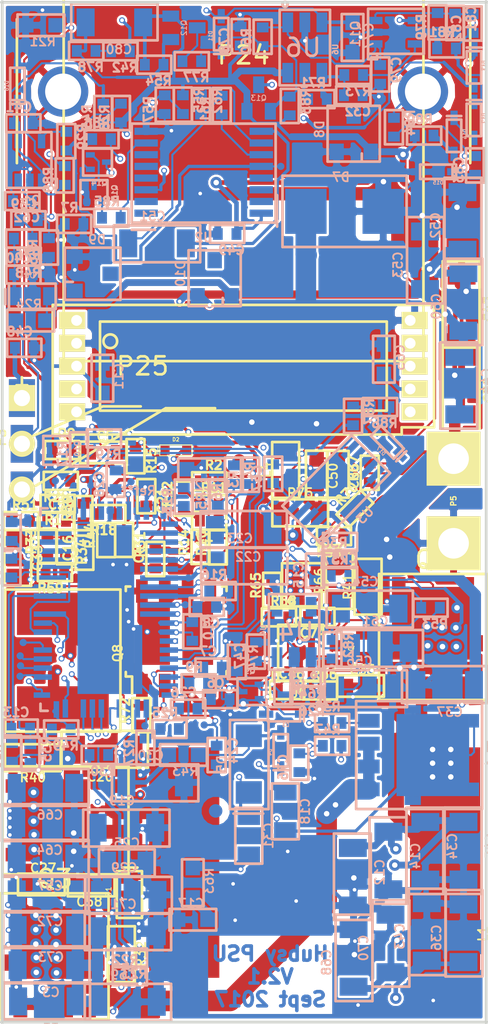
<source format=kicad_pcb>
(kicad_pcb (version 4) (host pcbnew 4.0.2-stable)
  (title_block (title "Hubsy PSU") (date 2017-04-21) (rev V1.1) (comment 1 "Designer: Roman D"))
  (layers (0 F.Cu signal hide) (1 In1.Cu signal hide) (2 In2.Cu signal hide) (3 In3.Cu signal hide) (4 In4.Cu signal hide) (31 B.Cu signal hide) (34 B.Paste user hide) (35 F.Paste user hide) (36 B.SilkS user hide) (37 F.SilkS user hide) (38 B.Mask user hide) (39 F.Mask user hide) (44 Edge.Cuts user hide))
  (net 0 "")
  (net 1 GND)
  (net 2 VIN_FILT)
  (net 3 "Net-(C22-Pad1)")
  (net 4 "Net-(C7-Pad1)")
  (net 5 IMON_IN)
  (net 6 "Net-(C10-Pad2)")
  (net 7 "Net-(C13-Pad2)")
  (net 8 "Net-(C15-Pad2)")
  (net 9 IMON_OUT)
  (net 10 "Net-(C18-Pad2)")
  (net 11 "Net-(C18-Pad1)")
  (net 12 CSNIN)
  (net 13 "Net-(C21-Pad1)")
  (net 14 INTVCC)
  (net 15 "Net-(C24-Pad1)")
  (net 16 CLK_DET)
  (net 17 CSP)
  (net 18 AVDD)
  (net 19 "Net-(C31-Pad2)")
  (net 20 "Net-(C31-Pad1)")
  (net 21 CSPOUT)
  (net 22 V_BAT)
  (net 23 "Net-(C44-Pad1)")
  (net 24 "Net-(C59-Pad1)")
  (net 25 BG2)
  (net 26 TG2)
  (net 27 "Net-(R6-Pad2)")
  (net 28 FBOR)
  (net 29 "Net-(R13-Pad1)")
  (net 30 "Net-(R14-Pad2)")
  (net 31 SWEN0)
  (net 32 "Net-(R25-Pad2)")
  (net 33 "Net-(R30-Pad1)")
  (net 34 "Net-(R31-Pad2)")
  (net 35 "Net-(R33-Pad2)")
  (net 36 "Net-(R38-Pad1)")
  (net 37 "Net-(R47-Pad1)")
  (net 38 "Net-(R49-Pad1)")
  (net 39 "Net-(R51-Pad1)")
  (net 40 "Net-(R52-Pad1)")
  (net 41 IOR)
  (net 42 "Net-(C1-Pad1)")
  (net 43 "Net-(C2-Pad1)")
  (net 44 "Net-(C6-Pad1)")
  (net 45 "Net-(C17-Pad2)")
  (net 46 "Net-(C32-Pad2)")
  (net 47 "Net-(C39-Pad2)")
  (net 48 "Net-(C39-Pad1)")
  (net 49 "Net-(C40-Pad1)")
  (net 50 "Net-(C41-Pad1)")
  (net 51 V_BAT_DEVICE)
  (net 52 VIN_RAW_POUR)
  (net 53 "Net-(C51-Pad2)")
  (net 54 "Net-(C51-Pad1)")
  (net 55 "Net-(C63-Pad1)")
  (net 56 "Net-(D3-Pad1)")
  (net 57 "Net-(D4-Pad2)")
  (net 58 HEARTBEAT)
  (net 59 "Net-(Q1-Pad5)")
  (net 60 TG1)
  (net 61 BG1)
  (net 62 "Net-(Q8-Pad5)")
  (net 63 "Net-(R10-Pad2)")
  (net 64 "Net-(R61-Pad1)")
  (net 65 "Net-(R62-Pad1)")
  (net 66 RESTARTER_GATE)
  (net 67 "Net-(R69-Pad1)")
  (net 68 "Net-(C47-Pad1)")
  (net 69 "Net-(C55-Pad1)")
  (net 70 "Net-(C56-Pad1)")
  (net 71 "Net-(R58-Pad1)")
  (net 72 "Net-(C13-Pad1)")
  (net 73 "Net-(C10-Pad1)")
  (net 74 VIN_Connector)
  (net 75 "Net-(C50-Pad1)")
  (net 76 "Net-(P6-Pad1)")
  (net 77 "Net-(P7-Pad1)")
  (net 78 "Net-(C15-Pad1)")
  (net 79 "Net-(P1-Pad1)")
  (net 80 "Net-(P12-Pad1)")
  (net 81 "Net-(P15-Pad1)")
  (net 82 "Net-(P16-Pad1)")
  (net 83 "Net-(P17-Pad1)")
  (net 84 "Net-(P18-Pad1)")
  (net 85 "Net-(P23-Pad1)")
  (net 86 nSHDN)
  (net 87 "Net-(Q10-Pad1)")
  (net 88 "Net-(D2-Pad2)")
  (net 89 "Net-(R26-Pad1)")
  (net 90 "Net-(C54-Pad1)")
  (net 91 "Net-(C74-Pad2)")
  (net 92 "Net-(C75-Pad2)")
  (net 93 "Net-(C76-Pad2)")
  (net 94 "Net-(D10-Pad1)")
  (net 95 "Net-(C77-Pad1)")
  (net 96 "Net-(C79-Pad1)")
  (net 97 "Net-(C80-Pad2)")
  (net 98 "Net-(C81-Pad1)")
  (net 99 "Net-(C82-Pad1)")
  (net 100 "Net-(D12-Pad2)")
  (net 101 "Net-(D14-Pad2)")
  (net 102 "Net-(Q12-Pad3)")
  (net 103 "Net-(R71-Pad1)")
  (net 104 "Net-(Q11-Pad5)")
  (net 105 "Net-(Q11-Pad4)")
  (net 106 "Net-(R82-Pad2)")
  (net 107 "Net-(C83-Pad2)")
  (net 108 "Net-(D11-Pad1)")
  (net 109 "Net-(Q13-Pad3)")
  (net 110 "Net-(R42-Pad2)")
  (net 111 "Net-(Q14-Pad3)")
  (net 112 "Net-(Q14-Pad2)")
  (net 113 "Net-(D17-Pad1)")
  (net 114 "Net-(R87-Pad1)")
  (net 115 "Net-(Q14-Pad1)")
  (net 116 "Net-(Q15-Pad1)")
  (net 117 "Net-(R85-Pad2)")
  (module Footprints:1206_Medium_Pads (layer B.Cu) (at 40.996422 54.872055 90)
    (fp_text reference C80 (at -1.5 0.25 360) (layer B.SilkS) (effects (font (size 0.5 0.5) (thickness 0.1)) (justify mirror)))
    (fp_text value "10uF X5R" hide)
    (pad 2 smd rect (at 0 -1.6 90) (size 1.55 1) (layers B.Cu B.Paste B.Mask) (net 97 "Net-(C80-Pad2)"))
    (pad 1 smd rect (at 0 1.6 90) (size 1.55 1) (layers B.Cu B.Paste B.Mask) (net 22 V_BAT))
  )
  (module Footprints:SOT-353-5pin_2x1.25mm_.65mmPITCH (layer B.Cu) (at 56.599262 55.420455 270)
    (fp_text reference Q11 (at 0.1 2.2 270) (layer B.SilkS) (effects (font (size 0.5 0.5) (thickness 0.1)) (justify mirror)))
    (fp_text value DUAL_N_MOS_CS_SOT353 hide)
    (pad 1 smd rect (at 0.65 1.1) (size 0.8 0.41) (layers B.Cu B.Paste B.Mask) (net 96 "Net-(C79-Pad1)"))
    (pad 2 smd rect (at 0 1.1) (size 0.8 0.41) (layers B.Cu B.Paste B.Mask) (net 1 GND))
    (pad 3 smd rect (at -0.65 1.1) (size 0.8 0.41) (layers B.Cu B.Paste B.Mask) (net 98 "Net-(C81-Pad1)"))
    (pad 4 smd rect (at -0.65 -1.1) (size 0.8 0.41) (layers B.Cu B.Paste B.Mask) (net 105 "Net-(Q11-Pad4)"))
    (pad 5 smd rect (at 0.65 -1.1) (size 0.8 0.41) (layers B.Cu B.Paste B.Mask) (net 104 "Net-(Q11-Pad5)"))
  )
  (module Footprints:SOT23-6 (layer B.Cu) (at 51.582942 56.274135)
    (fp_text reference U6 (at 1.7 0.1 270) (layer B.SilkS) (effects (font (size 0.3 0.3) (thickness 0.075)) (justify mirror)))
    (fp_text value MCP65R46T-1202E/CHY hide)
    (fp_text user %R (at -0.1 0) (layer B.SilkS) (effects (justify mirror)))
    (pad 1 smd rect (at -0.95 -1.4) (size 0.6 1.1) (layers B.Cu B.Paste B.Mask) (net 96 "Net-(C79-Pad1)"))
    (pad 2 smd rect (at 0 -1.4) (size 0.6 1.1) (layers B.Cu B.Paste B.Mask) (net 1 GND))
    (pad 3 smd rect (at 0.95 -1.4) (size 0.6 1.1) (layers B.Cu B.Paste B.Mask) (net 95 "Net-(C77-Pad1)"))
    (pad 4 smd rect (at 0.95 1.4) (size 0.6 1.1) (layers B.Cu B.Paste B.Mask) (net 46 "Net-(C32-Pad2)"))
    (pad 6 smd rect (at -0.95 1.4) (size 0.6 1.1) (layers B.Cu B.Paste B.Mask) (net 22 V_BAT))
    (pad 5 smd rect (at 0 1.4) (size 0.6 1.1) (layers B.Cu B.Paste B.Mask) (net 103 "Net-(R71-Pad1)"))
  )
  (module Footprints:0402_Medium_pads (layer B.Cu) (at 53.117102 89.700535 180)
    (fp_text reference R82 (at -0.9 0.25 450) (layer B.SilkS) (effects (font (size 0.5 0.5) (thickness 0.125)) (justify mirror)))
    (fp_text value 150 hide)
    (pad 1 smd rect (at 0 0.52 180) (size 0.65 0.55) (layers B.Cu B.Paste B.Mask) (net 90 "Net-(C54-Pad1)"))
    (pad 2 smd rect (at 0 -0.52 180) (size 0.65 0.55) (layers B.Cu B.Paste B.Mask) (net 106 "Net-(R82-Pad2)"))
  )
  (module Footprints:0402_Medium_pads (layer B.Cu) (at 59.458782 56.319855 270)
    (fp_text reference R81 (at -0.9 0.25 540) (layer B.SilkS) (effects (font (size 0.5 0.5) (thickness 0.125)) (justify mirror)))
    (fp_text value 182k hide)
    (pad 1 smd rect (at 0 0.52 270) (size 0.65 0.55) (layers B.Cu B.Paste B.Mask) (net 1 GND))
    (pad 2 smd rect (at 0 -0.52 270) (size 0.65 0.55) (layers B.Cu B.Paste B.Mask) (net 99 "Net-(C82-Pad1)"))
  )
  (module Footprints:0402_Medium_pads (layer B.Cu) (at 58.214182 61.161095 270)
    (fp_text reference R80 (at -0.9 0.25 540) (layer B.SilkS) (effects (font (size 0.5 0.5) (thickness 0.125)) (justify mirror)))
    (fp_text value 1k hide)
    (pad 1 smd rect (at 0 0.52 270) (size 0.65 0.55) (layers B.Cu B.Paste B.Mask) (net 22 V_BAT))
    (pad 2 smd rect (at 0 -0.52 270) (size 0.65 0.55) (layers B.Cu B.Paste B.Mask) (net 101 "Net-(D14-Pad2)"))
  )
  (module Footprints:0402_Medium_pads (layer B.Cu) (at 58.964182 54.877135)
    (fp_text reference R79 (at -0.9 0.25 270) (layer B.SilkS) (effects (font (size 0.5 0.5) (thickness 0.125)) (justify mirror)))
    (fp_text value 182k hide)
    (pad 1 smd rect (at 0 0.52) (size 0.65 0.55) (layers B.Cu B.Paste B.Mask) (net 1 GND))
    (pad 2 smd rect (at 0 -0.52) (size 0.65 0.55) (layers B.Cu B.Paste B.Mask) (net 98 "Net-(C81-Pad1)"))
  )
  (module Footprints:0402_Medium_pads (layer B.Cu) (at 39.428342 56.457015 90)
    (fp_text reference R78 (at -0.9 0.25 360) (layer B.SilkS) (effects (font (size 0.5 0.5) (thickness 0.125)) (justify mirror)))
    (fp_text value 4.7 hide)
    (pad 1 smd rect (at 0 0.52 90) (size 0.65 0.55) (layers B.Cu B.Paste B.Mask) (net 110 "Net-(R42-Pad2)"))
    (pad 2 smd rect (at 0 -0.52 90) (size 0.65 0.55) (layers B.Cu B.Paste B.Mask) (net 97 "Net-(C80-Pad2)"))
  )
  (module Footprints:0402_Medium_pads (layer B.Cu) (at 45.297142 57.031055 90)
    (fp_text reference R77 (at -0.9 0.25 360) (layer B.SilkS) (effects (font (size 0.5 0.5) (thickness 0.125)) (justify mirror)))
    (fp_text value 150 hide)
    (pad 1 smd rect (at 0 0.52 90) (size 0.65 0.55) (layers B.Cu B.Paste B.Mask) (net 108 "Net-(D11-Pad1)"))
    (pad 2 smd rect (at 0 -0.52 90) (size 0.65 0.55) (layers B.Cu B.Paste B.Mask) (net 102 "Net-(Q12-Pad3)"))
  )
  (module Footprints:0402_Medium_pads (layer B.Cu) (at 54.295662 57.798135 90)
    (fp_text reference R73 (at -0.9 0.25 360) (layer B.SilkS) (effects (font (size 0.5 0.5) (thickness 0.125)) (justify mirror)))
    (fp_text value 365k hide)
    (pad 1 smd rect (at 0 0.52 90) (size 0.65 0.55) (layers B.Cu B.Paste B.Mask) (net 104 "Net-(Q11-Pad5)"))
    (pad 2 smd rect (at 0 -0.52 90) (size 0.65 0.55) (layers B.Cu B.Paste B.Mask) (net 46 "Net-(C32-Pad2)"))
  )
  (module Footprints:0402_Medium_pads (layer B.Cu) (at 52.282142 59.136715 270)
    (fp_text reference R71 (at -0.9 0.25 540) (layer B.SilkS) (effects (font (size 0.5 0.5) (thickness 0.125)) (justify mirror)))
    (fp_text value 49.9k hide)
    (pad 1 smd rect (at 0 0.52 270) (size 0.65 0.55) (layers B.Cu B.Paste B.Mask) (net 103 "Net-(R71-Pad1)"))
    (pad 2 smd rect (at 0 -0.52 270) (size 0.65 0.55) (layers B.Cu B.Paste B.Mask) (net 46 "Net-(C32-Pad2)"))
  )
  (module Footprints:0402_Medium_pads (layer B.Cu) (at 49.235982 55.672855)
    (fp_text reference R60 (at -0.9 0.25 270) (layer B.SilkS) (effects (font (size 0.5 0.5) (thickness 0.125)) (justify mirror)))
    (fp_text value 1k hide)
    (pad 1 smd rect (at 0 0.52) (size 0.65 0.55) (layers B.Cu B.Paste B.Mask) (net 108 "Net-(D11-Pad1)"))
    (pad 2 smd rect (at 0 -0.52) (size 0.65 0.55) (layers B.Cu B.Paste B.Mask) (net 96 "Net-(C79-Pad1)"))
  )
  (module Footprints:0402_Medium_pads (layer B.Cu) (at 43.795302 59.444055)
    (fp_text reference R57 (at -0.9 0.25 270) (layer B.SilkS) (effects (font (size 0.5 0.5) (thickness 0.125)) (justify mirror)))
    (fp_text value 182k hide)
    (pad 1 smd rect (at 0 0.52) (size 0.65 0.55) (layers B.Cu B.Paste B.Mask) (net 1 GND))
    (pad 2 smd rect (at 0 -0.52) (size 0.65 0.55) (layers B.Cu B.Paste B.Mask) (net 95 "Net-(C77-Pad1)"))
  )
  (module Footprints:0402_Medium_pads (layer B.Cu) (at 44.801142 59.444055 180)
    (fp_text reference R55 (at -0.9 0.25 450) (layer B.SilkS) (effects (font (size 0.5 0.5) (thickness 0.125)) (justify mirror)))
    (fp_text value 365k hide)
    (pad 1 smd rect (at 0 0.52 180) (size 0.65 0.55) (layers B.Cu B.Paste B.Mask) (net 22 V_BAT))
    (pad 2 smd rect (at 0 -0.52 180) (size 0.65 0.55) (layers B.Cu B.Paste B.Mask) (net 95 "Net-(C77-Pad1)"))
  )
  (module Footprints:SOD-523F (layer B.Cu) (at 59.878582 61.175575 180)
    (fp_text reference D14 (at -0.6 0.1 450) (layer B.SilkS) (effects (font (size 0.2 0.2) (thickness 0.05)) (justify mirror)))
    (fp_text value 150mA hide)
    (pad 1 smd rect (at 0 1 180) (size 0.4 0.8) (layers B.Cu B.Paste B.Mask) (net 100 "Net-(D12-Pad2)"))
    (pad 2 smd rect (at 0 -1 180) (size 0.4 0.8) (layers B.Cu B.Paste B.Mask) (net 101 "Net-(D14-Pad2)"))
  )
  (module Footprints:SOD-523F (layer B.Cu) (at 60.986022 57.370655 180)
    (fp_text reference D13 (at -0.6 0.1 450) (layer B.SilkS) (effects (font (size 0.2 0.2) (thickness 0.05)) (justify mirror)))
    (fp_text value 150mA hide)
    (pad 1 smd rect (at 0 1 180) (size 0.4 0.8) (layers B.Cu B.Paste B.Mask) (net 107 "Net-(C83-Pad2)"))
    (pad 2 smd rect (at 0 -1 180) (size 0.4 0.8) (layers B.Cu B.Paste B.Mask) (net 66 RESTARTER_GATE))
  )
  (module Footprints:SOD-523F (layer B.Cu) (at 60.975862 60.291655 180)
    (fp_text reference D12 (at -0.6 0.1 450) (layer B.SilkS) (effects (font (size 0.2 0.2) (thickness 0.05)) (justify mirror)))
    (fp_text value 150mA hide)
    (pad 1 smd rect (at 0 1 180) (size 0.4 0.8) (layers B.Cu B.Paste B.Mask) (net 99 "Net-(C82-Pad1)"))
    (pad 2 smd rect (at 0 -1 180) (size 0.4 0.8) (layers B.Cu B.Paste B.Mask) (net 100 "Net-(D12-Pad2)"))
  )
  (module Footprints:SOD-523F (layer B.Cu) (at 46.934742 55.528135)
    (fp_text reference D11 (at -0.6 0.1 270) (layer B.SilkS) (effects (font (size 0.2 0.2) (thickness 0.05)) (justify mirror)))
    (fp_text value 150mA hide)
    (pad 1 smd rect (at 0 1) (size 0.4 0.8) (layers B.Cu B.Paste B.Mask) (net 108 "Net-(D11-Pad1)"))
    (pad 2 smd rect (at 0 -1) (size 0.4 0.8) (layers B.Cu B.Paste B.Mask) (net 95 "Net-(C77-Pad1)"))
  )
  (module Footprints:0402_Medium_pads (layer B.Cu) (at 60.909822 54.936255)
    (fp_text reference C82 (at -0.9 0.25 270) (layer B.SilkS) (effects (font (size 0.5 0.5) (thickness 0.125)) (justify mirror)))
    (fp_text value ".1uF X7R" hide)
    (pad 1 smd rect (at 0 0.52) (size 0.65 0.55) (layers B.Cu B.Paste B.Mask) (net 99 "Net-(C82-Pad1)"))
    (pad 2 smd rect (at 0 -0.52) (size 0.65 0.55) (layers B.Cu B.Paste B.Mask) (net 98 "Net-(C81-Pad1)"))
  )
  (module Footprints:0402_Medium_pads (layer B.Cu) (at 59.934462 54.904375 180)
    (fp_text reference C81 (at -0.9 0.25 450) (layer B.SilkS) (effects (font (size 0.5 0.5) (thickness 0.125)) (justify mirror)))
    (fp_text value "8200pF X7R" hide)
    (pad 1 smd rect (at 0 0.52 180) (size 0.65 0.55) (layers B.Cu B.Paste B.Mask) (net 98 "Net-(C81-Pad1)"))
    (pad 2 smd rect (at 0 -0.52 180) (size 0.65 0.55) (layers B.Cu B.Paste B.Mask) (net 1 GND))
  )
  (module Footprints:0402_Medium_pads (layer B.Cu) (at 55.773942 57.764415 180)
    (fp_text reference C79 (at -0.9 0.25 450) (layer B.SilkS) (effects (font (size 0.5 0.5) (thickness 0.125)) (justify mirror)))
    (fp_text value "1000pF X7R" hide)
    (pad 1 smd rect (at 0 0.52 180) (size 0.65 0.55) (layers B.Cu B.Paste B.Mask) (net 96 "Net-(C79-Pad1)"))
    (pad 2 smd rect (at 0 -0.52 180) (size 0.65 0.55) (layers B.Cu B.Paste B.Mask) (net 1 GND))
  )
  (module Footprints:0402_Medium_pads (layer B.Cu) (at 48.011702 55.637295)
    (fp_text reference C78 (at -0.9 0.25 270) (layer B.SilkS) (effects (font (size 0.5 0.5) (thickness 0.125)) (justify mirror)))
    (fp_text value "1000pF X7R" hide)
    (pad 1 smd rect (at 0 0.52) (size 0.65 0.55) (layers B.Cu B.Paste B.Mask) (net 22 V_BAT))
    (pad 2 smd rect (at 0 -0.52) (size 0.65 0.55) (layers B.Cu B.Paste B.Mask) (net 1 GND))
  )
  (module Footprints:0603_Medium_Pads (layer B.Cu) (at 54.234702 55.711895 180)
    (fp_text reference C77 (at -0.9 0.1 450) (layer B.SilkS) (effects (font (size 0.5 0.5) (thickness 0.1)) (justify mirror)))
    (fp_text value ".033uF X7R" hide)
    (pad 2 smd rect (at 0 -0.85 180) (size 0.8 0.875) (layers B.Cu B.Paste B.Mask) (net 1 GND))
    (pad 1 smd rect (at 0 0.85 180) (size 0.8 0.875) (layers B.Cu B.Paste B.Mask) (net 95 "Net-(C77-Pad1)"))
  )
  (module Footprints:0402_Medium_pads (layer F.Cu) (at 52.280742 87.902215 90)
    (fp_text reference C74 (at -0.9 -0.25 180) (layer F.SilkS) (effects (font (size 0.5 0.5) (thickness 0.125))))
    (fp_text value "1000pF X7R" hide)
    (pad 1 smd rect (at 0 -0.52 90) (size 0.65 0.55) (layers F.Cu F.Paste F.Mask) (net 22 V_BAT))
    (pad 2 smd rect (at 0 0.52 90) (size 0.65 0.55) (layers F.Cu F.Paste F.Mask) (net 91 "Net-(C74-Pad2)"))
  )
  (module Footprints:0402_Medium_pads (layer B.Cu) (at 45.685062 91.595375 270)
    (fp_text reference R9 (at -0.9 0.25 540) (layer B.SilkS) (effects (font (size 0.5 0.5) (thickness 0.125)) (justify mirror)))
    (fp_text value 1k hide)
    (pad 1 smd rect (at 0 0.52 270) (size 0.65 0.55) (layers B.Cu B.Paste B.Mask) (net 4 "Net-(C7-Pad1)"))
    (pad 2 smd rect (at 0 -0.52 270) (size 0.65 0.55) (layers B.Cu B.Paste B.Mask) (net 44 "Net-(C6-Pad1)"))
  )
  (module Footprints:Amphenol-UC-31PFFP-QS8001-USB-Connectors-USB-3.1-TYPE-C-JACK (layer F.Cu) (at 48.176342 58.692215)
    (fp_text reference P24 (at 0 -2) (layer F.SilkS))
    (fp_text value CONN_2x12 hide)
  )
  (module Footprints:0402_Medium_pads (layer B.Cu) (at 43.207862 57.224095 90)
    (fp_text reference R54 (at -0.9 0.25 360) (layer B.SilkS) (effects (font (size 0.5 0.5) (thickness 0.125)) (justify mirror)))
    (fp_text value 182k hide)
    (pad 1 smd rect (at 0 0.52 90) (size 0.65 0.55) (layers B.Cu B.Paste B.Mask) (net 97 "Net-(C80-Pad2)"))
    (pad 2 smd rect (at 0 -0.52 90) (size 0.65 0.55) (layers B.Cu B.Paste B.Mask) (net 22 V_BAT))
  )
  (module Footprints:0402_Medium_pads (layer B.Cu) (at 58.567942 87.394215 90)
    (fp_text reference R53 (at -0.9 0.25 360) (layer B.SilkS) (effects (font (size 0.5 0.5) (thickness 0.125)) (justify mirror)))
    (fp_text value 150 hide)
    (pad 1 smd rect (at 0 0.52 90) (size 0.65 0.55) (layers B.Cu B.Paste B.Mask) (net 109 "Net-(Q13-Pad3)"))
    (pad 2 smd rect (at 0 -0.52 90) (size 0.65 0.55) (layers B.Cu B.Paste B.Mask) (net 91 "Net-(C74-Pad2)"))
  )
  (module Footprints:0402_Medium_pads (layer B.Cu) (at 51.730962 92.240535 90)
    (fp_text reference R26 (at -0.9 0.25 360) (layer B.SilkS) (effects (font (size 0.5 0.5) (thickness 0.125)) (justify mirror)))
    (fp_text value 95.3K hide)
    (pad 1 smd rect (at 0 0.52 90) (size 0.65 0.55) (layers B.Cu B.Paste B.Mask) (net 89 "Net-(R26-Pad1)"))
    (pad 2 smd rect (at 0 -0.52 90) (size 0.65 0.55) (layers B.Cu B.Paste B.Mask) (net 69 "Net-(C55-Pad1)"))
  )
  (module Footprints:1206_Medium_Pads (layer B.Cu) (at 56.342902 106.045435)
    (fp_text reference C70 (at -1.5 0.25 270) (layer B.SilkS) (effects (font (size 0.5 0.5) (thickness 0.1)) (justify mirror)))
    (fp_text value "10uF X5R" hide)
    (pad 2 smd rect (at 0 -1.6) (size 1.55 1) (layers B.Cu B.Paste B.Mask) (net 1 GND))
    (pad 1 smd rect (at 0 1.6) (size 1.55 1) (layers B.Cu B.Paste B.Mask) (net 21 CSPOUT))
  )
  (module Footprints:1206_Medium_Pads (layer B.Cu) (at 54.290582 106.847335)
    (fp_text reference C68 (at -1.5 0.25 270) (layer B.SilkS) (effects (font (size 0.5 0.5) (thickness 0.1)) (justify mirror)))
    (fp_text value "10uF X5R" hide)
    (pad 2 smd rect (at 0 -1.6) (size 1.55 1) (layers B.Cu B.Paste B.Mask) (net 1 GND))
    (pad 1 smd rect (at 0 1.6) (size 1.55 1) (layers B.Cu B.Paste B.Mask) (net 21 CSPOUT))
  )
  (module Footprints:1206_Medium_Pads (layer B.Cu) (at 56.226062 101.437875 180)
    (fp_text reference C14 (at -1.5 0.25 450) (layer B.SilkS) (effects (font (size 0.5 0.5) (thickness 0.1)) (justify mirror)))
    (fp_text value "10uF X5R" hide)
    (pad 2 smd rect (at 0 -1.6 180) (size 1.55 1) (layers B.Cu B.Paste B.Mask) (net 1 GND))
    (pad 1 smd rect (at 0 1.6 180) (size 1.55 1) (layers B.Cu B.Paste B.Mask) (net 21 CSPOUT))
  )
  (module Footprints:1206_Medium_Pads (layer B.Cu) (at 54.249942 102.339575 180)
    (fp_text reference C12 (at -1.5 0.25 450) (layer B.SilkS) (effects (font (size 0.5 0.5) (thickness 0.1)) (justify mirror)))
    (fp_text value "10uF X5R" hide)
    (pad 2 smd rect (at 0 -1.6 180) (size 1.55 1) (layers B.Cu B.Paste B.Mask) (net 1 GND))
    (pad 1 smd rect (at 0 1.6 180) (size 1.55 1) (layers B.Cu B.Paste B.Mask) (net 21 CSPOUT))
  )
  (module Footprints:VMD2 (layer F.Cu) (at 44.412522 78.646455 90)
    (fp_text reference D2 (at 0.6 0 180) (layer F.SilkS) (effects (font (size 0.2 0.2) (thickness 0.05))))
    (fp_text value ZENER hide)
    (pad 1 smd rect (at 0 -0.6 90) (size 0.5 0.5) (layers F.Cu F.Paste F.Mask) (net 2 VIN_FILT))
    (pad 2 smd rect (at 0 0.6 90) (size 0.5 0.5) (layers F.Cu F.Paste F.Mask) (net 88 "Net-(D2-Pad2)"))
  )
  (module Footprints:0402_Medium_pads (layer B.Cu) (at 40.412722 77.986055 90)
    (fp_text reference R19 (at -0.9 0.25 360) (layer B.SilkS) (effects (font (size 0.5 0.5) (thickness 0.125)) (justify mirror)))
    (fp_text value 21k hide)
    (pad 1 smd rect (at 0 0.52 90) (size 0.65 0.55) (layers B.Cu B.Paste B.Mask) (net 1 GND))
    (pad 2 smd rect (at 0 -0.52 90) (size 0.65 0.55) (layers B.Cu B.Paste B.Mask) (net 88 "Net-(D2-Pad2)"))
  )
  (module Footprints:0402_Medium_pads (layer B.Cu) (at 39.022642 78.593815)
    (fp_text reference R17 (at -0.9 0.25 270) (layer B.SilkS) (effects (font (size 0.5 0.5) (thickness 0.125)) (justify mirror)))
    (fp_text value 21k hide)
    (pad 1 smd rect (at 0 0.52) (size 0.65 0.55) (layers B.Cu B.Paste B.Mask) (net 88 "Net-(D2-Pad2)"))
    (pad 2 smd rect (at 0 -0.52) (size 0.65 0.55) (layers B.Cu B.Paste B.Mask) (net 87 "Net-(Q10-Pad1)"))
  )
  (module Footprints:SOT-723_1.2x.8mm (layer B.Cu) (at 37.793282 78.600735 180)
    (fp_text reference Q10 (at -1.15 0.05 450) (layer B.SilkS) (effects (font (size 0.3 0.3) (thickness 0.075)) (justify mirror)))
    (fp_text value NPN_BJT_SOT23 hide)
    (pad 3 smd rect (at 0 0.45 180) (size 0.3 0.5) (layers B.Cu B.Paste B.Mask) (net 86 nSHDN))
    (pad 1 smd rect (at -0.4 -0.45 180) (size 0.3 0.5) (layers B.Cu B.Paste B.Mask) (net 87 "Net-(Q10-Pad1)"))
    (pad 2 smd rect (at 0.4 -0.45 180) (size 0.3 0.5) (layers B.Cu B.Paste B.Mask) (net 1 GND))
  )
  (module Footprints:Conn_2_3x3mm_4.7mmpitch_w_1.7mm_drill (layer F.Cu) (at 59.850642 81.463315 270)
    (fp_text reference P5 (at 0 0 270) (layer F.SilkS) (effects (font (size 0.3 0.3) (thickness 0.075))))
    (fp_text value Conn_Basic_2_pin hide)
    (pad 1 thru_hole rect (at -2.35 0 270) (size 3 3) (drill 1.7) (layers *.Cu *.Mask F.SilkS) (net 22 V_BAT))
    (pad 2 thru_hole rect (at 2.35 0 270) (size 3 3) (drill 1.7) (layers *.Cu *.Mask F.SilkS) (net 1 GND))
  )
  (module Footprints:1206_Medium_Pads (layer B.Cu) (at 37.214902 105.301215 90)
    (fp_text reference C73 (at -1.5 0.25 360) (layer B.SilkS) (effects (font (size 0.5 0.5) (thickness 0.1)) (justify mirror)))
    (fp_text value "10uF X5R" hide)
    (pad 2 smd rect (at 0 -1.6 90) (size 1.55 1) (layers B.Cu B.Paste B.Mask) (net 1 GND))
    (pad 1 smd rect (at 0 1.6 90) (size 1.55 1) (layers B.Cu B.Paste B.Mask) (net 2 VIN_FILT))
  )
  (module Footprints:1206_Medium_Pads (layer B.Cu) (at 37.167702 103.320015 90)
    (fp_text reference C72 (at -1.5 0.25 360) (layer B.SilkS) (effects (font (size 0.5 0.5) (thickness 0.1)) (justify mirror)))
    (fp_text value "10uF X5R" hide)
    (pad 2 smd rect (at 0 -1.6 90) (size 1.55 1) (layers B.Cu B.Paste B.Mask) (net 1 GND))
    (pad 1 smd rect (at 0 1.6 90) (size 1.55 1) (layers B.Cu B.Paste B.Mask) (net 2 VIN_FILT))
  )
  (module Footprints:1206_Medium_Pads (layer B.Cu) (at 41.750602 105.364715 270)
    (fp_text reference C71 (at -1.5 0.25 540) (layer B.SilkS) (effects (font (size 0.5 0.5) (thickness 0.1)) (justify mirror)))
    (fp_text value "10uF X5R" hide)
    (pad 2 smd rect (at 0 -1.6 270) (size 1.55 1) (layers B.Cu B.Paste B.Mask) (net 1 GND))
    (pad 1 smd rect (at 0 1.6 270) (size 1.55 1) (layers B.Cu B.Paste B.Mask) (net 2 VIN_FILT))
  )
  (module Footprints:1206_Medium_Pads (layer B.Cu) (at 41.748802 109.289015 270)
    (fp_text reference C69 (at -1.5 0.25 540) (layer B.SilkS) (effects (font (size 0.5 0.5) (thickness 0.1)) (justify mirror)))
    (fp_text value "10uF X5R" hide)
    (pad 2 smd rect (at 0 -1.6 270) (size 1.55 1) (layers B.Cu B.Paste B.Mask) (net 1 GND))
    (pad 1 smd rect (at 0 1.6 270) (size 1.55 1) (layers B.Cu B.Paste B.Mask) (net 2 VIN_FILT))
  )
  (module Footprints:1206_Medium_Pads (layer B.Cu) (at 37.164102 97.401815 90)
    (fp_text reference C66 (at -1.5 0.25 360) (layer B.SilkS) (effects (font (size 0.5 0.5) (thickness 0.1)) (justify mirror)))
    (fp_text value "10uF X5R" hide)
    (pad 2 smd rect (at 0 -1.6 90) (size 1.55 1) (layers B.Cu B.Paste B.Mask) (net 1 GND))
    (pad 1 smd rect (at 0 1.6 90) (size 1.55 1) (layers B.Cu B.Paste B.Mask) (net 12 CSNIN))
  )
  (module Footprints:1206_Medium_Pads (layer B.Cu) (at 37.140502 99.357615 90)
    (fp_text reference C64 (at -1.5 0.25 360) (layer B.SilkS) (effects (font (size 0.5 0.5) (thickness 0.1)) (justify mirror)))
    (fp_text value "10uF X5R" hide)
    (pad 2 smd rect (at 0 -1.6 90) (size 1.55 1) (layers B.Cu B.Paste B.Mask) (net 1 GND))
    (pad 1 smd rect (at 0 1.6 90) (size 1.55 1) (layers B.Cu B.Paste B.Mask) (net 12 CSNIN))
  )
  (module Footprints:1206_Medium_Pads (layer B.Cu) (at 37.165902 101.338815 90)
    (fp_text reference C57 (at -1.5 0.25 360) (layer B.SilkS) (effects (font (size 0.5 0.5) (thickness 0.1)) (justify mirror)))
    (fp_text value "10uF X5R" hide)
    (pad 2 smd rect (at 0 -1.6 90) (size 1.55 1) (layers B.Cu B.Paste B.Mask) (net 1 GND))
    (pad 1 smd rect (at 0 1.6 90) (size 1.55 1) (layers B.Cu B.Paste B.Mask) (net 12 CSNIN))
  )
  (module Footprints:1206_Medium_Pads (layer B.Cu) (at 41.790502 103.345415 270)
    (fp_text reference C29 (at -1.5 0.25 540) (layer B.SilkS) (effects (font (size 0.5 0.5) (thickness 0.1)) (justify mirror)))
    (fp_text value "10uF X5R" hide)
    (pad 2 smd rect (at 0 -1.6 270) (size 1.55 1) (layers B.Cu B.Paste B.Mask) (net 1 GND))
    (pad 1 smd rect (at 0 1.6 270) (size 1.55 1) (layers B.Cu B.Paste B.Mask) (net 12 CSNIN))
  )
  (module Footprints:SC-70-6_POWERPAK (layer F.Cu) (at 51.415302 86.119415)
    (fp_text reference Q5 (at 1.32 0 90) (layer F.SilkS) (effects (font (size 0.3 0.3) (thickness 0.075))))
    (fp_text value P_MOS_SOT363 hide)
    (pad 1 smd rect (at -0.65 0.935) (size 0.32 0.37) (layers F.Cu F.Paste F.Mask) (net 51 V_BAT_DEVICE))
    (pad 3 smd rect (at 0.65 0.935) (size 0.32 0.37) (layers F.Cu F.Paste F.Mask) (net 91 "Net-(C74-Pad2)"))
    (pad 2 smd rect (at 0 0.935) (size 0.32 0.37) (layers F.Cu F.Paste F.Mask) (net 51 V_BAT_DEVICE))
    (pad 4 smd rect (at 0.65 -0.935) (size 0.32 0.37) (layers F.Cu F.Paste F.Mask) (net 70 "Net-(C56-Pad1)"))
    (pad 5 smd rect (at 0 -0.935) (size 0.32 0.37) (layers F.Cu F.Paste F.Mask) (net 51 V_BAT_DEVICE))
    (pad 6 smd rect (at -0.65 -0.935) (size 0.32 0.37) (layers F.Cu F.Paste F.Mask) (net 51 V_BAT_DEVICE))
    (pad 6 smd rect (at -0.32 0) (size 0.95 1.5) (layers F.Cu F.Paste F.Mask) (net 51 V_BAT_DEVICE))
    (pad 4 smd rect (at 0.675 -0.03) (size 0.25 0.89) (layers F.Cu F.Paste F.Mask) (net 70 "Net-(C56-Pad1)"))
  )
  (module Footprints:0402_Medium_pads (layer B.Cu) (at 50.389142 91.798575 180)
    (fp_text reference C55 (at -0.9 0.25 450) (layer B.SilkS) (effects (font (size 0.5 0.5) (thickness 0.125)) (justify mirror)))
    (fp_text value ".047uF X7R" hide)
    (pad 1 smd rect (at 0 0.52 180) (size 0.65 0.55) (layers B.Cu B.Paste B.Mask) (net 69 "Net-(C55-Pad1)"))
    (pad 2 smd rect (at 0 -0.52 180) (size 0.65 0.55) (layers B.Cu B.Paste B.Mask) (net 1 GND))
  )
  (module Footprints:0402_Medium_pads (layer B.Cu) (at 48.865142 89.832615)
    (fp_text reference C47 (at -0.9 0.25 270) (layer B.SilkS) (effects (font (size 0.5 0.5) (thickness 0.125)) (justify mirror)))
    (fp_text value ".047uF X7R" hide)
    (pad 1 smd rect (at 0 0.52) (size 0.65 0.55) (layers B.Cu B.Paste B.Mask) (net 68 "Net-(C47-Pad1)"))
    (pad 2 smd rect (at 0 -0.52) (size 0.65 0.55) (layers B.Cu B.Paste B.Mask) (net 1 GND))
  )
  (module Footprints:0402_Medium_pads (layer F.Cu) (at 50.599962 91.971295 270)
    (fp_text reference C46 (at -0.9 -0.25 360) (layer F.SilkS) (effects (font (size 0.5 0.5) (thickness 0.125))))
    (fp_text value "1000pF X7R" hide)
    (pad 1 smd rect (at 0 -0.52 270) (size 0.65 0.55) (layers F.Cu F.Paste F.Mask) (net 22 V_BAT))
    (pad 2 smd rect (at 0 0.52 270) (size 0.65 0.55) (layers F.Cu F.Paste F.Mask) (net 1 GND))
  )
  (module Footprints:1206_Medium_Pads (layer B.Cu) (at 58.362202 105.405355)
    (fp_text reference C43 (at -1.5 0.25 270) (layer B.SilkS) (effects (font (size 0.5 0.5) (thickness 0.1)) (justify mirror)))
    (fp_text value "10uF X5R" hide)
    (pad 2 smd rect (at 0 -1.6) (size 1.55 1) (layers B.Cu B.Paste B.Mask) (net 1 GND))
    (pad 1 smd rect (at 0 1.6) (size 1.55 1) (layers B.Cu B.Paste B.Mask) (net 21 CSPOUT))
  )
  (module Footprints:1206_Medium_Pads (layer B.Cu) (at 58.280922 100.899395 180)
    (fp_text reference C34 (at -1.5 0.25 450) (layer B.SilkS) (effects (font (size 0.5 0.5) (thickness 0.1)) (justify mirror)))
    (fp_text value "10uF X5R" hide)
    (pad 2 smd rect (at 0 -1.6 180) (size 1.55 1) (layers B.Cu B.Paste B.Mask) (net 1 GND))
    (pad 1 smd rect (at 0 1.6 180) (size 1.55 1) (layers B.Cu B.Paste B.Mask) (net 21 CSPOUT))
  )
  (module Footprints:0402_Medium_pads (layer B.Cu) (at 46.790662 86.464575 270)
    (fp_text reference R16 (at -0.9 0.25 540) (layer B.SilkS) (effects (font (size 0.5 0.5) (thickness 0.125)) (justify mirror)))
    (fp_text value 21k hide)
    (pad 1 smd rect (at 0 0.52 270) (size 0.65 0.55) (layers B.Cu B.Paste B.Mask) (net 5 IMON_IN))
    (pad 2 smd rect (at 0 -0.52 270) (size 0.65 0.55) (layers B.Cu B.Paste B.Mask) (net 1 GND))
  )
  (module Footprints:0402_Medium_pads (layer F.Cu) (at 52.421842 91.989075 270)
    (fp_text reference R56 (at -0.9 -0.25 360) (layer F.SilkS) (effects (font (size 0.5 0.5) (thickness 0.125))))
    (fp_text value 196k hide)
    (pad 1 smd rect (at 0 -0.52 270) (size 0.65 0.55) (layers F.Cu F.Paste F.Mask) (net 90 "Net-(C54-Pad1)"))
    (pad 2 smd rect (at 0 0.52 270) (size 0.65 0.55) (layers F.Cu F.Paste F.Mask) (net 22 V_BAT))
  )
  (module Footprints:0402_Medium_pads (layer F.Cu) (at 35.784142 82.575835 270)
    (fp_text reference R51 (at -0.9 -0.25 360) (layer F.SilkS) (effects (font (size 0.5 0.5) (thickness 0.125))))
    (fp_text value 0 hide)
    (pad 1 smd rect (at 0 -0.52 270) (size 0.65 0.55) (layers F.Cu F.Paste F.Mask) (net 39 "Net-(R51-Pad1)"))
    (pad 2 smd rect (at 0 0.52 270) (size 0.65 0.55) (layers F.Cu F.Paste F.Mask) (net 5 IMON_IN))
  )
  (module Footprints:0402_Medium_pads (layer F.Cu) (at 39.276642 82.136415)
    (fp_text reference R50 (at -0.9 -0.25 90) (layer F.SilkS) (effects (font (size 0.5 0.5) (thickness 0.125))))
    (fp_text value 196k hide)
    (pad 1 smd rect (at 0 -0.52) (size 0.65 0.55) (layers F.Cu F.Paste F.Mask) (net 2 VIN_FILT))
    (pad 2 smd rect (at 0 0.52) (size 0.65 0.55) (layers F.Cu F.Paste F.Mask) (net 24 "Net-(C59-Pad1)"))
  )
  (module Footprints:0402_Medium_pads (layer F.Cu) (at 40.539022 83.632095)
    (fp_text reference R44 (at -0.9 -0.25 90) (layer F.SilkS) (effects (font (size 0.5 0.5) (thickness 0.125))))
    (fp_text value 0 hide)
    (pad 1 smd rect (at 0 -0.52) (size 0.65 0.55) (layers F.Cu F.Paste F.Mask) (net 34 "Net-(R31-Pad2)"))
    (pad 2 smd rect (at 0 0.52) (size 0.65 0.55) (layers F.Cu F.Paste F.Mask) (net 1 GND))
  )
  (module Footprints:0402_Medium_pads (layer F.Cu) (at 41.537242 83.622315 180)
    (fp_text reference R31 (at -0.9 -0.25 270) (layer F.SilkS) (effects (font (size 0.5 0.5) (thickness 0.125))))
    (fp_text value DNU hide)
    (pad 1 smd rect (at 0 -0.52 180) (size 0.65 0.55) (layers F.Cu F.Paste F.Mask) (net 18 AVDD))
    (pad 2 smd rect (at 0 0.52 180) (size 0.65 0.55) (layers F.Cu F.Paste F.Mask) (net 34 "Net-(R31-Pad2)"))
  )
  (module Footprints:0402_Medium_pads (layer B.Cu) (at 41.856902 106.825215 90)
    (fp_text reference R23 (at -0.9 0.25 360) (layer B.SilkS) (effects (font (size 0.5 0.5) (thickness 0.125)) (justify mirror)))
    (fp_text value 4.7 hide)
    (pad 1 smd rect (at 0 0.52 90) (size 0.65 0.55) (layers B.Cu B.Paste B.Mask) (net 6 "Net-(C10-Pad2)"))
    (pad 2 smd rect (at 0 -0.52 90) (size 0.65 0.55) (layers B.Cu B.Paste B.Mask) (net 17 CSP))
  )
  (module Footprints:0402_Medium_pads (layer B.Cu) (at 41.856902 107.866615 270)
    (fp_text reference R22 (at -0.9 0.25 540) (layer B.SilkS) (effects (font (size 0.5 0.5) (thickness 0.125)) (justify mirror)))
    (fp_text value 4.7 hide)
    (pad 1 smd rect (at 0 0.52 270) (size 0.65 0.55) (layers B.Cu B.Paste B.Mask) (net 73 "Net-(C10-Pad1)"))
    (pad 2 smd rect (at 0 -0.52 270) (size 0.65 0.55) (layers B.Cu B.Paste B.Mask) (net 1 GND))
  )
  (module Footprints:0402_Medium_pads (layer F.Cu) (at 42.167162 78.974115 180)
    (fp_text reference R15 (at -0.9 -0.25 270) (layer F.SilkS) (effects (font (size 0.5 0.5) (thickness 0.125))))
    (fp_text value 71.5K hide)
    (pad 1 smd rect (at 0 -0.52 180) (size 0.65 0.55) (layers F.Cu F.Paste F.Mask) (net 86 nSHDN))
    (pad 2 smd rect (at 0 0.52 180) (size 0.65 0.55) (layers F.Cu F.Paste F.Mask) (net 2 VIN_FILT))
  )
  (module Footprints:0402_Medium_pads (layer F.Cu) (at 38.087222 78.631215 270)
    (fp_text reference R8 (at -0.9 -0.25 360) (layer F.SilkS) (effects (font (size 0.5 0.5) (thickness 0.125))))
    (fp_text value 21k hide)
    (pad 1 smd rect (at 0 -0.52 270) (size 0.65 0.55) (layers F.Cu F.Paste F.Mask) (net 86 nSHDN))
    (pad 2 smd rect (at 0 0.52 270) (size 0.65 0.55) (layers F.Cu F.Paste F.Mask) (net 1 GND))
  )
  (module Footprints:0402_Medium_pads (layer B.Cu) (at 38.755942 66.070915 270)
    (fp_text reference R7 (at -0.9 0.25 540) (layer B.SilkS) (effects (font (size 0.5 0.5) (thickness 0.125)) (justify mirror)))
    (fp_text value 365k hide)
    (pad 1 smd rect (at 0 0.52 270) (size 0.65 0.55) (layers B.Cu B.Paste B.Mask) (net 51 V_BAT_DEVICE))
    (pad 2 smd rect (at 0 -0.52 270) (size 0.65 0.55) (layers B.Cu B.Paste B.Mask) (net 1 GND))
  )
  (module Footprints:0402_Medium_pads (layer F.Cu) (at 37.844082 81.620795 90)
    (fp_text reference R1 (at -0.9 -0.25 180) (layer F.SilkS) (effects (font (size 0.5 0.5) (thickness 0.125))))
    (fp_text value 8.06k hide)
    (pad 1 smd rect (at 0 -0.52 90) (size 0.65 0.55) (layers F.Cu F.Paste F.Mask) (net 1 GND))
    (pad 2 smd rect (at 0 0.52 90) (size 0.65 0.55) (layers F.Cu F.Paste F.Mask) (net 24 "Net-(C59-Pad1)"))
  )
  (module Footprints:0402_Medium_pads (layer F.Cu) (at 37.786042 82.568215 270)
    (fp_text reference C59 (at -0.9 -0.25 360) (layer F.SilkS) (effects (font (size 0.5 0.5) (thickness 0.125))))
    (fp_text value DNU hide)
    (pad 1 smd rect (at 0 -0.52 270) (size 0.65 0.55) (layers F.Cu F.Paste F.Mask) (net 24 "Net-(C59-Pad1)"))
    (pad 2 smd rect (at 0 0.52 270) (size 0.65 0.55) (layers F.Cu F.Paste F.Mask) (net 1 GND))
  )
  (module Footprints:0402_Medium_pads (layer B.Cu) (at 45.324382 88.709555 180)
    (fp_text reference C10 (at -0.9 0.25 450) (layer B.SilkS) (effects (font (size 0.5 0.5) (thickness 0.125)) (justify mirror)))
    (fp_text value DNU hide)
    (pad 1 smd rect (at 0 0.52 180) (size 0.65 0.55) (layers B.Cu B.Paste B.Mask) (net 73 "Net-(C10-Pad1)"))
    (pad 2 smd rect (at 0 -0.52 180) (size 0.65 0.55) (layers B.Cu B.Paste B.Mask) (net 6 "Net-(C10-Pad2)"))
  )
  (module "Footprints:SOT-363(SC-70)-6pin_2x1.25mm_.65mmPITCH" (layer F.Cu) (at 51.298702 89.942015 180)
    (fp_text reference U5 (at 0.1 -2.2 180) (layer F.SilkS) (effects (font (size 0.5 0.5) (thickness 0.1))))
    (fp_text value INA199A1DCKR hide)
    (pad 1 smd rect (at 0.65 -1.1 90) (size 0.8 0.41) (layers F.Cu F.Paste F.Mask) (net 1 GND))
    (pad 2 smd rect (at 0 -1.1 90) (size 0.8 0.41) (layers F.Cu F.Paste F.Mask) (net 1 GND))
    (pad 3 smd rect (at -0.65 -1.1 90) (size 0.8 0.41) (layers F.Cu F.Paste F.Mask) (net 22 V_BAT))
    (pad 4 smd rect (at -0.65 1.1 90) (size 0.8 0.41) (layers F.Cu F.Paste F.Mask) (net 22 V_BAT))
    (pad 5 smd rect (at 0 1.1 90) (size 0.8 0.41) (layers F.Cu F.Paste F.Mask) (net 70 "Net-(C56-Pad1)"))
    (pad 6 smd rect (at 0.65 1.1 90) (size 0.8 0.41) (layers F.Cu F.Paste F.Mask) (net 89 "Net-(R26-Pad1)"))
  )
  (module Footprints:SOT23-6 (layer B.Cu) (at 50.983542 88.738335 180)
    (fp_text reference U4 (at 1.7 0.1 450) (layer B.SilkS) (effects (font (size 0.3 0.3) (thickness 0.075)) (justify mirror)))
    (fp_text value MCP65R46T-1202E/CHY hide)
    (fp_text user %R (at -0.1 0 180) (layer B.SilkS) (effects (justify mirror)))
    (pad 1 smd rect (at -0.95 -1.4 180) (size 0.6 1.1) (layers B.Cu B.Paste B.Mask) (net 106 "Net-(R82-Pad2)"))
    (pad 2 smd rect (at 0 -1.4 180) (size 0.6 1.1) (layers B.Cu B.Paste B.Mask) (net 1 GND))
    (pad 3 smd rect (at 0.95 -1.4 180) (size 0.6 1.1) (layers B.Cu B.Paste B.Mask) (net 68 "Net-(C47-Pad1)"))
    (pad 4 smd rect (at 0.95 1.4 180) (size 0.6 1.1) (layers B.Cu B.Paste B.Mask) (net 69 "Net-(C55-Pad1)"))
    (pad 6 smd rect (at -0.95 1.4 180) (size 0.6 1.1) (layers B.Cu B.Paste B.Mask) (net 22 V_BAT))
    (pad 5 smd rect (at 0 1.4 180) (size 0.6 1.1) (layers B.Cu B.Paste B.Mask) (net 71 "Net-(R58-Pad1)"))
  )
  (module Footprints:0402_Medium_pads (layer F.Cu) (at 55.189742 79.896135)
    (fp_text reference R67 (at -0.9 -0.25 90) (layer F.SilkS) (effects (font (size 0.5 0.5) (thickness 0.125))))
    (fp_text value 8.06k hide)
    (pad 1 smd rect (at 0 -0.52) (size 0.65 0.55) (layers F.Cu F.Paste F.Mask) (net 66 RESTARTER_GATE))
    (pad 2 smd rect (at 0 0.52) (size 0.65 0.55) (layers F.Cu F.Paste F.Mask) (net 91 "Net-(C74-Pad2)"))
  )
  (module Footprints:0805_Medium_Pads (layer F.Cu) (at 53.498102 85.908315)
    (fp_text reference R66 (at -1.1 0 90) (layer F.SilkS) (effects (font (size 0.5 0.5) (thickness 0.1))))
    (fp_text value 0.005 hide)
    (pad 2 smd rect (at 0 1.05) (size 1.25 0.9) (layers F.Cu F.Paste F.Mask) (net 22 V_BAT))
    (pad 1 smd rect (at 0 -1.05) (size 1.25 0.9) (layers F.Cu F.Paste F.Mask) (net 70 "Net-(C56-Pad1)"))
  )
  (module Footprints:0402_Medium_pads (layer F.Cu) (at 49.766842 86.403615)
    (fp_text reference R65 (at -0.9 -0.25 90) (layer F.SilkS) (effects (font (size 0.5 0.5) (thickness 0.125))))
    (fp_text value 196k hide)
    (pad 1 smd rect (at 0 -0.52) (size 0.65 0.55) (layers F.Cu F.Paste F.Mask) (net 1 GND))
    (pad 2 smd rect (at 0 0.52) (size 0.65 0.55) (layers F.Cu F.Paste F.Mask) (net 68 "Net-(C47-Pad1)"))
  )
  (module Footprints:0402_Medium_pads (layer B.Cu) (at 51.737502 91.285495 90)
    (fp_text reference R64 (at -0.9 0.25 360) (layer B.SilkS) (effects (font (size 0.5 0.5) (thickness 0.125)) (justify mirror)))
    (fp_text value DNU hide)
    (pad 1 smd rect (at 0 0.52 90) (size 0.65 0.55) (layers B.Cu B.Paste B.Mask) (net 1 GND))
    (pad 2 smd rect (at 0 -0.52 90) (size 0.65 0.55) (layers B.Cu B.Paste B.Mask) (net 69 "Net-(C55-Pad1)"))
  )
  (module Footprints:0402_Medium_pads (layer F.Cu) (at 50.145302 87.927615 270)
    (fp_text reference R58 (at -0.9 -0.25 360) (layer F.SilkS) (effects (font (size 0.5 0.5) (thickness 0.125))))
    (fp_text value 32.4k hide)
    (pad 1 smd rect (at 0 -0.52 270) (size 0.65 0.55) (layers F.Cu F.Paste F.Mask) (net 71 "Net-(R58-Pad1)"))
    (pad 2 smd rect (at 0 0.52 270) (size 0.65 0.55) (layers F.Cu F.Paste F.Mask) (net 68 "Net-(C47-Pad1)"))
  )
  (module Footprints:0805_Medium_Pads (layer F.Cu) (at 55.098302 86.225815)
    (fp_text reference R41 (at -1.1 0 90) (layer F.SilkS) (effects (font (size 0.5 0.5) (thickness 0.1))))
    (fp_text value 0.005 hide)
    (pad 2 smd rect (at 0 1.05) (size 1.25 0.9) (layers F.Cu F.Paste F.Mask) (net 21 CSPOUT))
    (pad 1 smd rect (at 0 -1.05) (size 1.25 0.9) (layers F.Cu F.Paste F.Mask) (net 22 V_BAT))
  )
  (module Footprints:0805_Medium_Pads (layer F.Cu) (at 41.382302 106.639615 180)
    (fp_text reference R32 (at -1.1 0 270) (layer F.SilkS) (effects (font (size 0.5 0.5) (thickness 0.1))))
    (fp_text value 0.005 hide)
    (pad 2 smd rect (at 0 1.05 180) (size 1.25 0.9) (layers F.Cu F.Paste F.Mask) (net 1 GND))
    (pad 1 smd rect (at 0 -1.05 180) (size 1.25 0.9) (layers F.Cu F.Paste F.Mask) (net 17 CSP))
  )
  (module Footprints:1206_Medium_Pads (layer B.Cu) (at 55.750342 89.629415 270)
    (fp_text reference C61 (at -1.5 0.25 540) (layer B.SilkS) (effects (font (size 0.5 0.5) (thickness 0.1)) (justify mirror)))
    (fp_text value "10uF X5R" hide)
    (pad 2 smd rect (at 0 -1.6 270) (size 1.55 1) (layers B.Cu B.Paste B.Mask) (net 1 GND))
    (pad 1 smd rect (at 0 1.6 270) (size 1.55 1) (layers B.Cu B.Paste B.Mask) (net 70 "Net-(C56-Pad1)"))
  )
  (module Footprints:1206_Medium_Pads (layer B.Cu) (at 54.862822 91.864615 270)
    (fp_text reference C56 (at -1.5 0.25 540) (layer B.SilkS) (effects (font (size 0.5 0.5) (thickness 0.1)) (justify mirror)))
    (fp_text value "10uF X5R" hide)
    (pad 2 smd rect (at 0 -1.6 270) (size 1.55 1) (layers B.Cu B.Paste B.Mask) (net 1 GND))
    (pad 1 smd rect (at 0 1.6 270) (size 1.55 1) (layers B.Cu B.Paste B.Mask) (net 70 "Net-(C56-Pad1)"))
  )
  (module Footprints:1206_Medium_Pads (layer B.Cu) (at 55.187942 87.445015 270)
    (fp_text reference C54 (at -1.5 0.25 540) (layer B.SilkS) (effects (font (size 0.5 0.5) (thickness 0.1)) (justify mirror)))
    (fp_text value "10uF X5R" hide)
    (pad 2 smd rect (at 0 -1.6 270) (size 1.55 1) (layers B.Cu B.Paste B.Mask) (net 1 GND))
    (pad 1 smd rect (at 0 1.6 270) (size 1.55 1) (layers B.Cu B.Paste B.Mask) (net 90 "Net-(C54-Pad1)"))
  )
  (module Footprints:1206_Medium_Pads (layer B.Cu) (at 60.401822 100.893575 180)
    (fp_text reference C45 (at -1.5 0.25 450) (layer B.SilkS) (effects (font (size 0.5 0.5) (thickness 0.1)) (justify mirror)))
    (fp_text value "10uF X5R" hide)
    (pad 2 smd rect (at 0 -1.6 180) (size 1.55 1) (layers B.Cu B.Paste B.Mask) (net 1 GND))
    (pad 1 smd rect (at 0 1.6 180) (size 1.55 1) (layers B.Cu B.Paste B.Mask) (net 21 CSPOUT))
  )
  (module Footprints:0402_Medium_pads (layer B.Cu) (at 47.803424 90.403735 180)
    (fp_text reference R74 (at -0.9 0.25 450) (layer B.SilkS) (effects (font (size 0.5 0.5) (thickness 0.125)) (justify mirror)))
    (fp_text value 21k hide)
    (pad 1 smd rect (at 0 0.52 180) (size 0.65 0.55) (layers B.Cu B.Paste B.Mask) (net 1 GND))
    (pad 2 smd rect (at 0 -0.52 180) (size 0.65 0.55) (layers B.Cu B.Paste B.Mask) (net 56 "Net-(D3-Pad1)"))
  )
  (module Footprints:0402_Medium_pads (layer F.Cu) (at 42.493372 93.362502)
    (fp_text reference R72 (at -0.9 -0.25 90) (layer F.SilkS) (effects (font (size 0.5 0.5) (thickness 0.125))))
    (fp_text value 196k hide)
    (pad 1 smd rect (at 0 -0.52) (size 0.65 0.55) (layers F.Cu F.Paste F.Mask) (net 93 "Net-(C76-Pad2)"))
    (pad 2 smd rect (at 0 0.52) (size 0.65 0.55) (layers F.Cu F.Paste F.Mask) (net 92 "Net-(C75-Pad2)"))
  )
  (module Footprints:0402_Medium_pads (layer F.Cu) (at 54.364734 81.889541 315)
    (fp_text reference R70 (at -0.9 -0.25 405) (layer F.SilkS) (effects (font (size 0.5 0.5) (thickness 0.125))))
    (fp_text value 8.06k hide)
    (pad 1 smd rect (at 0 -0.52 315) (size 0.65 0.55) (layers F.Cu F.Paste F.Mask) (net 1 GND))
    (pad 2 smd rect (at 0 0.52 315) (size 0.65 0.55) (layers F.Cu F.Paste F.Mask) (net 67 "Net-(R69-Pad1)"))
  )
  (module Footprints:0402_Medium_pads (layer F.Cu) (at 53.200922 83.411495 90)
    (fp_text reference R69 (at -0.9 -0.25 180) (layer F.SilkS) (effects (font (size 0.5 0.5) (thickness 0.125))))
    (fp_text value 196k hide)
    (pad 1 smd rect (at 0 -0.52 90) (size 0.65 0.55) (layers F.Cu F.Paste F.Mask) (net 67 "Net-(R69-Pad1)"))
    (pad 2 smd rect (at 0 0.52 90) (size 0.65 0.55) (layers F.Cu F.Paste F.Mask) (net 23 "Net-(C44-Pad1)"))
  )
  (module Footprints:0402_Medium_pads (layer B.Cu) (at 35.286302 83.160415)
    (fp_text reference R68 (at -0.9 0.25 270) (layer B.SilkS) (effects (font (size 0.5 0.5) (thickness 0.125)) (justify mirror)))
    (fp_text value 196k hide)
    (pad 1 smd rect (at 0 0.52) (size 0.65 0.55) (layers B.Cu B.Paste B.Mask) (net 31 SWEN0))
    (pad 2 smd rect (at 0 -0.52) (size 0.65 0.55) (layers B.Cu B.Paste B.Mask) (net 1 GND))
  )
  (module Footprints:0402_Medium_pads (layer F.Cu) (at 37.691302 85.413015 90)
    (fp_text reference R59 (at -0.9 -0.25 180) (layer F.SilkS) (effects (font (size 0.5 0.5) (thickness 0.125))))
    (fp_text value 3.01k hide)
    (pad 1 smd rect (at 0 -0.52 90) (size 0.65 0.55) (layers F.Cu F.Paste F.Mask) (net 41 IOR))
    (pad 2 smd rect (at 0 0.52 90) (size 0.65 0.55) (layers F.Cu F.Paste F.Mask) (net 9 IMON_OUT))
  )
  (module Footprints:0402_Medium_pads (layer B.Cu) (at 35.273602 85.192415)
    (fp_text reference R52 (at -0.9 0.25 270) (layer B.SilkS) (effects (font (size 0.5 0.5) (thickness 0.125)) (justify mirror)))
    (fp_text value 0 hide)
    (pad 1 smd rect (at 0 0.52) (size 0.65 0.55) (layers B.Cu B.Paste B.Mask) (net 40 "Net-(R52-Pad1)"))
    (pad 2 smd rect (at 0 -0.52) (size 0.65 0.55) (layers B.Cu B.Paste B.Mask) (net 1 GND))
  )
  (module Footprints:0402_Medium_pads (layer B.Cu) (at 38.040362 94.155695 90)
    (fp_text reference R49 (at -0.9 0.25 360) (layer B.SilkS) (effects (font (size 0.5 0.5) (thickness 0.125)) (justify mirror)))
    (fp_text value 0 hide)
    (pad 1 smd rect (at 0 0.52 90) (size 0.65 0.55) (layers B.Cu B.Paste B.Mask) (net 38 "Net-(R49-Pad1)"))
    (pad 2 smd rect (at 0 -0.52 90) (size 0.65 0.55) (layers B.Cu B.Paste B.Mask) (net 60 TG1))
  )
  (module Footprints:0402_Medium_pads (layer B.Cu) (at 53.099702 95.065015 270)
    (fp_text reference R47 (at -0.9 0.25 540) (layer B.SilkS) (effects (font (size 0.5 0.5) (thickness 0.125)) (justify mirror)))
    (fp_text value 0 hide)
    (pad 1 smd rect (at 0 0.52 270) (size 0.65 0.55) (layers B.Cu B.Paste B.Mask) (net 37 "Net-(R47-Pad1)"))
    (pad 2 smd rect (at 0 -0.52 270) (size 0.65 0.55) (layers B.Cu B.Paste B.Mask) (net 26 TG2))
  )
  (module Footprints:0402_Medium_pads (layer B.Cu) (at 35.311702 95.428615)
    (fp_text reference R39 (at -0.9 0.25 270) (layer B.SilkS) (effects (font (size 0.5 0.5) (thickness 0.125)) (justify mirror)))
    (fp_text value 4.7 hide)
    (pad 1 smd rect (at 0 0.52) (size 0.65 0.55) (layers B.Cu B.Paste B.Mask) (net 2 VIN_FILT))
    (pad 2 smd rect (at 0 -0.52) (size 0.65 0.55) (layers B.Cu B.Paste B.Mask) (net 72 "Net-(C13-Pad1)"))
  )
  (module Footprints:0402_Medium_pads (layer B.Cu) (at 53.099702 93.795015 270)
    (fp_text reference R38 (at -0.9 0.25 540) (layer B.SilkS) (effects (font (size 0.5 0.5) (thickness 0.125)) (justify mirror)))
    (fp_text value 0 hide)
    (pad 1 smd rect (at 0 0.52 270) (size 0.65 0.55) (layers B.Cu B.Paste B.Mask) (net 36 "Net-(R38-Pad1)"))
    (pad 2 smd rect (at 0 -0.52 270) (size 0.65 0.55) (layers B.Cu B.Paste B.Mask) (net 25 BG2))
  )
  (module Footprints:0402_Medium_pads (layer B.Cu) (at 53.541282 85.623835 270)
    (fp_text reference R37 (at -0.9 0.25 540) (layer B.SilkS) (effects (font (size 0.5 0.5) (thickness 0.125)) (justify mirror)))
    (fp_text value 4.7 hide)
    (pad 1 smd rect (at 0 0.52 270) (size 0.65 0.55) (layers B.Cu B.Paste B.Mask) (net 78 "Net-(C15-Pad1)"))
    (pad 2 smd rect (at 0 -0.52 270) (size 0.65 0.55) (layers B.Cu B.Paste B.Mask) (net 21 CSPOUT))
  )
  (module Footprints:0402_Medium_pads (layer B.Cu) (at 53.482862 84.681495 270)
    (fp_text reference R36 (at -0.9 0.25 540) (layer B.SilkS) (effects (font (size 0.5 0.5) (thickness 0.125)) (justify mirror)))
    (fp_text value 4.7 hide)
    (pad 1 smd rect (at 0 0.52 270) (size 0.65 0.55) (layers B.Cu B.Paste B.Mask) (net 8 "Net-(C15-Pad2)"))
    (pad 2 smd rect (at 0 -0.52 270) (size 0.65 0.55) (layers B.Cu B.Paste B.Mask) (net 22 V_BAT))
  )
  (module Footprints:0402_Medium_pads (layer B.Cu) (at 36.327702 95.496815 180)
    (fp_text reference R35 (at -0.9 0.25 450) (layer B.SilkS) (effects (font (size 0.5 0.5) (thickness 0.125)) (justify mirror)))
    (fp_text value 4.7 hide)
    (pad 1 smd rect (at 0 0.52 180) (size 0.65 0.55) (layers B.Cu B.Paste B.Mask) (net 7 "Net-(C13-Pad2)"))
    (pad 2 smd rect (at 0 -0.52 180) (size 0.65 0.55) (layers B.Cu B.Paste B.Mask) (net 12 CSNIN))
  )
  (module Footprints:0402_Medium_pads (layer F.Cu) (at 38.298742 84.029415 180)
    (fp_text reference R34 (at -0.9 -0.25 270) (layer F.SilkS) (effects (font (size 0.5 0.5) (thickness 0.125))))
    (fp_text value 97.6k hide)
    (pad 1 smd rect (at 0 -0.52 180) (size 0.65 0.55) (layers F.Cu F.Paste F.Mask) (net 1 GND))
    (pad 2 smd rect (at 0 0.52 180) (size 0.65 0.55) (layers F.Cu F.Paste F.Mask) (net 9 IMON_OUT))
  )
  (module Footprints:0402_Medium_pads (layer B.Cu) (at 40.129702 95.573015 90)
    (fp_text reference R30 (at -0.9 0.25 360) (layer B.SilkS) (effects (font (size 0.5 0.5) (thickness 0.125)) (justify mirror)))
    (fp_text value 0 hide)
    (pad 1 smd rect (at 0 0.52 90) (size 0.65 0.55) (layers B.Cu B.Paste B.Mask) (net 33 "Net-(R30-Pad1)"))
    (pad 2 smd rect (at 0 -0.52 90) (size 0.65 0.55) (layers B.Cu B.Paste B.Mask) (net 61 BG1))
  )
  (module Footprints:0402_Medium_pads (layer B.Cu) (at 42.720882 95.177475)
    (fp_text reference R27 (at -0.9 0.25 270) (layer B.SilkS) (effects (font (size 0.5 0.5) (thickness 0.125)) (justify mirror)))
    (fp_text value 196k hide)
    (pad 1 smd rect (at 0 0.52) (size 0.65 0.55) (layers B.Cu B.Paste B.Mask) (net 1 GND))
    (pad 2 smd rect (at 0 -0.52) (size 0.65 0.55) (layers B.Cu B.Paste B.Mask) (net 80 "Net-(P12-Pad1)"))
  )
  (module Footprints:0402_Medium_pads (layer B.Cu) (at 44.062002 94.130295 270)
    (fp_text reference R25 (at -0.9 0.25 540) (layer B.SilkS) (effects (font (size 0.5 0.5) (thickness 0.125)) (justify mirror)))
    (fp_text value 53.6k hide)
    (pad 1 smd rect (at 0 0.52 270) (size 0.65 0.55) (layers B.Cu B.Paste B.Mask) (net 16 CLK_DET))
    (pad 2 smd rect (at 0 -0.52 270) (size 0.65 0.55) (layers B.Cu B.Paste B.Mask) (net 32 "Net-(R25-Pad2)"))
  )
  (module Footprints:0402_Medium_pads (layer F.Cu) (at 38.016422 80.345715 90)
    (fp_text reference R20 (at -0.9 -0.25 180) (layer F.SilkS) (effects (font (size 0.5 0.5) (thickness 0.125))))
    (fp_text value 11.5k hide)
    (pad 1 smd rect (at 0 -0.52 90) (size 0.65 0.55) (layers F.Cu F.Paste F.Mask) (net 13 "Net-(C21-Pad1)"))
    (pad 2 smd rect (at 0 0.52 90) (size 0.65 0.55) (layers F.Cu F.Paste F.Mask) (net 18 AVDD))
  )
  (module Footprints:0402_Medium_pads (layer F.Cu) (at 40.660942 82.187215 90)
    (fp_text reference R18 (at -0.9 -0.25 180) (layer F.SilkS) (effects (font (size 0.5 0.5) (thickness 0.125))))
    (fp_text value 0 hide)
    (pad 1 smd rect (at 0 -0.52 90) (size 0.65 0.55) (layers F.Cu F.Paste F.Mask) (net 3 "Net-(C22-Pad1)"))
    (pad 2 smd rect (at 0 0.52 90) (size 0.65 0.55) (layers F.Cu F.Paste F.Mask) (net 18 AVDD))
  )
  (module Footprints:0402_Medium_pads (layer F.Cu) (at 45.779042 84.016715)
    (fp_text reference R14 (at -0.9 -0.25 90) (layer F.SilkS) (effects (font (size 0.5 0.5) (thickness 0.125))))
    (fp_text value 42.2k hide)
    (pad 1 smd rect (at 0 -0.52) (size 0.65 0.55) (layers F.Cu F.Paste F.Mask) (net 42 "Net-(C1-Pad1)"))
    (pad 2 smd rect (at 0 0.52) (size 0.65 0.55) (layers F.Cu F.Paste F.Mask) (net 30 "Net-(R14-Pad2)"))
  )
  (module Footprints:0402_Medium_pads (layer B.Cu) (at 44.851942 81.222259)
    (fp_text reference R13 (at -0.9 0.25 270) (layer B.SilkS) (effects (font (size 0.5 0.5) (thickness 0.125)) (justify mirror)))
    (fp_text value 0 hide)
    (pad 1 smd rect (at 0 0.52) (size 0.65 0.55) (layers B.Cu B.Paste B.Mask) (net 29 "Net-(R13-Pad1)"))
    (pad 2 smd rect (at 0 -0.52) (size 0.65 0.55) (layers B.Cu B.Paste B.Mask) (net 79 "Net-(P1-Pad1)"))
  )
  (module Footprints:0402_Medium_pads (layer F.Cu) (at 44.851942 81.332415)
    (fp_text reference R12 (at -0.9 -0.25 90) (layer F.SilkS) (effects (font (size 0.5 0.5) (thickness 0.125))))
    (fp_text value 215k hide)
    (pad 1 smd rect (at 0 -0.52) (size 0.65 0.55) (layers F.Cu F.Paste F.Mask) (net 28 FBOR))
    (pad 2 smd rect (at 0 0.52) (size 0.65 0.55) (layers F.Cu F.Paste F.Mask) (net 42 "Net-(C1-Pad1)"))
  )
  (module Footprints:0402_Medium_pads (layer F.Cu) (at 46.273642 81.641115 270)
    (fp_text reference R11 (at -0.9 -0.25 360) (layer F.SilkS) (effects (font (size 0.5 0.5) (thickness 0.125))))
    (fp_text value 49.9k hide)
    (pad 1 smd rect (at 0 -0.52 270) (size 0.65 0.55) (layers F.Cu F.Paste F.Mask) (net 1 GND))
    (pad 2 smd rect (at 0 0.52 270) (size 0.65 0.55) (layers F.Cu F.Paste F.Mask) (net 28 FBOR))
  )
  (module Footprints:0402_Medium_pads (layer F.Cu) (at 46.744242 84.041415)
    (fp_text reference R10 (at -0.9 -0.25 90) (layer F.SilkS) (effects (font (size 0.5 0.5) (thickness 0.125))))
    (fp_text value 137k hide)
    (pad 1 smd rect (at 0 -0.52) (size 0.65 0.55) (layers F.Cu F.Paste F.Mask) (net 28 FBOR))
    (pad 2 smd rect (at 0 0.52) (size 0.65 0.55) (layers F.Cu F.Paste F.Mask) (net 63 "Net-(R10-Pad2)"))
  )
  (module Footprints:0402_Medium_pads (layer B.Cu) (at 45.806982 81.214259 180)
    (fp_text reference R6 (at -0.9 0.25 450) (layer B.SilkS) (effects (font (size 0.5 0.5) (thickness 0.125)) (justify mirror)))
    (fp_text value 2.87k hide)
    (pad 1 smd rect (at 0 0.52 180) (size 0.65 0.55) (layers B.Cu B.Paste B.Mask) (net 43 "Net-(C2-Pad1)"))
    (pad 2 smd rect (at 0 -0.52 180) (size 0.65 0.55) (layers B.Cu B.Paste B.Mask) (net 27 "Net-(R6-Pad2)"))
  )
  (module Footprints:0402_Medium_pads (layer B.Cu) (at 46.741702 81.201939)
    (fp_text reference R5 (at -0.9 0.25 270) (layer B.SilkS) (effects (font (size 0.5 0.5) (thickness 0.125)) (justify mirror)))
    (fp_text value 14.3k hide)
    (pad 1 smd rect (at 0 0.52) (size 0.65 0.55) (layers B.Cu B.Paste B.Mask) (net 79 "Net-(P1-Pad1)"))
    (pad 2 smd rect (at 0 -0.52) (size 0.65 0.55) (layers B.Cu B.Paste B.Mask) (net 43 "Net-(C2-Pad1)"))
  )
  (module Footprints:0402_Medium_pads (layer B.Cu) (at 47.635782 80.003059 180)
    (fp_text reference R4 (at -0.9 0.25 450) (layer B.SilkS) (effects (font (size 0.5 0.5) (thickness 0.125)) (justify mirror)))
    (fp_text value 6.98k hide)
    (pad 1 smd rect (at 0 0.52 180) (size 0.65 0.55) (layers B.Cu B.Paste B.Mask) (net 1 GND))
    (pad 2 smd rect (at 0 -0.52 180) (size 0.65 0.55) (layers B.Cu B.Paste B.Mask) (net 79 "Net-(P1-Pad1)"))
  )
  (module Footprints:0402_Medium_pads (layer B.Cu) (at 48.529862 80.003059)
    (fp_text reference R3 (at -0.9 0.25 270) (layer B.SilkS) (effects (font (size 0.5 0.5) (thickness 0.125)) (justify mirror)))
    (fp_text value 95.3K hide)
    (pad 1 smd rect (at 0 0.52) (size 0.65 0.55) (layers B.Cu B.Paste B.Mask) (net 79 "Net-(P1-Pad1)"))
    (pad 2 smd rect (at 0 -0.52) (size 0.65 0.55) (layers B.Cu B.Paste B.Mask) (net 2 VIN_FILT))
  )
  (module Footprints:0402_Medium_pads (layer F.Cu) (at 46.267502 80.367415 270)
    (fp_text reference R2 (at -0.9 -0.25 360) (layer F.SilkS) (effects (font (size 0.5 0.5) (thickness 0.125))))
    (fp_text value 1k hide)
    (pad 1 smd rect (at 0 -0.52 270) (size 0.65 0.55) (layers F.Cu F.Paste F.Mask) (net 22 V_BAT))
    (pad 2 smd rect (at 0 0.52 270) (size 0.65 0.55) (layers F.Cu F.Paste F.Mask) (net 63 "Net-(R10-Pad2)"))
  )
  (module Footprints:0402_Medium_pads (layer B.Cu) (at 41.062262 80.282595)
    (fp_text reference C28 (at -0.9 0.25 270) (layer B.SilkS) (effects (font (size 0.5 0.5) (thickness 0.125)) (justify mirror)))
    (fp_text value "1000pF X7R" hide)
    (pad 1 smd rect (at 0 0.52) (size 0.65 0.55) (layers B.Cu B.Paste B.Mask) (net 18 AVDD))
    (pad 2 smd rect (at 0 -0.52) (size 0.65 0.55) (layers B.Cu B.Paste B.Mask) (net 1 GND))
  )
  (module Footprints:0402_Medium_pads (layer B.Cu) (at 52.151902 85.334655)
    (fp_text reference C15 (at -0.9 0.25 270) (layer B.SilkS) (effects (font (size 0.5 0.5) (thickness 0.125)) (justify mirror)))
    (fp_text value DNU hide)
    (pad 1 smd rect (at 0 0.52) (size 0.65 0.55) (layers B.Cu B.Paste B.Mask) (net 78 "Net-(C15-Pad1)"))
    (pad 2 smd rect (at 0 -0.52) (size 0.65 0.55) (layers B.Cu B.Paste B.Mask) (net 8 "Net-(C15-Pad2)"))
  )
  (module Footprints:0402_Medium_pads (layer B.Cu) (at 35.786682 94.107435 270)
    (fp_text reference C13 (at -0.9 0.25 540) (layer B.SilkS) (effects (font (size 0.5 0.5) (thickness 0.125)) (justify mirror)))
    (fp_text value DNU hide)
    (pad 1 smd rect (at 0 0.52 270) (size 0.65 0.55) (layers B.Cu B.Paste B.Mask) (net 72 "Net-(C13-Pad1)"))
    (pad 2 smd rect (at 0 -0.52 270) (size 0.65 0.55) (layers B.Cu B.Paste B.Mask) (net 7 "Net-(C13-Pad2)"))
  )
  (module Footprints:0402_Medium_pads (layer B.Cu) (at 46.452142 90.716535 270)
    (fp_text reference C7 (at -0.9 0.25 540) (layer B.SilkS) (effects (font (size 0.5 0.5) (thickness 0.125)) (justify mirror)))
    (fp_text value "1000pF X7R" hide)
    (pad 1 smd rect (at 0 0.52 270) (size 0.65 0.55) (layers B.Cu B.Paste B.Mask) (net 4 "Net-(C7-Pad1)"))
    (pad 2 smd rect (at 0 -0.52 270) (size 0.65 0.55) (layers B.Cu B.Paste B.Mask) (net 1 GND))
  )
  (module Footprints:LFPAK56D-8_5.2x4.6mm_1.27mm (layer F.Cu) (at 44.430302 88.715415 90)
    (fp_text reference Q8 (at -1.2 -3.25 90) (layer F.SilkS) (effects (font (size 0.5 0.5) (thickness 0.1))))
    (fp_text value DUAL_N_MOS_LFPAK56D hide)
    (pad 1 smd rect (at -3 -1.905 90) (size 1.3 0.65) (layers F.Cu F.Paste F.Mask) (net 23 "Net-(C44-Pad1)"))
    (pad 2 smd rect (at -3 -0.635 90) (size 1.3 0.65) (layers F.Cu F.Paste F.Mask) (net 92 "Net-(C75-Pad2)"))
    (pad 3 smd rect (at -3 0.635 90) (size 1.3 0.65) (layers F.Cu F.Paste F.Mask) (net 52 VIN_RAW_POUR))
    (pad 4 smd rect (at -3 1.905 90) (size 1.3 0.65) (layers F.Cu F.Paste F.Mask) (net 93 "Net-(C76-Pad2)"))
    (pad 5 smd rect (at 2.25 1.9 90) (size 1.3 0.65) (layers F.Cu F.Paste F.Mask) (net 62 "Net-(Q8-Pad5)"))
    (pad 5 smd rect (at 2.25 0.635 90) (size 1.3 0.65) (layers F.Cu F.Paste F.Mask) (net 62 "Net-(Q8-Pad5)"))
    (pad 8 smd rect (at 2.25 -0.635 90) (size 1.3 0.65) (layers F.Cu F.Paste F.Mask) (net 62 "Net-(Q8-Pad5)"))
    (pad 8 smd rect (at 2.25 -1.905 90) (size 1.3 0.65) (layers F.Cu F.Paste F.Mask) (net 62 "Net-(Q8-Pad5)"))
    (pad 5 smd rect (at -1.425 0.775 90) (size 0.85 0.85) (layers F.Cu F.Paste F.Mask) (net 62 "Net-(Q8-Pad5)"))
    (pad 8 smd rect (at -0.1 -1.2 90) (size 3.5 1.7) (layers F.Cu F.Paste F.Mask) (net 62 "Net-(Q8-Pad5)"))
    (pad 5 smd rect (at -0.1 1.2 90) (size 3.5 1.7) (layers F.Cu F.Paste F.Mask) (net 62 "Net-(Q8-Pad5)"))
    (pad 5 smd rect (at -1.425 1.625 90) (size 0.85 0.85) (layers F.Cu F.Paste F.Mask) (net 62 "Net-(Q8-Pad5)"))
    (pad 5 smd rect (at -0.575 1.625 90) (size 0.85 0.85) (layers F.Cu F.Paste F.Mask) (net 62 "Net-(Q8-Pad5)"))
    (pad 5 smd rect (at -0.575 0.775 90) (size 0.85 0.85) (layers F.Cu F.Paste F.Mask) (net 62 "Net-(Q8-Pad5)"))
    (pad 5 smd rect (at 0.275 0.775 90) (size 0.85 0.85) (layers F.Cu F.Paste F.Mask) (net 62 "Net-(Q8-Pad5)"))
    (pad 5 smd rect (at 0.275 1.625 90) (size 0.85 0.85) (layers F.Cu F.Paste F.Mask) (net 62 "Net-(Q8-Pad5)"))
    (pad 5 smd rect (at 1.125 0.775 90) (size 0.85 0.85) (layers F.Cu F.Paste F.Mask) (net 62 "Net-(Q8-Pad5)"))
    (pad 5 smd rect (at 1.125 1.625 90) (size 0.85 0.85) (layers F.Cu F.Paste F.Mask) (net 62 "Net-(Q8-Pad5)"))
    (pad 8 smd rect (at -1.425 -1.625 90) (size 0.85 0.85) (layers F.Cu F.Paste F.Mask) (net 62 "Net-(Q8-Pad5)"))
    (pad 8 smd rect (at -1.425 -0.775 90) (size 0.85 0.85) (layers F.Cu F.Paste F.Mask) (net 62 "Net-(Q8-Pad5)"))
    (pad 8 smd rect (at -0.575 -0.775 90) (size 0.85 0.85) (layers F.Cu F.Paste F.Mask) (net 62 "Net-(Q8-Pad5)"))
    (pad 8 smd rect (at -0.575 -1.625 90) (size 0.85 0.85) (layers F.Cu F.Paste F.Mask) (net 62 "Net-(Q8-Pad5)"))
    (pad 8 smd rect (at 0.275 -0.775 90) (size 0.85 0.85) (layers F.Cu F.Paste F.Mask) (net 62 "Net-(Q8-Pad5)"))
    (pad 8 smd rect (at 0.275 -1.625 90) (size 0.85 0.85) (layers F.Cu F.Paste F.Mask) (net 62 "Net-(Q8-Pad5)"))
    (pad 8 smd rect (at 1.125 -0.775 90) (size 0.85 0.85) (layers F.Cu F.Paste F.Mask) (net 62 "Net-(Q8-Pad5)"))
    (pad 8 smd rect (at 1.125 -1.625 90) (size 0.85 0.85) (layers F.Cu F.Paste F.Mask) (net 62 "Net-(Q8-Pad5)"))
  )
  (module Footprints:DFN5_SO8FL (layer F.Cu) (at 38.182502 99.205215 180)
    (fp_text reference Q2 (at 4.2 0 270) (layer F.SilkS))
    (fp_text value N_MOS_5-DFN hide)
    (pad 1 smd rect (at -2.895 -1.905 180) (size 1.2 0.77) (layers F.Cu F.Paste F.Mask) (net 19 "Net-(C31-Pad2)"))
    (pad 2 smd rect (at -2.895 -0.635 180) (size 1.2 0.77) (layers F.Cu F.Paste F.Mask) (net 19 "Net-(C31-Pad2)"))
    (pad 3 smd rect (at -2.895 0.635 180) (size 1.2 0.77) (layers F.Cu F.Paste F.Mask) (net 19 "Net-(C31-Pad2)"))
    (pad 4 smd rect (at -2.895 1.905 180) (size 1.2 0.77) (layers F.Cu F.Paste F.Mask) (net 60 TG1))
    (pad 5 smd rect (at 0.665 0 180) (size 4.035 4.56) (layers F.Cu F.Paste F.Mask) (net 12 CSNIN))
    (pad 5 smd rect (at -0.4525 -2.5275 180) (size 0.905 0.495) (layers F.Cu F.Paste F.Mask) (net 12 CSNIN))
    (pad 5 smd rect (at -0.4525 2.5275 180) (size 0.905 0.495) (layers F.Cu F.Paste F.Mask) (net 12 CSNIN))
    (pad 5 smd rect (at 2.95656 1.905 180) (size 0.55 0.75) (layers F.Cu F.Paste F.Mask) (net 12 CSNIN))
    (pad 5 smd rect (at 2.95656 -1.905 180) (size 0.55 0.75) (layers F.Cu F.Paste F.Mask) (net 12 CSNIN))
  )
  (module Footprints:DFN5_SO8FL (layer F.Cu) (at 58.707642 88.918815 90)
    (fp_text reference Q6 (at 4.2 0 180) (layer F.SilkS))
    (fp_text value N_MOS_5-DFN hide)
    (pad 1 smd rect (at -2.895 -1.905 90) (size 1.2 0.77) (layers F.Cu F.Paste F.Mask) (net 10 "Net-(C18-Pad2)"))
    (pad 2 smd rect (at -2.895 -0.635 90) (size 1.2 0.77) (layers F.Cu F.Paste F.Mask) (net 10 "Net-(C18-Pad2)"))
    (pad 3 smd rect (at -2.895 0.635 90) (size 1.2 0.77) (layers F.Cu F.Paste F.Mask) (net 10 "Net-(C18-Pad2)"))
    (pad 4 smd rect (at -2.895 1.905 90) (size 1.2 0.77) (layers F.Cu F.Paste F.Mask) (net 26 TG2))
    (pad 5 smd rect (at 0.665 0 90) (size 4.035 4.56) (layers F.Cu F.Paste F.Mask) (net 21 CSPOUT))
    (pad 5 smd rect (at -0.4525 -2.5275 90) (size 0.905 0.495) (layers F.Cu F.Paste F.Mask) (net 21 CSPOUT))
    (pad 5 smd rect (at -0.4525 2.5275 90) (size 0.905 0.495) (layers F.Cu F.Paste F.Mask) (net 21 CSPOUT))
    (pad 5 smd rect (at 2.95656 1.905 90) (size 0.55 0.75) (layers F.Cu F.Paste F.Mask) (net 21 CSPOUT))
    (pad 5 smd rect (at 2.95656 -1.905 90) (size 0.55 0.75) (layers F.Cu F.Paste F.Mask) (net 21 CSPOUT))
  )
  (module Footprints:DFN5_SO8FL (layer F.Cu) (at 37.673902 106.657575 90)
    (fp_text reference Q3 (at 4.2 0 180) (layer F.SilkS))
    (fp_text value N_MOS_5-DFN hide)
    (pad 1 smd rect (at -2.895 -1.905 90) (size 1.2 0.77) (layers F.Cu F.Paste F.Mask) (net 17 CSP))
    (pad 2 smd rect (at -2.895 -0.635 90) (size 1.2 0.77) (layers F.Cu F.Paste F.Mask) (net 17 CSP))
    (pad 3 smd rect (at -2.895 0.635 90) (size 1.2 0.77) (layers F.Cu F.Paste F.Mask) (net 17 CSP))
    (pad 4 smd rect (at -2.895 1.905 90) (size 1.2 0.77) (layers F.Cu F.Paste F.Mask) (net 61 BG1))
    (pad 5 smd rect (at 0.665 0 90) (size 4.035 4.56) (layers F.Cu F.Paste F.Mask) (net 19 "Net-(C31-Pad2)"))
    (pad 5 smd rect (at -0.4525 -2.5275 90) (size 0.905 0.495) (layers F.Cu F.Paste F.Mask) (net 19 "Net-(C31-Pad2)"))
    (pad 5 smd rect (at -0.4525 2.5275 90) (size 0.905 0.495) (layers F.Cu F.Paste F.Mask) (net 19 "Net-(C31-Pad2)"))
    (pad 5 smd rect (at 2.95656 1.905 90) (size 0.55 0.75) (layers F.Cu F.Paste F.Mask) (net 19 "Net-(C31-Pad2)"))
    (pad 5 smd rect (at 2.95656 -1.905 90) (size 0.55 0.75) (layers F.Cu F.Paste F.Mask) (net 19 "Net-(C31-Pad2)"))
  )
  (module Footprints:SOD-323 (layer F.Cu) (at 41.828702 103.328015)
    (fp_text reference D1 (at -1.15 -0.15 90) (layer F.SilkS) (effects (font (size 0.3 0.3) (thickness 0.05))))
    (fp_text value 1A hide)
    (pad 1 smd rect (at 0 -1) (size 1 0.8) (layers F.Cu F.Paste F.Mask) (net 19 "Net-(C31-Pad2)"))
    (pad 2 smd rect (at 0 1) (size 1 0.8) (layers F.Cu F.Paste F.Mask) (net 1 GND))
  )
  (module Footprints:SOD-323 (layer B.Cu) (at 36.433623 70.086655 270)
    (fp_text reference D6 (at -1.15 0.15 540) (layer B.SilkS) (effects (font (size 0.3 0.3) (thickness 0.05)) (justify mirror)))
    (fp_text value 500mA hide)
    (pad 1 smd rect (at 0 1 270) (size 1 0.8) (layers B.Cu B.Paste B.Mask) (net 49 "Net-(C40-Pad1)"))
    (pad 2 smd rect (at 0 -1 270) (size 1 0.8) (layers B.Cu B.Paste B.Mask) (net 94 "Net-(D10-Pad1)"))
  )
  (module Footprints:MSOP-8_3x3mm_.5mmPITCH (layer B.Cu) (at 53.325382 80.825775 45.6)
    (fp_text reference U3 (at 0.1 2.15 45.6) (layer B.SilkS) (effects (font (size 0.5 0.5) (thickness 0.1)) (justify mirror)))
    (fp_text value LT4356 hide)
    (pad 1 smd rect (at -2.15 1 45.6) (size 1.2 0.35) (layers B.Cu B.Paste B.Mask) (net 67 "Net-(R69-Pad1)"))
    (pad 2 smd rect (at -2.15 0.5 45.6) (size 1.2 0.35) (layers B.Cu B.Paste B.Mask) (net 23 "Net-(C44-Pad1)"))
    (pad 3 smd rect (at -2.15 0 45.6) (size 1.2 0.35) (layers B.Cu B.Paste B.Mask) (net 92 "Net-(C75-Pad2)"))
    (pad 4 smd rect (at -2.15 -0.5 45.6) (size 1.2 0.35) (layers B.Cu B.Paste B.Mask) (net 52 VIN_RAW_POUR))
    (pad 5 smd rect (at -2.15 -1 45.6) (size 1.2 0.35) (layers B.Cu B.Paste B.Mask) (net 75 "Net-(C50-Pad1)"))
    (pad 6 smd rect (at 2.15 -1 45.6) (size 1.2 0.35) (layers B.Cu B.Paste B.Mask))
    (pad 7 smd rect (at 2.15 -0.5 45.6) (size 1.2 0.35) (layers B.Cu B.Paste B.Mask))
    (pad 8 smd rect (at 2.15 0 45.6) (size 1.2 0.35) (layers B.Cu B.Paste B.Mask))
    (pad 9 smd rect (at 2.15 0.5 45.6) (size 1.2 0.35) (layers B.Cu B.Paste B.Mask) (net 1 GND))
    (pad 10 smd rect (at 2.15 1 45.6) (size 1.2 0.35) (layers B.Cu B.Paste B.Mask) (net 55 "Net-(C63-Pad1)"))
  )
  (module Footprints:TSSOP-16_SOT403-1_5x4.4mm_.65mmPITCH (layer B.Cu) (at 45.959782 63.199015)
    (fp_text reference U2 (at 0 3.625) (layer B.SilkS) (effects (font (size 0.5 0.5) (thickness 0.1)) (justify mirror)))
    (fp_text value 74LV4060 hide)
    (pad 1 smd rect (at -3.2 2.275) (size 1.3 0.4) (layers B.Cu B.Paste B.Mask))
    (pad 2 smd rect (at -3.2 1.625) (size 1.3 0.4) (layers B.Cu B.Paste B.Mask))
    (pad 3 smd rect (at -3.2 0.975) (size 1.3 0.4) (layers B.Cu B.Paste B.Mask) (net 66 RESTARTER_GATE))
    (pad 5 smd rect (at -3.2 -0.325) (size 1.3 0.4) (layers B.Cu B.Paste B.Mask))
    (pad 4 smd rect (at -3.2 0.325) (size 1.3 0.4) (layers B.Cu B.Paste B.Mask))
    (pad 6 smd rect (at -3.2 -0.975) (size 1.3 0.4) (layers B.Cu B.Paste B.Mask))
    (pad 7 smd rect (at -3.2 -1.625) (size 1.3 0.4) (layers B.Cu B.Paste B.Mask) (net 117 "Net-(R85-Pad2)"))
    (pad 8 smd rect (at -3.2 -2.275) (size 1.3 0.4) (layers B.Cu B.Paste B.Mask) (net 1 GND))
    (pad 12 smd rect (at 3.2 -0.325) (size 1.3 0.4) (layers B.Cu B.Paste B.Mask) (net 85 "Net-(P23-Pad1)"))
    (pad 13 smd rect (at 3.2 0.325) (size 1.3 0.4) (layers B.Cu B.Paste B.Mask))
    (pad 11 smd rect (at 3.2 -0.975) (size 1.3 0.4) (layers B.Cu B.Paste B.Mask) (net 64 "Net-(R61-Pad1)"))
    (pad 10 smd rect (at 3.2 -1.625) (size 1.3 0.4) (layers B.Cu B.Paste B.Mask) (net 65 "Net-(R62-Pad1)"))
    (pad 9 smd rect (at 3.2 -2.275) (size 1.3 0.4) (layers B.Cu B.Paste B.Mask) (net 53 "Net-(C51-Pad2)"))
    (pad 14 smd rect (at 3.2 0.975) (size 1.3 0.4) (layers B.Cu B.Paste B.Mask))
    (pad 16 smd rect (at 3.2 2.275) (size 1.3 0.4) (layers B.Cu B.Paste B.Mask) (net 22 V_BAT))
    (pad 15 smd rect (at 3.2 1.625) (size 1.3 0.4) (layers B.Cu B.Paste B.Mask))
  )
  (module Footprints:0402_Medium_pads (layer B.Cu) (at 35.929302 66.886256 90)
    (fp_text reference R76 (at -0.9 0.25 360) (layer B.SilkS) (effects (font (size 0.5 0.5) (thickness 0.125)) (justify mirror)))
    (fp_text value 1k hide)
    (pad 1 smd rect (at 0 0.52 90) (size 0.65 0.55) (layers B.Cu B.Paste B.Mask) (net 48 "Net-(C39-Pad1)"))
    (pad 2 smd rect (at 0 -0.52 90) (size 0.65 0.55) (layers B.Cu B.Paste B.Mask) (net 49 "Net-(C40-Pad1)"))
  )
  (module Footprints:0805_Medium_Pads (layer F.Cu) (at 51.323862 82.121175 270)
    (fp_text reference R75 (at -1.1 0 360) (layer F.SilkS) (effects (font (size 0.5 0.5) (thickness 0.1))))
    (fp_text value 0.01 hide)
    (pad 2 smd rect (at 0 1.05 270) (size 1.25 0.9) (layers F.Cu F.Paste F.Mask) (net 52 VIN_RAW_POUR))
    (pad 1 smd rect (at 0 -1.05 270) (size 1.25 0.9) (layers F.Cu F.Paste F.Mask) (net 75 "Net-(C50-Pad1)"))
  )
  (module Footprints:0402_Medium_pads (layer B.Cu) (at 45.812062 59.469455 180)
    (fp_text reference R62 (at -0.9 0.25 450) (layer B.SilkS) (effects (font (size 0.5 0.5) (thickness 0.125)) (justify mirror)))
    (fp_text value 100k hide)
    (pad 1 smd rect (at 0 0.52 180) (size 0.65 0.55) (layers B.Cu B.Paste B.Mask) (net 65 "Net-(R62-Pad1)"))
    (pad 2 smd rect (at 0 -0.52 180) (size 0.65 0.55) (layers B.Cu B.Paste B.Mask) (net 54 "Net-(C51-Pad1)"))
  )
  (module Footprints:0402_Medium_pads (layer B.Cu) (at 46.965222 59.469455)
    (fp_text reference R61 (at -0.9 0.25 270) (layer B.SilkS) (effects (font (size 0.5 0.5) (thickness 0.125)) (justify mirror)))
    (fp_text value 196k hide)
    (pad 1 smd rect (at 0 0.52) (size 0.65 0.55) (layers B.Cu B.Paste B.Mask) (net 64 "Net-(R61-Pad1)"))
    (pad 2 smd rect (at 0 -0.52) (size 0.65 0.55) (layers B.Cu B.Paste B.Mask) (net 54 "Net-(C51-Pad1)"))
  )
  (module Footprints:0402_Medium_pads (layer B.Cu) (at 35.954702 67.892096 90)
    (fp_text reference R48 (at -0.9 0.25 360) (layer B.SilkS) (effects (font (size 0.5 0.5) (thickness 0.125)) (justify mirror)))
    (fp_text value 196k hide)
    (pad 1 smd rect (at 0 0.52 90) (size 0.65 0.55) (layers B.Cu B.Paste B.Mask) (net 1 GND))
    (pad 2 smd rect (at 0 -0.52 90) (size 0.65 0.55) (layers B.Cu B.Paste B.Mask) (net 49 "Net-(C40-Pad1)"))
  )
  (module Footprints:0402_Medium_pads (layer B.Cu) (at 37.35894 67.381935)
    (fp_text reference R46 (at -0.9 0.25 270) (layer B.SilkS) (effects (font (size 0.5 0.5) (thickness 0.125)) (justify mirror)))
    (fp_text value 196k hide)
    (pad 1 smd rect (at 0 0.52) (size 0.65 0.55) (layers B.Cu B.Paste B.Mask) (net 1 GND))
    (pad 2 smd rect (at 0 -0.52) (size 0.65 0.55) (layers B.Cu B.Paste B.Mask) (net 47 "Net-(C39-Pad2)"))
  )
  (module Footprints:0402_Medium_pads (layer B.Cu) (at 40.381542 59.912115)
    (fp_text reference R45 (at -0.9 0.25 270) (layer B.SilkS) (effects (font (size 0.5 0.5) (thickness 0.125)) (justify mirror)))
    (fp_text value 100k hide)
    (pad 1 smd rect (at 0 0.52) (size 0.65 0.55) (layers B.Cu B.Paste B.Mask) (net 22 V_BAT))
    (pad 2 smd rect (at 0 -0.52) (size 0.65 0.55) (layers B.Cu B.Paste B.Mask) (net 50 "Net-(C41-Pad1)"))
  )
  (module Footprints:0402_Medium_pads (layer B.Cu) (at 41.334742 56.482415 90)
    (fp_text reference R42 (at -0.9 0.25 360) (layer B.SilkS) (effects (font (size 0.5 0.5) (thickness 0.125)) (justify mirror)))
    (fp_text value 4.7 hide)
    (pad 1 smd rect (at 0 0.52 90) (size 0.65 0.55) (layers B.Cu B.Paste B.Mask) (net 105 "Net-(Q11-Pad4)"))
    (pad 2 smd rect (at 0 -0.52 90) (size 0.65 0.55) (layers B.Cu B.Paste B.Mask) (net 110 "Net-(R42-Pad2)"))
  )
  (module Footprints:0402_Medium_pads (layer B.Cu) (at 38.324142 61.474215 180)
    (fp_text reference R29 (at -0.9 0.25 450) (layer B.SilkS) (effects (font (size 0.5 0.5) (thickness 0.125)) (justify mirror)))
    (fp_text value 11.5k hide)
    (pad 1 smd rect (at 0 0.52 180) (size 0.65 0.55) (layers B.Cu B.Paste B.Mask) (net 59 "Net-(Q1-Pad5)"))
    (pad 2 smd rect (at 0 -0.52 180) (size 0.65 0.55) (layers B.Cu B.Paste B.Mask) (net 85 "Net-(P23-Pad1)"))
  )
  (module Footprints:0402_Medium_pads (layer B.Cu) (at 41.359442 59.910715)
    (fp_text reference R28 (at -0.9 0.25 270) (layer B.SilkS) (effects (font (size 0.5 0.5) (thickness 0.125)) (justify mirror)))
    (fp_text value 100k hide)
    (pad 1 smd rect (at 0 0.52) (size 0.65 0.55) (layers B.Cu B.Paste B.Mask) (net 22 V_BAT))
    (pad 2 smd rect (at 0 -0.52) (size 0.65 0.55) (layers B.Cu B.Paste B.Mask) (net 85 "Net-(P23-Pad1)"))
  )
  (module Footprints:SOT-723_1.2x.8mm (layer B.Cu) (at 48.595902 92.052575 270.8)
    (fp_text reference Q9 (at -1.15 0.05 540.8) (layer B.SilkS) (effects (font (size 0.3 0.3) (thickness 0.075)) (justify mirror)))
    (fp_text value NPN_BJT_SOT23 hide)
    (pad 3 smd rect (at 0 0.45 270.8) (size 0.3 0.5) (layers B.Cu B.Paste B.Mask) (net 93 "Net-(C76-Pad2)"))
    (pad 1 smd rect (at -0.4 -0.45 270.8) (size 0.3 0.5) (layers B.Cu B.Paste B.Mask) (net 56 "Net-(D3-Pad1)"))
    (pad 2 smd rect (at 0.4 -0.45 270.8) (size 0.3 0.5) (layers B.Cu B.Paste B.Mask) (net 52 VIN_RAW_POUR))
  )
  (module Footprints:SOT-353-5pin_2x1.25mm_.65mmPITCH (layer B.Cu) (at 36.297462 62.570616)
    (fp_text reference Q1 (at 0.1 2.2) (layer B.SilkS) (effects (font (size 0.5 0.5) (thickness 0.1)) (justify mirror)))
    (fp_text value DUAL_N_MOS_CS_SOT353 hide)
    (pad 1 smd rect (at 0.65 1.1 90) (size 0.8 0.41) (layers B.Cu B.Paste B.Mask) (net 50 "Net-(C41-Pad1)"))
    (pad 2 smd rect (at 0 1.1 90) (size 0.8 0.41) (layers B.Cu B.Paste B.Mask) (net 1 GND))
    (pad 3 smd rect (at -0.65 1.1 90) (size 0.8 0.41) (layers B.Cu B.Paste B.Mask) (net 47 "Net-(C39-Pad2)"))
    (pad 4 smd rect (at -0.65 -1.1 90) (size 0.8 0.41) (layers B.Cu B.Paste B.Mask) (net 50 "Net-(C41-Pad1)"))
    (pad 5 smd rect (at 0.65 -1.1 90) (size 0.8 0.41) (layers B.Cu B.Paste B.Mask) (net 59 "Net-(Q1-Pad5)"))
  )
  (module Footprints:0805_Medium_Pads (layer F.Cu) (at 50.516142 79.738655)
    (fp_text reference L4 (at -1.1 0 90) (layer F.SilkS) (effects (font (size 0.5 0.5) (thickness 0.1))))
    (fp_text value "0 ohm" hide)
    (pad 2 smd rect (at 0 1.05) (size 1.25 0.9) (layers F.Cu F.Paste F.Mask) (net 75 "Net-(C50-Pad1)"))
    (pad 1 smd rect (at 0 -1.05) (size 1.25 0.9) (layers F.Cu F.Paste F.Mask) (net 74 VIN_Connector))
  )
  (module Footprints:FIDUCIAL_.75mm (layer F.Cu) (at 47.930422 79.238275)
    (fp_text reference FID4)
    (fp_text value FIDUCIAL hide)
    (pad 1 smd circle (at 0 0) (size 0.75 0.75) (layers F.Cu F.Mask) (clearance 0.4))
  )
  (module Footprints:FIDUCIAL_.75mm (layer B.Cu) (at 46.624862 98.681975)
    (fp_text reference FID1)
    (fp_text value FIDUCIAL hide)
    (pad 1 smd circle (at 0 0) (size 0.75 0.75) (layers B.Cu B.Mask) (clearance 0.4))
  )
  (module Footprints:SMB (layer B.Cu) (at 53.790202 65.372415 270)
    (fp_text reference D7 (at -1.9 0.2 540) (layer B.SilkS) (effects (font (size 0.5 0.5) (thickness 0.1)) (justify mirror)))
    (fp_text value "38.9VC 600WPk" hide)
    (pad 2 smd rect (at 0 -2.15 270) (size 2.5 2.3) (layers B.Cu B.Paste B.Mask) (net 1 GND))
    (pad 1 smd rect (at 0 2.15 270) (size 2.5 2.3) (layers B.Cu B.Paste B.Mask) (net 74 VIN_Connector))
  )
  (module Footprints:SOD-123F (layer B.Cu) (at 48.466362 96.081015)
    (fp_text reference D5 (at -1.5 0 270) (layer B.SilkS) (effects (font (size 0.5 0.5) (thickness 0.1)) (justify mirror)))
    (fp_text value 1A hide)
    (pad 1 smd rect (at 0 1.575) (size 1.45 1.25) (layers B.Cu B.Paste B.Mask) (net 20 "Net-(C31-Pad1)"))
    (pad 2 smd rect (at 0 -1.575) (size 1.45 1.25) (layers B.Cu B.Paste B.Mask) (net 57 "Net-(D4-Pad2)"))
  )
  (module Footprints:SOD-523F (layer B.Cu) (at 50.244362 95.319015)
    (fp_text reference D4 (at -0.6 0.1 270) (layer B.SilkS) (effects (font (size 0.2 0.2) (thickness 0.05)) (justify mirror)))
    (fp_text value 150mA hide)
    (pad 1 smd rect (at 0 1) (size 0.4 0.8) (layers B.Cu B.Paste B.Mask) (net 11 "Net-(C18-Pad1)"))
    (pad 2 smd rect (at 0 -1) (size 0.4 0.8) (layers B.Cu B.Paste B.Mask) (net 57 "Net-(D4-Pad2)"))
  )
  (module Footprints:SOD-523F (layer B.Cu) (at 50.429023 93.307335 90)
    (fp_text reference D3 (at -0.6 0.1 360) (layer B.SilkS) (effects (font (size 0.2 0.2) (thickness 0.05)) (justify mirror)))
    (fp_text value 150mA hide)
    (pad 1 smd rect (at 0 1 90) (size 0.4 0.8) (layers B.Cu B.Paste B.Mask) (net 56 "Net-(D3-Pad1)"))
    (pad 2 smd rect (at 0 -1 90) (size 0.4 0.8) (layers B.Cu B.Paste B.Mask) (net 52 VIN_RAW_POUR))
  )
  (module Footprints:0402_Medium_pads (layer B.Cu) (at 49.825262 79.949855)
    (fp_text reference C67 (at -0.9 0.25 270) (layer B.SilkS) (effects (font (size 0.5 0.5) (thickness 0.125)) (justify mirror)))
    (fp_text value "1000pF X7R" hide)
    (pad 1 smd rect (at 0 0.52) (size 0.65 0.55) (layers B.Cu B.Paste B.Mask) (net 75 "Net-(C50-Pad1)"))
    (pad 2 smd rect (at 0 -0.52) (size 0.65 0.55) (layers B.Cu B.Paste B.Mask) (net 1 GND))
  )
  (module Footprints:0402_Medium_pads (layer B.Cu) (at 35.878502 64.803457 90)
    (fp_text reference C62 (at -0.9 0.25 360) (layer B.SilkS) (effects (font (size 0.5 0.5) (thickness 0.125)) (justify mirror)))
    (fp_text value "1000pF X7R" hide)
    (pad 1 smd rect (at 0 0.52 90) (size 0.65 0.55) (layers B.Cu B.Paste B.Mask) (net 47 "Net-(C39-Pad2)"))
    (pad 2 smd rect (at 0 -0.52 90) (size 0.65 0.55) (layers B.Cu B.Paste B.Mask) (net 1 GND))
  )
  (module Footprints:1206_Medium_Pads (layer B.Cu) (at 60.396742 70.403415)
    (fp_text reference C60 (at -1.5 0.25 270) (layer B.SilkS) (effects (font (size 0.5 0.5) (thickness 0.1)) (justify mirror)))
    (fp_text value 10uF hide)
    (pad 2 smd rect (at 0 -1.6) (size 1.55 1) (layers B.Cu B.Paste B.Mask) (net 1 GND))
    (pad 1 smd rect (at 0 1.6) (size 1.55 1) (layers B.Cu B.Paste B.Mask) (net 23 "Net-(C44-Pad1)"))
  )
  (module Footprints:1206_Medium_Pads (layer B.Cu) (at 58.263142 68.090215)
    (fp_text reference C53 (at -1.5 0.25 270) (layer B.SilkS) (effects (font (size 0.5 0.5) (thickness 0.1)) (justify mirror)))
    (fp_text value 10uF hide)
    (pad 2 smd rect (at 0 -1.6) (size 1.55 1) (layers B.Cu B.Paste B.Mask) (net 1 GND))
    (pad 1 smd rect (at 0 1.6) (size 1.55 1) (layers B.Cu B.Paste B.Mask) (net 23 "Net-(C44-Pad1)"))
  )
  (module Footprints:1206_Medium_Pads (layer B.Cu) (at 60.345942 65.905815)
    (fp_text reference C52 (at -1.5 0.25 270) (layer B.SilkS) (effects (font (size 0.5 0.5) (thickness 0.1)) (justify mirror)))
    (fp_text value 10uF hide)
    (pad 2 smd rect (at 0 -1.6) (size 1.55 1) (layers B.Cu B.Paste B.Mask) (net 1 GND))
    (pad 1 smd rect (at 0 1.6) (size 1.55 1) (layers B.Cu B.Paste B.Mask) (net 23 "Net-(C44-Pad1)"))
  )
  (module Footprints:1206_Medium_Pads (layer B.Cu) (at 43.366042 67.150415 270)
    (fp_text reference C51 (at -1.5 0.25 540) (layer B.SilkS) (effects (font (size 0.5 0.5) (thickness 0.1)) (justify mirror)))
    (fp_text value 47uF hide)
    (pad 2 smd rect (at 0 -1.6 270) (size 1.55 1) (layers B.Cu B.Paste B.Mask) (net 53 "Net-(C51-Pad2)"))
    (pad 1 smd rect (at 0 1.6 270) (size 1.55 1) (layers B.Cu B.Paste B.Mask) (net 54 "Net-(C51-Pad1)"))
  )
  (module Footprints:0402_Medium_pads (layer B.Cu) (at 47.262402 66.629715 90)
    (fp_text reference C49 (at -0.9 0.25 360) (layer B.SilkS) (effects (font (size 0.5 0.5) (thickness 0.125)) (justify mirror)))
    (fp_text value "1000pF X7R" hide)
    (pad 1 smd rect (at 0 0.52 90) (size 0.65 0.55) (layers B.Cu B.Paste B.Mask) (net 22 V_BAT))
    (pad 2 smd rect (at 0 -0.52 90) (size 0.65 0.55) (layers B.Cu B.Paste B.Mask) (net 1 GND))
  )
  (module Footprints:0402_Medium_pads (layer B.Cu) (at 35.986642 72.954315 270)
    (fp_text reference C48 (at -0.9 0.25 540) (layer B.SilkS) (effects (font (size 0.5 0.5) (thickness 0.125)) (justify mirror)))
    (fp_text value "1000pF X7R" hide)
    (pad 1 smd rect (at 0 0.52 270) (size 0.65 0.55) (layers B.Cu B.Paste B.Mask) (net 51 V_BAT_DEVICE))
    (pad 2 smd rect (at 0 -0.52 270) (size 0.65 0.55) (layers B.Cu B.Paste B.Mask) (net 1 GND))
  )
  (module Footprints:1206_Medium_Pads (layer B.Cu) (at 60.168142 75.049815 180)
    (fp_text reference C44 (at -1.5 0.25 450) (layer B.SilkS) (effects (font (size 0.5 0.5) (thickness 0.1)) (justify mirror)))
    (fp_text value 10uF hide)
    (pad 2 smd rect (at 0 -1.6 180) (size 1.55 1) (layers B.Cu B.Paste B.Mask) (net 1 GND))
    (pad 1 smd rect (at 0 1.6 180) (size 1.55 1) (layers B.Cu B.Paste B.Mask) (net 23 "Net-(C44-Pad1)"))
  )
  (module Footprints:1206_Medium_Pads (layer F.Cu) (at 60.295142 70.541315 180)
    (fp_text reference C42 (at -1.5 -0.25 270) (layer F.SilkS) (effects (font (size 0.5 0.5) (thickness 0.1))))
    (fp_text value "10uF X5R" hide)
    (pad 2 smd rect (at 0 1.6 180) (size 1.55 1) (layers F.Cu F.Paste F.Mask) (net 1 GND))
    (pad 1 smd rect (at 0 -1.6 180) (size 1.55 1) (layers F.Cu F.Paste F.Mask) (net 22 V_BAT))
  )
  (module Footprints:0402_Medium_pads (layer B.Cu) (at 35.935842 60.482915 270)
    (fp_text reference C41 (at -0.9 0.25 540) (layer B.SilkS) (effects (font (size 0.5 0.5) (thickness 0.125)) (justify mirror)))
    (fp_text value ".047uF X7R" hide)
    (pad 1 smd rect (at 0 0.52 270) (size 0.65 0.55) (layers B.Cu B.Paste B.Mask) (net 50 "Net-(C41-Pad1)"))
    (pad 2 smd rect (at 0 -0.52 270) (size 0.65 0.55) (layers B.Cu B.Paste B.Mask) (net 1 GND))
  )
  (module Footprints:0402_Medium_pads (layer B.Cu) (at 35.938702 68.877613 270)
    (fp_text reference C40 (at -0.9 0.25 540) (layer B.SilkS) (effects (font (size 0.5 0.5) (thickness 0.125)) (justify mirror)))
    (fp_text value "1000pF X7R" hide)
    (pad 1 smd rect (at 0 0.52 270) (size 0.65 0.55) (layers B.Cu B.Paste B.Mask) (net 49 "Net-(C40-Pad1)"))
    (pad 2 smd rect (at 0 -0.52 270) (size 0.65 0.55) (layers B.Cu B.Paste B.Mask) (net 1 GND))
  )
  (module Footprints:1206_Medium_Pads (layer F.Cu) (at 60.295142 75.049815 180)
    (fp_text reference C38 (at -1.5 -0.25 270) (layer F.SilkS) (effects (font (size 0.5 0.5) (thickness 0.1))))
    (fp_text value "10uF X5R" hide)
    (pad 2 smd rect (at 0 1.6 180) (size 1.55 1) (layers F.Cu F.Paste F.Mask) (net 1 GND))
    (pad 1 smd rect (at 0 -1.6 180) (size 1.55 1) (layers F.Cu F.Paste F.Mask) (net 22 V_BAT))
  )
  (module Footprints:1206_Medium_Pads (layer B.Cu) (at 59.382542 91.686815 90)
    (fp_text reference C37 (at -1.5 0.25 360) (layer B.SilkS) (effects (font (size 0.5 0.5) (thickness 0.1)) (justify mirror)))
    (fp_text value "10uF X5R" hide)
    (pad 2 smd rect (at 0 -1.6 90) (size 1.55 1) (layers B.Cu B.Paste B.Mask) (net 1 GND))
    (pad 1 smd rect (at 0 1.6 90) (size 1.55 1) (layers B.Cu B.Paste B.Mask) (net 22 V_BAT))
  )
  (module Footprints:0805_Medium_Pads (layer F.Cu) (at 35.621582 84.627975 180)
    (fp_text reference C33 (at -1.1 0 270) (layer F.SilkS) (effects (font (size 0.5 0.5) (thickness 0.1))))
    (fp_text value 1uF hide)
    (pad 2 smd rect (at 0 1.05 180) (size 1.25 0.9) (layers F.Cu F.Paste F.Mask) (net 1 GND))
    (pad 1 smd rect (at 0 -1.05 180) (size 1.25 0.9) (layers F.Cu F.Paste F.Mask) (net 2 VIN_FILT))
  )
  (module Footprints:0805_Medium_Pads (layer B.Cu) (at 48.466362 100.061015 180)
    (fp_text reference C31 (at -1.1 0 450) (layer B.SilkS) (effects (font (size 0.5 0.5) (thickness 0.1)) (justify mirror)))
    (fp_text value 1uF hide)
    (pad 2 smd rect (at 0 -1.05 180) (size 1.25 0.9) (layers B.Cu B.Paste B.Mask) (net 19 "Net-(C31-Pad2)"))
    (pad 1 smd rect (at 0 1.05 180) (size 1.25 0.9) (layers B.Cu B.Paste B.Mask) (net 20 "Net-(C31-Pad1)"))
  )
  (module Footprints:1206_Medium_Pads (layer B.Cu) (at 43.263702 97.097015 270)
    (fp_text reference C30 (at -1.5 0.25 540) (layer B.SilkS) (effects (font (size 0.5 0.5) (thickness 0.1)) (justify mirror)))
    (fp_text value 10uF hide)
    (pad 2 smd rect (at 0 -1.6 270) (size 1.55 1) (layers B.Cu B.Paste B.Mask) (net 1 GND))
    (pad 1 smd rect (at 0 1.6 270) (size 1.55 1) (layers B.Cu B.Paste B.Mask) (net 14 INTVCC))
  )
  (module Footprints:0805_Medium_Pads (layer B.Cu) (at 41.687102 101.567415 270)
    (fp_text reference C25 (at -1.1 0 540) (layer B.SilkS) (effects (font (size 0.5 0.5) (thickness 0.1)) (justify mirror)))
    (fp_text value 1uF hide)
    (pad 2 smd rect (at 0 -1.05 270) (size 1.25 0.9) (layers B.Cu B.Paste B.Mask) (net 1 GND))
    (pad 1 smd rect (at 0 1.05 270) (size 1.25 0.9) (layers B.Cu B.Paste B.Mask) (net 12 CSNIN))
  )
  (module Footprints:1206_Medium_Pads (layer B.Cu) (at 48.214902 85.039635 270)
    (fp_text reference C23 (at -1.5 0.25 540) (layer B.SilkS) (effects (font (size 0.5 0.5) (thickness 0.1)) (justify mirror)))
    (fp_text value 10uF hide)
    (pad 2 smd rect (at 0 -1.6 270) (size 1.55 1) (layers B.Cu B.Paste B.Mask) (net 1 GND))
    (pad 1 smd rect (at 0 1.6 270) (size 1.55 1) (layers B.Cu B.Paste B.Mask) (net 14 INTVCC))
  )
  (module Footprints:1206_Medium_Pads (layer B.Cu) (at 48.184422 83.068595 90)
    (fp_text reference C22 (at -1.5 0.25 360) (layer B.SilkS) (effects (font (size 0.5 0.5) (thickness 0.1)) (justify mirror)))
    (fp_text value 10uF hide)
    (pad 2 smd rect (at 0 -1.6 90) (size 1.55 1) (layers B.Cu B.Paste B.Mask) (net 1 GND))
    (pad 1 smd rect (at 0 1.6 90) (size 1.55 1) (layers B.Cu B.Paste B.Mask) (net 3 "Net-(C22-Pad1)"))
  )
  (module Footprints:1206_Medium_Pads (layer B.Cu) (at 41.661702 99.611615 270)
    (fp_text reference C19 (at -1.5 0.25 540) (layer B.SilkS) (effects (font (size 0.5 0.5) (thickness 0.1)) (justify mirror)))
    (fp_text value "10uF X5R" hide)
    (pad 2 smd rect (at 0 -1.6 270) (size 1.55 1) (layers B.Cu B.Paste B.Mask) (net 1 GND))
    (pad 1 smd rect (at 0 1.6 270) (size 1.55 1) (layers B.Cu B.Paste B.Mask) (net 12 CSNIN))
  )
  (module Footprints:0805_Medium_Pads (layer B.Cu) (at 50.498362 98.705015 180)
    (fp_text reference C18 (at -1.1 0 450) (layer B.SilkS) (effects (font (size 0.5 0.5) (thickness 0.1)) (justify mirror)))
    (fp_text value 1uF hide)
    (pad 2 smd rect (at 0 -1.05 180) (size 1.25 0.9) (layers B.Cu B.Paste B.Mask) (net 10 "Net-(C18-Pad2)"))
    (pad 1 smd rect (at 0 1.05 180) (size 1.25 0.9) (layers B.Cu B.Paste B.Mask) (net 11 "Net-(C18-Pad1)"))
  )
  (module Footprints:1206_Medium_Pads (layer B.Cu) (at 37.242102 109.263615 90)
    (fp_text reference C9 (at -1.5 0.25 360) (layer B.SilkS) (effects (font (size 0.5 0.5) (thickness 0.1)) (justify mirror)))
    (fp_text value "10uF X5R" hide)
    (pad 2 smd rect (at 0 -1.6 90) (size 1.55 1) (layers B.Cu B.Paste B.Mask) (net 1 GND))
    (pad 1 smd rect (at 0 1.6 90) (size 1.55 1) (layers B.Cu B.Paste B.Mask) (net 2 VIN_FILT))
  )
  (module Footprints:0402_Medium_pads (layer F.Cu) (at 43.269522 84.686575)
    (fp_text reference C4 (at -0.9 -0.25 90) (layer F.SilkS) (effects (font (size 0.5 0.5) (thickness 0.125))))
    (fp_text value "1000pF X7R" hide)
    (pad 1 smd rect (at 0 -0.52) (size 0.65 0.55) (layers F.Cu F.Paste F.Mask) (net 3 "Net-(C22-Pad1)"))
    (pad 2 smd rect (at 0 0.52) (size 0.65 0.55) (layers F.Cu F.Paste F.Mask) (net 1 GND))
  )
  (module Footprints:1206_Medium_Pads (layer B.Cu) (at 37.214902 107.257015 90)
    (fp_text reference C3 (at -1.5 0.25 360) (layer B.SilkS) (effects (font (size 0.5 0.5) (thickness 0.1)) (justify mirror)))
    (fp_text value "10uF X5R" hide)
    (pad 2 smd rect (at 0 -1.6 90) (size 1.55 1) (layers B.Cu B.Paste B.Mask) (net 1 GND))
    (pad 1 smd rect (at 0 1.6 90) (size 1.55 1) (layers B.Cu B.Paste B.Mask) (net 2 VIN_FILT))
  )
  (module Footprints:6.3x6.3mm_Inductor (layer F.Cu) (at 38.131102 90.331415)
    (fp_text reference L2 (at -4.25 -0.15 90) (layer F.SilkS) (effects (font (size 0.5 0.5) (thickness 0.1))))
    (fp_text value "1.2uH 7.5A 10.5mOhm" hide)
    (pad 1 smd rect (at 0 -2.6) (size 5.1 2.35) (layers F.Cu F.Paste F.Mask) (net 23 "Net-(C44-Pad1)"))
    (pad 2 smd rect (at 0 2.6) (size 5.1 2.35) (layers F.Cu F.Paste F.Mask) (net 2 VIN_FILT))
  )
  (module Footprints:0805_Medium_Pads (layer F.Cu) (at 36.462502 95.725415 90)
    (fp_text reference R40 (at -1.1 0 180) (layer F.SilkS) (effects (font (size 0.5 0.5) (thickness 0.1))))
    (fp_text value 0.022 hide)
    (pad 2 smd rect (at 0 1.05 90) (size 1.25 0.9) (layers F.Cu F.Paste F.Mask) (net 2 VIN_FILT))
    (pad 1 smd rect (at 0 -1.05 90) (size 1.25 0.9) (layers F.Cu F.Paste F.Mask) (net 12 CSNIN))
  )
  (module Footprints:LT8490_QFN-64_UKJ (layer B.Cu) (at 40.520302 87.495815 180)
    (fp_text reference U1)
    (fp_text value LT8490 hide)
    (fp_text user Ref** (at -1.8 6.6 180) (layer B.SilkS) (effects (font (size 0.5 0.5) (thickness 0.1)) (justify mirror)))
    (pad 1 smd rect (at -3.5544 4.7498 180) (size 0.9144 0.3048) (layers B.Cu B.Paste B.Mask) (net 29 "Net-(R13-Pad1)"))
    (pad 2 smd rect (at -2.9575 4.249928 180) (size 2.105 0.3048) (layers B.Cu B.Paste B.Mask) (net 76 "Net-(P6-Pad1)"))
    (pad 3 smd rect (at -2.9575 3.749802 180) (size 2.105 0.3048) (layers B.Cu B.Paste B.Mask) (net 13 "Net-(C21-Pad1)"))
    (pad 4 smd rect (at -2.9575 3.24993 180) (size 2.105 0.3048) (layers B.Cu B.Paste B.Mask) (net 3 "Net-(C22-Pad1)"))
    (pad 5 smd rect (at -2.9575 2.749804 180) (size 2.105 0.3048) (layers B.Cu B.Paste B.Mask) (net 30 "Net-(R14-Pad2)"))
    (pad 6 smd rect (at -2.9575 2.249932 180) (size 2.105 0.3048) (layers B.Cu B.Paste B.Mask) (net 27 "Net-(R6-Pad2)"))
    (pad 7 smd rect (at -2.9575 1.749806 180) (size 2.105 0.3048) (layers B.Cu B.Paste B.Mask) (net 14 INTVCC))
    (pad 8 smd rect (at -2.9575 1.249934 180) (size 2.105 0.3048) (layers B.Cu B.Paste B.Mask) (net 31 SWEN0))
    (pad 9 smd rect (at -2.9575 0.749808 180) (size 2.105 0.3048) (layers B.Cu B.Paste B.Mask) (net 14 INTVCC))
    (pad 10 smd rect (at -2.9575 0.249936 180) (size 2.105 0.3048) (layers B.Cu B.Paste B.Mask) (net 5 IMON_IN))
    (pad 11 smd rect (at -2.9575 -0.249936 180) (size 2.105 0.3048) (layers B.Cu B.Paste B.Mask) (net 86 nSHDN))
    (pad 12 smd rect (at -3.5036 -0.749808 180) (size 1.0128 0.3048) (layers B.Cu B.Paste B.Mask) (net 73 "Net-(C10-Pad1)"))
    (pad 13 smd rect (at -3.5036 -1.249934 180) (size 1.0128 0.3048) (layers B.Cu B.Paste B.Mask) (net 6 "Net-(C10-Pad2)"))
    (pad 14 smd rect (at -3.5036 -1.749806 180) (size 1.0128 0.3048) (layers B.Cu B.Paste B.Mask) (net 3 "Net-(C22-Pad1)"))
    (pad 15 smd rect (at -3.5036 -2.249932 180) (size 1.0128 0.3048) (layers B.Cu B.Paste B.Mask) (net 79 "Net-(P1-Pad1)"))
    (pad 16 smd rect (at -3.5036 -2.749804 180) (size 1.0128 0.3048) (layers B.Cu B.Paste B.Mask) (net 28 FBOR))
    (pad 17 smd rect (at -3.5036 -3.24993 180) (size 1.0128 0.3048) (layers B.Cu B.Paste B.Mask) (net 9 IMON_OUT))
    (pad 18 smd rect (at -3.5036 -3.749802 180) (size 1.0128 0.3048) (layers B.Cu B.Paste B.Mask) (net 4 "Net-(C7-Pad1)"))
    (pad 19 smd rect (at -3.5036 -4.249928 180) (size 1.0128 0.3048) (layers B.Cu B.Paste B.Mask) (net 15 "Net-(C24-Pad1)"))
    (pad 20 smd rect (at -3.5544 -4.7498 180) (size 0.9144 0.3048) (layers B.Cu B.Paste B.Mask) (net 32 "Net-(R25-Pad2)"))
    (pad 21 smd rect (at -2.749804 -5.5483 270) (size 0.9144 0.3048) (layers B.Cu B.Paste B.Mask) (net 1 GND))
    (pad 22 smd rect (at -2.249932 -5.4975 270) (size 1.0128 0.3048) (layers B.Cu B.Paste B.Mask) (net 80 "Net-(P12-Pad1)"))
    (pad 23 smd rect (at -1.749806 -5.4975 270) (size 1.0128 0.3048) (layers B.Cu B.Paste B.Mask) (net 33 "Net-(R30-Pad1)"))
    (pad 24 smd rect (at -1.249934 -5.4975 270) (size 1.0128 0.3048) (layers B.Cu B.Paste B.Mask) (net 14 INTVCC))
    (pad 25 smd rect (at -0.749808 -5.4975 270) (size 1.0128 0.3048) (layers B.Cu B.Paste B.Mask) (net 36 "Net-(R38-Pad1)"))
    (pad 27 smd rect (at 0.249936 -5.4975 270) (size 1.0128 0.3048) (layers B.Cu B.Paste B.Mask) (net 11 "Net-(C18-Pad1)"))
    (pad 28 smd rect (at 0.749808 -5.4975 270) (size 1.0128 0.3048) (layers B.Cu B.Paste B.Mask) (net 37 "Net-(R47-Pad1)"))
    (pad 29 smd rect (at 1.249934 -5.4975 270) (size 1.0128 0.3048) (layers B.Cu B.Paste B.Mask) (net 10 "Net-(C18-Pad2)"))
    (pad 31 smd rect (at 2.249932 -5.4975 270) (size 1.0128 0.3048) (layers B.Cu B.Paste B.Mask) (net 19 "Net-(C31-Pad2)"))
    (pad 32 smd rect (at 2.749804 -5.5483 270) (size 0.9144 0.3048) (layers B.Cu B.Paste B.Mask) (net 38 "Net-(R49-Pad1)"))
    (pad 33 smd rect (at 3.5544 -4.7498 180) (size 0.9144 0.3048) (layers B.Cu B.Paste B.Mask) (net 20 "Net-(C31-Pad1)"))
    (pad 35 smd rect (at 3.5036 -3.749802 180) (size 1.0128 0.3048) (layers B.Cu B.Paste B.Mask) (net 82 "Net-(P16-Pad1)"))
    (pad 36 smd rect (at 3.5036 -3.24993 180) (size 1.0128 0.3048) (layers B.Cu B.Paste B.Mask) (net 81 "Net-(P15-Pad1)"))
    (pad 37 smd rect (at 3.5036 -2.749804 180) (size 1.0128 0.3048) (layers B.Cu B.Paste B.Mask) (net 84 "Net-(P18-Pad1)"))
    (pad 38 smd rect (at 3.5036 -2.249932 180) (size 1.0128 0.3048) (layers B.Cu B.Paste B.Mask) (net 83 "Net-(P17-Pad1)"))
    (pad 40 smd rect (at 3.5036 -1.249934 180) (size 1.0128 0.3048) (layers B.Cu B.Paste B.Mask) (net 40 "Net-(R52-Pad1)"))
    (pad 41 smd rect (at 3.5036 -0.749808 180) (size 1.0128 0.3048) (layers B.Cu B.Paste B.Mask) (net 8 "Net-(C15-Pad2)"))
    (pad 42 smd rect (at 3.1099 -0.249936 180) (size 1.8002 0.3048) (layers B.Cu B.Paste B.Mask) (net 78 "Net-(C15-Pad1)"))
    (pad 44 smd rect (at 3.1099 0.749808 180) (size 1.8002 0.3048) (layers B.Cu B.Paste B.Mask) (net 7 "Net-(C13-Pad2)"))
    (pad 45 smd rect (at 3.1099 1.249934 180) (size 1.8002 0.3048) (layers B.Cu B.Paste B.Mask) (net 72 "Net-(C13-Pad1)"))
    (pad 46 smd rect (at 3.1099 1.749806 180) (size 1.8002 0.3048) (layers B.Cu B.Paste B.Mask) (net 2 VIN_FILT))
    (pad 48 smd rect (at 2.9575 2.749804 180) (size 2.105 0.3048) (layers B.Cu B.Paste B.Mask))
    (pad 49 smd rect (at 2.9575 3.24993 180) (size 2.105 0.3048) (layers B.Cu B.Paste B.Mask) (net 31 SWEN0))
    (pad 50 smd rect (at 2.9575 3.749802 180) (size 2.105 0.3048) (layers B.Cu B.Paste B.Mask) (net 35 "Net-(R33-Pad2)"))
    (pad 51 smd rect (at 2.9575 4.249928 180) (size 2.105 0.3048) (layers B.Cu B.Paste B.Mask) (net 77 "Net-(P7-Pad1)"))
    (pad 52 smd rect (at 3.5544 4.7498 180) (size 0.9144 0.3048) (layers B.Cu B.Paste B.Mask))
    (pad 53 smd rect (at 2.749804 5.5483 270) (size 0.9144 0.3048) (layers B.Cu B.Paste B.Mask) (net 39 "Net-(R51-Pad1)"))
    (pad 54 smd rect (at 2.249932 5.4975 270) (size 1.0128 0.3048) (layers B.Cu B.Paste B.Mask) (net 24 "Net-(C59-Pad1)"))
    (pad 55 smd rect (at 1.749806 5.4975 270) (size 1.0128 0.3048) (layers B.Cu B.Paste B.Mask) (net 1 GND))
    (pad 56 smd rect (at 1.249934 5.4975 270) (size 1.0128 0.3048) (layers B.Cu B.Paste B.Mask) (net 16 CLK_DET))
    (pad 57 smd rect (at 0.749808 5.4975 270) (size 1.0128 0.3048) (layers B.Cu B.Paste B.Mask) (net 28 FBOR))
    (pad 58 smd rect (at 0.249936 5.4975 270) (size 1.0128 0.3048) (layers B.Cu B.Paste B.Mask) (net 18 AVDD))
    (pad 59 smd rect (at -0.249936 5.4975 270) (size 1.0128 0.3048) (layers B.Cu B.Paste B.Mask) (net 1 GND))
    (pad 60 smd rect (at -0.749808 5.4975 270) (size 1.0128 0.3048) (layers B.Cu B.Paste B.Mask))
    (pad 61 smd rect (at -1.249934 5.4975 270) (size 1.0128 0.3048) (layers B.Cu B.Paste B.Mask) (net 34 "Net-(R31-Pad2)"))
    (pad 62 smd rect (at -1.749806 5.4975 270) (size 1.0128 0.3048) (layers B.Cu B.Paste B.Mask) (net 1 GND))
    (pad 63 smd rect (at -2.249932 5.4975 270) (size 1.0128 0.3048) (layers B.Cu B.Paste B.Mask) (net 1 GND))
    (pad 64 smd rect (at -2.749804 5.5483 270) (size 0.9144 0.3048) (layers B.Cu B.Paste B.Mask) (net 41 IOR))
    (pad 65 smd rect (at 0 0 180) (size 3.15 9.38) (layers B.Cu B.Paste B.Mask) (net 1 GND))
    (pad 65 smd rect (at -1.8 -2.775 180) (size 0.45 3.83) (layers B.Cu B.Paste B.Mask) (net 1 GND))
    (pad 65 smd rect (at -0.15 4.5 180) (size 0.25 0.25) (layers B.Cu B.Paste B.Mask) (net 1 GND))
    (pad 65 smd rect (at -0.4 4.5 180) (size 0.25 0.25) (layers B.Cu B.Paste B.Mask) (net 1 GND))
    (pad 65 smd rect (at 0.1 4.5 180) (size 0.25 0.25) (layers B.Cu B.Paste B.Mask) (net 1 GND))
    (pad 65 smd rect (at 0.35 4.5 180) (size 0.25 0.25) (layers B.Cu B.Paste B.Mask) (net 1 GND))
    (pad 65 smd rect (at 1.35 4.5 180) (size 0.25 0.25) (layers B.Cu B.Paste B.Mask) (net 1 GND))
    (pad 65 smd rect (at 1.1 4.5 180) (size 0.25 0.25) (layers B.Cu B.Paste B.Mask) (net 1 GND))
    (pad 65 smd rect (at 0.85 4.5 180) (size 0.25 0.25) (layers B.Cu B.Paste B.Mask) (net 1 GND))
    (pad 65 smd rect (at 0.6 4.5 180) (size 0.25 0.25) (layers B.Cu B.Paste B.Mask) (net 1 GND))
    (pad 65 smd rect (at -0.65 4.5 180) (size 0.25 0.25) (layers B.Cu B.Paste B.Mask) (net 1 GND))
    (pad 65 smd rect (at -0.9 4.5 180) (size 0.25 0.25) (layers B.Cu B.Paste B.Mask) (net 1 GND))
    (pad 65 smd rect (at -1.15 4.5 180) (size 0.25 0.25) (layers B.Cu B.Paste B.Mask) (net 1 GND))
    (pad 65 smd rect (at -1.4 4.5 180) (size 0.25 0.25) (layers B.Cu B.Paste B.Mask) (net 1 GND))
    (pad 65 smd rect (at 1.35 4.25 180) (size 0.25 0.25) (layers B.Cu B.Paste B.Mask) (net 1 GND))
    (pad 65 smd rect (at 1.1 4.25 180) (size 0.25 0.25) (layers B.Cu B.Paste B.Mask) (net 1 GND))
    (pad 65 smd rect (at 0.85 4.25 180) (size 0.25 0.25) (layers B.Cu B.Paste B.Mask) (net 1 GND))
    (pad 65 smd rect (at 0.6 4.25 180) (size 0.25 0.25) (layers B.Cu B.Paste B.Mask) (net 1 GND))
    (pad 65 smd rect (at 0.35 4.25 180) (size 0.25 0.25) (layers B.Cu B.Paste B.Mask) (net 1 GND))
    (pad 65 smd rect (at 0.1 4.25 180) (size 0.25 0.25) (layers B.Cu B.Paste B.Mask) (net 1 GND))
    (pad 65 smd rect (at -0.15 4.25 180) (size 0.25 0.25) (layers B.Cu B.Paste B.Mask) (net 1 GND))
    (pad 65 smd rect (at -0.4 4.25 180) (size 0.25 0.25) (layers B.Cu B.Paste B.Mask) (net 1 GND))
    (pad 65 smd rect (at -0.65 4.25 180) (size 0.25 0.25) (layers B.Cu B.Paste B.Mask) (net 1 GND))
    (pad 65 smd rect (at -0.9 4.25 180) (size 0.25 0.25) (layers B.Cu B.Paste B.Mask) (net 1 GND))
    (pad 65 smd rect (at -1.15 4.25 180) (size 0.25 0.25) (layers B.Cu B.Paste B.Mask) (net 1 GND))
    (pad 65 smd rect (at -1.4 4.25 180) (size 0.25 0.25) (layers B.Cu B.Paste B.Mask) (net 1 GND))
    (pad 65 smd rect (at -0.9 4 180) (size 0.25 0.25) (layers B.Cu B.Paste B.Mask) (net 1 GND))
    (pad 65 smd rect (at -0.9 3.75 180) (size 0.25 0.25) (layers B.Cu B.Paste B.Mask) (net 1 GND))
    (pad 65 smd rect (at -0.65 4 180) (size 0.25 0.25) (layers B.Cu B.Paste B.Mask) (net 1 GND))
    (pad 65 smd rect (at -1.15 4 180) (size 0.25 0.25) (layers B.Cu B.Paste B.Mask) (net 1 GND))
    (pad 65 smd rect (at -1.15 3.75 180) (size 0.25 0.25) (layers B.Cu B.Paste B.Mask) (net 1 GND))
    (pad 65 smd rect (at -1.4 3.75 180) (size 0.25 0.25) (layers B.Cu B.Paste B.Mask) (net 1 GND))
    (pad 65 smd rect (at -0.65 3.75 180) (size 0.25 0.25) (layers B.Cu B.Paste B.Mask) (net 1 GND))
    (pad 65 smd rect (at -1.4 4 180) (size 0.25 0.25) (layers B.Cu B.Paste B.Mask) (net 1 GND))
    (pad 65 smd rect (at -0.15 3.75 180) (size 0.25 0.25) (layers B.Cu B.Paste B.Mask) (net 1 GND))
    (pad 65 smd rect (at 0.1 3.75 180) (size 0.25 0.25) (layers B.Cu B.Paste B.Mask) (net 1 GND))
    (pad 65 smd rect (at -0.4 4 180) (size 0.25 0.25) (layers B.Cu B.Paste B.Mask) (net 1 GND))
    (pad 65 smd rect (at -0.4 3.75 180) (size 0.25 0.25) (layers B.Cu B.Paste B.Mask) (net 1 GND))
    (pad 65 smd rect (at -0.15 4 180) (size 0.25 0.25) (layers B.Cu B.Paste B.Mask) (net 1 GND))
    (pad 65 smd rect (at 0.35 4 180) (size 0.25 0.25) (layers B.Cu B.Paste B.Mask) (net 1 GND))
    (pad 65 smd rect (at 0.35 3.75 180) (size 0.25 0.25) (layers B.Cu B.Paste B.Mask) (net 1 GND))
    (pad 65 smd rect (at 0.1 4 180) (size 0.25 0.25) (layers B.Cu B.Paste B.Mask) (net 1 GND))
    (pad 65 smd rect (at 0.6 4 180) (size 0.25 0.25) (layers B.Cu B.Paste B.Mask) (net 1 GND))
    (pad 65 smd rect (at 0.85 3.75 180) (size 0.25 0.25) (layers B.Cu B.Paste B.Mask) (net 1 GND))
    (pad 65 smd rect (at 1.35 3.75 180) (size 0.25 0.25) (layers B.Cu B.Paste B.Mask) (net 1 GND))
    (pad 65 smd rect (at 1.1 4 180) (size 0.25 0.25) (layers B.Cu B.Paste B.Mask) (net 1 GND))
    (pad 65 smd rect (at 1.35 4 180) (size 0.25 0.25) (layers B.Cu B.Paste B.Mask) (net 1 GND))
    (pad 65 smd rect (at 1.1 3.75 180) (size 0.25 0.25) (layers B.Cu B.Paste B.Mask) (net 1 GND))
    (pad 65 smd rect (at 0.6 3.75 180) (size 0.25 0.25) (layers B.Cu B.Paste B.Mask) (net 1 GND))
    (pad 65 smd rect (at 0.85 4 180) (size 0.25 0.25) (layers B.Cu B.Paste B.Mask) (net 1 GND))
    (pad 65 smd rect (at -0.9 3 180) (size 0.25 0.25) (layers B.Cu B.Paste B.Mask) (net 1 GND))
    (pad 65 smd rect (at -0.9 2.75 180) (size 0.25 0.25) (layers B.Cu B.Paste B.Mask) (net 1 GND))
    (pad 65 smd rect (at -0.65 3 180) (size 0.25 0.25) (layers B.Cu B.Paste B.Mask) (net 1 GND))
    (pad 65 smd rect (at -1.15 3 180) (size 0.25 0.25) (layers B.Cu B.Paste B.Mask) (net 1 GND))
    (pad 65 smd rect (at -1.15 2.75 180) (size 0.25 0.25) (layers B.Cu B.Paste B.Mask) (net 1 GND))
    (pad 65 smd rect (at -1.4 2.75 180) (size 0.25 0.25) (layers B.Cu B.Paste B.Mask) (net 1 GND))
    (pad 65 smd rect (at -0.65 2.75 180) (size 0.25 0.25) (layers B.Cu B.Paste B.Mask) (net 1 GND))
    (pad 65 smd rect (at -1.4 3 180) (size 0.25 0.25) (layers B.Cu B.Paste B.Mask) (net 1 GND))
    (pad 65 smd rect (at -0.15 2.75 180) (size 0.25 0.25) (layers B.Cu B.Paste B.Mask) (net 1 GND))
    (pad 65 smd rect (at 0.1 2.75 180) (size 0.25 0.25) (layers B.Cu B.Paste B.Mask) (net 1 GND))
    (pad 65 smd rect (at -0.4 3 180) (size 0.25 0.25) (layers B.Cu B.Paste B.Mask) (net 1 GND))
    (pad 65 smd rect (at -0.4 2.75 180) (size 0.25 0.25) (layers B.Cu B.Paste B.Mask) (net 1 GND))
    (pad 65 smd rect (at -0.15 3 180) (size 0.25 0.25) (layers B.Cu B.Paste B.Mask) (net 1 GND))
    (pad 65 smd rect (at 0.35 3 180) (size 0.25 0.25) (layers B.Cu B.Paste B.Mask) (net 1 GND))
    (pad 65 smd rect (at 0.35 2.75 180) (size 0.25 0.25) (layers B.Cu B.Paste B.Mask) (net 1 GND))
    (pad 65 smd rect (at 0.1 3 180) (size 0.25 0.25) (layers B.Cu B.Paste B.Mask) (net 1 GND))
    (pad 65 smd rect (at 0.6 3 180) (size 0.25 0.25) (layers B.Cu B.Paste B.Mask) (net 1 GND))
    (pad 65 smd rect (at 0.85 2.75 180) (size 0.25 0.25) (layers B.Cu B.Paste B.Mask) (net 1 GND))
    (pad 65 smd rect (at 1.35 2.75 180) (size 0.25 0.25) (layers B.Cu B.Paste B.Mask) (net 1 GND))
    (pad 65 smd rect (at 1.1 3 180) (size 0.25 0.25) (layers B.Cu B.Paste B.Mask) (net 1 GND))
    (pad 65 smd rect (at 1.35 3 180) (size 0.25 0.25) (layers B.Cu B.Paste B.Mask) (net 1 GND))
    (pad 65 smd rect (at 1.1 2.75 180) (size 0.25 0.25) (layers B.Cu B.Paste B.Mask) (net 1 GND))
    (pad 65 smd rect (at 0.6 2.75 180) (size 0.25 0.25) (layers B.Cu B.Paste B.Mask) (net 1 GND))
    (pad 65 smd rect (at 0.85 3 180) (size 0.25 0.25) (layers B.Cu B.Paste B.Mask) (net 1 GND))
    (pad 65 smd rect (at 1.1 3.25 180) (size 0.25 0.25) (layers B.Cu B.Paste B.Mask) (net 1 GND))
    (pad 65 smd rect (at 0.85 3.5 180) (size 0.25 0.25) (layers B.Cu B.Paste B.Mask) (net 1 GND))
    (pad 65 smd rect (at 1.35 3.5 180) (size 0.25 0.25) (layers B.Cu B.Paste B.Mask) (net 1 GND))
    (pad 65 smd rect (at 1.1 3.5 180) (size 0.25 0.25) (layers B.Cu B.Paste B.Mask) (net 1 GND))
    (pad 65 smd rect (at 1.35 3.25 180) (size 0.25 0.25) (layers B.Cu B.Paste B.Mask) (net 1 GND))
    (pad 65 smd rect (at 0.1 3.5 180) (size 0.25 0.25) (layers B.Cu B.Paste B.Mask) (net 1 GND))
    (pad 65 smd rect (at 0.6 3.5 180) (size 0.25 0.25) (layers B.Cu B.Paste B.Mask) (net 1 GND))
    (pad 65 smd rect (at 0.35 3.25 180) (size 0.25 0.25) (layers B.Cu B.Paste B.Mask) (net 1 GND))
    (pad 65 smd rect (at 0.1 3.25 180) (size 0.25 0.25) (layers B.Cu B.Paste B.Mask) (net 1 GND))
    (pad 65 smd rect (at 0.35 3.5 180) (size 0.25 0.25) (layers B.Cu B.Paste B.Mask) (net 1 GND))
    (pad 65 smd rect (at 0.6 3.25 180) (size 0.25 0.25) (layers B.Cu B.Paste B.Mask) (net 1 GND))
    (pad 65 smd rect (at 0.85 3.25 180) (size 0.25 0.25) (layers B.Cu B.Paste B.Mask) (net 1 GND))
    (pad 65 smd rect (at -0.65 3.25 180) (size 0.25 0.25) (layers B.Cu B.Paste B.Mask) (net 1 GND))
    (pad 65 smd rect (at -0.9 3.5 180) (size 0.25 0.25) (layers B.Cu B.Paste B.Mask) (net 1 GND))
    (pad 65 smd rect (at -0.9 3.25 180) (size 0.25 0.25) (layers B.Cu B.Paste B.Mask) (net 1 GND))
    (pad 65 smd rect (at -0.65 3.5 180) (size 0.25 0.25) (layers B.Cu B.Paste B.Mask) (net 1 GND))
    (pad 65 smd rect (at -0.15 3.5 180) (size 0.25 0.25) (layers B.Cu B.Paste B.Mask) (net 1 GND))
    (pad 65 smd rect (at -0.4 3.25 180) (size 0.25 0.25) (layers B.Cu B.Paste B.Mask) (net 1 GND))
    (pad 65 smd rect (at -0.15 3.25 180) (size 0.25 0.25) (layers B.Cu B.Paste B.Mask) (net 1 GND))
    (pad 65 smd rect (at -0.4 3.5 180) (size 0.25 0.25) (layers B.Cu B.Paste B.Mask) (net 1 GND))
    (pad 65 smd rect (at -1.4 3.5 180) (size 0.25 0.25) (layers B.Cu B.Paste B.Mask) (net 1 GND))
    (pad 65 smd rect (at -1.15 3.5 180) (size 0.25 0.25) (layers B.Cu B.Paste B.Mask) (net 1 GND))
    (pad 65 smd rect (at -1.15 3.25 180) (size 0.25 0.25) (layers B.Cu B.Paste B.Mask) (net 1 GND))
    (pad 65 smd rect (at -1.4 3.25 180) (size 0.25 0.25) (layers B.Cu B.Paste B.Mask) (net 1 GND))
    (pad 65 smd rect (at 0.6 1.75 180) (size 0.25 0.25) (layers B.Cu B.Paste B.Mask) (net 1 GND))
    (pad 65 smd rect (at 0.85 1.75 180) (size 0.25 0.25) (layers B.Cu B.Paste B.Mask) (net 1 GND))
    (pad 65 smd rect (at 1.35 1.75 180) (size 0.25 0.25) (layers B.Cu B.Paste B.Mask) (net 1 GND))
    (pad 65 smd rect (at 1.1 1.75 180) (size 0.25 0.25) (layers B.Cu B.Paste B.Mask) (net 1 GND))
    (pad 65 smd rect (at 0.85 1.5 180) (size 0.25 0.25) (layers B.Cu B.Paste B.Mask) (net 1 GND))
    (pad 65 smd rect (at 0.6 1.5 180) (size 0.25 0.25) (layers B.Cu B.Paste B.Mask) (net 1 GND))
    (pad 65 smd rect (at 1.1 1.5 180) (size 0.25 0.25) (layers B.Cu B.Paste B.Mask) (net 1 GND))
    (pad 65 smd rect (at 1.35 1.5 180) (size 0.25 0.25) (layers B.Cu B.Paste B.Mask) (net 1 GND))
    (pad 65 smd rect (at 0.85 2.25 180) (size 0.25 0.25) (layers B.Cu B.Paste B.Mask) (net 1 GND))
    (pad 65 smd rect (at 0.85 2.5 180) (size 0.25 0.25) (layers B.Cu B.Paste B.Mask) (net 1 GND))
    (pad 65 smd rect (at 0.85 2 180) (size 0.25 0.25) (layers B.Cu B.Paste B.Mask) (net 1 GND))
    (pad 65 smd rect (at 0.6 2.5 180) (size 0.25 0.25) (layers B.Cu B.Paste B.Mask) (net 1 GND))
    (pad 65 smd rect (at 0.6 2 180) (size 0.25 0.25) (layers B.Cu B.Paste B.Mask) (net 1 GND))
    (pad 65 smd rect (at 0.6 2.25 180) (size 0.25 0.25) (layers B.Cu B.Paste B.Mask) (net 1 GND))
    (pad 65 smd rect (at 1.35 2.25 180) (size 0.25 0.25) (layers B.Cu B.Paste B.Mask) (net 1 GND))
    (pad 65 smd rect (at 1.35 2.5 180) (size 0.25 0.25) (layers B.Cu B.Paste B.Mask) (net 1 GND))
    (pad 65 smd rect (at 1.1 2.5 180) (size 0.25 0.25) (layers B.Cu B.Paste B.Mask) (net 1 GND))
    (pad 65 smd rect (at 1.1 2.25 180) (size 0.25 0.25) (layers B.Cu B.Paste B.Mask) (net 1 GND))
    (pad 65 smd rect (at 1.1 2 180) (size 0.25 0.25) (layers B.Cu B.Paste B.Mask) (net 1 GND))
    (pad 65 smd rect (at 1.35 2 180) (size 0.25 0.25) (layers B.Cu B.Paste B.Mask) (net 1 GND))
    (pad 65 smd rect (at 1.1 1 180) (size 0.25 0.25) (layers B.Cu B.Paste B.Mask) (net 1 GND))
    (pad 65 smd rect (at 1.35 1 180) (size 0.25 0.25) (layers B.Cu B.Paste B.Mask) (net 1 GND))
    (pad 65 smd rect (at 1.1 0.75 180) (size 0.25 0.25) (layers B.Cu B.Paste B.Mask) (net 1 GND))
    (pad 65 smd rect (at 1.1 1.25 180) (size 0.25 0.25) (layers B.Cu B.Paste B.Mask) (net 1 GND))
    (pad 65 smd rect (at 1.35 1.25 180) (size 0.25 0.25) (layers B.Cu B.Paste B.Mask) (net 1 GND))
    (pad 65 smd rect (at 1.35 0.75 180) (size 0.25 0.25) (layers B.Cu B.Paste B.Mask) (net 1 GND))
    (pad 65 smd rect (at 0.85 0.75 180) (size 0.25 0.25) (layers B.Cu B.Paste B.Mask) (net 1 GND))
    (pad 65 smd rect (at 0.6 0.75 180) (size 0.25 0.25) (layers B.Cu B.Paste B.Mask) (net 1 GND))
    (pad 65 smd rect (at 0.85 1.25 180) (size 0.25 0.25) (layers B.Cu B.Paste B.Mask) (net 1 GND))
    (pad 65 smd rect (at 0.85 1 180) (size 0.25 0.25) (layers B.Cu B.Paste B.Mask) (net 1 GND))
    (pad 65 smd rect (at 0.6 1.25 180) (size 0.25 0.25) (layers B.Cu B.Paste B.Mask) (net 1 GND))
    (pad 65 smd rect (at 0.6 1 180) (size 0.25 0.25) (layers B.Cu B.Paste B.Mask) (net 1 GND))
    (pad 65 smd rect (at 0.35 1.25 180) (size 0.25 0.25) (layers B.Cu B.Paste B.Mask) (net 1 GND))
    (pad 65 smd rect (at 0.1 1 180) (size 0.25 0.25) (layers B.Cu B.Paste B.Mask) (net 1 GND))
    (pad 65 smd rect (at 0.1 0.75 180) (size 0.25 0.25) (layers B.Cu B.Paste B.Mask) (net 1 GND))
    (pad 65 smd rect (at -0.4 0.75 180) (size 0.25 0.25) (layers B.Cu B.Paste B.Mask) (net 1 GND))
    (pad 65 smd rect (at -0.15 0.75 180) (size 0.25 0.25) (layers B.Cu B.Paste B.Mask) (net 1 GND))
    (pad 65 smd rect (at 0.35 1 180) (size 0.25 0.25) (layers B.Cu B.Paste B.Mask) (net 1 GND))
    (pad 65 smd rect (at 0.1 1.25 180) (size 0.25 0.25) (layers B.Cu B.Paste B.Mask) (net 1 GND))
    (pad 65 smd rect (at 0.35 0.75 180) (size 0.25 0.25) (layers B.Cu B.Paste B.Mask) (net 1 GND))
    (pad 65 smd rect (at -0.15 1.5 180) (size 0.25 0.25) (layers B.Cu B.Paste B.Mask) (net 1 GND))
    (pad 65 smd rect (at -0.4 1.25 180) (size 0.25 0.25) (layers B.Cu B.Paste B.Mask) (net 1 GND))
    (pad 65 smd rect (at -0.15 1.75 180) (size 0.25 0.25) (layers B.Cu B.Paste B.Mask) (net 1 GND))
    (pad 65 smd rect (at -0.4 1.75 180) (size 0.25 0.25) (layers B.Cu B.Paste B.Mask) (net 1 GND))
    (pad 65 smd rect (at -0.15 1 180) (size 0.25 0.25) (layers B.Cu B.Paste B.Mask) (net 1 GND))
    (pad 65 smd rect (at -0.4 1 180) (size 0.25 0.25) (layers B.Cu B.Paste B.Mask) (net 1 GND))
    (pad 65 smd rect (at -0.4 1.5 180) (size 0.25 0.25) (layers B.Cu B.Paste B.Mask) (net 1 GND))
    (pad 65 smd rect (at -0.15 1.25 180) (size 0.25 0.25) (layers B.Cu B.Paste B.Mask) (net 1 GND))
    (pad 65 smd rect (at 0.1 2.5 180) (size 0.25 0.25) (layers B.Cu B.Paste B.Mask) (net 1 GND))
    (pad 65 smd rect (at 0.35 2.5 180) (size 0.25 0.25) (layers B.Cu B.Paste B.Mask) (net 1 GND))
    (pad 65 smd rect (at 0.35 2.25 180) (size 0.25 0.25) (layers B.Cu B.Paste B.Mask) (net 1 GND))
    (pad 65 smd rect (at 0.1 2.25 180) (size 0.25 0.25) (layers B.Cu B.Paste B.Mask) (net 1 GND))
    (pad 65 smd rect (at 0.1 2 180) (size 0.25 0.25) (layers B.Cu B.Paste B.Mask) (net 1 GND))
    (pad 65 smd rect (at -0.4 2.25 180) (size 0.25 0.25) (layers B.Cu B.Paste B.Mask) (net 1 GND))
    (pad 65 smd rect (at -0.15 2.25 180) (size 0.25 0.25) (layers B.Cu B.Paste B.Mask) (net 1 GND))
    (pad 65 smd rect (at -0.15 2 180) (size 0.25 0.25) (layers B.Cu B.Paste B.Mask) (net 1 GND))
    (pad 65 smd rect (at -0.15 2.5 180) (size 0.25 0.25) (layers B.Cu B.Paste B.Mask) (net 1 GND))
    (pad 65 smd rect (at -0.4 2.5 180) (size 0.25 0.25) (layers B.Cu B.Paste B.Mask) (net 1 GND))
    (pad 65 smd rect (at -0.4 2 180) (size 0.25 0.25) (layers B.Cu B.Paste B.Mask) (net 1 GND))
    (pad 65 smd rect (at 0.35 2 180) (size 0.25 0.25) (layers B.Cu B.Paste B.Mask) (net 1 GND))
    (pad 65 smd rect (at 0.35 1.75 180) (size 0.25 0.25) (layers B.Cu B.Paste B.Mask) (net 1 GND))
    (pad 65 smd rect (at 0.1 1.75 180) (size 0.25 0.25) (layers B.Cu B.Paste B.Mask) (net 1 GND))
    (pad 65 smd rect (at 0.35 1.5 180) (size 0.25 0.25) (layers B.Cu B.Paste B.Mask) (net 1 GND))
    (pad 65 smd rect (at 0.1 1.5 180) (size 0.25 0.25) (layers B.Cu B.Paste B.Mask) (net 1 GND))
    (pad 65 smd rect (at -0.65 2.25 180) (size 0.25 0.25) (layers B.Cu B.Paste B.Mask) (net 1 GND))
    (pad 65 smd rect (at -0.65 2 180) (size 0.25 0.25) (layers B.Cu B.Paste B.Mask) (net 1 GND))
    (pad 65 smd rect (at -0.9 2 180) (size 0.25 0.25) (layers B.Cu B.Paste B.Mask) (net 1 GND))
    (pad 65 smd rect (at -0.65 1.75 180) (size 0.25 0.25) (layers B.Cu B.Paste B.Mask) (net 1 GND))
    (pad 65 smd rect (at -0.65 2.5 180) (size 0.25 0.25) (layers B.Cu B.Paste B.Mask) (net 1 GND))
    (pad 65 smd rect (at -0.9 2.25 180) (size 0.25 0.25) (layers B.Cu B.Paste B.Mask) (net 1 GND))
    (pad 65 smd rect (at -0.9 2.5 180) (size 0.25 0.25) (layers B.Cu B.Paste B.Mask) (net 1 GND))
    (pad 65 smd rect (at -1.15 1.5 180) (size 0.25 0.25) (layers B.Cu B.Paste B.Mask) (net 1 GND))
    (pad 65 smd rect (at -1.15 1.75 180) (size 0.25 0.25) (layers B.Cu B.Paste B.Mask) (net 1 GND))
    (pad 65 smd rect (at -1.4 1.75 180) (size 0.25 0.25) (layers B.Cu B.Paste B.Mask) (net 1 GND))
    (pad 65 smd rect (at -1.4 1.5 180) (size 0.25 0.25) (layers B.Cu B.Paste B.Mask) (net 1 GND))
    (pad 65 smd rect (at -0.9 1.75 180) (size 0.25 0.25) (layers B.Cu B.Paste B.Mask) (net 1 GND))
    (pad 65 smd rect (at -0.65 1.5 180) (size 0.25 0.25) (layers B.Cu B.Paste B.Mask) (net 1 GND))
    (pad 65 smd rect (at -0.9 1.5 180) (size 0.25 0.25) (layers B.Cu B.Paste B.Mask) (net 1 GND))
    (pad 65 smd rect (at -1.4 2.25 180) (size 0.25 0.25) (layers B.Cu B.Paste B.Mask) (net 1 GND))
    (pad 65 smd rect (at -1.15 2.5 180) (size 0.25 0.25) (layers B.Cu B.Paste B.Mask) (net 1 GND))
    (pad 65 smd rect (at -1.15 2.25 180) (size 0.25 0.25) (layers B.Cu B.Paste B.Mask) (net 1 GND))
    (pad 65 smd rect (at -1.4 2.5 180) (size 0.25 0.25) (layers B.Cu B.Paste B.Mask) (net 1 GND))
    (pad 65 smd rect (at -1.15 2 180) (size 0.25 0.25) (layers B.Cu B.Paste B.Mask) (net 1 GND))
    (pad 65 smd rect (at -1.4 2 180) (size 0.25 0.25) (layers B.Cu B.Paste B.Mask) (net 1 GND))
    (pad 65 smd rect (at -1.15 1 180) (size 0.25 0.25) (layers B.Cu B.Paste B.Mask) (net 1 GND))
    (pad 65 smd rect (at -1.15 0.75 180) (size 0.25 0.25) (layers B.Cu B.Paste B.Mask) (net 1 GND))
    (pad 65 smd rect (at -1.4 1.25 180) (size 0.25 0.25) (layers B.Cu B.Paste B.Mask) (net 1 GND))
    (pad 65 smd rect (at -1.15 1.25 180) (size 0.25 0.25) (layers B.Cu B.Paste B.Mask) (net 1 GND))
    (pad 65 smd rect (at -1.4 1 180) (size 0.25 0.25) (layers B.Cu B.Paste B.Mask) (net 1 GND))
    (pad 65 smd rect (at -1.4 0.75 180) (size 0.25 0.25) (layers B.Cu B.Paste B.Mask) (net 1 GND))
    (pad 65 smd rect (at -0.9 0.75 180) (size 0.25 0.25) (layers B.Cu B.Paste B.Mask) (net 1 GND))
    (pad 65 smd rect (at -0.9 1 180) (size 0.25 0.25) (layers B.Cu B.Paste B.Mask) (net 1 GND))
    (pad 65 smd rect (at -0.65 0.75 180) (size 0.25 0.25) (layers B.Cu B.Paste B.Mask) (net 1 GND))
    (pad 65 smd rect (at -0.9 1.25 180) (size 0.25 0.25) (layers B.Cu B.Paste B.Mask) (net 1 GND))
    (pad 65 smd rect (at -0.65 1 180) (size 0.25 0.25) (layers B.Cu B.Paste B.Mask) (net 1 GND))
    (pad 65 smd rect (at -0.65 1.25 180) (size 0.25 0.25) (layers B.Cu B.Paste B.Mask) (net 1 GND))
    (pad 65 smd rect (at -1.15 -0.25 180) (size 0.25 0.25) (layers B.Cu B.Paste B.Mask) (net 1 GND))
    (pad 65 smd rect (at -1.4 0 180) (size 0.25 0.25) (layers B.Cu B.Paste B.Mask) (net 1 GND))
    (pad 65 smd rect (at -1.15 0 180) (size 0.25 0.25) (layers B.Cu B.Paste B.Mask) (net 1 GND))
    (pad 65 smd rect (at -0.9 0 180) (size 0.25 0.25) (layers B.Cu B.Paste B.Mask) (net 1 GND))
    (pad 65 smd rect (at -1.4 -0.25 180) (size 0.25 0.25) (layers B.Cu B.Paste B.Mask) (net 1 GND))
    (pad 65 smd rect (at -1.4 -0.5 180) (size 0.25 0.25) (layers B.Cu B.Paste B.Mask) (net 1 GND))
    (pad 65 smd rect (at -0.65 -0.25 180) (size 0.25 0.25) (layers B.Cu B.Paste B.Mask) (net 1 GND))
    (pad 65 smd rect (at -0.9 -0.25 180) (size 0.25 0.25) (layers B.Cu B.Paste B.Mask) (net 1 GND))
    (pad 65 smd rect (at -1.15 -0.5 180) (size 0.25 0.25) (layers B.Cu B.Paste B.Mask) (net 1 GND))
    (pad 65 smd rect (at -0.65 -0.5 180) (size 0.25 0.25) (layers B.Cu B.Paste B.Mask) (net 1 GND))
    (pad 65 smd rect (at -0.9 -0.5 180) (size 0.25 0.25) (layers B.Cu B.Paste B.Mask) (net 1 GND))
    (pad 65 smd rect (at -0.15 0.5 180) (size 0.25 0.25) (layers B.Cu B.Paste B.Mask) (net 1 GND))
    (pad 65 smd rect (at -0.4 0.25 180) (size 0.25 0.25) (layers B.Cu B.Paste B.Mask) (net 1 GND))
    (pad 65 smd rect (at -0.15 0 180) (size 0.25 0.25) (layers B.Cu B.Paste B.Mask) (net 1 GND))
    (pad 65 smd rect (at -0.4 0 180) (size 0.25 0.25) (layers B.Cu B.Paste B.Mask) (net 1 GND))
    (pad 65 smd rect (at -0.65 0 180) (size 0.25 0.25) (layers B.Cu B.Paste B.Mask) (net 1 GND))
    (pad 65 smd rect (at -0.15 0.25 180) (size 0.25 0.25) (layers B.Cu B.Paste B.Mask) (net 1 GND))
    (pad 65 smd rect (at -0.9 0.5 180) (size 0.25 0.25) (layers B.Cu B.Paste B.Mask) (net 1 GND))
    (pad 65 smd rect (at -0.9 0.25 180) (size 0.25 0.25) (layers B.Cu B.Paste B.Mask) (net 1 GND))
    (pad 65 smd rect (at -0.4 0.5 180) (size 0.25 0.25) (layers B.Cu B.Paste B.Mask) (net 1 GND))
    (pad 65 smd rect (at -0.65 0.5 180) (size 0.25 0.25) (layers B.Cu B.Paste B.Mask) (net 1 GND))
    (pad 65 smd rect (at -0.65 0.25 180) (size 0.25 0.25) (layers B.Cu B.Paste B.Mask) (net 1 GND))
    (pad 65 smd rect (at -1.15 0.25 180) (size 0.25 0.25) (layers B.Cu B.Paste B.Mask) (net 1 GND))
    (pad 65 smd rect (at -1.4 0.25 180) (size 0.25 0.25) (layers B.Cu B.Paste B.Mask) (net 1 GND))
    (pad 65 smd rect (at -1.15 0.5 180) (size 0.25 0.25) (layers B.Cu B.Paste B.Mask) (net 1 GND))
    (pad 65 smd rect (at -1.4 0.5 180) (size 0.25 0.25) (layers B.Cu B.Paste B.Mask) (net 1 GND))
    (pad 65 smd rect (at 0.35 -0.25 180) (size 0.25 0.25) (layers B.Cu B.Paste B.Mask) (net 1 GND))
    (pad 65 smd rect (at 0.1 -0.25 180) (size 0.25 0.25) (layers B.Cu B.Paste B.Mask) (net 1 GND))
    (pad 65 smd rect (at 0.35 -0.5 180) (size 0.25 0.25) (layers B.Cu B.Paste B.Mask) (net 1 GND))
    (pad 65 smd rect (at 0.1 -0.5 180) (size 0.25 0.25) (layers B.Cu B.Paste B.Mask) (net 1 GND))
    (pad 65 smd rect (at 0.1 -0.75 180) (size 0.25 0.25) (layers B.Cu B.Paste B.Mask) (net 1 GND))
    (pad 65 smd rect (at 0.35 -1 180) (size 0.25 0.25) (layers B.Cu B.Paste B.Mask) (net 1 GND))
    (pad 65 smd rect (at 0.35 -0.75 180) (size 0.25 0.25) (layers B.Cu B.Paste B.Mask) (net 1 GND))
    (pad 65 smd rect (at 0.1 -1 180) (size 0.25 0.25) (layers B.Cu B.Paste B.Mask) (net 1 GND))
    (pad 65 smd rect (at -0.4 -0.25 180) (size 0.25 0.25) (layers B.Cu B.Paste B.Mask) (net 1 GND))
    (pad 65 smd rect (at -0.4 -0.5 180) (size 0.25 0.25) (layers B.Cu B.Paste B.Mask) (net 1 GND))
    (pad 65 smd rect (at -0.15 -0.25 180) (size 0.25 0.25) (layers B.Cu B.Paste B.Mask) (net 1 GND))
    (pad 65 smd rect (at -0.15 -0.5 180) (size 0.25 0.25) (layers B.Cu B.Paste B.Mask) (net 1 GND))
    (pad 65 smd rect (at -0.4 -1.25 180) (size 0.25 0.25) (layers B.Cu B.Paste B.Mask) (net 1 GND))
    (pad 65 smd rect (at -0.15 -1.25 180) (size 0.25 0.25) (layers B.Cu B.Paste B.Mask) (net 1 GND))
    (pad 65 smd rect (at 0.1 -1.5 180) (size 0.25 0.25) (layers B.Cu B.Paste B.Mask) (net 1 GND))
    (pad 65 smd rect (at -0.15 -1.75 180) (size 0.25 0.25) (layers B.Cu B.Paste B.Mask) (net 1 GND))
    (pad 65 smd rect (at 0.1 -1.75 180) (size 0.25 0.25) (layers B.Cu B.Paste B.Mask) (net 1 GND))
    (pad 65 smd rect (at -0.4 -1.75 180) (size 0.25 0.25) (layers B.Cu B.Paste B.Mask) (net 1 GND))
    (pad 65 smd rect (at 0.35 -1.25 180) (size 0.25 0.25) (layers B.Cu B.Paste B.Mask) (net 1 GND))
    (pad 65 smd rect (at 0.1 -1.25 180) (size 0.25 0.25) (layers B.Cu B.Paste B.Mask) (net 1 GND))
    (pad 65 smd rect (at 0.35 -1.5 180) (size 0.25 0.25) (layers B.Cu B.Paste B.Mask) (net 1 GND))
    (pad 65 smd rect (at 0.6 -1.75 180) (size 0.25 0.25) (layers B.Cu B.Paste B.Mask) (net 1 GND))
    (pad 65 smd rect (at 0.6 -1.25 180) (size 0.25 0.25) (layers B.Cu B.Paste B.Mask) (net 1 GND))
    (pad 65 smd rect (at 0.6 -1.5 180) (size 0.25 0.25) (layers B.Cu B.Paste B.Mask) (net 1 GND))
    (pad 65 smd rect (at 0.35 -1.75 180) (size 0.25 0.25) (layers B.Cu B.Paste B.Mask) (net 1 GND))
    (pad 65 smd rect (at 0.85 -0.75 180) (size 0.25 0.25) (layers B.Cu B.Paste B.Mask) (net 1 GND))
    (pad 65 smd rect (at 0.85 -1 180) (size 0.25 0.25) (layers B.Cu B.Paste B.Mask) (net 1 GND))
    (pad 65 smd rect (at 0.6 -1 180) (size 0.25 0.25) (layers B.Cu B.Paste B.Mask) (net 1 GND))
    (pad 65 smd rect (at 0.6 -0.75 180) (size 0.25 0.25) (layers B.Cu B.Paste B.Mask) (net 1 GND))
    (pad 65 smd rect (at 1.35 -1 180) (size 0.25 0.25) (layers B.Cu B.Paste B.Mask) (net 1 GND))
    (pad 65 smd rect (at 1.1 -0.75 180) (size 0.25 0.25) (layers B.Cu B.Paste B.Mask) (net 1 GND))
    (pad 65 smd rect (at 1.35 -0.75 180) (size 0.25 0.25) (layers B.Cu B.Paste B.Mask) (net 1 GND))
    (pad 65 smd rect (at 1.1 -1.25 180) (size 0.25 0.25) (layers B.Cu B.Paste B.Mask) (net 1 GND))
    (pad 65 smd rect (at 1.1 -1 180) (size 0.25 0.25) (layers B.Cu B.Paste B.Mask) (net 1 GND))
    (pad 65 smd rect (at 1.35 -1.25 180) (size 0.25 0.25) (layers B.Cu B.Paste B.Mask) (net 1 GND))
    (pad 65 smd rect (at 0.85 -1.75 180) (size 0.25 0.25) (layers B.Cu B.Paste B.Mask) (net 1 GND))
    (pad 65 smd rect (at 0.85 -1.5 180) (size 0.25 0.25) (layers B.Cu B.Paste B.Mask) (net 1 GND))
    (pad 65 smd rect (at 1.1 -1.75 180) (size 0.25 0.25) (layers B.Cu B.Paste B.Mask) (net 1 GND))
    (pad 65 smd rect (at 0.85 -1.25 180) (size 0.25 0.25) (layers B.Cu B.Paste B.Mask) (net 1 GND))
    (pad 65 smd rect (at 1.35 -1.5 180) (size 0.25 0.25) (layers B.Cu B.Paste B.Mask) (net 1 GND))
    (pad 65 smd rect (at 1.1 -1.5 180) (size 0.25 0.25) (layers B.Cu B.Paste B.Mask) (net 1 GND))
    (pad 65 smd rect (at 1.35 -1.75 180) (size 0.25 0.25) (layers B.Cu B.Paste B.Mask) (net 1 GND))
    (pad 65 smd rect (at 1.35 0 180) (size 0.25 0.25) (layers B.Cu B.Paste B.Mask) (net 1 GND))
    (pad 65 smd rect (at 1.35 -0.25 180) (size 0.25 0.25) (layers B.Cu B.Paste B.Mask) (net 1 GND))
    (pad 65 smd rect (at 1.1 -0.5 180) (size 0.25 0.25) (layers B.Cu B.Paste B.Mask) (net 1 GND))
    (pad 65 smd rect (at 1.1 0 180) (size 0.25 0.25) (layers B.Cu B.Paste B.Mask) (net 1 GND))
    (pad 65 smd rect (at 1.35 -0.5 180) (size 0.25 0.25) (layers B.Cu B.Paste B.Mask) (net 1 GND))
    (pad 65 smd rect (at 1.1 -0.25 180) (size 0.25 0.25) (layers B.Cu B.Paste B.Mask) (net 1 GND))
    (pad 65 smd rect (at 0.6 -0.5 180) (size 0.25 0.25) (layers B.Cu B.Paste B.Mask) (net 1 GND))
    (pad 65 smd rect (at 0.6 -0.25 180) (size 0.25 0.25) (layers B.Cu B.Paste B.Mask) (net 1 GND))
    (pad 65 smd rect (at 0.85 -0.5 180) (size 0.25 0.25) (layers B.Cu B.Paste B.Mask) (net 1 GND))
    (pad 65 smd rect (at 0.85 -0.25 180) (size 0.25 0.25) (layers B.Cu B.Paste B.Mask) (net 1 GND))
    (pad 65 smd rect (at 0.85 0 180) (size 0.25 0.25) (layers B.Cu B.Paste B.Mask) (net 1 GND))
    (pad 65 smd rect (at 0.6 0 180) (size 0.25 0.25) (layers B.Cu B.Paste B.Mask) (net 1 GND))
    (pad 65 smd rect (at 0.35 0.5 180) (size 0.25 0.25) (layers B.Cu B.Paste B.Mask) (net 1 GND))
    (pad 65 smd rect (at 0.6 0.25 180) (size 0.25 0.25) (layers B.Cu B.Paste B.Mask) (net 1 GND))
    (pad 65 smd rect (at 0.85 0.25 180) (size 0.25 0.25) (layers B.Cu B.Paste B.Mask) (net 1 GND))
    (pad 65 smd rect (at 0.85 0.5 180) (size 0.25 0.25) (layers B.Cu B.Paste B.Mask) (net 1 GND))
    (pad 65 smd rect (at 0.6 0.5 180) (size 0.25 0.25) (layers B.Cu B.Paste B.Mask) (net 1 GND))
    (pad 65 smd rect (at 1.1 0.25 180) (size 0.25 0.25) (layers B.Cu B.Paste B.Mask) (net 1 GND))
    (pad 65 smd rect (at 1.35 0.25 180) (size 0.25 0.25) (layers B.Cu B.Paste B.Mask) (net 1 GND))
    (pad 65 smd rect (at 1.35 0.5 180) (size 0.25 0.25) (layers B.Cu B.Paste B.Mask) (net 1 GND))
    (pad 65 smd rect (at 1.1 0.5 180) (size 0.25 0.25) (layers B.Cu B.Paste B.Mask) (net 1 GND))
    (pad 65 smd rect (at 0.1 0 180) (size 0.25 0.25) (layers B.Cu B.Paste B.Mask) (net 1 GND))
    (pad 65 smd rect (at 0.35 0.25 180) (size 0.25 0.25) (layers B.Cu B.Paste B.Mask) (net 1 GND))
    (pad 65 smd rect (at 0.1 0.25 180) (size 0.25 0.25) (layers B.Cu B.Paste B.Mask) (net 1 GND))
    (pad 65 smd rect (at 0.1 0.5 180) (size 0.25 0.25) (layers B.Cu B.Paste B.Mask) (net 1 GND))
    (pad 65 smd rect (at 0.35 0 180) (size 0.25 0.25) (layers B.Cu B.Paste B.Mask) (net 1 GND))
    (pad 65 smd rect (at -0.9 -3 180) (size 0.25 0.25) (layers B.Cu B.Paste B.Mask) (net 1 GND))
    (pad 65 smd rect (at -0.65 -2.5 180) (size 0.25 0.25) (layers B.Cu B.Paste B.Mask) (net 1 GND))
    (pad 65 smd rect (at -0.9 -2.75 180) (size 0.25 0.25) (layers B.Cu B.Paste B.Mask) (net 1 GND))
    (pad 65 smd rect (at -0.65 -3 180) (size 0.25 0.25) (layers B.Cu B.Paste B.Mask) (net 1 GND))
    (pad 65 smd rect (at -0.65 -2.75 180) (size 0.25 0.25) (layers B.Cu B.Paste B.Mask) (net 1 GND))
    (pad 65 smd rect (at -0.65 -3.25 180) (size 0.25 0.25) (layers B.Cu B.Paste B.Mask) (net 1 GND))
    (pad 65 smd rect (at -0.9 -2.5 180) (size 0.25 0.25) (layers B.Cu B.Paste B.Mask) (net 1 GND))
    (pad 65 smd rect (at -0.9 -3.25 180) (size 0.25 0.25) (layers B.Cu B.Paste B.Mask) (net 1 GND))
    (pad 65 smd rect (at -0.9 -1.75 180) (size 0.25 0.25) (layers B.Cu B.Paste B.Mask) (net 1 GND))
    (pad 65 smd rect (at -0.9 -2 180) (size 0.25 0.25) (layers B.Cu B.Paste B.Mask) (net 1 GND))
    (pad 65 smd rect (at -0.65 -2 180) (size 0.25 0.25) (layers B.Cu B.Paste B.Mask) (net 1 GND))
    (pad 65 smd rect (at -0.65 -1.75 180) (size 0.25 0.25) (layers B.Cu B.Paste B.Mask) (net 1 GND))
    (pad 65 smd rect (at -0.65 -2.25 180) (size 0.25 0.25) (layers B.Cu B.Paste B.Mask) (net 1 GND))
    (pad 65 smd rect (at -0.4 -2.25 180) (size 0.25 0.25) (layers B.Cu B.Paste B.Mask) (net 1 GND))
    (pad 65 smd rect (at -0.4 -2 180) (size 0.25 0.25) (layers B.Cu B.Paste B.Mask) (net 1 GND))
    (pad 65 smd rect (at -0.9 -2.25 180) (size 0.25 0.25) (layers B.Cu B.Paste B.Mask) (net 1 GND))
    (pad 65 smd rect (at -1.15 -3.25 180) (size 0.25 0.25) (layers B.Cu B.Paste B.Mask) (net 1 GND))
    (pad 65 smd rect (at -1.4 -2.75 180) (size 0.25 0.25) (layers B.Cu B.Paste B.Mask) (net 1 GND))
    (pad 65 smd rect (at -1.4 -3.25 180) (size 0.25 0.25) (layers B.Cu B.Paste B.Mask) (net 1 GND))
    (pad 65 smd rect (at -1.15 -3 180) (size 0.25 0.25) (layers B.Cu B.Paste B.Mask) (net 1 GND))
    (pad 65 smd rect (at -1.15 -2.5 180) (size 0.25 0.25) (layers B.Cu B.Paste B.Mask) (net 1 GND))
    (pad 65 smd rect (at -1.15 -2.75 180) (size 0.25 0.25) (layers B.Cu B.Paste B.Mask) (net 1 GND))
    (pad 65 smd rect (at -1.4 -3 180) (size 0.25 0.25) (layers B.Cu B.Paste B.Mask) (net 1 GND))
    (pad 65 smd rect (at -1.4 -2.5 180) (size 0.25 0.25) (layers B.Cu B.Paste B.Mask) (net 1 GND))
    (pad 65 smd rect (at -1.15 -2.25 180) (size 0.25 0.25) (layers B.Cu B.Paste B.Mask) (net 1 GND))
    (pad 65 smd rect (at -1.15 -1.75 180) (size 0.25 0.25) (layers B.Cu B.Paste B.Mask) (net 1 GND))
    (pad 65 smd rect (at -1.15 -2 180) (size 0.25 0.25) (layers B.Cu B.Paste B.Mask) (net 1 GND))
    (pad 65 smd rect (at -1.4 -2 180) (size 0.25 0.25) (layers B.Cu B.Paste B.Mask) (net 1 GND))
    (pad 65 smd rect (at -1.4 -1.75 180) (size 0.25 0.25) (layers B.Cu B.Paste B.Mask) (net 1 GND))
    (pad 65 smd rect (at -1.4 -2.25 180) (size 0.25 0.25) (layers B.Cu B.Paste B.Mask) (net 1 GND))
    (pad 65 smd rect (at 1.35 -3.25 180) (size 0.25 0.25) (layers B.Cu B.Paste B.Mask) (net 1 GND))
    (pad 65 smd rect (at 0.6 -2 180) (size 0.25 0.25) (layers B.Cu B.Paste B.Mask) (net 1 GND))
    (pad 65 smd rect (at 0.85 -3 180) (size 0.25 0.25) (layers B.Cu B.Paste B.Mask) (net 1 GND))
    (pad 65 smd rect (at 0.6 -2.75 180) (size 0.25 0.25) (layers B.Cu B.Paste B.Mask) (net 1 GND))
    (pad 65 smd rect (at -0.4 -3 180) (size 0.25 0.25) (layers B.Cu B.Paste B.Mask) (net 1 GND))
    (pad 65 smd rect (at -0.4 -3.25 180) (size 0.25 0.25) (layers B.Cu B.Paste B.Mask) (net 1 GND))
    (pad 65 smd rect (at -0.4 -2.75 180) (size 0.25 0.25) (layers B.Cu B.Paste B.Mask) (net 1 GND))
    (pad 65 smd rect (at -0.15 -3.25 180) (size 0.25 0.25) (layers B.Cu B.Paste B.Mask) (net 1 GND))
    (pad 65 smd rect (at 0.35 -2.75 180) (size 0.25 0.25) (layers B.Cu B.Paste B.Mask) (net 1 GND))
    (pad 65 smd rect (at -0.4 -2.5 180) (size 0.25 0.25) (layers B.Cu B.Paste B.Mask) (net 1 GND))
    (pad 65 smd rect (at -0.15 -0.75 180) (size 0.25 0.25) (layers B.Cu B.Paste B.Mask) (net 1 GND))
    (pad 65 smd rect (at -0.4 -1 180) (size 0.25 0.25) (layers B.Cu B.Paste B.Mask) (net 1 GND))
    (pad 65 smd rect (at -0.4 -0.75 180) (size 0.25 0.25) (layers B.Cu B.Paste B.Mask) (net 1 GND))
    (pad 65 smd rect (at -0.15 -1 180) (size 0.25 0.25) (layers B.Cu B.Paste B.Mask) (net 1 GND))
    (pad 65 smd rect (at -0.65 -0.75 180) (size 0.25 0.25) (layers B.Cu B.Paste B.Mask) (net 1 GND))
    (pad 65 smd rect (at -1.4 -1.25 180) (size 0.25 0.25) (layers B.Cu B.Paste B.Mask) (net 1 GND))
    (pad 65 smd rect (at -1.4 -1 180) (size 0.25 0.25) (layers B.Cu B.Paste B.Mask) (net 1 GND))
    (pad 65 smd rect (at -1.15 -1.25 180) (size 0.25 0.25) (layers B.Cu B.Paste B.Mask) (net 1 GND))
    (pad 65 smd rect (at -1.15 -1.5 180) (size 0.25 0.25) (layers B.Cu B.Paste B.Mask) (net 1 GND))
    (pad 65 smd rect (at -1.4 -1.5 180) (size 0.25 0.25) (layers B.Cu B.Paste B.Mask) (net 1 GND))
    (pad 65 smd rect (at -0.15 -1.5 180) (size 0.25 0.25) (layers B.Cu B.Paste B.Mask) (net 1 GND))
    (pad 65 smd rect (at -0.9 -1 180) (size 0.25 0.25) (layers B.Cu B.Paste B.Mask) (net 1 GND))
    (pad 65 smd rect (at -0.65 -1.25 180) (size 0.25 0.25) (layers B.Cu B.Paste B.Mask) (net 1 GND))
    (pad 65 smd rect (at -0.9 -1.25 180) (size 0.25 0.25) (layers B.Cu B.Paste B.Mask) (net 1 GND))
    (pad 65 smd rect (at -0.65 -1 180) (size 0.25 0.25) (layers B.Cu B.Paste B.Mask) (net 1 GND))
    (pad 65 smd rect (at -0.65 -1.5 180) (size 0.25 0.25) (layers B.Cu B.Paste B.Mask) (net 1 GND))
    (pad 65 smd rect (at -0.4 -1.5 180) (size 0.25 0.25) (layers B.Cu B.Paste B.Mask) (net 1 GND))
    (pad 65 smd rect (at -0.9 -1.5 180) (size 0.25 0.25) (layers B.Cu B.Paste B.Mask) (net 1 GND))
    (pad 65 smd rect (at -1.15 -1 180) (size 0.25 0.25) (layers B.Cu B.Paste B.Mask) (net 1 GND))
    (pad 65 smd rect (at -1.4 -0.75 180) (size 0.25 0.25) (layers B.Cu B.Paste B.Mask) (net 1 GND))
    (pad 65 smd rect (at -1.15 -0.75 180) (size 0.25 0.25) (layers B.Cu B.Paste B.Mask) (net 1 GND))
    (pad 65 smd rect (at -0.9 -0.75 180) (size 0.25 0.25) (layers B.Cu B.Paste B.Mask) (net 1 GND))
    (pad 65 smd rect (at -0.15 -2.75 180) (size 0.25 0.25) (layers B.Cu B.Paste B.Mask) (net 1 GND))
    (pad 65 smd rect (at 0.1 -2.75 180) (size 0.25 0.25) (layers B.Cu B.Paste B.Mask) (net 1 GND))
    (pad 65 smd rect (at -0.15 -3 180) (size 0.25 0.25) (layers B.Cu B.Paste B.Mask) (net 1 GND))
    (pad 65 smd rect (at 0.1 -3 180) (size 0.25 0.25) (layers B.Cu B.Paste B.Mask) (net 1 GND))
    (pad 65 smd rect (at 0.1 -3.25 180) (size 0.25 0.25) (layers B.Cu B.Paste B.Mask) (net 1 GND))
    (pad 65 smd rect (at 0.85 -3.25 180) (size 0.25 0.25) (layers B.Cu B.Paste B.Mask) (net 1 GND))
    (pad 65 smd rect (at 0.6 -3 180) (size 0.25 0.25) (layers B.Cu B.Paste B.Mask) (net 1 GND))
    (pad 65 smd rect (at 0.35 -3 180) (size 0.25 0.25) (layers B.Cu B.Paste B.Mask) (net 1 GND))
    (pad 65 smd rect (at 0.6 -3.25 180) (size 0.25 0.25) (layers B.Cu B.Paste B.Mask) (net 1 GND))
    (pad 65 smd rect (at 0.35 -3.25 180) (size 0.25 0.25) (layers B.Cu B.Paste B.Mask) (net 1 GND))
    (pad 65 smd rect (at 0.85 -2.75 180) (size 0.25 0.25) (layers B.Cu B.Paste B.Mask) (net 1 GND))
    (pad 65 smd rect (at 1.1 -3.25 180) (size 0.25 0.25) (layers B.Cu B.Paste B.Mask) (net 1 GND))
    (pad 65 smd rect (at 1.35 -3 180) (size 0.25 0.25) (layers B.Cu B.Paste B.Mask) (net 1 GND))
    (pad 65 smd rect (at 1.1 -2.75 180) (size 0.25 0.25) (layers B.Cu B.Paste B.Mask) (net 1 GND))
    (pad 65 smd rect (at 1.1 -2.5 180) (size 0.25 0.25) (layers B.Cu B.Paste B.Mask) (net 1 GND))
    (pad 65 smd rect (at 1.35 -2.5 180) (size 0.25 0.25) (layers B.Cu B.Paste B.Mask) (net 1 GND))
    (pad 65 smd rect (at 1.1 -3 180) (size 0.25 0.25) (layers B.Cu B.Paste B.Mask) (net 1 GND))
    (pad 65 smd rect (at 1.35 -2.75 180) (size 0.25 0.25) (layers B.Cu B.Paste B.Mask) (net 1 GND))
    (pad 65 smd rect (at 0.6 -2.25 180) (size 0.25 0.25) (layers B.Cu B.Paste B.Mask) (net 1 GND))
    (pad 65 smd rect (at 0.1 -2.25 180) (size 0.25 0.25) (layers B.Cu B.Paste B.Mask) (net 1 GND))
    (pad 65 smd rect (at 0.6 -2.5 180) (size 0.25 0.25) (layers B.Cu B.Paste B.Mask) (net 1 GND))
    (pad 65 smd rect (at 0.35 -2 180) (size 0.25 0.25) (layers B.Cu B.Paste B.Mask) (net 1 GND))
    (pad 65 smd rect (at 0.35 -2.25 180) (size 0.25 0.25) (layers B.Cu B.Paste B.Mask) (net 1 GND))
    (pad 65 smd rect (at 0.35 -2.5 180) (size 0.25 0.25) (layers B.Cu B.Paste B.Mask) (net 1 GND))
    (pad 65 smd rect (at 0.85 -2.25 180) (size 0.25 0.25) (layers B.Cu B.Paste B.Mask) (net 1 GND))
    (pad 65 smd rect (at 1.35 -2.25 180) (size 0.25 0.25) (layers B.Cu B.Paste B.Mask) (net 1 GND))
    (pad 65 smd rect (at 1.1 -2.25 180) (size 0.25 0.25) (layers B.Cu B.Paste B.Mask) (net 1 GND))
    (pad 65 smd rect (at 0.85 -2.5 180) (size 0.25 0.25) (layers B.Cu B.Paste B.Mask) (net 1 GND))
    (pad 65 smd rect (at 1.35 -2 180) (size 0.25 0.25) (layers B.Cu B.Paste B.Mask) (net 1 GND))
    (pad 65 smd rect (at 0.85 -2 180) (size 0.25 0.25) (layers B.Cu B.Paste B.Mask) (net 1 GND))
    (pad 65 smd rect (at 1.1 -2 180) (size 0.25 0.25) (layers B.Cu B.Paste B.Mask) (net 1 GND))
    (pad 65 smd rect (at -0.15 -2 180) (size 0.25 0.25) (layers B.Cu B.Paste B.Mask) (net 1 GND))
    (pad 65 smd rect (at -0.15 -2.5 180) (size 0.25 0.25) (layers B.Cu B.Paste B.Mask) (net 1 GND))
    (pad 65 smd rect (at 0.1 -2.5 180) (size 0.25 0.25) (layers B.Cu B.Paste B.Mask) (net 1 GND))
    (pad 65 smd rect (at -0.15 -2.25 180) (size 0.25 0.25) (layers B.Cu B.Paste B.Mask) (net 1 GND))
    (pad 65 smd rect (at 0.1 -2 180) (size 0.25 0.25) (layers B.Cu B.Paste B.Mask) (net 1 GND))
    (pad 65 smd rect (at -1.4 -3.5 180) (size 0.25 0.25) (layers B.Cu B.Paste B.Mask) (net 1 GND))
    (pad 65 smd rect (at -1.15 -3.5 180) (size 0.25 0.25) (layers B.Cu B.Paste B.Mask) (net 1 GND))
    (pad 65 smd rect (at -0.9 -3.5 180) (size 0.25 0.25) (layers B.Cu B.Paste B.Mask) (net 1 GND))
    (pad 65 smd rect (at -0.15 -4 180) (size 0.25 0.25) (layers B.Cu B.Paste B.Mask) (net 1 GND))
    (pad 65 smd rect (at -0.4 -4.25 180) (size 0.25 0.25) (layers B.Cu B.Paste B.Mask) (net 1 GND))
    (pad 65 smd rect (at -0.65 -4 180) (size 0.25 0.25) (layers B.Cu B.Paste B.Mask) (net 1 GND))
    (pad 65 smd rect (at -0.65 -4.25 180) (size 0.25 0.25) (layers B.Cu B.Paste B.Mask) (net 1 GND))
    (pad 65 smd rect (at -0.4 -4 180) (size 0.25 0.25) (layers B.Cu B.Paste B.Mask) (net 1 GND))
    (pad 65 smd rect (at -0.15 -4.25 180) (size 0.25 0.25) (layers B.Cu B.Paste B.Mask) (net 1 GND))
    (pad 65 smd rect (at -0.15 -3.75 180) (size 0.25 0.25) (layers B.Cu B.Paste B.Mask) (net 1 GND))
    (pad 65 smd rect (at -0.4 -3.5 180) (size 0.25 0.25) (layers B.Cu B.Paste B.Mask) (net 1 GND))
    (pad 65 smd rect (at -0.65 -3.75 180) (size 0.25 0.25) (layers B.Cu B.Paste B.Mask) (net 1 GND))
    (pad 65 smd rect (at -0.65 -3.5 180) (size 0.25 0.25) (layers B.Cu B.Paste B.Mask) (net 1 GND))
    (pad 65 smd rect (at -0.4 -3.75 180) (size 0.25 0.25) (layers B.Cu B.Paste B.Mask) (net 1 GND))
    (pad 65 smd rect (at -0.15 -3.5 180) (size 0.25 0.25) (layers B.Cu B.Paste B.Mask) (net 1 GND))
    (pad 65 smd rect (at -1.15 -4.25 180) (size 0.25 0.25) (layers B.Cu B.Paste B.Mask) (net 1 GND))
    (pad 65 smd rect (at -1.4 -3.75 180) (size 0.25 0.25) (layers B.Cu B.Paste B.Mask) (net 1 GND))
    (pad 65 smd rect (at -1.4 -4.25 180) (size 0.25 0.25) (layers B.Cu B.Paste B.Mask) (net 1 GND))
    (pad 65 smd rect (at -1.15 -4 180) (size 0.25 0.25) (layers B.Cu B.Paste B.Mask) (net 1 GND))
    (pad 65 smd rect (at -1.4 -4 180) (size 0.25 0.25) (layers B.Cu B.Paste B.Mask) (net 1 GND))
    (pad 65 smd rect (at -0.9 -3.75 180) (size 0.25 0.25) (layers B.Cu B.Paste B.Mask) (net 1 GND))
    (pad 65 smd rect (at -0.9 -4.25 180) (size 0.25 0.25) (layers B.Cu B.Paste B.Mask) (net 1 GND))
    (pad 65 smd rect (at -0.9 -4 180) (size 0.25 0.25) (layers B.Cu B.Paste B.Mask) (net 1 GND))
    (pad 65 smd rect (at -1.15 -3.75 180) (size 0.25 0.25) (layers B.Cu B.Paste B.Mask) (net 1 GND))
    (pad 65 smd rect (at 0.1 -3.5 180) (size 0.25 0.25) (layers B.Cu B.Paste B.Mask) (net 1 GND))
    (pad 65 smd rect (at 0.1 -4 180) (size 0.25 0.25) (layers B.Cu B.Paste B.Mask) (net 1 GND))
    (pad 65 smd rect (at 0.1 -4.25 180) (size 0.25 0.25) (layers B.Cu B.Paste B.Mask) (net 1 GND))
    (pad 65 smd rect (at 0.35 -4.25 180) (size 0.25 0.25) (layers B.Cu B.Paste B.Mask) (net 1 GND))
    (pad 65 smd rect (at 0.1 -3.75 180) (size 0.25 0.25) (layers B.Cu B.Paste B.Mask) (net 1 GND))
    (pad 65 smd rect (at 1.1 -3.5 180) (size 0.25 0.25) (layers B.Cu B.Paste B.Mask) (net 1 GND))
    (pad 65 smd rect (at 1.35 -3.5 180) (size 0.25 0.25) (layers B.Cu B.Paste B.Mask) (net 1 GND))
    (pad 65 smd rect (at 0.6 -3.5 180) (size 0.25 0.25) (layers B.Cu B.Paste B.Mask) (net 1 GND))
    (pad 65 smd rect (at 0.85 -3.5 180) (size 0.25 0.25) (layers B.Cu B.Paste B.Mask) (net 1 GND))
    (pad 65 smd rect (at 0.35 -3.5 180) (size 0.25 0.25) (layers B.Cu B.Paste B.Mask) (net 1 GND))
    (pad 65 smd rect (at 0.35 -3.75 180) (size 0.25 0.25) (layers B.Cu B.Paste B.Mask) (net 1 GND))
    (pad 65 smd rect (at 0.6 -3.75 180) (size 0.25 0.25) (layers B.Cu B.Paste B.Mask) (net 1 GND))
    (pad 65 smd rect (at 1.35 -3.75 180) (size 0.25 0.25) (layers B.Cu B.Paste B.Mask) (net 1 GND))
    (pad 65 smd rect (at 0.85 -4.25 180) (size 0.25 0.25) (layers B.Cu B.Paste B.Mask) (net 1 GND))
    (pad 65 smd rect (at 1.1 -4 180) (size 0.25 0.25) (layers B.Cu B.Paste B.Mask) (net 1 GND))
    (pad 65 smd rect (at 1.35 -4 180) (size 0.25 0.25) (layers B.Cu B.Paste B.Mask) (net 1 GND))
    (pad 65 smd rect (at 1.1 -3.75 180) (size 0.25 0.25) (layers B.Cu B.Paste B.Mask) (net 1 GND))
    (pad 65 smd rect (at 1.1 -4.25 180) (size 0.25 0.25) (layers B.Cu B.Paste B.Mask) (net 1 GND))
    (pad 65 smd rect (at 1.35 -4.25 180) (size 0.25 0.25) (layers B.Cu B.Paste B.Mask) (net 1 GND))
    (pad 65 smd rect (at 0.85 -4 180) (size 0.25 0.25) (layers B.Cu B.Paste B.Mask) (net 1 GND))
    (pad 65 smd rect (at 0.6 -4.25 180) (size 0.25 0.25) (layers B.Cu B.Paste B.Mask) (net 1 GND))
    (pad 65 smd rect (at 0.6 -4 180) (size 0.25 0.25) (layers B.Cu B.Paste B.Mask) (net 1 GND))
    (pad 65 smd rect (at 0.85 -3.75 180) (size 0.25 0.25) (layers B.Cu B.Paste B.Mask) (net 1 GND))
    (pad 65 smd rect (at 0.35 -4 180) (size 0.25 0.25) (layers B.Cu B.Paste B.Mask) (net 1 GND))
    (pad 65 smd rect (at -1.4 -4.5 180) (size 0.25 0.25) (layers B.Cu B.Paste B.Mask) (net 1 GND))
    (pad 65 smd rect (at -1.15 -4.5 180) (size 0.25 0.25) (layers B.Cu B.Paste B.Mask) (net 1 GND))
    (pad 65 smd rect (at -0.9 -4.5 180) (size 0.25 0.25) (layers B.Cu B.Paste B.Mask) (net 1 GND))
    (pad 65 smd rect (at -0.65 -4.5 180) (size 0.25 0.25) (layers B.Cu B.Paste B.Mask) (net 1 GND))
    (pad 65 smd rect (at -0.4 -4.5 180) (size 0.25 0.25) (layers B.Cu B.Paste B.Mask) (net 1 GND))
    (pad 65 smd rect (at -0.15 -4.5 180) (size 0.25 0.25) (layers B.Cu B.Paste B.Mask) (net 1 GND))
    (pad 65 smd rect (at 0.1 -4.5 180) (size 0.25 0.25) (layers B.Cu B.Paste B.Mask) (net 1 GND))
    (pad 65 smd rect (at 0.35 -4.5 180) (size 0.25 0.25) (layers B.Cu B.Paste B.Mask) (net 1 GND))
    (pad 65 smd rect (at 0.6 -4.5 180) (size 0.25 0.25) (layers B.Cu B.Paste B.Mask) (net 1 GND))
    (pad 65 smd rect (at 0.85 -4.5 180) (size 0.25 0.25) (layers B.Cu B.Paste B.Mask) (net 1 GND))
    (pad 65 smd rect (at 1.1 -4.5 180) (size 0.25 0.25) (layers B.Cu B.Paste B.Mask) (net 1 GND))
    (pad 65 smd rect (at 1.35 -4.5 180) (size 0.25 0.25) (layers B.Cu B.Paste B.Mask) (net 1 GND))
  )
  (module Footprints:DFN5_SO8FL (layer B.Cu) (at 58.033942 95.578095)
    (fp_text reference Q4 (at 4.2 0 270) (layer B.SilkS) (effects (justify mirror)))
    (fp_text value N_MOS_5-DFN hide)
    (pad 1 smd rect (at -2.895 1.905) (size 1.2 0.77) (layers B.Cu B.Paste B.Mask) (net 17 CSP))
    (pad 2 smd rect (at -2.895 0.635) (size 1.2 0.77) (layers B.Cu B.Paste B.Mask) (net 17 CSP))
    (pad 3 smd rect (at -2.895 -0.635) (size 1.2 0.77) (layers B.Cu B.Paste B.Mask) (net 17 CSP))
    (pad 4 smd rect (at -2.895 -1.905) (size 1.2 0.77) (layers B.Cu B.Paste B.Mask) (net 25 BG2))
    (pad 5 smd rect (at 0.665 0) (size 4.035 4.56) (layers B.Cu B.Paste B.Mask) (net 10 "Net-(C18-Pad2)"))
    (pad 5 smd rect (at -0.4525 2.5275) (size 0.905 0.495) (layers B.Cu B.Paste B.Mask) (net 10 "Net-(C18-Pad2)"))
    (pad 5 smd rect (at -0.4525 -2.5275) (size 0.905 0.495) (layers B.Cu B.Paste B.Mask) (net 10 "Net-(C18-Pad2)"))
    (pad 5 smd rect (at 2.95656 -1.905) (size 0.55 0.75) (layers B.Cu B.Paste B.Mask) (net 10 "Net-(C18-Pad2)"))
    (pad 5 smd rect (at 2.95656 1.905) (size 0.55 0.75) (layers B.Cu B.Paste B.Mask) (net 10 "Net-(C18-Pad2)"))
  )
  (module Footprints:0402_Medium_pads (layer F.Cu) (at 46.267502 82.555515 90)
    (fp_text reference C1 (at -0.9 -0.25 180) (layer F.SilkS) (effects (font (size 0.5 0.5) (thickness 0.125))))
    (fp_text value ".047uF X7R" hide)
    (pad 1 smd rect (at 0 -0.52 90) (size 0.65 0.55) (layers F.Cu F.Paste F.Mask) (net 42 "Net-(C1-Pad1)"))
    (pad 2 smd rect (at 0 0.52 90) (size 0.65 0.55) (layers F.Cu F.Paste F.Mask) (net 1 GND))
  )
  (module Footprints:0402_Medium_pads (layer B.Cu) (at 45.097942 92.999995 270)
    (fp_text reference C26 (at -0.9 0.25 540) (layer B.SilkS) (effects (font (size 0.5 0.5) (thickness 0.125)) (justify mirror)))
    (fp_text value ".068uF X7R" hide)
    (pad 1 smd rect (at 0 0.52 270) (size 0.65 0.55) (layers B.Cu B.Paste B.Mask) (net 16 CLK_DET))
    (pad 2 smd rect (at 0 -0.52 270) (size 0.65 0.55) (layers B.Cu B.Paste B.Mask) (net 1 GND))
  )
  (module Footprints:0402_Medium_pads (layer B.Cu) (at 46.680742 95.578095 180)
    (fp_text reference C24 (at -0.9 0.25 450) (layer B.SilkS) (effects (font (size 0.5 0.5) (thickness 0.125)) (justify mirror)))
    (fp_text value ".1uF X7R" hide)
    (pad 1 smd rect (at 0 0.52 180) (size 0.65 0.55) (layers B.Cu B.Paste B.Mask) (net 15 "Net-(C24-Pad1)"))
    (pad 2 smd rect (at 0 -0.52 180) (size 0.65 0.55) (layers B.Cu B.Paste B.Mask) (net 1 GND))
  )
  (module Footprints:0402_Medium_pads (layer B.Cu) (at 46.878862 92.471675 270)
    (fp_text reference C6 (at -0.9 0.25 540) (layer B.SilkS) (effects (font (size 0.5 0.5) (thickness 0.125)) (justify mirror)))
    (fp_text value ".033uF X7R" hide)
    (pad 1 smd rect (at 0 0.52 270) (size 0.65 0.55) (layers B.Cu B.Paste B.Mask) (net 44 "Net-(C6-Pad1)"))
    (pad 2 smd rect (at 0 -0.52 270) (size 0.65 0.55) (layers B.Cu B.Paste B.Mask) (net 1 GND))
  )
  (module Footprints:0402_Medium_pads (layer B.Cu) (at 46.127402 87.348495 90)
    (fp_text reference C8 (at -0.9 0.25 360) (layer B.SilkS) (effects (font (size 0.5 0.5) (thickness 0.125)) (justify mirror)))
    (fp_text value "8200pF X7R" hide)
    (pad 1 smd rect (at 0 0.52 90) (size 0.65 0.55) (layers B.Cu B.Paste B.Mask) (net 1 GND))
    (pad 2 smd rect (at 0 -0.52 90) (size 0.65 0.55) (layers B.Cu B.Paste B.Mask) (net 5 IMON_IN))
  )
  (module Footprints:Measurement_Pt_.4mm_circle (layer B.Cu) (at 44.945922 83.241315)
    (fp_text reference P6 hide)
    (fp_text value PAD hide)
    (pad 1 smd circle (at 0 0) (size 0.4 0.4) (layers B.Cu B.Paste B.Mask) (net 76 "Net-(P6-Pad1)"))
  )
  (module Footprints:Measurement_Pt_.4mm_circle (layer B.Cu) (at 36.081322 83.198135)
    (fp_text reference P7 hide)
    (fp_text value PAD hide)
    (pad 1 smd circle (at 0 0) (size 0.4 0.4) (layers B.Cu B.Paste B.Mask) (net 77 "Net-(P7-Pad1)"))
  )
  (module Footprints:1206_Medium_Pads (layer B.Cu) (at 60.401822 105.479015)
    (fp_text reference C36 (at -1.5 0.25 270) (layer B.SilkS) (effects (font (size 0.5 0.5) (thickness 0.1)) (justify mirror)))
    (fp_text value "10uF X5R" hide)
    (pad 2 smd rect (at 0 -1.6) (size 1.55 1) (layers B.Cu B.Paste B.Mask) (net 1 GND))
    (pad 1 smd rect (at 0 1.6) (size 1.55 1) (layers B.Cu B.Paste B.Mask) (net 21 CSPOUT))
  )
  (module Footprints:Measurement_Pt_.4mm_circle (layer B.Cu) (at 43.876582 80.942615)
    (fp_text reference P1 hide)
    (fp_text value PAD hide)
    (pad 1 smd circle (at 0 0) (size 0.4 0.4) (layers B.Cu B.Paste B.Mask) (net 79 "Net-(P1-Pad1)"))
  )
  (module Footprints:Measurement_Pt_.4mm_circle (layer B.Cu) (at 39.685582 80.587015)
    (fp_text reference P2 hide)
    (fp_text value PAD hide)
    (pad 1 smd circle (at 0 0) (size 0.4 0.4) (layers B.Cu B.Paste B.Mask) (net 28 FBOR))
  )
  (module Footprints:Measurement_Pt_.4mm_circle (layer F.Cu) (at 42.936782 79.243355)
    (fp_text reference P4 hide)
    (fp_text value PAD hide)
    (pad 1 smd circle (at 0 0) (size 0.4 0.4) (layers F.Cu F.Paste F.Mask) (net 86 nSHDN))
  )
  (module Footprints:Measurement_Pt_.4mm_circle (layer B.Cu) (at 45.111022 85.740675)
    (fp_text reference P8 hide)
    (fp_text value PAD hide)
    (pad 1 smd circle (at 0 0) (size 0.4 0.4) (layers B.Cu B.Paste B.Mask) (net 14 INTVCC))
  )
  (module Footprints:Measurement_Pt_.4mm_circle (layer B.Cu) (at 49.929402 81.473475)
    (fp_text reference P9 hide)
    (fp_text value PAD hide)
    (pad 1 smd circle (at 0 0) (size 0.4 0.4) (layers B.Cu B.Paste B.Mask) (net 3 "Net-(C22-Pad1)"))
  )
  (module Footprints:Measurement_Pt_.4mm_circle (layer B.Cu) (at 45.987322 93.906775)
    (fp_text reference P10 hide)
    (fp_text value PAD hide)
    (pad 1 smd circle (at 0 0) (size 0.4 0.4) (layers B.Cu B.Paste B.Mask) (net 15 "Net-(C24-Pad1)"))
  )
  (module Footprints:Measurement_Pt_.4mm_circle (layer B.Cu) (at 41.920782 80.393975)
    (fp_text reference P11 hide)
    (fp_text value PAD hide)
    (pad 1 smd circle (at 0 0) (size 0.4 0.4) (layers B.Cu B.Paste B.Mask) (net 18 AVDD))
  )
  (module Footprints:Measurement_Pt_.4mm_circle (layer B.Cu) (at 42.690402 93.949955)
    (fp_text reference P12 hide)
    (fp_text value PAD hide)
    (pad 1 smd circle (at 0 0) (size 0.4 0.4) (layers B.Cu B.Paste B.Mask) (net 80 "Net-(P12-Pad1)"))
  )
  (module Footprints:Measurement_Pt_.4mm_circle (layer B.Cu) (at 38.743242 80.622575)
    (fp_text reference P13 hide)
    (fp_text value PAD hide)
    (pad 1 smd circle (at 0 0) (size 0.4 0.4) (layers B.Cu B.Paste B.Mask) (net 24 "Net-(C59-Pad1)"))
  )
  (module Footprints:Measurement_Pt_.4mm_circle (layer B.Cu) (at 44.935762 87.229115)
    (fp_text reference P14 hide)
    (fp_text value PAD hide)
    (pad 1 smd circle (at 0 0) (size 0.4 0.4) (layers B.Cu B.Paste B.Mask) (net 5 IMON_IN))
  )
  (module Footprints:Measurement_Pt_.4mm_circle (layer B.Cu) (at 35.776522 90.620015)
    (fp_text reference P15 hide)
    (fp_text value PAD hide)
    (pad 1 smd circle (at 0 0) (size 0.4 0.4) (layers B.Cu B.Paste B.Mask) (net 81 "Net-(P15-Pad1)"))
  )
  (module Footprints:Measurement_Pt_.4mm_circle (layer B.Cu) (at 35.751122 91.201675)
    (fp_text reference P16 hide)
    (fp_text value PAD hide)
    (pad 1 smd circle (at 0 0) (size 0.4 0.4) (layers B.Cu B.Paste B.Mask) (net 82 "Net-(P16-Pad1)"))
  )
  (module Footprints:Measurement_Pt_.4mm_circle (layer B.Cu) (at 35.923842 89.327155)
    (fp_text reference P17 hide)
    (fp_text value PAD hide)
    (pad 1 smd circle (at 0 0) (size 0.4 0.4) (layers B.Cu B.Paste B.Mask) (net 83 "Net-(P17-Pad1)"))
  )
  (module Footprints:Measurement_Pt_.4mm_circle (layer B.Cu) (at 35.758742 90.068835)
    (fp_text reference P18 hide)
    (fp_text value PAD hide)
    (pad 1 smd circle (at 0 0) (size 0.4 0.4) (layers B.Cu B.Paste B.Mask) (net 84 "Net-(P18-Pad1)"))
  )
  (module Footprints:Measurement_Pt_.4mm_circle (layer B.Cu) (at 37.714542 80.340635)
    (fp_text reference P19 hide)
    (fp_text value PAD hide)
    (pad 1 smd circle (at 0 0) (size 0.4 0.4) (layers B.Cu B.Paste B.Mask) (net 9 IMON_OUT))
  )
  (module Footprints:Measurement_Pt_.4mm_circle (layer F.Cu) (at 53.076462 90.879095)
    (fp_text reference P20 hide)
    (fp_text value PAD hide)
    (pad 1 smd circle (at 0 0) (size 0.4 0.4) (layers F.Cu F.Paste F.Mask) (net 90 "Net-(C54-Pad1)"))
  )
  (module Footprints:Measurement_Pt_.4mm_circle (layer B.Cu) (at 49.474742 86.530615)
    (fp_text reference P21 hide)
    (fp_text value PAD hide)
    (pad 1 smd circle (at 0 0) (size 0.4 0.4) (layers B.Cu B.Paste B.Mask) (net 69 "Net-(C55-Pad1)"))
  )
  (module Footprints:Measurement_Pt_.4mm_circle (layer B.Cu) (at 54.882402 86.268995)
    (fp_text reference P22 hide)
    (fp_text value PAD hide)
    (pad 1 smd circle (at 0 0) (size 0.4 0.4) (layers B.Cu B.Paste B.Mask) (net 91 "Net-(C74-Pad2)"))
  )
  (module Footprints:Measurement_Pt_.4mm_circle (layer B.Cu) (at 50.244362 62.873055)
    (fp_text reference P23 hide)
    (fp_text value PAD hide)
    (pad 1 smd circle (at 0 0) (size 0.4 0.4) (layers B.Cu B.Paste B.Mask) (net 85 "Net-(P23-Pad1)"))
  )
  (module Footprints:0402_Medium_pads (layer F.Cu) (at 37.270042 83.953215)
    (fp_text reference R33 (at -0.9 -0.25 90) (layer F.SilkS) (effects (font (size 0.5 0.5) (thickness 0.125))))
    (fp_text value 32.4k hide)
    (pad 1 smd rect (at 0 -0.52) (size 0.65 0.55) (layers F.Cu F.Paste F.Mask) (net 9 IMON_OUT))
    (pad 2 smd rect (at 0 0.52) (size 0.65 0.55) (layers F.Cu F.Paste F.Mask) (net 35 "Net-(R33-Pad2)"))
  )
  (module Footprints:1206_Medium_Pads (layer F.Cu) (at 40.458482 95.283455 90)
    (fp_text reference C20 (at -1.5 -0.25 180) (layer F.SilkS) (effects (font (size 0.5 0.5) (thickness 0.1))))
    (fp_text value "10uF X5R" hide)
    (pad 2 smd rect (at 0 1.6 90) (size 1.55 1) (layers F.Cu F.Paste F.Mask) (net 1 GND))
    (pad 1 smd rect (at 0 -1.6 90) (size 1.55 1) (layers F.Cu F.Paste F.Mask) (net 2 VIN_FILT))
  )
  (module Footprints:17.5x17.5mm_FullPads_2.1mmWide (layer F.Cu) (at 52.128702 101.553015 180)
    (fp_text reference L1 (at -9.35 -3.95 270) (layer F.SilkS) (effects (font (size 0.5 0.5) (thickness 0.1))))
    (fp_text value INDUCTOR hide)
    (pad 1 smd rect (at -7.25 0 180) (size 3.9 12.8) (layers F.Cu F.Paste F.Mask) (net 10 "Net-(C18-Pad2)"))
    (pad 2 smd rect (at 7.25 0 180) (size 3.9 12.8) (layers F.Cu F.Paste F.Mask) (net 19 "Net-(C31-Pad2)"))
  )
  (module Footprints:0402_Medium_pads (layer F.Cu) (at 39.324902 84.335215)
    (fp_text reference C16 (at -0.9 -0.25 90) (layer F.SilkS) (effects (font (size 0.5 0.5) (thickness 0.125))))
    (fp_text value "8200pF X7R" hide)
    (pad 1 smd rect (at 0 -0.52) (size 0.65 0.55) (layers F.Cu F.Paste F.Mask) (net 9 IMON_OUT))
    (pad 2 smd rect (at 0 0.52) (size 0.65 0.55) (layers F.Cu F.Paste F.Mask) (net 1 GND))
  )
  (module Footprints:0402_Medium_pads (layer B.Cu) (at 36.216642 65.867715 270)
    (fp_text reference C39 (at -0.9 0.25 540) (layer B.SilkS) (effects (font (size 0.5 0.5) (thickness 0.125)) (justify mirror)))
    (fp_text value ".068uF X7R" hide)
    (pad 1 smd rect (at 0 0.52 270) (size 0.65 0.55) (layers B.Cu B.Paste B.Mask) (net 48 "Net-(C39-Pad1)"))
    (pad 2 smd rect (at 0 -0.52 270) (size 0.65 0.55) (layers B.Cu B.Paste B.Mask) (net 47 "Net-(C39-Pad2)"))
  )
  (module Footprints:RISER_BOARD_ACCEPTOR_CONN_RCPT_2ROW_24POS_TH_RA_1.27MM__thru (layer F.Cu) (at 48.166642 73.970315)
    (fp_text reference P25 (at -5.6 0 180) (layer F.SilkS))
    (fp_text value HUBSY_RISER_BOARD_STACK hide)
    (pad 25 thru_hole rect (at -9.271 -2.54) (size 1.45 0.95) (drill 0.6 (offset -0.25 0)) (layers *.Cu *.Mask F.SilkS) (net 1 GND))
    (pad 26 thru_hole rect (at -9.271 -1.27) (size 1.45 0.95) (drill 0.6 (offset -0.25 0)) (layers *.Cu *.Mask F.SilkS) (net 74 VIN_Connector))
    (pad 27 thru_hole rect (at -9.271 0) (size 1.45 0.95) (drill 0.6 (offset -0.25 0)) (layers *.Cu *.Mask F.SilkS) (net 1 GND))
    (pad 28 thru_hole rect (at -9.271 1.27) (size 1.45 0.95) (drill 0.6 (offset -0.25 0)) (layers *.Cu *.Mask F.SilkS))
    (pad 29 thru_hole rect (at -9.271 2.54) (size 1.45 0.95) (drill 0.6 (offset -0.25 0)) (layers *.Cu *.Mask F.SilkS) (net 74 VIN_Connector))
    (pad 30 thru_hole rect (at 9.271 -2.54) (size 1.45 0.95) (drill 0.6 (offset 0.25 0)) (layers *.Cu *.Mask F.SilkS) (net 74 VIN_Connector))
    (pad 31 thru_hole rect (at 9.271 -1.27) (size 1.45 0.95) (drill 0.6 (offset 0.25 0)) (layers *.Cu *.Mask F.SilkS))
    (pad 32 thru_hole rect (at 9.271 0) (size 1.45 0.95) (drill 0.6 (offset 0.25 0)) (layers *.Cu *.Mask F.SilkS))
    (pad 34 thru_hole rect (at 9.271 2.54) (size 1.45 0.95) (drill 0.6 (offset 0.25 0)) (layers *.Cu *.Mask F.SilkS))
    (pad 33 thru_hole rect (at 9.271 1.27) (size 1.45 0.95) (drill 0.6 (offset 0.25 0)) (layers *.Cu *.Mask F.SilkS) (net 1 GND))
  )
  (module Footprints:CONN_3pin_just_holes_2.5mmPITCH_.72mm-1.15mmHOLES (layer F.Cu) (at 35.855262 78.285775)
    (fp_text reference P3 (at -1.15 -0.35 90) (layer F.SilkS) (effects (font (size 0.5 0.5) (thickness 0.1))))
    (fp_text value Conn_Basic_3_pin hide)
    (pad 1 thru_hole rect (at 0 -2.54) (size 1.45 1.45) (drill 0.9) (layers *.Cu *.Mask F.SilkS) (net 51 V_BAT_DEVICE))
    (pad 2 thru_hole circle (at 0 0) (size 1.45 1.45) (drill 0.9) (layers *.Cu *.Mask F.SilkS) (net 58 HEARTBEAT))
    (pad 3 thru_hole circle (at 0 2.54) (size 1.45 1.45) (drill 0.9) (layers *.Cu *.Mask F.SilkS) (net 1 GND))
    (pad 2 smd rect (at 0 0) (size 1.25 2.1) (layers F.Cu F.Paste F.Mask) (net 58 HEARTBEAT))
    (pad 2 smd rect (at 0 0) (size 1.25 2.1) (layers B.Cu B.Paste B.Mask) (net 58 HEARTBEAT))
    (pad 1 smd rect (at 0 -2.54) (size 1.45 2.1) (layers F.Cu F.Paste F.Mask) (net 51 V_BAT_DEVICE))
    (pad 1 smd rect (at 0 -2.54) (size 1.45 2.1) (layers B.Cu B.Paste B.Mask) (net 51 V_BAT_DEVICE))
    (pad 3 smd rect (at 0 2.54) (size 1.25 2) (layers F.Cu F.Paste F.Mask) (net 1 GND))
    (pad 3 smd rect (at 0 2.54) (size 1.25 2) (layers B.Cu B.Paste B.Mask) (net 1 GND))
  )
  (module Footprints:0603_Medium_Pads (layer B.Cu) (at 45.354862 102.670615 180)
    (fp_text reference R63 (at -0.9 0.1 450) (layer B.SilkS) (effects (font (size 0.5 0.5) (thickness 0.1)) (justify mirror)))
    (fp_text value DNU hide)
    (pad 2 smd rect (at 0 -0.85 180) (size 0.8 0.875) (layers B.Cu B.Paste B.Mask) (net 45 "Net-(C17-Pad2)"))
    (pad 1 smd rect (at 0 0.85 180) (size 0.8 0.875) (layers B.Cu B.Paste B.Mask) (net 19 "Net-(C31-Pad2)"))
  )
  (module Footprints:0603_Medium_Pads (layer B.Cu) (at 44.836702 95.573015 90)
    (fp_text reference R43 (at -0.9 0.1 360) (layer B.SilkS) (effects (font (size 0.5 0.5) (thickness 0.1)) (justify mirror)))
    (fp_text value 4.7 hide)
    (pad 2 smd rect (at 0 -0.85 90) (size 0.8 0.875) (layers B.Cu B.Paste B.Mask) (net 14 INTVCC))
    (pad 1 smd rect (at 0 0.85 90) (size 0.8 0.875) (layers B.Cu B.Paste B.Mask) (net 57 "Net-(D4-Pad2)"))
  )
  (module Footprints:0603_Medium_Pads (layer B.Cu) (at 55.977142 73.589415 180)
    (fp_text reference C65 (at -0.9 0.1 450) (layer B.SilkS) (effects (font (size 0.5 0.5) (thickness 0.1)) (justify mirror)))
    (fp_text value "1000pF X7R" hide)
    (pad 2 smd rect (at 0 -0.85 180) (size 0.8 0.875) (layers B.Cu B.Paste B.Mask) (net 1 GND))
    (pad 1 smd rect (at 0 0.85 180) (size 0.8 0.875) (layers B.Cu B.Paste B.Mask) (net 74 VIN_Connector))
  )
  (module Footprints:0603_Medium_Pads (layer F.Cu) (at 53.416822 79.981655 180)
    (fp_text reference C63 (at -0.9 -0.1 270) (layer F.SilkS) (effects (font (size 0.5 0.5) (thickness 0.1))))
    (fp_text value ".033uF X7R" hide)
    (pad 2 smd rect (at 0 0.85 180) (size 0.8 0.875) (layers F.Cu F.Paste F.Mask) (net 1 GND))
    (pad 1 smd rect (at 0 -0.85 180) (size 0.8 0.875) (layers F.Cu F.Paste F.Mask) (net 55 "Net-(C63-Pad1)"))
  )
  (module Footprints:0603_Medium_Pads (layer F.Cu) (at 39.705702 102.828015 90)
    (fp_text reference C58 (at -0.9 -0.1 180) (layer F.SilkS) (effects (font (size 0.5 0.5) (thickness 0.1))))
    (fp_text value ".033uF X7R" hide)
    (pad 2 smd rect (at 0 0.85 90) (size 0.8 0.875) (layers F.Cu F.Paste F.Mask) (net 1 GND))
    (pad 1 smd rect (at 0 -0.85 90) (size 0.8 0.875) (layers F.Cu F.Paste F.Mask) (net 12 CSNIN))
  )
  (module Footprints:0603_Medium_Pads (layer F.Cu) (at 52.243342 79.969795 180)
    (fp_text reference C50 (at -0.9 -0.1 270) (layer F.SilkS) (effects (font (size 0.5 0.5) (thickness 0.1))))
    (fp_text value "1000pF X7R" hide)
    (pad 2 smd rect (at 0 0.85 180) (size 0.8 0.875) (layers F.Cu F.Paste F.Mask) (net 1 GND))
    (pad 1 smd rect (at 0 -0.85 180) (size 0.8 0.875) (layers F.Cu F.Paste F.Mask) (net 75 "Net-(C50-Pad1)"))
  )
  (module Footprints:0603_Medium_Pads (layer F.Cu) (at 54.680042 91.740155 270)
    (fp_text reference C35 (at -0.9 -0.1 360) (layer F.SilkS) (effects (font (size 0.5 0.5) (thickness 0.1))))
    (fp_text value ".033uF X7R" hide)
    (pad 2 smd rect (at 0 0.85 270) (size 0.8 0.875) (layers F.Cu F.Paste F.Mask) (net 1 GND))
    (pad 1 smd rect (at 0 -0.85 270) (size 0.8 0.875) (layers F.Cu F.Paste F.Mask) (net 21 CSPOUT))
  )
  (module Footprints:0603_Medium_Pads (layer F.Cu) (at 36.937302 102.766295 270)
    (fp_text reference C27 (at -0.9 -0.1 360) (layer F.SilkS) (effects (font (size 0.5 0.5) (thickness 0.1))))
    (fp_text value ".033uF X7R" hide)
    (pad 2 smd rect (at 0 0.85 270) (size 0.8 0.875) (layers F.Cu F.Paste F.Mask) (net 1 GND))
    (pad 1 smd rect (at 0 -0.85 270) (size 0.8 0.875) (layers F.Cu F.Paste F.Mask) (net 12 CSNIN))
  )
  (module Footprints:0603_Medium_Pads (layer B.Cu) (at 45.357402 104.727175 270)
    (fp_text reference C17 (at -0.9 0.1 540) (layer B.SilkS) (effects (font (size 0.5 0.5) (thickness 0.1)) (justify mirror)))
    (fp_text value DNU hide)
    (pad 2 smd rect (at 0 -0.85 270) (size 0.8 0.875) (layers B.Cu B.Paste B.Mask) (net 45 "Net-(C17-Pad2)"))
    (pad 1 smd rect (at 0 0.85 270) (size 0.8 0.875) (layers B.Cu B.Paste B.Mask) (net 1 GND))
  )
  (module Footprints:0603_Medium_Pads (layer B.Cu) (at 45.846782 79.698259 90)
    (fp_text reference C2 (at -0.9 0.1 360) (layer B.SilkS) (effects (font (size 0.5 0.5) (thickness 0.1)) (justify mirror)))
    (fp_text value ".33uF X7R" hide)
    (pad 2 smd rect (at 0 -0.85 90) (size 0.8 0.875) (layers B.Cu B.Paste B.Mask) (net 1 GND))
    (pad 1 smd rect (at 0 0.85 90) (size 0.8 0.875) (layers B.Cu B.Paste B.Mask) (net 43 "Net-(C2-Pad1)"))
  )
  (module Footprints:0603_Medium_Pads (layer F.Cu) (at 40.386622 78.763295 270)
    (fp_text reference C5 (at -0.9 -0.1 360) (layer F.SilkS) (effects (font (size 0.5 0.5) (thickness 0.1))))
    (fp_text value ".33uF X7R" hide)
    (pad 2 smd rect (at 0 0.85 270) (size 0.8 0.875) (layers F.Cu F.Paste F.Mask) (net 1 GND))
    (pad 1 smd rect (at 0 -0.85 270) (size 0.8 0.875) (layers F.Cu F.Paste F.Mask) (net 86 nSHDN))
  )
  (module Footprints:0603_Medium_Pads (layer B.Cu) (at 40.330742 74.643415 180)
    (fp_text reference C11 (at -0.9 0.1 450) (layer B.SilkS) (effects (font (size 0.5 0.5) (thickness 0.1)) (justify mirror)))
    (fp_text value "1000pF X7R" hide)
    (pad 2 smd rect (at 0 -0.85 180) (size 0.8 0.875) (layers B.Cu B.Paste B.Mask) (net 1 GND))
    (pad 1 smd rect (at 0 0.85 180) (size 0.8 0.875) (layers B.Cu B.Paste B.Mask) (net 74 VIN_Connector))
  )
  (module Footprints:0603_Medium_Pads (layer B.Cu) (at 36.343784 71.443015 270)
    (fp_text reference R24 (at -0.9 0.1 540) (layer B.SilkS) (effects (font (size 0.5 0.5) (thickness 0.1)) (justify mirror)))
    (fp_text value 4.7 hide)
    (pad 2 smd rect (at 0 -0.85 270) (size 0.8 0.875) (layers B.Cu B.Paste B.Mask) (net 94 "Net-(D10-Pad1)"))
    (pad 1 smd rect (at 0 0.85 270) (size 0.8 0.875) (layers B.Cu B.Paste B.Mask) (net 58 HEARTBEAT))
  )
  (module Footprints:0402_Medium_pads (layer B.Cu) (at 53.539442 83.736615 90)
    (fp_text reference C75 (at -0.9 0.25 360) (layer B.SilkS) (effects (font (size 0.5 0.5) (thickness 0.125)) (justify mirror)))
    (fp_text value "8200pF X7R" hide)
    (pad 1 smd rect (at 0 0.52 90) (size 0.65 0.55) (layers B.Cu B.Paste B.Mask) (net 23 "Net-(C44-Pad1)"))
    (pad 2 smd rect (at 0 -0.52 90) (size 0.65 0.55) (layers B.Cu B.Paste B.Mask) (net 92 "Net-(C75-Pad2)"))
  )
  (module Footprints:0402_Medium_pads (layer B.Cu) (at 51.278142 96.004815)
    (fp_text reference C76 (at -0.9 0.25 270) (layer B.SilkS) (effects (font (size 0.5 0.5) (thickness 0.125)) (justify mirror)))
    (fp_text value "8200pF X7R" hide)
    (pad 1 smd rect (at 0 0.52) (size 0.65 0.55) (layers B.Cu B.Paste B.Mask) (net 1 GND))
    (pad 2 smd rect (at 0 -0.52) (size 0.65 0.55) (layers B.Cu B.Paste B.Mask) (net 93 "Net-(C76-Pad2)"))
  )
  (module Footprints:SOT-23 (layer B.Cu) (at 54.298242 61.057715 180)
    (fp_text reference D8 (at 1.9 0.25 450) (layer B.SilkS) (effects (font (size 0.5 0.5) (thickness 0.1)) (justify mirror)))
    (fp_text value ZENER_BiDir_3pin_SOT hide)
    (pad 2 smd rect (at 0.95 -1 180) (size 0.8 0.9) (layers B.Cu B.Paste B.Mask) (net 1 GND))
    (pad 3 smd rect (at 0 1 180) (size 0.8 0.9) (layers B.Cu B.Paste B.Mask))
    (pad 1 smd rect (at -0.95 -1 180) (size 0.8 0.9) (layers B.Cu B.Paste B.Mask) (net 22 V_BAT))
  )
  (module Footprints:SOT-23 (layer B.Cu) (at 39.784642 68.839515 90)
    (fp_text reference D9 (at 1.9 0.25 360) (layer B.SilkS) (effects (font (size 0.5 0.5) (thickness 0.1)) (justify mirror)))
    (fp_text value ZENER_BiDir_3pin_SOT hide)
    (pad 2 smd rect (at 0.95 -1 90) (size 0.8 0.9) (layers B.Cu B.Paste B.Mask) (net 1 GND))
    (pad 3 smd rect (at 0 1 90) (size 0.8 0.9) (layers B.Cu B.Paste B.Mask))
    (pad 1 smd rect (at -0.95 -1 90) (size 0.8 0.9) (layers B.Cu B.Paste B.Mask) (net 51 V_BAT_DEVICE))
  )
  (module Footprints:SOT-23 (layer B.Cu) (at 46.568942 69.084115 180)
    (fp_text reference D10 (at 1.9 0.25 450) (layer B.SilkS) (effects (font (size 0.5 0.5) (thickness 0.1)) (justify mirror)))
    (fp_text value ZENER_BiDir_3pin_SOT hide)
    (pad 2 smd rect (at 0.95 -1 180) (size 0.8 0.9) (layers B.Cu B.Paste B.Mask) (net 1 GND))
    (pad 3 smd rect (at 0 1 180) (size 0.8 0.9) (layers B.Cu B.Paste B.Mask))
    (pad 1 smd rect (at -0.95 -1 180) (size 0.8 0.9) (layers B.Cu B.Paste B.Mask) (net 94 "Net-(D10-Pad1)"))
  )
  (module Footprints:0603_Medium_Pads (layer B.Cu) (at 36.911902 55.034615 90)
    (fp_text reference R21 (at -0.9 0.1 360) (layer B.SilkS) (effects (font (size 0.5 0.5) (thickness 0.1)) (justify mirror)))
    (fp_text value "10k 3380K" hide)
    (pad 2 smd rect (at 0 -0.85 90) (size 0.8 0.875) (layers B.Cu B.Paste B.Mask) (net 1 GND))
    (pad 1 smd rect (at 0 0.85 90) (size 0.8 0.875) (layers B.Cu B.Paste B.Mask) (net 13 "Net-(C21-Pad1)"))
  )
  (module Footprints:ALIGNMENT_HOLES_2x_2.8mmx2.0mm_20mmPitch (layer F.Cu) (at 48.146342 58.717615)
    (fp_text reference P26 hide)
    (fp_text value Conn_Basic_2_pin hide)
    (pad 1 thru_hole circle (at -10 0) (size 2.8 2.8) (drill 2) (layers *.Cu *.Mask) (net 1 GND))
    (pad 1 thru_hole circle (at 10 0) (size 2.8 2.8) (drill 2) (layers *.Cu *.Mask) (net 1 GND))
  )
  (module Footprints:SST3 (layer B.Cu) (at 44.863702 55.176855 90)
    (fp_text reference Q12 (at 0 0 90) (layer B.SilkS) (effects (font (size 0.3 0.3) (thickness 0.05)) (justify mirror)))
    (fp_text value P_MOS_SOT23 hide)
    (pad 3 smd rect (at 0 0.735 90) (size 0.62 0.93) (layers B.Cu B.Paste B.Mask) (net 102 "Net-(Q12-Pad3)"))
    (pad 1 smd rect (at -0.65 -0.735 90) (size 0.62 0.93) (layers B.Cu B.Paste B.Mask) (net 97 "Net-(C80-Pad2)"))
    (pad 2 smd rect (at 0.65 -0.735 90) (size 0.62 0.93) (layers B.Cu B.Paste B.Mask) (net 22 V_BAT))
  )
  (module Footprints:SST3 (layer F.Cu) (at 54.160102 89.507255 90)
    (fp_text reference Q7 (at 0 0 90) (layer F.SilkS) (effects (font (size 0.3 0.3) (thickness 0.05))))
    (fp_text value P_MOS_SOT23 hide)
    (pad 3 smd rect (at 0 -0.735 90) (size 0.62 0.93) (layers F.Cu F.Paste F.Mask) (net 109 "Net-(Q13-Pad3)"))
    (pad 1 smd rect (at -0.65 0.735 90) (size 0.62 0.93) (layers F.Cu F.Paste F.Mask) (net 90 "Net-(C54-Pad1)"))
    (pad 2 smd rect (at 0.65 0.735 90) (size 0.62 0.93) (layers F.Cu F.Paste F.Mask) (net 22 V_BAT))
  )
  (module Footprints:SOD-523F (layer B.Cu) (at 58.892302 63.172775 90)
    (fp_text reference D15 (at -0.6 0.1 360) (layer B.SilkS) (effects (font (size 0.2 0.2) (thickness 0.05)) (justify mirror)))
    (fp_text value 150mA hide)
    (pad 1 smd rect (at 0 1 90) (size 0.4 0.8) (layers B.Cu B.Paste B.Mask) (net 98 "Net-(C81-Pad1)"))
    (pad 2 smd rect (at 0 -1 90) (size 0.4 0.8) (layers B.Cu B.Paste B.Mask) (net 1 GND))
  )
  (module Footprints:SOD-523F (layer B.Cu) (at 35.606342 58.295975)
    (fp_text reference D16 (at -0.6 0.1 270) (layer B.SilkS) (effects (font (size 0.2 0.2) (thickness 0.05)) (justify mirror)))
    (fp_text value 150mA hide)
    (pad 1 smd rect (at 0 1) (size 0.4 0.8) (layers B.Cu B.Paste B.Mask) (net 47 "Net-(C39-Pad2)"))
    (pad 2 smd rect (at 0 -1) (size 0.4 0.8) (layers B.Cu B.Paste B.Mask) (net 1 GND))
  )
  (module Footprints:0402_Medium_pads (layer B.Cu) (at 54.276042 58.920815 90)
    (fp_text reference C32 (at -0.9 0.25 360) (layer B.SilkS) (effects (font (size 0.5 0.5) (thickness 0.125)) (justify mirror)))
    (fp_text value ".1uF X7R" hide)
    (pad 1 smd rect (at 0 0.52 90) (size 0.65 0.55) (layers B.Cu B.Paste B.Mask) (net 1 GND))
    (pad 2 smd rect (at 0 -0.52 90) (size 0.65 0.55) (layers B.Cu B.Paste B.Mask) (net 46 "Net-(C32-Pad2)"))
  )
  (module Footprints:0402_Medium_pads (layer B.Cu) (at 61.044442 62.820415)
    (fp_text reference C83 (at -0.9 0.25 270) (layer B.SilkS) (effects (font (size 0.5 0.5) (thickness 0.125)) (justify mirror)))
    (fp_text value ".1uF X7R" hide)
    (pad 1 smd rect (at 0 0.52) (size 0.65 0.55) (layers B.Cu B.Paste B.Mask) (net 98 "Net-(C81-Pad1)"))
    (pad 2 smd rect (at 0 -0.52) (size 0.65 0.55) (layers B.Cu B.Paste B.Mask) (net 107 "Net-(C83-Pad2)"))
  )
  (module Footprints:SST3 (layer B.Cu) (at 49.015242 59.074815 180)
    (fp_text reference Q13 (at 0 0 180) (layer B.SilkS) (effects (font (size 0.3 0.3) (thickness 0.05)) (justify mirror)))
    (fp_text value P_MOS_SOT23 hide)
    (pad 3 smd rect (at 0 0.735 180) (size 0.62 0.93) (layers B.Cu B.Paste B.Mask) (net 109 "Net-(Q13-Pad3)"))
    (pad 1 smd rect (at -0.65 -0.735 180) (size 0.62 0.93) (layers B.Cu B.Paste B.Mask) (net 108 "Net-(D11-Pad1)"))
    (pad 2 smd rect (at 0.65 -0.735 180) (size 0.62 0.93) (layers B.Cu B.Paste B.Mask) (net 22 V_BAT))
  )
  (module Footprints:0402_Medium_pads (layer B.Cu) (at 50.744742 59.517015 180)
    (fp_text reference R83 (at -0.9 0.25 450) (layer B.SilkS) (effects (font (size 0.5 0.5) (thickness 0.125)) (justify mirror)))
    (fp_text value 196k hide)
    (pad 1 smd rect (at 0 0.52 180) (size 0.65 0.55) (layers B.Cu B.Paste B.Mask) (net 108 "Net-(D11-Pad1)"))
    (pad 2 smd rect (at 0 -0.52 180) (size 0.65 0.55) (layers B.Cu B.Paste B.Mask) (net 22 V_BAT))
  )
  (module Footprints:0402_Medium_pads (layer B.Cu) (at 56.535942 60.698115 180)
    (fp_text reference R84 (at -0.9 0.25 450) (layer B.SilkS) (effects (font (size 0.5 0.5) (thickness 0.125)) (justify mirror)))
    (fp_text value 182k hide)
    (pad 1 smd rect (at 0 0.52 180) (size 0.65 0.55) (layers B.Cu B.Paste B.Mask) (net 1 GND))
    (pad 2 smd rect (at 0 -0.52 180) (size 0.65 0.55) (layers B.Cu B.Paste B.Mask) (net 107 "Net-(C83-Pad2)"))
  )
  (module Footprints:0402_Medium_pads (layer B.Cu) (at 40.826742 65.728015 270)
    (fp_text reference R85 (at -0.9 0.25 540) (layer B.SilkS) (effects (font (size 0.5 0.5) (thickness 0.125)) (justify mirror)))
    (fp_text value 1k hide)
    (pad 1 smd rect (at 0 0.52 270) (size 0.65 0.55) (layers B.Cu B.Paste B.Mask) (net 116 "Net-(Q15-Pad1)"))
    (pad 2 smd rect (at 0 -0.52 270) (size 0.65 0.55) (layers B.Cu B.Paste B.Mask) (net 117 "Net-(R85-Pad2)"))
  )
  (module Footprints:0402_Medium_pads (layer B.Cu) (at 40.279942 61.359215 270)
    (fp_text reference R86 (at -0.9 0.25 540) (layer B.SilkS) (effects (font (size 0.5 0.5) (thickness 0.125)) (justify mirror)))
    (fp_text value 1k hide)
    (pad 1 smd rect (at 0 0.52 270) (size 0.65 0.55) (layers B.Cu B.Paste B.Mask) (net 115 "Net-(Q14-Pad1)"))
    (pad 2 smd rect (at 0 -0.52 270) (size 0.65 0.55) (layers B.Cu B.Paste B.Mask) (net 66 RESTARTER_GATE))
  )
  (module Footprints:0402_Medium_pads (layer F.Cu) (at 42.769142 81.195915 180)
    (fp_text reference C21 (at -0.9 -0.25 270) (layer F.SilkS) (effects (font (size 0.5 0.5) (thickness 0.125))))
    (fp_text value ".1uF X7R" hide)
    (pad 1 smd rect (at 0 -0.52 180) (size 0.65 0.55) (layers F.Cu F.Paste F.Mask) (net 13 "Net-(C21-Pad1)"))
    (pad 2 smd rect (at 0 0.52 180) (size 0.65 0.55) (layers F.Cu F.Paste F.Mask) (net 1 GND))
  )
  (module Footprints:SOD-523F (layer B.Cu) (at 56.167642 78.199415 45)
    (fp_text reference D17 (at -0.6 0.1 315) (layer B.SilkS) (effects (font (size 0.2 0.2) (thickness 0.05)) (justify mirror)))
    (fp_text value 150mA hide)
    (pad 1 smd rect (at 0 1 45) (size 0.4 0.8) (layers B.Cu B.Paste B.Mask) (net 113 "Net-(D17-Pad1)"))
    (pad 2 smd rect (at 0 -1 45) (size 0.4 0.8) (layers B.Cu B.Paste B.Mask) (net 3 "Net-(C22-Pad1)"))
  )
  (module Footprints:0402_Medium_pads (layer B.Cu) (at 54.262642 76.738915 180)
    (fp_text reference R87 (at -0.9 0.25 450) (layer B.SilkS) (effects (font (size 0.5 0.5) (thickness 0.125)) (justify mirror)))
    (fp_text value 150 hide)
    (pad 1 smd rect (at 0 0.52 180) (size 0.65 0.55) (layers B.Cu B.Paste B.Mask) (net 114 "Net-(R87-Pad1)"))
    (pad 2 smd rect (at 0 -0.52 180) (size 0.65 0.55) (layers B.Cu B.Paste B.Mask) (net 22 V_BAT))
  )
  (module Footprints:0402_Medium_pads (layer B.Cu) (at 55.761942 76.243615 90)
    (fp_text reference R88 (at -0.9 0.25 360) (layer B.SilkS) (effects (font (size 0.5 0.5) (thickness 0.125)) (justify mirror)))
    (fp_text value 150 hide)
    (pad 1 smd rect (at 0 0.52 90) (size 0.65 0.55) (layers B.Cu B.Paste B.Mask) (net 113 "Net-(D17-Pad1)"))
    (pad 2 smd rect (at 0 -0.52 90) (size 0.65 0.55) (layers B.Cu B.Paste B.Mask) (net 114 "Net-(R87-Pad1)"))
  )
  (module Footprints:0402_Medium_pads (layer B.Cu) (at 38.235242 63.377815)
    (fp_text reference R89 (at -0.9 0.25 270) (layer B.SilkS) (effects (font (size 0.5 0.5) (thickness 0.125)) (justify mirror)))
    (fp_text value 1k hide)
    (pad 1 smd rect (at 0 0.52) (size 0.65 0.55) (layers B.Cu B.Paste B.Mask) (net 50 "Net-(C41-Pad1)"))
    (pad 2 smd rect (at 0 -0.52) (size 0.65 0.55) (layers B.Cu B.Paste B.Mask) (net 111 "Net-(Q14-Pad3)"))
  )
  (module Footprints:SOT-723_1.2x.8mm (layer B.Cu) (at 40.107642 62.635615 90)
    (fp_text reference Q14 (at -1.15 0.05 360) (layer B.SilkS) (effects (font (size 0.3 0.3) (thickness 0.075)) (justify mirror)))
    (fp_text value NPN_BJT_SOT23 hide)
    (pad 3 smd rect (at 0 0.45 90) (size 0.3 0.5) (layers B.Cu B.Paste B.Mask) (net 111 "Net-(Q14-Pad3)"))
    (pad 1 smd rect (at -0.4 -0.45 90) (size 0.3 0.5) (layers B.Cu B.Paste B.Mask) (net 115 "Net-(Q14-Pad1)"))
    (pad 2 smd rect (at 0.4 -0.45 90) (size 0.3 0.5) (layers B.Cu B.Paste B.Mask) (net 112 "Net-(Q14-Pad2)"))
  )
  (module Footprints:SOT-723_1.2x.8mm (layer B.Cu) (at 39.860842 64.387315 180)
    (fp_text reference Q15 (at -1.15 0.05 450) (layer B.SilkS) (effects (font (size 0.3 0.3) (thickness 0.075)) (justify mirror)))
    (fp_text value NPN_BJT_SOT23 hide)
    (pad 3 smd rect (at 0 0.45 180) (size 0.3 0.5) (layers B.Cu B.Paste B.Mask) (net 112 "Net-(Q14-Pad2)"))
    (pad 1 smd rect (at -0.4 -0.45 180) (size 0.3 0.5) (layers B.Cu B.Paste B.Mask) (net 116 "Net-(Q15-Pad1)"))
    (pad 2 smd rect (at 0.4 -0.45 180) (size 0.3 0.5) (layers B.Cu B.Paste B.Mask) (net 1 GND))
  )
  (gr_line (start 43.848642 76.309655) (end 46.594382 76.309655) (layer F.SilkS) (width 0.15))
  (gr_line (start 36.627422 80.614955) (end 43.848642 76.309655) (layer F.SilkS) (width 0.15))
  (gr_line (start 40.356142 76.208055) (end 42.459262 76.208055) (layer F.SilkS) (width 0.15))
  (gr_line (start 36.490262 77.833655) (end 40.356142 76.208055) (layer F.SilkS) (width 0.15))
  (gr_text "Hubsy PSU\nV2.1\nSept 2017" (at 49.655082 107.886935) (layer B.Cu) (effects (font (size 0.7874 0.7874) (thickness 0.19685)) (justify mirror)))
  (gr_line (start 34.712 110.4142) (end 61.712 110.4142) (layer Edge.Cuts) (width 0.15))
  (gr_line (start 61.6612 53.704915) (end 61.6612 110.465) (layer Edge.Cuts) (width 0.15))
  (gr_line (start 34.712 53.755715) (end 61.712 53.755715) (layer Edge.Cuts) (width 0.15))
  (gr_line (start 34.7628 53.704915) (end 34.7628 110.465) (layer Edge.Cuts) (width 0.15))
  (via (at 37.038902 108.552415) (size 0.3302) (drill 0.2032) (layers F.Cu B.Cu) (net 0))
  (via (at 40.066899 98.183818) (size 0.3302) (drill 0.2032) (layers F.Cu B.Cu) (net 0))
  (via (at 51.494042 80.244115) (size 0.3302) (drill 0.2032) (layers F.Cu B.Cu) (net 0))
  (via (at 49.283065 78.498379) (size 0.3302) (drill 0.2032) (layers F.Cu B.Cu) (net 0))
  (segment (start 39.460842 64.837315) (end 39.460842 64.560806) (width 0.1778) (layer B.Cu) (net 1))
  (segment (start 39.460842 64.560806) (end 39.205651 64.305615) (width 0.1778) (layer B.Cu) (net 1))
  (via (at 39.205651 64.305615) (size 0.3302) (drill 0.2032) (layers F.Cu B.Cu) (net 1))
  (segment (start 38.784642 67.889515) (end 38.784642 68.614215) (width 0.1778) (layer B.Cu) (net 1))
  (segment (start 38.784642 68.614215) (end 38.794042 68.623615) (width 0.1778) (layer B.Cu) (net 1))
  (via (at 38.794042 68.623615) (size 0.3302) (drill 0.2032) (layers F.Cu B.Cu) (net 1))
  (segment (start 56.535942 60.178115) (end 56.535942 59.788815) (width 0.1143) (layer B.Cu) (net 1))
  (segment (start 56.535942 59.788815) (end 57.607142 58.717615) (width 0.1143) (layer B.Cu) (net 1))
  (segment (start 57.607142 58.717615) (end 58.146342 58.717615) (width 0.1143) (layer B.Cu) (net 1))
  (segment (start 55.773942 58.284415) (end 55.773942 58.920815) (width 0.1143) (layer B.Cu) (net 1))
  (segment (start 55.773942 58.920815) (end 55.697742 58.997015) (width 0.1143) (layer B.Cu) (net 1))
  (segment (start 54.796042 58.920815) (end 55.621542 58.920815) (width 0.1143) (layer B.Cu) (net 1))
  (segment (start 55.621542 58.920815) (end 55.697742 58.997015) (width 0.1143) (layer B.Cu) (net 1))
  (segment (start 36.455842 60.482915) (end 36.455842 60.432915) (width 0.1143) (layer B.Cu) (net 1))
  (segment (start 36.455842 60.432915) (end 38.146342 58.742415) (width 0.1143) (layer B.Cu) (net 1))
  (segment (start 38.146342 58.742415) (end 38.146342 58.717615) (width 0.1143) (layer B.Cu) (net 1))
  (segment (start 57.892302 63.172775) (end 57.892302 63.487075) (width 0.1143) (layer B.Cu) (net 1))
  (segment (start 57.892302 63.487075) (end 56.006962 65.372415) (width 0.1143) (layer B.Cu) (net 1))
  (segment (start 56.006962 65.372415) (end 55.940202 65.372415) (width 0.1143) (layer B.Cu) (net 1))
  (segment (start 35.606342 57.295975) (end 35.606342 55.490175) (width 0.1778) (layer B.Cu) (net 1))
  (segment (start 35.606342 55.490175) (end 36.061902 55.034615) (width 0.1778) (layer B.Cu) (net 1))
  (segment (start 39.536622 78.763295) (end 39.340142 78.763295) (width 0.1143) (layer F.Cu) (net 1))
  (segment (start 37.96386 79.504975) (end 37.765342 79.504975) (width 0.1143) (layer F.Cu) (net 1))
  (segment (start 39.340142 78.763295) (end 38.824522 79.278915) (width 0.1143) (layer F.Cu) (net 1))
  (segment (start 38.824522 79.278915) (end 38.18992 79.278915) (width 0.1143) (layer F.Cu) (net 1))
  (segment (start 38.18992 79.278915) (end 37.96386 79.504975) (width 0.1143) (layer F.Cu) (net 1))
  (segment (start 37.765342 79.504975) (end 37.709462 79.560855) (width 0.1143) (layer F.Cu) (net 1))
  (segment (start 37.567222 78.631215) (end 37.567222 79.418615) (width 0.1143) (layer F.Cu) (net 1))
  (segment (start 37.567222 79.418615) (end 37.709462 79.560855) (width 0.1143) (layer F.Cu) (net 1))
  (via (at 37.709462 79.560855) (size 0.3302) (drill 0.2032) (layers F.Cu B.Cu) (net 1))
  (segment (start 55.773942 58.284415) (end 55.709302 58.284415) (width 0.1143) (layer B.Cu) (net 1))
  (segment (start 55.709302 58.284415) (end 55.057662 58.936055) (width 0.1143) (layer B.Cu) (net 1))
  (via (at 55.697742 58.997015) (size 0.3302) (drill 0.2032) (layers F.Cu B.Cu) (net 1))
  (segment (start 59.934462 55.424375) (end 58.991422 55.424375) (width 0.1143) (layer B.Cu) (net 1))
  (segment (start 58.991422 55.424375) (end 58.964182 55.397135) (width 0.1143) (layer B.Cu) (net 1))
  (segment (start 55.499262 55.420455) (end 54.956302 55.420455) (width 0.1143) (layer B.Cu) (net 1))
  (segment (start 54.956302 55.420455) (end 54.681742 55.695015) (width 0.1143) (layer B.Cu) (net 1))
  (segment (start 54.234702 56.561895) (end 54.234702 56.142055) (width 0.1143) (layer B.Cu) (net 1))
  (segment (start 54.234702 56.142055) (end 54.681742 55.695015) (width 0.1143) (layer B.Cu) (net 1))
  (via (at 54.681742 55.695015) (size 0.3302) (drill 0.2032) (layers F.Cu B.Cu) (net 1))
  (segment (start 58.964182 55.397135) (end 55.522582 55.397135) (width 0.1143) (layer B.Cu) (net 1))
  (segment (start 55.522582 55.397135) (end 55.499262 55.420455) (width 0.1143) (layer B.Cu) (net 1))
  (segment (start 43.795302 59.964055) (end 43.795302 60.518475) (width 0.1143) (layer B.Cu) (net 1))
  (segment (start 43.795302 60.518475) (end 44.166142 60.889315) (width 0.1143) (layer B.Cu) (net 1))
  (segment (start 36.061902 55.034615) (end 36.099402 55.034615) (width 0.1143) (layer B.Cu) (net 1))
  (segment (start 36.099402 55.034615) (end 36.942682 54.191335) (width 0.1143) (layer B.Cu) (net 1))
  (segment (start 36.942682 54.191335) (end 36.998262 54.191335) (width 0.1143) (layer B.Cu) (net 1))
  (via (at 36.998262 54.191335) (size 0.3302) (drill 0.2032) (layers F.Cu B.Cu) (net 1))
  (segment (start 54.234702 56.561895) (end 52.251702 56.561895) (width 0.2032) (layer B.Cu) (net 1))
  (segment (start 52.251702 56.561895) (end 51.582942 55.893135) (width 0.2032) (layer B.Cu) (net 1))
  (segment (start 48.011702 55.117295) (end 48.011702 54.475815) (width 0.2032) (layer B.Cu) (net 1))
  (segment (start 48.011702 54.475815) (end 47.981222 54.445335) (width 0.2032) (layer B.Cu) (net 1))
  (via (at 47.981222 54.445335) (size 0.3302) (drill 0.2032) (layers F.Cu B.Cu) (net 1))
  (segment (start 51.582942 54.874135) (end 51.582942 55.893135) (width 0.2032) (layer B.Cu) (net 1))
  (via (at 51.582942 55.893135) (size 0.3302) (drill 0.2032) (layers F.Cu B.Cu) (net 1))
  (segment (start 45.618942 70.084115) (end 45.804442 70.084115) (width 0.381) (layer B.Cu) (net 1))
  (via (at 46.287042 70.566715) (size 0.3302) (drill 0.2032) (layers F.Cu B.Cu) (net 1))
  (segment (start 45.804442 70.084115) (end 46.287042 70.566715) (width 0.381) (layer B.Cu) (net 1))
  (segment (start 45.618942 70.084115) (end 44.915442 70.084115) (width 0.381) (layer B.Cu) (net 1))
  (segment (start 44.915442 70.084115) (end 44.623342 70.376215) (width 0.381) (layer B.Cu) (net 1))
  (via (at 44.623342 70.376215) (size 0.3302) (drill 0.2032) (layers F.Cu B.Cu) (net 1))
  (segment (start 38.784642 67.889515) (end 38.784642 67.166415) (width 0.381) (layer B.Cu) (net 1))
  (segment (start 53.348242 62.057715) (end 53.348242 62.710915) (width 0.2032) (layer B.Cu) (net 1))
  (segment (start 53.348242 62.710915) (end 54.358742 63.721415) (width 0.2032) (layer B.Cu) (net 1))
  (segment (start 54.358742 63.721415) (end 55.50273 63.721415) (width 0.2032) (layer B.Cu) (net 1))
  (segment (start 55.50273 63.721415) (end 55.951742 63.721415) (width 0.2032) (layer B.Cu) (net 1))
  (segment (start 39.275942 66.070915) (end 39.275942 66.120915) (width 0.1143) (layer B.Cu) (net 1))
  (segment (start 39.275942 66.120915) (end 38.590842 66.806015) (width 0.1143) (layer B.Cu) (net 1))
  (segment (start 46.113051 85.025664) (end 47.145562 86.058175) (width 0.1143) (layer F.Cu) (net 1))
  (segment (start 47.145562 86.058175) (end 47.145562 87.056589) (width 0.1143) (layer F.Cu) (net 1))
  (via (at 47.145562 87.290075) (size 0.3302) (drill 0.2032) (layers F.Cu B.Cu) (net 1))
  (segment (start 47.280182 87.155455) (end 47.145562 87.290075) (width 0.1143) (layer B.Cu) (net 1))
  (segment (start 47.280182 86.413775) (end 47.280182 87.155455) (width 0.1143) (layer B.Cu) (net 1))
  (segment (start 47.145562 87.056589) (end 47.145562 87.290075) (width 0.1143) (layer F.Cu) (net 1))
  (segment (start 43.269522 85.186575) (end 45.102632 85.186575) (width 0.1143) (layer F.Cu) (net 1))
  (segment (start 45.263543 85.025664) (end 46.113051 85.025664) (width 0.1143) (layer F.Cu) (net 1))
  (segment (start 45.102632 85.186575) (end 45.263543 85.025664) (width 0.1143) (layer F.Cu) (net 1))
  (via (at 42.5993 95.801213) (size 0.3302) (drill 0.2032) (layers F.Cu B.Cu) (net 1))
  (segment (start 42.058482 95.283455) (end 42.058482 96.305983) (width 0.1778) (layer F.Cu) (net 1))
  (segment (start 42.058482 96.305983) (end 42.443104 96.690605) (width 0.1778) (layer F.Cu) (net 1))
  (via (at 42.443104 96.690605) (size 0.3302) (drill 0.2032) (layers F.Cu B.Cu) (net 1))
  (segment (start 40.555702 102.828015) (end 40.555702 104.042653) (width 0.508) (layer F.Cu) (net 1))
  (segment (start 40.555702 104.042653) (end 40.857481 104.344432) (width 0.508) (layer F.Cu) (net 1))
  (segment (start 41.382302 105.589615) (end 41.382302 104.869253) (width 0.508) (layer F.Cu) (net 1))
  (segment (start 41.382302 104.869253) (end 40.857481 104.344432) (width 0.508) (layer F.Cu) (net 1))
  (via (at 40.857481 104.344432) (size 0.3302) (drill 0.2032) (layers F.Cu B.Cu) (net 1))
  (segment (start 42.365602 105.364715) (end 42.365602 104.864915) (width 0.508) (layer F.Cu) (net 1))
  (segment (start 42.365602 104.864915) (end 41.828702 104.328015) (width 0.508) (layer F.Cu) (net 1))
  (segment (start 41.382302 105.589615) (end 42.140702 105.589615) (width 0.508) (layer F.Cu) (net 1))
  (segment (start 42.140702 105.589615) (end 42.365602 105.364715) (width 0.508) (layer F.Cu) (net 1))
  (via (at 42.365602 105.364715) (size 0.3302) (drill 0.2032) (layers F.Cu B.Cu) (net 1))
  (segment (start 41.382302 105.589615) (end 41.382302 105.852503) (width 0.508) (layer F.Cu) (net 1))
  (segment (start 41.382302 105.852503) (end 41.013992 106.220813) (width 0.508) (layer F.Cu) (net 1))
  (via (at 41.013992 106.220813) (size 0.3302) (drill 0.2032) (layers F.Cu B.Cu) (net 1))
  (segment (start 41.382302 105.589615) (end 41.382302 104.988435) (width 0.508) (layer F.Cu) (net 1))
  (segment (start 41.382302 104.988435) (end 42.042722 104.328015) (width 0.508) (layer F.Cu) (net 1))
  (via (at 42.042722 104.328015) (size 0.3302) (drill 0.2032) (layers F.Cu B.Cu) (net 1))
  (segment (start 41.382302 105.589615) (end 41.382302 104.774415) (width 0.508) (layer F.Cu) (net 1))
  (segment (start 41.382302 104.774415) (end 41.828702 104.328015) (width 0.508) (layer F.Cu) (net 1))
  (segment (start 57.120142 91.864615) (end 57.604742 91.864615) (width 0.381) (layer B.Cu) (net 1))
  (segment (start 56.462822 91.864615) (end 57.120142 91.864615) (width 0.381) (layer B.Cu) (net 1))
  (segment (start 57.120142 91.864615) (end 56.850902 91.595375) (width 0.381) (layer B.Cu) (net 1))
  (segment (start 56.850902 91.595375) (end 56.850902 90.747015) (width 0.381) (layer B.Cu) (net 1))
  (segment (start 57.604742 91.864615) (end 57.782542 91.686815) (width 0.381) (layer B.Cu) (net 1))
  (segment (start 35.487058 84.277901) (end 35.487058 83.712499) (width 0.1143) (layer F.Cu) (net 1))
  (segment (start 35.487058 83.712499) (end 35.621582 83.577975) (width 0.1143) (layer F.Cu) (net 1))
  (segment (start 35.273602 84.672415) (end 35.273602 84.491357) (width 0.1143) (layer B.Cu) (net 1))
  (segment (start 35.273602 84.491357) (end 35.487058 84.277901) (width 0.1143) (layer B.Cu) (net 1))
  (via (at 35.487058 84.277901) (size 0.3302) (drill 0.2032) (layers F.Cu B.Cu) (net 1))
  (segment (start 51.278142 96.524815) (end 51.760042 96.524815) (width 0.1143) (layer B.Cu) (net 1))
  (segment (start 51.760042 96.524815) (end 52.116342 96.881115) (width 0.1143) (layer B.Cu) (net 1))
  (via (at 52.116342 96.881115) (size 0.3302) (drill 0.2032) (layers F.Cu B.Cu) (net 1))
  (segment (start 50.079962 91.971295) (end 50.079962 91.959846) (width 0.1143) (layer F.Cu) (net 1))
  (segment (start 50.079962 91.959846) (end 49.763329 91.643213) (width 0.1143) (layer F.Cu) (net 1))
  (segment (start 50.389142 92.318575) (end 50.389142 92.269026) (width 0.1143) (layer B.Cu) (net 1))
  (segment (start 50.389142 92.269026) (end 49.763329 91.643213) (width 0.1143) (layer B.Cu) (net 1))
  (segment (start 50.648702 91.042015) (end 50.648702 91.237015) (width 0.1143) (layer F.Cu) (net 1))
  (segment (start 50.648702 91.237015) (end 50.242504 91.643213) (width 0.1143) (layer F.Cu) (net 1))
  (segment (start 50.242504 91.643213) (end 49.996815 91.643213) (width 0.1143) (layer F.Cu) (net 1))
  (segment (start 49.996815 91.643213) (end 49.763329 91.643213) (width 0.1143) (layer F.Cu) (net 1))
  (segment (start 55.940202 65.372415) (end 55.940202 65.272415) (width 0.1143) (layer B.Cu) (net 1))
  (segment (start 35.621582 83.577975) (end 36.256282 83.577975) (width 0.1143) (layer F.Cu) (net 1))
  (segment (start 36.256282 83.577975) (end 37.266042 82.568215) (width 0.1143) (layer F.Cu) (net 1))
  (segment (start 37.324082 81.620795) (end 36.650282 81.620795) (width 0.2032) (layer F.Cu) (net 1))
  (segment (start 36.650282 81.620795) (end 35.855262 80.825775) (width 0.2032) (layer F.Cu) (net 1))
  (segment (start 36.108782 80.825775) (end 35.855262 80.825775) (width 0.2032) (layer F.Cu) (net 1))
  (segment (start 39.536622 78.763295) (end 39.416091 78.883826) (width 0.1143) (layer F.Cu) (net 1))
  (segment (start 54.290582 105.247335) (end 52.659362 105.247335) (width 0.1143) (layer B.Cu) (net 1))
  (segment (start 52.659362 105.247335) (end 51.100342 103.688315) (width 0.1143) (layer B.Cu) (net 1))
  (via (at 51.100342 103.688315) (size 0.3302) (drill 0.2032) (layers F.Cu B.Cu) (net 1))
  (segment (start 54.290582 105.247335) (end 54.290582 105.861635) (width 0.1143) (layer B.Cu) (net 1))
  (segment (start 54.290582 105.861635) (end 53.344131 106.808086) (width 0.1143) (layer B.Cu) (net 1))
  (segment (start 53.344131 106.808086) (end 53.344131 109.084496) (width 0.1143) (layer B.Cu) (net 1))
  (via (at 54.542042 109.466815) (size 0.3302) (drill 0.2032) (layers F.Cu B.Cu) (net 1))
  (segment (start 53.344131 109.084496) (end 53.72645 109.466815) (width 0.1143) (layer B.Cu) (net 1))
  (segment (start 53.72645 109.466815) (end 54.542042 109.466815) (width 0.1143) (layer B.Cu) (net 1))
  (segment (start 53.78995 109.530315) (end 53.831861 109.572226) (width 0.1143) (layer B.Cu) (net 1))
  (segment (start 53.831861 109.572226) (end 58.360931 109.572226) (width 0.1143) (layer B.Cu) (net 1))
  (segment (start 58.360931 109.572226) (end 58.720342 109.212815) (width 0.1143) (layer B.Cu) (net 1))
  (via (at 58.720342 109.212815) (size 0.3302) (drill 0.2032) (layers F.Cu B.Cu) (net 1))
  (segment (start 54.336302 106.665195) (end 53.344131 107.657366) (width 0.1143) (layer B.Cu) (net 1))
  (segment (start 53.344131 107.657366) (end 53.344131 109.084496) (width 0.1143) (layer B.Cu) (net 1))
  (segment (start 53.344131 109.084496) (end 53.78995 109.530315) (width 0.1143) (layer B.Cu) (net 1))
  (segment (start 54.249942 103.939575) (end 53.974942 103.939575) (width 0.2032) (layer B.Cu) (net 1))
  (segment (start 53.974942 103.939575) (end 50.967782 100.932415) (width 0.2032) (layer B.Cu) (net 1))
  (segment (start 50.967782 100.932415) (end 50.630442 100.932415) (width 0.2032) (layer B.Cu) (net 1))
  (via (at 50.630442 100.932415) (size 0.3302) (drill 0.2032) (layers F.Cu B.Cu) (net 1))
  (segment (start 54.249942 103.939575) (end 48.524982 103.939575) (width 0.2032) (layer B.Cu) (net 1))
  (segment (start 48.524982 103.939575) (end 47.709442 104.755115) (width 0.2032) (layer B.Cu) (net 1))
  (via (at 47.709442 104.755115) (size 0.3302) (drill 0.2032) (layers F.Cu B.Cu) (net 1))
  (segment (start 54.249942 103.939575) (end 48.798902 103.939575) (width 0.2032) (layer B.Cu) (net 1))
  (segment (start 48.798902 103.939575) (end 47.595142 102.735815) (width 0.2032) (layer B.Cu) (net 1))
  (via (at 47.595142 102.735815) (size 0.3302) (drill 0.2032) (layers F.Cu B.Cu) (net 1))
  (segment (start 35.542102 109.263615) (end 35.542102 108.463515) (width 0.635) (layer B.Cu) (net 1))
  (segment (start 35.642102 109.263615) (end 35.642102 108.563515) (width 0.2032) (layer B.Cu) (net 1))
  (segment (start 35.542102 108.463515) (end 35.542102 102.380215) (width 0.635) (layer B.Cu) (net 1))
  (segment (start 35.642102 108.563515) (end 35.542102 108.463515) (width 0.2032) (layer B.Cu) (net 1))
  (via (at 35.542102 108.463515) (size 0.3302) (drill 0.2032) (layers F.Cu B.Cu) (net 1))
  (segment (start 35.567702 102.405815) (end 35.542102 102.380215) (width 0.2032) (layer B.Cu) (net 1))
  (segment (start 35.542102 102.380215) (end 35.542102 97.479815) (width 0.635) (layer B.Cu) (net 1))
  (segment (start 35.567702 103.320015) (end 35.567702 102.405815) (width 0.2032) (layer B.Cu) (net 1))
  (via (at 35.542102 102.380215) (size 0.3302) (drill 0.2032) (layers F.Cu B.Cu) (net 1))
  (segment (start 35.614902 105.301215) (end 35.614902 105.597455) (width 0.2032) (layer B.Cu) (net 1))
  (segment (start 35.614902 105.597455) (end 35.098342 106.114015) (width 0.2032) (layer B.Cu) (net 1))
  (via (at 35.098342 106.114015) (size 0.3302) (drill 0.2032) (layers F.Cu B.Cu) (net 1))
  (segment (start 35.614902 105.301215) (end 35.614902 104.976117) (width 0.2032) (layer B.Cu) (net 1))
  (segment (start 35.614902 104.976117) (end 35.1145 104.475715) (width 0.2032) (layer B.Cu) (net 1))
  (via (at 35.1145 104.475715) (size 0.3302) (drill 0.2032) (layers F.Cu B.Cu) (net 1))
  (segment (start 35.614902 105.301215) (end 35.1145 105.301215) (width 0.2032) (layer B.Cu) (net 1))
  (via (at 35.1145 105.301215) (size 0.3302) (drill 0.2032) (layers F.Cu B.Cu) (net 1))
  (segment (start 57.782542 91.686815) (end 57.782542 90.832117) (width 0.1143) (layer B.Cu) (net 1))
  (segment (start 57.782542 90.832117) (end 57.653542 90.703117) (width 0.1143) (layer B.Cu) (net 1))
  (via (at 57.653542 90.703117) (size 0.635) (drill 0.3048) (layers F.Cu B.Cu) (net 1))
  (segment (start 56.462822 91.864615) (end 56.462822 91.589615) (width 0.1143) (layer B.Cu) (net 1))
  (via (at 56.850902 90.747015) (size 0.635) (drill 0.3048) (layers F.Cu B.Cu) (net 1))
  (segment (start 38.895642 73.970315) (end 37.028742 73.970315) (width 0.2032) (layer B.Cu) (net 1))
  (segment (start 35.286302 82.640415) (end 35.286302 82.187615) (width 0.1778) (layer B.Cu) (net 1))
  (segment (start 35.130263 82.031576) (end 35.130263 81.550774) (width 0.1778) (layer B.Cu) (net 1))
  (segment (start 35.286302 82.187615) (end 35.130263 82.031576) (width 0.1778) (layer B.Cu) (net 1))
  (segment (start 35.130263 81.550774) (end 35.855262 80.825775) (width 0.1778) (layer B.Cu) (net 1))
  (segment (start 46.972142 90.716535) (end 46.972142 92.434255) (width 0.1143) (layer B.Cu) (net 1))
  (segment (start 46.972142 92.434255) (end 47.009562 92.471675) (width 0.1143) (layer B.Cu) (net 1))
  (segment (start 47.009562 92.471675) (end 47.398862 92.471675) (width 0.1143) (layer B.Cu) (net 1))
  (segment (start 46.972142 90.716535) (end 46.972142 90.775399) (width 0.1143) (layer B.Cu) (net 1))
  (segment (start 47.398862 92.421675) (end 47.398862 92.471675) (width 0.1143) (layer B.Cu) (net 1))
  (segment (start 58.110742 65.601015) (end 59.583942 65.601015) (width 0.508) (layer B.Cu) (net 1))
  (segment (start 59.583942 65.601015) (end 60.041142 65.143815) (width 0.508) (layer B.Cu) (net 1))
  (segment (start 55.940202 65.372415) (end 57.882142 65.372415) (width 0.508) (layer B.Cu) (net 1))
  (segment (start 57.882142 65.372415) (end 58.110742 65.601015) (width 0.508) (layer B.Cu) (net 1))
  (segment (start 46.742402 66.312215) (end 46.742402 65.357875) (width 0.254) (layer B.Cu) (net 1))
  (segment (start 46.742402 65.357875) (end 45.766342 64.381815) (width 0.254) (layer B.Cu) (net 1))
  (via (at 45.766342 64.381815) (size 0.3302) (drill 0.2032) (layers F.Cu B.Cu) (net 1))
  (segment (start 39.288642 65.697535) (end 39.288642 66.058915) (width 0.254) (layer B.Cu) (net 1))
  (via (at 42.423702 108.273015) (size 0.3302) (drill 0.2032) (layers F.Cu B.Cu) (net 1))
  (segment (start 57.094742 89.629415) (end 57.094742 91.081577) (width 0.2032) (layer B.Cu) (net 1))
  (segment (start 57.094742 91.081577) (end 57.092202 91.084117) (width 0.2032) (layer B.Cu) (net 1))
  (segment (start 56.887942 87.445015) (end 56.54685 87.445015) (width 0.1143) (layer B.Cu) (net 1))
  (segment (start 56.54685 87.445015) (end 56.14824 87.046405) (width 0.1143) (layer B.Cu) (net 1))
  (via (at 56.14824 87.046405) (size 0.3302) (drill 0.2032) (layers F.Cu B.Cu) (net 1))
  (segment (start 57.437642 75.240315) (end 56.828042 75.240315) (width 0.2032) (layer B.Cu) (net 1))
  (segment (start 56.828042 75.240315) (end 55.977142 74.389415) (width 0.2032) (layer B.Cu) (net 1))
  (segment (start 40.330742 75.443415) (end 40.305742 75.443415) (width 0.2032) (layer B.Cu) (net 1))
  (segment (start 40.305742 75.443415) (end 39.702542 74.840215) (width 0.2032) (layer B.Cu) (net 1))
  (segment (start 39.702542 74.840215) (end 39.702542 74.777215) (width 0.2032) (layer B.Cu) (net 1))
  (segment (start 39.702542 74.777215) (end 38.895642 73.970315) (width 0.2032) (layer B.Cu) (net 1))
  (segment (start 60.549142 69.817415) (end 60.549142 68.855815) (width 0.508) (layer B.Cu) (net 1))
  (segment (start 60.549142 68.855815) (end 60.396742 68.703415) (width 0.508) (layer B.Cu) (net 1))
  (segment (start 60.168142 68.841315) (end 60.168142 69.436415) (width 0.508) (layer F.Cu) (net 1))
  (segment (start 60.168142 69.436415) (end 60.549142 69.817415) (width 0.508) (layer F.Cu) (net 1))
  (via (at 60.549142 69.817415) (size 0.635) (drill 0.3048) (layers F.Cu B.Cu) (net 1))
  (segment (start 60.345942 64.205815) (end 60.345942 64.839015) (width 0.508) (layer B.Cu) (net 1))
  (segment (start 60.345942 64.839015) (end 60.041142 65.143815) (width 0.508) (layer B.Cu) (net 1))
  (via (at 60.041142 65.143815) (size 0.635) (drill 0.3048) (layers F.Cu B.Cu) (net 1))
  (segment (start 58.263142 66.644215) (end 58.263142 65.753415) (width 0.508) (layer B.Cu) (net 1))
  (segment (start 58.263142 65.753415) (end 58.110742 65.601015) (width 0.508) (layer B.Cu) (net 1))
  (via (at 58.110742 65.601015) (size 0.635) (drill 0.3048) (layers F.Cu B.Cu) (net 1))
  (segment (start 60.168142 76.749815) (end 60.168142 74.732315) (width 0.254) (layer B.Cu) (net 1))
  (segment (start 60.168142 74.732315) (end 59.914142 74.478315) (width 0.254) (layer B.Cu) (net 1))
  (segment (start 59.914142 73.349815) (end 59.914142 74.478315) (width 0.254) (layer F.Cu) (net 1))
  (via (at 59.914142 74.478315) (size 0.635) (drill 0.3048) (layers F.Cu B.Cu) (net 1))
  (segment (start 54.255022 92.349755) (end 55.971002 92.349755) (width 0.1778) (layer B.Cu) (net 1))
  (segment (start 55.971002 92.349755) (end 56.562822 91.757935) (width 0.1778) (layer B.Cu) (net 1))
  (segment (start 57.409702 91.305815) (end 57.092202 91.084117) (width 0.127) (layer B.Cu) (net 1))
  (segment (start 57.092202 91.084117) (end 56.850902 90.747015) (width 0.127) (layer B.Cu) (net 1))
  (segment (start 57.657142 91.534415) (end 57.5425 91.534415) (width 0.254) (layer B.Cu) (net 1))
  (segment (start 57.5425 91.534415) (end 57.092202 91.084117) (width 0.254) (layer B.Cu) (net 1))
  (segment (start 57.657142 91.534415) (end 58.352042 91.534415) (width 0.254) (layer B.Cu) (net 1))
  (segment (start 58.352042 91.534415) (end 58.707642 91.178815) (width 0.254) (layer B.Cu) (net 1))
  (segment (start 40.932722 77.986055) (end 41.547402 77.986055) (width 0.1143) (layer B.Cu) (net 1))
  (segment (start 41.547402 77.986055) (end 41.816642 77.716815) (width 0.1143) (layer B.Cu) (net 1))
  (via (at 41.816642 77.716815) (size 0.3302) (drill 0.2032) (layers F.Cu B.Cu) (net 1))
  (segment (start 36.506642 72.954315) (end 36.506642 73.613315) (width 0.1143) (layer B.Cu) (net 1))
  (segment (start 36.506642 73.613315) (end 36.546142 73.652815) (width 0.1143) (layer B.Cu) (net 1))
  (via (at 36.546142 73.652815) (size 0.3302) (drill 0.2032) (layers F.Cu B.Cu) (net 1))
  (segment (start 42.759782 60.924015) (end 44.131442 60.924015) (width 0.1143) (layer B.Cu) (net 1))
  (segment (start 44.131442 60.924015) (end 44.166142 60.889315) (width 0.1143) (layer B.Cu) (net 1))
  (via (at 44.166142 60.889315) (size 0.3302) (drill 0.2032) (layers F.Cu B.Cu) (net 1))
  (segment (start 42.720882 95.697475) (end 42.720882 96.213433) (width 0.2032) (layer B.Cu) (net 1))
  (segment (start 42.720882 96.213433) (end 42.5993 96.335015) (width 0.2032) (layer B.Cu) (net 1))
  (segment (start 38.105702 84.459815) (end 38.105702 84.610003) (width 0.1143) (layer F.Cu) (net 1))
  (segment (start 38.105702 84.610003) (end 37.764851 84.950854) (width 0.1143) (layer F.Cu) (net 1))
  (segment (start 37.799141 85.909466) (end 39.064951 85.909466) (width 0.1143) (layer F.Cu) (net 1))
  (segment (start 37.764851 84.950854) (end 37.764851 85.875176) (width 0.1143) (layer F.Cu) (net 1))
  (segment (start 39.324902 85.649515) (end 39.324902 85.135215) (width 0.1143) (layer F.Cu) (net 1))
  (segment (start 37.764851 85.875176) (end 37.799141 85.909466) (width 0.1143) (layer F.Cu) (net 1))
  (segment (start 39.064951 85.909466) (end 39.324902 85.649515) (width 0.1143) (layer F.Cu) (net 1))
  (segment (start 39.483649 85.069862) (end 36.115349 85.069862) (width 0.1143) (layer B.Cu) (net 1))
  (segment (start 35.737902 84.692415) (end 35.273602 84.692415) (width 0.1143) (layer B.Cu) (net 1))
  (segment (start 36.115349 85.069862) (end 35.737902 84.692415) (width 0.1143) (layer B.Cu) (net 1))
  (segment (start 39.670302 85.495815) (end 39.670302 85.256515) (width 0.1143) (layer B.Cu) (net 1))
  (segment (start 39.670302 85.256515) (end 39.483649 85.069862) (width 0.1143) (layer B.Cu) (net 1))
  (segment (start 54.290582 105.147335) (end 54.290582 106.619475) (width 0.381) (layer B.Cu) (net 1))
  (segment (start 54.290582 106.619475) (end 54.336302 106.665195) (width 0.381) (layer B.Cu) (net 1))
  (via (at 54.336302 106.665195) (size 0.635) (drill 0.3048) (layers F.Cu B.Cu) (net 1))
  (segment (start 54.318522 104.024335) (end 54.318522 102.415775) (width 0.381) (layer B.Cu) (net 1))
  (segment (start 54.318522 102.415775) (end 54.305822 102.403075) (width 0.381) (layer B.Cu) (net 1))
  (via (at 54.305822 102.403075) (size 0.635) (drill 0.3048) (layers F.Cu B.Cu) (net 1))
  (segment (start 54.290582 105.147335) (end 54.290582 105.839695) (width 0.381) (layer B.Cu) (net 1))
  (segment (start 54.290582 105.839695) (end 54.366782 105.915895) (width 0.381) (layer B.Cu) (net 1))
  (via (at 54.366782 105.915895) (size 0.3302) (drill 0.2032) (layers F.Cu B.Cu) (net 1))
  (segment (start 54.290582 105.147335) (end 54.290582 103.116815) (width 0.381) (layer B.Cu) (net 1))
  (segment (start 54.290582 103.116815) (end 54.343922 103.063475) (width 0.381) (layer B.Cu) (net 1))
  (via (at 54.343922 103.063475) (size 0.3302) (drill 0.2032) (layers F.Cu B.Cu) (net 1))
  (segment (start 56.370842 104.132075) (end 55.305842 104.132075) (width 0.381) (layer B.Cu) (net 1))
  (segment (start 55.305842 104.132075) (end 54.290582 105.147335) (width 0.381) (layer B.Cu) (net 1))
  (segment (start 56.393702 103.104855) (end 57.846582 103.104855) (width 0.381) (layer B.Cu) (net 1))
  (segment (start 57.846582 103.104855) (end 58.331722 102.619715) (width 0.381) (layer B.Cu) (net 1))
  (segment (start 54.318522 104.024335) (end 55.474222 104.024335) (width 0.381) (layer B.Cu) (net 1))
  (segment (start 55.474222 104.024335) (end 56.393702 103.104855) (width 0.381) (layer B.Cu) (net 1))
  (segment (start 37.393282 79.050735) (end 37.393282 79.150735) (width 0.1778) (layer B.Cu) (net 1))
  (segment (start 37.393282 79.150735) (end 35.855262 80.688755) (width 0.1778) (layer B.Cu) (net 1))
  (segment (start 35.855262 80.688755) (end 35.855262 80.825775) (width 0.1778) (layer B.Cu) (net 1))
  (segment (start 45.122982 79.698259) (end 45.750858 79.698259) (width 0.1778) (layer B.Cu) (net 1))
  (segment (start 45.750858 79.698259) (end 45.824762 79.624355) (width 0.1778) (layer B.Cu) (net 1))
  (via (at 45.824762 79.624355) (size 0.3302) (drill 0.2032) (layers F.Cu B.Cu) (net 1))
  (segment (start 42.770234 81.998315) (end 42.770234 80.753207) (width 0.1778) (layer B.Cu) (net 1))
  (segment (start 42.770234 80.753207) (end 42.705642 80.688615) (width 0.1778) (layer B.Cu) (net 1))
  (segment (start 42.270108 81.998315) (end 42.270108 81.124149) (width 0.1778) (layer B.Cu) (net 1))
  (segment (start 42.270108 81.124149) (end 42.705642 80.688615) (width 0.1778) (layer B.Cu) (net 1))
  (segment (start 45.122982 79.698259) (end 44.38609 79.698259) (width 0.1778) (layer B.Cu) (net 1))
  (segment (start 44.38609 79.698259) (end 42.770234 81.314115) (width 0.1778) (layer B.Cu) (net 1))
  (segment (start 42.770234 81.314115) (end 42.770234 81.998315) (width 0.1778) (layer B.Cu) (net 1))
  (segment (start 51.887742 79.642135) (end 52.314462 80.068855) (width 0.1143) (layer F.Cu) (net 1))
  (segment (start 54.73243 81.521845) (end 54.73243 80.963651) (width 0.1143) (layer F.Cu) (net 1))
  (segment (start 54.73243 80.963651) (end 53.837634 80.068855) (width 0.1143) (layer F.Cu) (net 1))
  (segment (start 53.837634 80.068855) (end 52.314462 80.068855) (width 0.1143) (layer F.Cu) (net 1))
  (segment (start 42.770234 81.998315) (end 42.270108 81.998315) (width 0.1143) (layer B.Cu) (net 1))
  (segment (start 40.539022 84.132095) (end 40.589022 84.132095) (width 0.1143) (layer F.Cu) (net 1))
  (segment (start 40.589022 84.132095) (end 41.452742 84.995815) (width 0.1143) (layer F.Cu) (net 1))
  (segment (start 41.452742 84.995815) (end 41.670302 84.995815) (width 0.1143) (layer F.Cu) (net 1))
  (via (at 41.670302 84.995815) (size 0.3302) (drill 0.2032) (layers F.Cu B.Cu) (net 1))
  (segment (start 49.763329 91.643213) (end 49.763329 91.916602) (width 0.1143) (layer F.Cu) (net 1))
  (segment (start 50.389142 92.298575) (end 50.389142 92.269026) (width 0.1143) (layer B.Cu) (net 1))
  (segment (start 49.919242 85.009155) (end 49.919242 85.799155) (width 0.1143) (layer B.Cu) (net 1))
  (segment (start 49.919242 85.799155) (end 50.052502 85.932415) (width 0.1143) (layer B.Cu) (net 1))
  (via (at 41.702342 87.513595) (size 0.3302) (drill 0.2032) (layers F.Cu B.Cu) (net 1))
  (via (at 42.063022 88.572775) (size 0.3302) (drill 0.2032) (layers F.Cu B.Cu) (net 1))
  (via (at 41.788702 88.166375) (size 0.3302) (drill 0.2032) (layers F.Cu B.Cu) (net 1))
  (segment (start 39.324902 85.235215) (end 39.324902 84.841215) (width 0.1143) (layer F.Cu) (net 1))
  (segment (start 39.324902 84.841215) (end 39.420302 84.745815) (width 0.1143) (layer F.Cu) (net 1))
  (via (at 39.420302 84.745815) (size 0.3302) (drill 0.2032) (layers F.Cu B.Cu) (net 1))
  (segment (start 40.504502 85.092215) (end 40.823902 85.092215) (width 0.1143) (layer F.Cu) (net 1))
  (segment (start 40.823902 85.092215) (end 40.920302 84.995815) (width 0.1143) (layer F.Cu) (net 1))
  (via (at 40.920302 84.995815) (size 0.3302) (drill 0.2032) (layers F.Cu B.Cu) (net 1))
  (segment (start 40.539022 84.132095) (end 40.539022 85.057695) (width 0.1143) (layer F.Cu) (net 1))
  (segment (start 40.539022 85.057695) (end 40.504502 85.092215) (width 0.1143) (layer F.Cu) (net 1))
  (segment (start 41.062262 79.782595) (end 42.213922 79.782595) (width 0.1143) (layer B.Cu) (net 1))
  (segment (start 42.213922 79.782595) (end 42.705642 80.274315) (width 0.1143) (layer B.Cu) (net 1))
  (segment (start 42.705642 80.274315) (end 42.705642 80.688615) (width 0.1143) (layer B.Cu) (net 1))
  (via (at 49.763329 91.643213) (size 0.3302) (drill 0.2032) (layers F.Cu B.Cu) (net 1))
  (segment (start 50.023382 89.225935) (end 50.590302 89.225935) (width 0.1143) (layer B.Cu) (net 1))
  (segment (start 49.108982 89.225935) (end 50.023382 89.225935) (width 0.1143) (layer B.Cu) (net 1))
  (via (at 50.023382 89.225935) (size 0.3302) (drill 0.2032) (layers F.Cu B.Cu) (net 1))
  (segment (start 47.378862 92.471675) (end 47.378862 93.268855) (width 0.1143) (layer B.Cu) (net 1))
  (segment (start 47.378862 93.268855) (end 47.435122 93.325115) (width 0.1143) (layer B.Cu) (net 1))
  (via (at 47.435122 93.325115) (size 0.3302) (drill 0.2032) (layers F.Cu B.Cu) (net 1))
  (segment (start 56.850902 89.761495) (end 57.094742 89.517655) (width 0.1143) (layer B.Cu) (net 1))
  (segment (start 47.200942 82.611395) (end 46.941622 82.611395) (width 0.1143) (layer B.Cu) (net 1))
  (segment (start 46.941622 82.611395) (end 46.484422 83.068595) (width 0.1143) (layer B.Cu) (net 1))
  (segment (start 46.767502 82.677415) (end 47.134922 82.677415) (width 0.1143) (layer F.Cu) (net 1))
  (segment (start 47.134922 82.677415) (end 47.200942 82.611395) (width 0.1143) (layer F.Cu) (net 1))
  (via (at 47.200942 82.611395) (size 0.3302) (drill 0.2032) (layers F.Cu B.Cu) (net 1))
  (segment (start 46.777502 81.757415) (end 46.777502 82.667415) (width 0.1143) (layer F.Cu) (net 1))
  (segment (start 46.777502 82.667415) (end 46.767502 82.677415) (width 0.1143) (layer F.Cu) (net 1))
  (segment (start 55.940202 65.372415) (end 55.940202 63.732955) (width 0.889) (layer B.Cu) (net 1))
  (segment (start 55.940202 63.732955) (end 55.951742 63.721415) (width 0.889) (layer B.Cu) (net 1))
  (via (at 55.951742 63.721415) (size 0.635) (drill 0.3048) (layers F.Cu B.Cu) (net 1))
  (segment (start 42.787102 101.567415) (end 42.787102 103.214813) (width 0.1143) (layer B.Cu) (net 1))
  (segment (start 42.787102 103.214813) (end 42.5739 103.428015) (width 0.1143) (layer B.Cu) (net 1))
  (segment (start 42.787102 101.567415) (end 42.787102 99.898815) (width 0.1143) (layer B.Cu) (net 1))
  (segment (start 42.787102 99.898815) (end 42.550702 99.662415) (width 0.1143) (layer B.Cu) (net 1))
  (segment (start 43.450602 105.364715) (end 42.365602 105.364715) (width 0.635) (layer B.Cu) (net 1))
  (segment (start 42.365602 105.364715) (end 42.351703 105.350816) (width 0.635) (layer B.Cu) (net 1))
  (segment (start 42.351703 105.350816) (end 42.351703 104.945615) (width 0.635) (layer B.Cu) (net 1))
  (segment (start 35.514902 107.257015) (end 35.514902 108.196815) (width 0.635) (layer B.Cu) (net 1))
  (segment (start 36.718862 102.733275) (end 36.192242 102.733275) (width 0.1143) (layer F.Cu) (net 1))
  (segment (start 36.192242 102.733275) (end 36.164302 102.761215) (width 0.1143) (layer F.Cu) (net 1))
  (segment (start 35.467702 103.320015) (end 35.467702 103.519615) (width 0.1143) (layer B.Cu) (net 1))
  (segment (start 35.467702 103.519615) (end 35.083102 103.904215) (width 0.1143) (layer B.Cu) (net 1))
  (segment (start 59.842662 83.441975) (end 59.853702 83.453015) (width 0.635) (layer F.Cu) (net 1))
  (segment (start 60.401822 103.779015) (end 60.401822 102.593575) (width 0.254) (layer B.Cu) (net 1))
  (segment (start 58.331722 102.619715) (end 58.331722 103.674875) (width 0.254) (layer B.Cu) (net 1))
  (segment (start 58.331722 103.674875) (end 58.362202 103.705355) (width 0.254) (layer B.Cu) (net 1))
  (segment (start 60.401822 103.779015) (end 58.435862 103.779015) (width 0.254) (layer B.Cu) (net 1))
  (segment (start 58.435862 103.779015) (end 58.362202 103.705355) (width 0.254) (layer B.Cu) (net 1))
  (segment (start 44.963702 97.097015) (end 44.335902 97.097015) (width 0.1778) (layer B.Cu) (net 1))
  (segment (start 44.335902 97.097015) (end 43.361702 98.071215) (width 0.1778) (layer B.Cu) (net 1))
  (segment (start 43.361702 98.071215) (end 43.361702 98.533815) (width 0.1778) (layer B.Cu) (net 1))
  (segment (start 43.361702 98.533815) (end 43.361702 99.611615) (width 0.1778) (layer B.Cu) (net 1))
  (segment (start 44.963702 97.097015) (end 46.139622 97.097015) (width 0.1778) (layer B.Cu) (net 1))
  (segment (start 46.139622 97.097015) (end 46.680742 96.555895) (width 0.1778) (layer B.Cu) (net 1))
  (segment (start 46.680742 96.555895) (end 46.680742 96.078095) (width 0.1778) (layer B.Cu) (net 1))
  (segment (start 37.013502 68.491535) (end 36.82478 68.491535) (width 0.1778) (layer B.Cu) (net 1))
  (segment (start 36.82478 68.491535) (end 36.438702 68.877613) (width 0.1778) (layer B.Cu) (net 1))
  (segment (start 37.013502 68.491535) (end 37.013502 68.227373) (width 0.1778) (layer B.Cu) (net 1))
  (segment (start 37.013502 68.227373) (end 37.35894 67.881935) (width 0.1778) (layer B.Cu) (net 1))
  (segment (start 36.438702 68.877613) (end 36.438702 68.802173) (width 0.1778) (layer B.Cu) (net 1))
  (segment (start 36.438702 68.802173) (end 37.35894 67.881935) (width 0.1778) (layer B.Cu) (net 1))
  (segment (start 42.270108 81.998315) (end 42.270108 82.885309) (width 0.1143) (layer B.Cu) (net 1))
  (segment (start 42.270108 82.885309) (end 41.659602 83.495815) (width 0.1143) (layer B.Cu) (net 1))
  (segment (start 41.659602 83.495815) (end 41.159602 83.495815) (width 0.1143) (layer B.Cu) (net 1))
  (segment (start 41.159602 83.495815) (end 40.920302 83.495815) (width 0.1143) (layer B.Cu) (net 1))
  (segment (start 39.920302 82.995815) (end 40.393438 82.995815) (width 0.1143) (layer B.Cu) (net 1))
  (segment (start 40.393438 82.995815) (end 40.770238 82.619015) (width 0.1143) (layer B.Cu) (net 1))
  (segment (start 40.770238 82.619015) (end 40.770238 81.998315) (width 0.1143) (layer B.Cu) (net 1))
  (segment (start 53.754642 92.248155) (end 54.153422 92.248155) (width 0.254) (layer F.Cu) (net 1))
  (via (at 54.255022 92.349755) (size 0.3302) (drill 0.2032) (layers F.Cu B.Cu) (net 1))
  (segment (start 54.153422 92.248155) (end 54.255022 92.349755) (width 0.254) (layer F.Cu) (net 1))
  (segment (start 44.457402 104.727175) (end 44.088142 104.727175) (width 0.508) (layer B.Cu) (net 1))
  (segment (start 44.088142 104.727175) (end 43.450602 105.364715) (width 0.508) (layer B.Cu) (net 1))
  (segment (start 42.759782 60.924015) (end 42.309782 60.924015) (width 0.1143) (layer B.Cu) (net 1))
  (segment (start 36.702862 60.424493) (end 36.702862 60.638615) (width 0.1143) (layer B.Cu) (net 1))
  (segment (start 36.454702 67.892096) (end 36.454702 67.932735) (width 0.1143) (layer B.Cu) (net 1))
  (segment (start 36.454702 67.932735) (end 37.013502 68.491535) (width 0.1143) (layer B.Cu) (net 1))
  (via (at 37.013502 68.491535) (size 0.3302) (drill 0.2032) (layers F.Cu B.Cu) (net 1))
  (segment (start 35.378502 64.803457) (end 35.378502 64.339157) (width 0.1143) (layer B.Cu) (net 1))
  (segment (start 35.378502 64.339157) (end 35.271011 64.231666) (width 0.1143) (layer B.Cu) (net 1))
  (segment (start 36.084056 63.020375) (end 36.317542 63.020375) (width 0.1143) (layer B.Cu) (net 1))
  (segment (start 35.271011 64.231666) (end 35.271011 63.133455) (width 0.1143) (layer B.Cu) (net 1))
  (segment (start 35.271011 63.133455) (end 35.384091 63.020375) (width 0.1143) (layer B.Cu) (net 1))
  (segment (start 35.384091 63.020375) (end 36.084056 63.020375) (width 0.1143) (layer B.Cu) (net 1))
  (segment (start 36.297462 63.670616) (end 36.297462 63.040455) (width 0.1143) (layer B.Cu) (net 1))
  (segment (start 36.297462 63.040455) (end 36.317542 63.020375) (width 0.1143) (layer B.Cu) (net 1))
  (via (at 36.317542 63.020375) (size 0.3302) (drill 0.2032) (layers F.Cu B.Cu) (net 1))
  (segment (start 37.35894 67.881935) (end 36.464863 67.881935) (width 0.1143) (layer B.Cu) (net 1))
  (segment (start 36.464863 67.881935) (end 36.454702 67.892096) (width 0.1143) (layer B.Cu) (net 1))
  (segment (start 36.438702 68.877613) (end 36.438702 67.908096) (width 0.1143) (layer B.Cu) (net 1))
  (segment (start 36.438702 67.908096) (end 36.454702 67.892096) (width 0.1143) (layer B.Cu) (net 1))
  (segment (start 53.366022 79.093497) (end 51.969864 79.093497) (width 0.1143) (layer F.Cu) (net 1))
  (segment (start 51.969864 79.093497) (end 51.953782 79.077415) (width 0.1143) (layer F.Cu) (net 1))
  (segment (start 55.186895 79.63949) (end 54.691898 80.134487) (width 0.1143) (layer B.Cu) (net 1))
  (segment (start 54.691898 80.134487) (end 52.380094 80.134487) (width 0.1143) (layer B.Cu) (net 1))
  (segment (start 52.380094 80.134487) (end 52.052841 79.807234) (width 0.1143) (layer B.Cu) (net 1))
  (segment (start 52.052841 79.807234) (end 51.887742 79.642135) (width 0.1143) (layer B.Cu) (net 1))
  (segment (start 51.887742 79.642135) (end 51.887742 79.143455) (width 0.1143) (layer F.Cu) (net 1))
  (segment (start 51.887742 79.143455) (end 51.953782 79.077415) (width 0.1143) (layer F.Cu) (net 1))
  (segment (start 49.825262 79.449855) (end 51.695462 79.449855) (width 0.1143) (layer B.Cu) (net 1))
  (segment (start 51.695462 79.449855) (end 51.887742 79.642135) (width 0.1143) (layer B.Cu) (net 1))
  (via (at 51.887742 79.642135) (size 0.3302) (drill 0.2032) (layers F.Cu B.Cu) (net 1))
  (segment (start 47.803424 89.903735) (end 47.803424 89.863088) (width 0.1143) (layer B.Cu) (net 1))
  (segment (start 47.803424 89.863088) (end 47.173511 89.233175) (width 0.1143) (layer B.Cu) (net 1))
  (segment (start 51.751571 92.660438) (end 51.920519 92.829386) (width 0.1143) (layer B.Cu) (net 1))
  (segment (start 52.237502 91.285495) (end 51.823202 91.285495) (width 0.1143) (layer B.Cu) (net 1))
  (segment (start 51.823202 91.285495) (end 51.751571 91.357126) (width 0.1143) (layer B.Cu) (net 1))
  (segment (start 50.428093 92.751826) (end 50.389142 92.712875) (width 0.1143) (layer B.Cu) (net 1))
  (segment (start 51.751571 91.357126) (end 51.751571 92.660438) (width 0.1143) (layer B.Cu) (net 1))
  (segment (start 50.389142 92.712875) (end 50.389142 92.298575) (width 0.1143) (layer B.Cu) (net 1))
  (segment (start 51.751571 92.660438) (end 51.660183 92.751826) (width 0.1143) (layer B.Cu) (net 1))
  (segment (start 51.660183 92.751826) (end 50.428093 92.751826) (width 0.1143) (layer B.Cu) (net 1))
  (segment (start 51.252702 90.138335) (end 51.252702 90.388335) (width 0.1143) (layer B.Cu) (net 1))
  (segment (start 52.149862 91.285495) (end 52.237502 91.285495) (width 0.1143) (layer B.Cu) (net 1))
  (segment (start 50.590302 89.225935) (end 51.252702 89.888335) (width 0.1143) (layer B.Cu) (net 1))
  (segment (start 51.252702 89.888335) (end 51.252702 90.138335) (width 0.1143) (layer B.Cu) (net 1))
  (segment (start 52.021982 91.205015) (end 52.021982 91.255015) (width 0.1143) (layer B.Cu) (net 1))
  (segment (start 47.378862 92.471675) (end 47.378862 92.421675) (width 0.1143) (layer B.Cu) (net 1))
  (segment (start 46.952142 90.716535) (end 46.952142 90.252235) (width 0.1143) (layer B.Cu) (net 1))
  (segment (start 46.952142 90.252235) (end 47.173511 90.030866) (width 0.1143) (layer B.Cu) (net 1))
  (segment (start 47.173511 90.030866) (end 47.173511 89.233175) (width 0.1143) (layer B.Cu) (net 1))
  (via (at 47.173511 89.233175) (size 0.3302) (drill 0.2032) (layers F.Cu B.Cu) (net 1))
  (segment (start 45.597942 92.999995) (end 46.900542 92.999995) (width 0.1143) (layer B.Cu) (net 1))
  (segment (start 46.900542 92.999995) (end 47.378862 92.521675) (width 0.1143) (layer B.Cu) (net 1))
  (segment (start 47.378862 92.521675) (end 47.378862 92.471675) (width 0.1143) (layer B.Cu) (net 1))
  (segment (start 38.105702 84.439815) (end 38.055702 84.439815) (width 0.1143) (layer F.Cu) (net 1))
  (segment (start 37.344082 81.620795) (end 36.929782 81.620795) (width 0.1143) (layer F.Cu) (net 1))
  (segment (start 36.929782 81.620795) (end 36.850001 81.541014) (width 0.1143) (layer F.Cu) (net 1))
  (segment (start 36.850001 81.541014) (end 36.468901 81.541014) (width 0.1143) (layer F.Cu) (net 1))
  (segment (start 36.468901 81.541014) (end 35.768902 80.841015) (width 0.1143) (layer F.Cu) (net 1))
  (segment (start 37.344082 81.620795) (end 37.344082 82.540655) (width 0.1143) (layer F.Cu) (net 1))
  (segment (start 37.344082 82.540655) (end 37.293662 82.591075) (width 0.1143) (layer F.Cu) (net 1))
  (segment (start 46.627402 87.348495) (end 46.627402 87.116555) (width 0.1143) (layer B.Cu) (net 1))
  (segment (start 46.627402 87.116555) (end 47.280182 86.463775) (width 0.1143) (layer B.Cu) (net 1))
  (segment (start 47.280182 86.463775) (end 47.280182 86.413775) (width 0.1143) (layer B.Cu) (net 1))
  (segment (start 35.859542 80.841015) (end 35.768902 80.841015) (width 0.1143) (layer F.Cu) (net 1))
  (segment (start 43.270106 93.044115) (end 43.270106 92.472615) (width 0.1143) (layer B.Cu) (net 1))
  (segment (start 43.270106 92.472615) (end 42.293306 91.495815) (width 0.1143) (layer B.Cu) (net 1))
  (segment (start 42.293306 91.495815) (end 42.159602 91.495815) (width 0.1143) (layer B.Cu) (net 1))
  (segment (start 42.159602 91.495815) (end 41.920302 91.495815) (width 0.1143) (layer B.Cu) (net 1))
  (segment (start 41.113053 85.613666) (end 40.591602 85.092215) (width 0.1143) (layer F.Cu) (net 1))
  (segment (start 40.591602 85.092215) (end 40.504502 85.092215) (width 0.1143) (layer F.Cu) (net 1))
  (segment (start 45.022982 79.698259) (end 45.437282 79.698259) (width 0.1143) (layer B.Cu) (net 1))
  (segment (start 45.437282 79.698259) (end 46.108733 79.026808) (width 0.1143) (layer B.Cu) (net 1))
  (segment (start 46.108733 79.026808) (end 47.573831 79.026808) (width 0.1143) (layer B.Cu) (net 1))
  (segment (start 47.573831 79.026808) (end 47.635782 79.088759) (width 0.1143) (layer B.Cu) (net 1))
  (segment (start 47.635782 79.088759) (end 47.635782 79.503059) (width 0.1143) (layer B.Cu) (net 1))
  (via (at 42.705642 80.688615) (size 0.3302) (drill 0.2032) (layers F.Cu B.Cu) (net 1))
  (segment (start 40.504502 85.142215) (end 40.504502 85.092215) (width 0.1143) (layer F.Cu) (net 1))
  (segment (start 40.770238 81.998315) (end 40.770238 82.465855) (width 0.1143) (layer B.Cu) (net 1))
  (segment (start 40.559927 82.676166) (end 38.827647 82.676166) (width 0.1143) (layer B.Cu) (net 1))
  (segment (start 40.770238 82.465855) (end 40.559927 82.676166) (width 0.1143) (layer B.Cu) (net 1))
  (segment (start 38.827647 82.676166) (end 38.770496 82.619015) (width 0.1143) (layer B.Cu) (net 1))
  (segment (start 38.770496 82.619015) (end 38.770496 81.998315) (width 0.1143) (layer B.Cu) (net 1))
  (segment (start 35.603802 83.317515) (end 35.603802 83.901715) (width 0.1143) (layer F.Cu) (net 1))
  (segment (start 42.356902 107.866615) (end 42.356902 107.816615) (width 0.1778) (layer B.Cu) (net 1))
  (segment (start 42.860103 105.458216) (end 42.512601 105.110714) (width 0.1778) (layer B.Cu) (net 1))
  (segment (start 42.356902 107.816615) (end 42.860103 107.313414) (width 0.1778) (layer B.Cu) (net 1))
  (segment (start 42.512601 105.110714) (end 42.347502 104.945615) (width 0.1778) (layer B.Cu) (net 1))
  (segment (start 42.860103 107.313414) (end 42.860103 105.458216) (width 0.1778) (layer B.Cu) (net 1))
  (segment (start 42.356902 107.866615) (end 42.356902 108.206215) (width 0.1778) (layer B.Cu) (net 1))
  (segment (start 42.356902 108.206215) (end 42.423702 108.273015) (width 0.1778) (layer B.Cu) (net 1))
  (via (at 35.083102 103.904215) (size 0.3302) (drill 0.2032) (layers F.Cu B.Cu) (net 1))
  (via (at 36.718862 102.733275) (size 0.3302) (drill 0.2032) (layers F.Cu B.Cu) (net 1))
  (segment (start 43.361702 99.611615) (end 42.601502 99.611615) (width 0.1143) (layer B.Cu) (net 1))
  (segment (start 42.601502 99.611615) (end 42.550702 99.662415) (width 0.1143) (layer B.Cu) (net 1))
  (via (at 42.550702 99.662415) (size 0.3302) (drill 0.2032) (layers F.Cu B.Cu) (net 1))
  (via (at 35.184702 100.018015) (size 0.3302) (drill 0.2032) (layers F.Cu B.Cu) (net 1))
  (via (at 35.184702 99.078215) (size 0.3302) (drill 0.2032) (layers F.Cu B.Cu) (net 1))
  (via (at 35.184702 99.586215) (size 0.3302) (drill 0.2032) (layers F.Cu B.Cu) (net 1))
  (via (at 35.260902 101.948415) (size 0.3302) (drill 0.2032) (layers F.Cu B.Cu) (net 1))
  (via (at 35.184702 98.671815) (size 0.3302) (drill 0.2032) (layers F.Cu B.Cu) (net 1))
  (segment (start 35.464102 97.401815) (end 35.464102 97.960615) (width 0.1143) (layer B.Cu) (net 1))
  (via (at 35.184702 98.163815) (size 0.3302) (drill 0.2032) (layers F.Cu B.Cu) (net 1))
  (segment (start 43.461502 107.345915) (end 43.350802 107.345915) (width 0.2032) (layer B.Cu) (net 1))
  (segment (start 43.350802 107.345915) (end 42.423702 108.273015) (width 0.2032) (layer B.Cu) (net 1))
  (via (at 42.5739 103.428015) (size 0.381) (drill 0.2032) (layers F.Cu B.Cu) (net 1))
  (segment (start 42.5993 96.335015) (end 42.5993 95.801213) (width 0.254) (layer F.Cu) (net 1))
  (segment (start 42.5993 95.801213) (end 42.091702 95.293615) (width 0.254) (layer F.Cu) (net 1))
  (segment (start 42.677702 96.256613) (end 42.5993 96.335015) (width 0.254) (layer B.Cu) (net 1))
  (via (at 42.5993 96.335015) (size 0.3302) (drill 0.2032) (layers F.Cu B.Cu) (net 1))
  (segment (start 43.490502 103.345415) (end 42.6565 103.345415) (width 0.2032) (layer B.Cu) (net 1))
  (segment (start 42.6565 103.345415) (end 42.5739 103.428015) (width 0.2032) (layer B.Cu) (net 1))
  (segment (start 35.464102 97.401815) (end 35.464102 96.951815) (width 0.2032) (layer B.Cu) (net 1))
  (via (at 50.052502 85.932415) (size 0.3302) (drill 0.2032) (layers F.Cu B.Cu) (net 1))
  (segment (start 43.490502 103.345415) (end 43.490502 109.247315) (width 0.508) (layer B.Cu) (net 1))
  (segment (start 43.490502 109.247315) (end 43.448802 109.289015) (width 0.508) (layer B.Cu) (net 1))
  (segment (start 35.514902 105.301215) (end 35.514902 105.148713) (width 0.508) (layer B.Cu) (net 1))
  (segment (start 36.164302 102.761215) (end 36.302404 102.761215) (width 0.254) (layer F.Cu) (net 1))
  (segment (start 36.164302 102.761215) (end 36.251502 102.761215) (width 0.254) (layer F.Cu) (net 1))
  (segment (start 35.467702 103.320015) (end 35.692702 103.320015) (width 0.635) (layer B.Cu) (net 1))
  (segment (start 41.828702 104.328015) (end 41.828702 104.426815) (width 0.254) (layer F.Cu) (net 1))
  (segment (start 41.828702 104.426815) (end 42.347502 104.945615) (width 0.254) (layer F.Cu) (net 1))
  (segment (start 43.490502 103.345415) (end 43.490502 103.802615) (width 0.254) (layer B.Cu) (net 1))
  (segment (start 43.490502 103.802615) (end 42.347502 104.945615) (width 0.254) (layer B.Cu) (net 1))
  (via (at 42.347502 104.945615) (size 0.3302) (drill 0.2032) (layers F.Cu B.Cu) (net 1))
  (segment (start 43.361702 99.611615) (end 42.929902 99.611615) (width 0.508) (layer B.Cu) (net 1))
  (segment (start 43.361702 99.611615) (end 43.361702 100.992815) (width 0.508) (layer B.Cu) (net 1))
  (segment (start 43.361702 100.992815) (end 42.787102 101.567415) (width 0.508) (layer B.Cu) (net 1))
  (segment (start 42.787102 101.567415) (end 42.787102 102.642015) (width 0.508) (layer B.Cu) (net 1))
  (segment (start 42.787102 102.642015) (end 43.490502 103.345415) (width 0.508) (layer B.Cu) (net 1))
  (segment (start 41.280702 105.471215) (end 41.948902 105.471215) (width 0.1778) (layer F.Cu) (net 1))
  (segment (start 56.114302 90.605615) (end 56.266702 90.758015) (width 0.127) (layer B.Cu) (net 1))
  (segment (start 56.266702 90.758015) (end 56.266702 91.585215) (width 0.127) (layer B.Cu) (net 1))
  (segment (start 57.514902 91.305815) (end 57.409702 91.305815) (width 0.127) (layer B.Cu) (net 1))
  (segment (start 57.514902 91.305815) (end 57.861099 91.305815) (width 0.127) (layer B.Cu) (net 1))
  (segment (start 57.514902 91.305815) (end 56.546102 91.305815) (width 0.127) (layer B.Cu) (net 1))
  (segment (start 56.546102 91.305815) (end 56.266702 91.585215) (width 0.127) (layer B.Cu) (net 1))
  (segment (start 40.478702 102.828015) (end 40.478702 102.978015) (width 0.381) (layer F.Cu) (net 1))
  (segment (start 40.478702 102.978015) (end 41.828702 104.328015) (width 0.381) (layer F.Cu) (net 1))
  (segment (start 57.023622 87.394215) (end 56.891542 87.526295) (width 0.2032) (layer B.Cu) (net 1))
  (segment (start 38.784642 67.166415) (end 38.590842 66.972615) (width 0.381) (layer B.Cu) (net 1))
  (segment (start 38.590842 66.806015) (end 38.590842 66.972615) (width 0.1143) (layer B.Cu) (net 1))
  (segment (start 37.574842 96.152474) (end 37.574842 97.020815) (width 0.889) (layer B.Cu) (net 2))
  (segment (start 37.574842 97.020815) (end 37.574842 98.013833) (width 1.143) (layer B.Cu) (net 2))
  (segment (start 37.574842 98.013833) (end 37.554701 98.033974) (width 1.143) (layer B.Cu) (net 2))
  (segment (start 37.554701 98.033974) (end 37.554701 102.408456) (width 1.143) (layer B.Cu) (net 2))
  (segment (start 37.554701 102.408456) (end 37.574842 102.428597) (width 1.143) (layer B.Cu) (net 2))
  (segment (start 37.574842 102.428597) (end 38.46626 103.320015) (width 0.889) (layer B.Cu) (net 2))
  (segment (start 38.46626 103.320015) (end 38.767702 103.320015) (width 0.889) (layer B.Cu) (net 2))
  (segment (start 38.40083 95.775498) (end 37.951818 95.775498) (width 0.889) (layer B.Cu) (net 2))
  (segment (start 37.951818 95.775498) (end 37.574842 96.152474) (width 0.889) (layer B.Cu) (net 2))
  (segment (start 39.769403 80.505736) (end 39.530642 80.266975) (width 0.381) (layer F.Cu) (net 2))
  (segment (start 39.530642 80.266975) (end 39.276642 80.266975) (width 0.381) (layer F.Cu) (net 2))
  (segment (start 39.276642 81.616415) (end 39.276642 81.476015) (width 0.381) (layer F.Cu) (net 2))
  (segment (start 39.276642 81.476015) (end 39.373161 81.379496) (width 0.381) (layer F.Cu) (net 2))
  (segment (start 39.373161 81.379496) (end 39.525055 81.379496) (width 0.381) (layer F.Cu) (net 2))
  (segment (start 39.525055 81.379496) (end 39.769403 81.135148) (width 0.381) (layer F.Cu) (net 2))
  (segment (start 39.769403 81.135148) (end 39.769403 80.505736) (width 0.381) (layer F.Cu) (net 2))
  (segment (start 35.621582 85.677975) (end 36.154698 85.677975) (width 0.1143) (layer F.Cu) (net 2))
  (segment (start 36.154698 85.677975) (end 36.29922 85.822497) (width 0.1143) (layer F.Cu) (net 2))
  (via (at 36.29922 85.822497) (size 0.3302) (drill 0.2032) (layers F.Cu B.Cu) (net 2))
  (segment (start 43.843562 78.964515) (end 43.604802 78.964515) (width 0.1778) (layer F.Cu) (net 2))
  (segment (start 43.604802 78.964515) (end 43.242142 78.964515) (width 0.1778) (layer F.Cu) (net 2))
  (segment (start 43.812522 78.646455) (end 43.812522 78.756795) (width 0.2032) (layer F.Cu) (net 2))
  (segment (start 43.812522 78.756795) (end 43.604802 78.964515) (width 0.2032) (layer F.Cu) (net 2))
  (segment (start 46.624862 78.207035) (end 45.690142 78.207035) (width 0.2032) (layer F.Cu) (net 2))
  (segment (start 45.690142 78.207035) (end 45.572223 78.089116) (width 0.2032) (layer F.Cu) (net 2))
  (segment (start 45.572223 78.089116) (end 43.317782 78.089116) (width 0.2032) (layer F.Cu) (net 2))
  (segment (start 43.199863 78.207035) (end 42.484662 78.207035) (width 0.2032) (layer F.Cu) (net 2))
  (segment (start 43.317782 78.089116) (end 43.199863 78.207035) (width 0.2032) (layer F.Cu) (net 2))
  (segment (start 46.624862 78.207035) (end 48.196552 78.207035) (width 0.2032) (layer F.Cu) (net 2))
  (segment (start 48.702582 79.923657) (end 48.702582 79.675779) (width 0.2032) (layer B.Cu) (net 2))
  (segment (start 48.196552 78.207035) (end 48.807023 78.817506) (width 0.2032) (layer F.Cu) (net 2))
  (segment (start 48.807023 79.819216) (end 48.702582 79.923657) (width 0.2032) (layer F.Cu) (net 2))
  (segment (start 48.807023 78.817506) (end 48.807023 79.819216) (width 0.2032) (layer F.Cu) (net 2))
  (via (at 48.702582 79.923657) (size 0.3302) (drill 0.2032) (layers F.Cu B.Cu) (net 2))
  (segment (start 43.242142 78.964515) (end 42.484662 78.207035) (width 0.1778) (layer F.Cu) (net 2))
  (segment (start 38.131102 92.931415) (end 37.615481 92.415794) (width 0.635) (layer F.Cu) (net 2))
  (segment (start 37.615481 91.029462) (end 37.778295 90.866648) (width 0.635) (layer F.Cu) (net 2))
  (segment (start 37.615481 92.415794) (end 37.615481 91.029462) (width 0.635) (layer F.Cu) (net 2))
  (segment (start 35.311702 95.948615) (end 35.361702 95.948615) (width 0.1143) (layer B.Cu) (net 2))
  (segment (start 35.361702 95.948615) (end 35.739953 95.570364) (width 0.1143) (layer B.Cu) (net 2))
  (segment (start 35.739953 95.570364) (end 37.717553 95.570364) (width 0.1143) (layer B.Cu) (net 2))
  (segment (start 37.717553 95.570364) (end 37.884107 95.40381) (width 0.1143) (layer B.Cu) (net 2))
  (segment (start 39.172502 81.628415) (end 39.172502 81.468395) (width 0.2032) (layer F.Cu) (net 2))
  (segment (start 38.377482 96.247858) (end 38.003418 96.247858) (width 0.254) (layer B.Cu) (net 2))
  (segment (start 38.003418 96.247858) (end 37.728301 96.522975) (width 0.254) (layer B.Cu) (net 2))
  (segment (start 38.40083 95.775498) (end 38.40083 96.22451) (width 0.254) (layer B.Cu) (net 2))
  (segment (start 38.40083 96.22451) (end 38.377482 96.247858) (width 0.254) (layer B.Cu) (net 2))
  (segment (start 37.884107 95.40381) (end 38.029142 95.40381) (width 0.1143) (layer B.Cu) (net 2))
  (segment (start 38.029142 95.40381) (end 38.40083 95.775498) (width 0.1143) (layer B.Cu) (net 2))
  (via (at 38.40083 95.775498) (size 0.635) (drill 0.3048) (layers F.Cu B.Cu) (net 2))
  (segment (start 37.728301 96.522975) (end 37.884107 96.367169) (width 0.508) (layer B.Cu) (net 2))
  (segment (start 37.884107 96.367169) (end 37.884107 95.40381) (width 0.508) (layer B.Cu) (net 2))
  (segment (start 48.702582 79.675779) (end 48.529862 79.503059) (width 0.2032) (layer B.Cu) (net 2))
  (via (at 42.484662 78.207035) (size 0.3302) (drill 0.2032) (layers F.Cu B.Cu) (net 2))
  (via (at 39.276642 80.266975) (size 0.3302) (drill 0.2032) (layers F.Cu B.Cu) (net 2))
  (segment (start 38.131102 92.931415) (end 38.131102 92.184183) (width 0.254) (layer F.Cu) (net 2))
  (segment (start 38.131102 92.184183) (end 37.568206 91.621287) (width 0.254) (layer F.Cu) (net 2))
  (segment (start 37.568206 91.621287) (end 37.568206 91.231141) (width 0.254) (layer F.Cu) (net 2))
  (segment (start 37.568206 91.231141) (end 37.854549 90.944798) (width 0.254) (layer F.Cu) (net 2))
  (via (at 37.851702 90.940055) (size 0.3302) (drill 0.2032) (layers F.Cu B.Cu) (net 2))
  (segment (start 36.353102 85.768615) (end 35.854902 85.768615) (width 0.1143) (layer F.Cu) (net 2))
  (segment (start 35.854902 85.768615) (end 35.603802 85.517515) (width 0.1143) (layer F.Cu) (net 2))
  (segment (start 37.410402 85.746009) (end 36.375708 85.746009) (width 0.1143) (layer B.Cu) (net 2))
  (segment (start 36.375708 85.746009) (end 36.353102 85.768615) (width 0.1143) (layer B.Cu) (net 2))
  (segment (start 35.311702 95.928615) (end 35.361702 95.928615) (width 0.1143) (layer B.Cu) (net 2))
  (segment (start 38.348007 95.63731) (end 38.691702 95.293615) (width 0.1778) (layer F.Cu) (net 2))
  (segment (start 38.942102 109.263615) (end 38.942102 103.394415) (width 0.635) (layer B.Cu) (net 2))
  (segment (start 38.914902 105.301215) (end 39.987102 105.301215) (width 0.635) (layer B.Cu) (net 2))
  (segment (start 39.987102 105.301215) (end 40.050602 105.364715) (width 0.635) (layer B.Cu) (net 2))
  (segment (start 38.914902 107.257015) (end 39.972602 107.257015) (width 0.635) (layer B.Cu) (net 2))
  (segment (start 39.972602 107.257015) (end 40.061502 107.345915) (width 0.635) (layer B.Cu) (net 2))
  (segment (start 38.942102 109.263615) (end 40.023402 109.263615) (width 0.635) (layer B.Cu) (net 2))
  (segment (start 40.023402 109.263615) (end 40.048802 109.289015) (width 0.635) (layer B.Cu) (net 2))
  (segment (start 40.048802 109.289015) (end 40.048802 107.358615) (width 0.635) (layer B.Cu) (net 2))
  (segment (start 40.048802 107.358615) (end 40.061502 107.345915) (width 0.635) (layer B.Cu) (net 2))
  (segment (start 40.050602 105.364715) (end 40.050602 107.335015) (width 0.635) (layer B.Cu) (net 2))
  (segment (start 40.050602 107.335015) (end 40.061502 107.345915) (width 0.635) (layer B.Cu) (net 2))
  (segment (start 38.942102 103.394415) (end 38.867702 103.320015) (width 0.635) (layer B.Cu) (net 2))
  (segment (start 38.691702 95.293615) (end 37.994302 95.293615) (width 0.508) (layer F.Cu) (net 2))
  (segment (start 37.994302 95.293615) (end 37.562502 95.725415) (width 0.508) (layer F.Cu) (net 2))
  (segment (start 37.562502 95.725415) (end 37.562502 94.236615) (width 0.508) (layer F.Cu) (net 2))
  (segment (start 37.562502 94.236615) (end 38.207302 93.591815) (width 0.508) (layer F.Cu) (net 2))
  (segment (start 55.460535 77.492308) (end 55.460535 77.003685) (width 0.1778) (layer B.Cu) (net 3))
  (segment (start 55.460535 77.003685) (end 55.425931 76.969081) (width 0.1778) (layer B.Cu) (net 3))
  (via (at 55.425931 76.969081) (size 0.3302) (drill 0.2032) (layers F.Cu B.Cu) (net 3))
  (segment (start 40.140942 82.187215) (end 40.140942 81.417823) (width 0.2032) (layer F.Cu) (net 3))
  (segment (start 40.140942 81.417823) (end 41.271751 80.287014) (width 0.2032) (layer F.Cu) (net 3))
  (segment (start 41.271751 80.287014) (end 41.844582 80.287014) (width 0.2032) (layer F.Cu) (net 3))
  (segment (start 44.245138 82.644415) (end 44.958877 83.358154) (width 0.254) (layer F.Cu) (net 3))
  (segment (start 43.400094 81.496681) (end 44.049323 82.14591) (width 0.2032) (layer F.Cu) (net 3))
  (segment (start 44.049323 82.14591) (end 44.049323 82.4486) (width 0.2032) (layer F.Cu) (net 3))
  (segment (start 44.049323 82.4486) (end 44.245138 82.644415) (width 0.2032) (layer F.Cu) (net 3))
  (segment (start 49.929402 81.473475) (end 49.705882 81.473475) (width 0.1143) (layer B.Cu) (net 3))
  (segment (start 49.705882 81.473475) (end 49.271542 81.907815) (width 0.1143) (layer B.Cu) (net 3))
  (segment (start 41.844582 80.287014) (end 42.002343 80.287014) (width 0.1143) (layer F.Cu) (net 3))
  (segment (start 42.002343 80.287014) (end 42.072193 80.217164) (width 0.1143) (layer F.Cu) (net 3))
  (segment (start 42.072193 80.217164) (end 43.192803 80.217164) (width 0.1143) (layer F.Cu) (net 3))
  (segment (start 43.192803 80.217164) (end 43.400094 80.424455) (width 0.1143) (layer F.Cu) (net 3))
  (segment (start 43.400094 80.424455) (end 43.400094 80.729255) (width 0.1143) (layer F.Cu) (net 3))
  (segment (start 43.400094 80.729255) (end 43.400094 81.496681) (width 0.254) (layer F.Cu) (net 3))
  (segment (start 44.958877 83.358154) (end 45.062255 83.358154) (width 0.254) (layer F.Cu) (net 3))
  (segment (start 45.062255 83.358154) (end 45.196201 83.4921) (width 0.254) (layer F.Cu) (net 3))
  (segment (start 45.192558 83.591835) (end 45.196201 83.4921) (width 0.1143) (layer F.Cu) (net 3))
  (segment (start 44.884962 84.275095) (end 44.958116 84.275095) (width 0.254) (layer F.Cu) (net 3))
  (segment (start 44.958116 84.275095) (end 45.203733 84.029478) (width 0.254) (layer F.Cu) (net 3))
  (segment (start 45.203733 84.029478) (end 45.203733 84.002238) (width 0.254) (layer F.Cu) (net 3))
  (segment (start 43.269522 84.186575) (end 44.000522 84.186575) (width 0.381) (layer F.Cu) (net 3))
  (segment (start 44.000522 84.186575) (end 44.070895 84.256948) (width 0.381) (layer F.Cu) (net 3))
  (segment (start 44.070895 84.256948) (end 44.866815 84.256948) (width 0.381) (layer F.Cu) (net 3))
  (segment (start 44.866815 84.256948) (end 44.884962 84.275095) (width 0.381) (layer F.Cu) (net 3))
  (segment (start 49.884422 83.068595) (end 49.884422 82.520695) (width 0.508) (layer B.Cu) (net 3))
  (segment (start 49.884422 82.520695) (end 49.271542 81.907815) (width 0.508) (layer B.Cu) (net 3))
  (via (at 49.271542 81.907815) (size 0.3302) (drill 0.2032) (layers F.Cu B.Cu) (net 3))
  (segment (start 49.884422 83.068595) (end 49.604602 83.068595) (width 0.1143) (layer B.Cu) (net 3))
  (via (at 44.359704 89.245621) (size 0.3302) (drill 0.2032) (layers F.Cu B.Cu) (net 3))
  (segment (start 43.487962 84.305575) (end 45.133882 84.305575) (width 0.1143) (layer F.Cu) (net 3))
  (segment (start 45.133882 84.305575) (end 45.174522 84.264935) (width 0.1143) (layer F.Cu) (net 3))
  (segment (start 45.174522 84.264935) (end 45.174522 84.031449) (width 0.1143) (layer F.Cu) (net 3))
  (segment (start 45.174522 84.031449) (end 45.203733 84.002238) (width 0.1143) (layer F.Cu) (net 3))
  (segment (start 45.203733 84.002238) (end 45.203733 83.591835) (width 0.1143) (layer F.Cu) (net 3))
  (segment (start 45.203733 83.591835) (end 45.192558 83.591835) (width 0.1143) (layer F.Cu) (net 3))
  (segment (start 44.884962 84.275095) (end 43.507012 84.275095) (width 0.1143) (layer B.Cu) (net 3))
  (segment (start 43.507012 84.275095) (end 43.477802 84.245885) (width 0.1143) (layer B.Cu) (net 3))
  (segment (start 43.496852 84.264935) (end 43.477802 84.245885) (width 0.1143) (layer B.Cu) (net 3))
  (via (at 44.884962 84.275095) (size 0.3302) (drill 0.2032) (layers F.Cu B.Cu) (net 3))
  (segment (start 45.165062 91.580835) (end 44.829844 91.245617) (width 0.1143) (layer B.Cu) (net 4))
  (segment (start 44.829844 91.245617) (end 44.023902 91.245617) (width 0.1143) (layer B.Cu) (net 4))
  (segment (start 45.165062 91.595375) (end 45.165062 91.580835) (width 0.1143) (layer B.Cu) (net 4))
  (segment (start 45.952142 90.716535) (end 45.952142 90.766535) (width 0.1143) (layer B.Cu) (net 4))
  (segment (start 45.952142 90.766535) (end 45.296442 91.422235) (width 0.1143) (layer B.Cu) (net 4))
  (segment (start 45.296442 91.422235) (end 45.296442 91.597915) (width 0.1143) (layer B.Cu) (net 4))
  (segment (start 44.491442 91.245617) (end 44.023902 91.245617) (width 0.1143) (layer B.Cu) (net 4))
  (via (at 35.715713 82.106255) (size 0.3302) (drill 0.2032) (layers F.Cu B.Cu) (net 5))
  (segment (start 35.264142 82.575835) (end 35.264142 82.557826) (width 0.1778) (layer F.Cu) (net 5))
  (segment (start 35.264142 82.557826) (end 35.715713 82.106255) (width 0.1778) (layer F.Cu) (net 5))
  (segment (start 35.264142 82.829835) (end 35.264142 82.390535) (width 0.1143) (layer F.Cu) (net 5))
  (segment (start 35.264142 82.390535) (end 35.222693 82.349086) (width 0.1143) (layer F.Cu) (net 5))
  (segment (start 46.280182 86.413775) (end 46.280182 86.645715) (width 0.1143) (layer B.Cu) (net 5))
  (segment (start 46.280182 86.645715) (end 45.627402 87.298495) (width 0.1143) (layer B.Cu) (net 5))
  (segment (start 45.627402 87.298495) (end 45.627402 87.348495) (width 0.1143) (layer B.Cu) (net 5))
  (segment (start 45.627402 87.348495) (end 45.213102 87.348495) (width 0.1143) (layer B.Cu) (net 5))
  (segment (start 45.213102 87.348495) (end 45.089772 87.225165) (width 0.1143) (layer B.Cu) (net 5))
  (segment (start 45.089772 87.225165) (end 44.483357 87.225165) (width 0.1143) (layer B.Cu) (net 5))
  (via (at 44.483357 87.225165) (size 0.3302) (drill 0.2032) (layers F.Cu B.Cu) (net 5))
  (segment (start 43.477802 87.245879) (end 44.462643 87.245879) (width 0.1778) (layer B.Cu) (net 5))
  (segment (start 44.462643 87.245879) (end 44.483357 87.225165) (width 0.1778) (layer B.Cu) (net 5))
  (segment (start 44.430302 88.765815) (end 45.294942 88.765815) (width 0.1143) (layer B.Cu) (net 6))
  (segment (start 45.294942 88.765815) (end 45.324382 88.795255) (width 0.1143) (layer B.Cu) (net 6))
  (segment (start 45.324382 88.795255) (end 45.324382 89.209555) (width 0.1143) (layer B.Cu) (net 6))
  (segment (start 44.430302 88.765815) (end 43.550168 88.765815) (width 0.1778) (layer B.Cu) (net 6))
  (segment (start 43.550168 88.765815) (end 43.511302 88.726949) (width 0.1778) (layer B.Cu) (net 6))
  (via (at 44.430302 88.765815) (size 0.3302) (drill 0.2032) (layers F.Cu B.Cu) (net 6))
  (segment (start 42.356902 106.825215) (end 42.356902 106.155415) (width 0.1778) (layer B.Cu) (net 6))
  (segment (start 42.356902 106.155415) (end 42.372902 106.139415) (width 0.1778) (layer B.Cu) (net 6))
  (via (at 42.372902 106.139415) (size 0.3302) (drill 0.2032) (layers F.Cu B.Cu) (net 6))
  (segment (start 37.410402 86.746007) (end 35.446079 86.746007) (width 0.1143) (layer B.Cu) (net 7))
  (segment (start 35.446079 86.746007) (end 35.354131 86.837955) (width 0.1143) (layer B.Cu) (net 7))
  (segment (start 35.354131 86.837955) (end 35.354131 93.286272) (width 0.1143) (layer B.Cu) (net 7))
  (segment (start 35.354131 93.286272) (end 35.713133 93.645274) (width 0.1143) (layer B.Cu) (net 7))
  (segment (start 35.713133 94.026266) (end 35.794302 94.107435) (width 0.1143) (layer B.Cu) (net 7))
  (segment (start 35.713133 93.645274) (end 35.713133 94.026266) (width 0.1143) (layer B.Cu) (net 7))
  (segment (start 35.794302 94.107435) (end 36.306682 94.107435) (width 0.1143) (layer B.Cu) (net 7))
  (segment (start 36.327702 94.976815) (end 36.327702 94.128455) (width 0.1143) (layer B.Cu) (net 7))
  (segment (start 36.327702 94.128455) (end 36.306682 94.107435) (width 0.1143) (layer B.Cu) (net 7))
  (segment (start 37.410402 86.746007) (end 36.569146 86.746007) (width 0.1143) (layer B.Cu) (net 7))
  (segment (start 36.277702 95.149215) (end 36.327702 95.149215) (width 0.1143) (layer B.Cu) (net 7))
  (via (at 50.897142 84.117615) (size 0.3302) (drill 0.2032) (layers F.Cu B.Cu) (net 8))
  (segment (start 52.151902 84.814655) (end 52.101902 84.814655) (width 0.1143) (layer B.Cu) (net 8))
  (segment (start 52.101902 84.814655) (end 51.404862 84.117615) (width 0.1143) (layer B.Cu) (net 8))
  (segment (start 51.404862 84.117615) (end 50.897142 84.117615) (width 0.1143) (layer B.Cu) (net 8))
  (segment (start 52.040142 84.880375) (end 52.794142 84.880375) (width 0.1143) (layer B.Cu) (net 8))
  (segment (start 52.794142 84.880375) (end 52.871102 84.803415) (width 0.1143) (layer B.Cu) (net 8))
  (segment (start 36.57445 88.245623) (end 37.016702 88.245623) (width 0.1143) (layer B.Cu) (net 8))
  (segment (start 37.016702 88.245623) (end 37.637402 88.245623) (width 0.1143) (layer B.Cu) (net 8))
  (segment (start 37.637402 88.245623) (end 37.826302 88.434523) (width 0.1143) (layer B.Cu) (net 8))
  (segment (start 37.826302 88.434523) (end 37.826302 88.952331) (width 0.1143) (layer B.Cu) (net 8))
  (segment (start 37.826302 88.952331) (end 37.826302 89.185817) (width 0.1143) (layer B.Cu) (net 8))
  (via (at 37.826302 89.185817) (size 0.3302) (drill 0.2032) (layers F.Cu B.Cu) (net 8))
  (segment (start 52.871102 84.803415) (end 52.871102 84.786015) (width 0.1143) (layer B.Cu) (net 8))
  (segment (start 38.211302 85.413015) (end 38.600602 85.413015) (width 0.1143) (layer F.Cu) (net 9))
  (segment (start 38.600602 85.413015) (end 38.828451 85.185166) (width 0.1143) (layer F.Cu) (net 9))
  (segment (start 38.828451 85.185166) (end 38.828451 84.261666) (width 0.1143) (layer F.Cu) (net 9))
  (segment (start 38.828451 84.261666) (end 39.274902 83.815215) (width 0.1143) (layer F.Cu) (net 9))
  (segment (start 39.274902 83.815215) (end 39.324902 83.815215) (width 0.1143) (layer F.Cu) (net 9))
  (segment (start 39.324902 83.815215) (end 39.324902 83.425915) (width 0.1143) (layer F.Cu) (net 9))
  (segment (start 39.324902 83.425915) (end 39.318802 83.419815) (width 0.1143) (layer F.Cu) (net 9))
  (segment (start 39.318802 83.419815) (end 38.545002 83.419815) (width 0.1143) (layer F.Cu) (net 9))
  (segment (start 38.545002 83.419815) (end 38.105702 83.419815) (width 0.1143) (layer F.Cu) (net 9))
  (segment (start 37.722162 80.980715) (end 39.026453 79.676424) (width 0.1143) (layer B.Cu) (net 9))
  (segment (start 48.878306 78.569588) (end 49.279923 78.971205) (width 0.1143) (layer B.Cu) (net 9))
  (segment (start 39.026453 79.676424) (end 39.793533 79.676424) (width 0.1143) (layer B.Cu) (net 9))
  (segment (start 39.793533 79.676424) (end 40.038642 79.431315) (width 0.1143) (layer B.Cu) (net 9))
  (segment (start 40.038642 79.431315) (end 40.038642 79.359472) (width 0.1143) (layer B.Cu) (net 9))
  (segment (start 40.038642 79.359472) (end 40.828526 78.569588) (width 0.1143) (layer B.Cu) (net 9))
  (segment (start 40.828526 78.569588) (end 48.878306 78.569588) (width 0.1143) (layer B.Cu) (net 9))
  (segment (start 48.852442 88.016515) (end 48.312693 88.556264) (width 0.1143) (layer B.Cu) (net 9))
  (segment (start 46.836951 88.768355) (end 46.836951 89.902466) (width 0.1143) (layer B.Cu) (net 9))
  (segment (start 46.879114 88.768355) (end 46.836951 88.768355) (width 0.1143) (layer B.Cu) (net 9))
  (segment (start 49.279923 78.971205) (end 49.279923 81.29771) (width 0.1143) (layer B.Cu) (net 9))
  (segment (start 48.842151 86.68956) (end 48.852442 86.699851) (width 0.1143) (layer B.Cu) (net 9))
  (segment (start 48.842151 81.735482) (end 48.842151 86.68956) (width 0.1143) (layer B.Cu) (net 9))
  (segment (start 49.279923 81.29771) (end 48.842151 81.735482) (width 0.1143) (layer B.Cu) (net 9))
  (segment (start 48.852442 86.699851) (end 48.852442 88.016515) (width 0.1143) (layer B.Cu) (net 9))
  (segment (start 48.312693 88.556264) (end 47.091205 88.556264) (width 0.1143) (layer B.Cu) (net 9))
  (segment (start 47.091205 88.556264) (end 46.879114 88.768355) (width 0.1143) (layer B.Cu) (net 9))
  (segment (start 46.836951 89.902466) (end 46.589302 90.150115) (width 0.1143) (layer B.Cu) (net 9))
  (segment (start 46.589302 90.150115) (end 45.55995 90.150115) (width 0.1143) (layer B.Cu) (net 9))
  (segment (start 45.55995 90.150115) (end 44.96432 90.745745) (width 0.1143) (layer B.Cu) (net 9))
  (segment (start 44.96432 90.745745) (end 44.023902 90.745745) (width 0.1143) (layer B.Cu) (net 9))
  (segment (start 37.714542 80.340635) (end 37.714542 80.973095) (width 0.1143) (layer B.Cu) (net 9))
  (segment (start 37.714542 80.973095) (end 37.722162 80.980715) (width 0.1143) (layer B.Cu) (net 9))
  (segment (start 38.105702 83.439815) (end 37.814591 83.148704) (width 0.1143) (layer F.Cu) (net 9))
  (segment (start 37.814591 83.148704) (end 37.814591 82.108898) (width 0.1143) (layer F.Cu) (net 9))
  (segment (start 37.814591 82.108898) (end 37.822211 82.101278) (width 0.1143) (layer F.Cu) (net 9))
  (segment (start 37.822211 82.101278) (end 37.822211 81.080764) (width 0.1143) (layer F.Cu) (net 9))
  (segment (start 37.822211 81.080764) (end 37.722162 80.980715) (width 0.1143) (layer F.Cu) (net 9))
  (via (at 37.722162 80.980715) (size 0.3302) (drill 0.2032) (layers F.Cu B.Cu) (net 9))
  (segment (start 38.191302 85.413015) (end 38.191302 85.363015) (width 0.1143) (layer F.Cu) (net 9))
  (segment (start 38.155702 83.439815) (end 38.105702 83.439815) (width 0.1143) (layer F.Cu) (net 9))
  (segment (start 39.248702 83.406415) (end 38.308902 83.406415) (width 0.1143) (layer F.Cu) (net 9))
  (segment (start 38.308902 83.406415) (end 38.232702 83.482615) (width 0.1143) (layer F.Cu) (net 9))
  (segment (start 38.232702 83.482615) (end 37.234102 83.482615) (width 0.1143) (layer F.Cu) (net 9))
  (segment (start 37.234102 83.482615) (end 37.191302 83.439815) (width 0.1143) (layer F.Cu) (net 9))
  (segment (start 58.072642 92.194815) (end 59.342642 92.194815) (width 0.635) (layer F.Cu) (net 10))
  (segment (start 56.802642 92.194815) (end 58.072642 92.194815) (width 0.635) (layer F.Cu) (net 10))
  (segment (start 59.342642 92.194815) (end 59.342642 93.429815) (width 0.635) (layer F.Cu) (net 10))
  (segment (start 59.342642 93.429815) (end 59.187702 93.584755) (width 0.635) (layer F.Cu) (net 10))
  (segment (start 59.187702 93.584755) (end 59.187702 94.125215) (width 0.635) (layer F.Cu) (net 10))
  (segment (start 58.072642 92.194815) (end 58.072642 94.000755) (width 0.635) (layer F.Cu) (net 10))
  (segment (start 58.072642 94.000755) (end 58.197102 94.125215) (width 0.635) (layer F.Cu) (net 10))
  (segment (start 56.802642 92.194815) (end 56.802642 93.429815) (width 0.635) (layer F.Cu) (net 10))
  (segment (start 56.802642 93.429815) (end 56.977902 93.605075) (width 0.635) (layer F.Cu) (net 10))
  (segment (start 56.977902 93.605075) (end 56.977902 94.785615) (width 0.635) (layer F.Cu) (net 10))
  (segment (start 39.270368 92.993315) (end 39.270368 94.217563) (width 0.1143) (layer B.Cu) (net 10))
  (segment (start 39.270368 94.217563) (end 39.685116 94.632311) (width 0.1143) (layer B.Cu) (net 10))
  (via (at 39.685116 94.632311) (size 0.3302) (drill 0.2032) (layers F.Cu B.Cu) (net 10))
  (segment (start 57.581442 98.105595) (end 57.581442 96.695595) (width 0.1143) (layer B.Cu) (net 10))
  (segment (start 57.581442 96.695595) (end 58.698942 95.578095) (width 0.1143) (layer B.Cu) (net 10))
  (segment (start 60.990502 93.673095) (end 60.990502 95.418335) (width 0.1143) (layer B.Cu) (net 10))
  (segment (start 60.990502 95.418335) (end 60.830742 95.578095) (width 0.1143) (layer B.Cu) (net 10))
  (segment (start 60.830742 95.578095) (end 58.698942 95.578095) (width 0.1143) (layer B.Cu) (net 10))
  (segment (start 57.581442 93.050595) (end 57.581442 94.165955) (width 0.1143) (layer B.Cu) (net 10))
  (segment (start 57.581442 94.165955) (end 58.683702 95.268215) (width 0.1143) (layer B.Cu) (net 10))
  (segment (start 60.990502 97.483095) (end 60.386582 97.483095) (width 0.1143) (layer B.Cu) (net 10))
  (segment (start 60.386582 97.483095) (end 59.695702 96.792215) (width 0.1143) (layer B.Cu) (net 10))
  (segment (start 50.018302 99.103615) (end 50.018302 99.779615) (width 0.1143) (layer B.Cu) (net 10))
  (segment (start 50.018302 99.779615) (end 50.043702 99.805015) (width 0.1143) (layer B.Cu) (net 10))
  (via (at 50.018302 99.103615) (size 0.3302) (drill 0.2032) (layers F.Cu B.Cu) (net 10))
  (via (at 58.683702 96.792215) (size 0.635) (drill 0.3048) (layers F.Cu B.Cu) (net 10))
  (via (at 59.695702 96.792215) (size 0.635) (drill 0.3048) (layers F.Cu B.Cu) (net 10))
  (via (at 58.683702 96.030215) (size 0.635) (drill 0.3048) (layers F.Cu B.Cu) (net 10))
  (via (at 59.695702 96.030215) (size 0.635) (drill 0.3048) (layers F.Cu B.Cu) (net 10))
  (via (at 59.695702 95.268215) (size 0.635) (drill 0.3048) (layers F.Cu B.Cu) (net 10))
  (via (at 58.683702 95.268215) (size 0.635) (drill 0.3048) (layers F.Cu B.Cu) (net 10))
  (segment (start 50.043702 99.805015) (end 54.409402 99.805015) (width 0.1778) (layer B.Cu) (net 10))
  (segment (start 54.409402 99.805015) (end 58.683702 95.530715) (width 0.1778) (layer B.Cu) (net 10))
  (segment (start 58.683702 95.530715) (end 58.683702 95.268215) (width 0.1778) (layer B.Cu) (net 10))
  (segment (start 59.187702 94.125215) (end 59.187702 101.362015) (width 0.889) (layer F.Cu) (net 10))
  (segment (start 59.187702 94.125215) (end 58.197102 94.125215) (width 0.889) (layer F.Cu) (net 10))
  (segment (start 58.197102 94.125215) (end 57.917702 93.845815) (width 0.889) (layer F.Cu) (net 10))
  (segment (start 56.647702 94.785615) (end 56.647702 98.822015) (width 0.889) (layer F.Cu) (net 10))
  (segment (start 57.917702 93.845815) (end 57.917702 100.092015) (width 0.889) (layer F.Cu) (net 10))
  (segment (start 56.647702 94.785615) (end 56.977902 94.785615) (width 0.889) (layer F.Cu) (net 10))
  (segment (start 56.977902 94.785615) (end 57.917702 93.845815) (width 0.889) (layer F.Cu) (net 10))
  (segment (start 59.187702 101.362015) (end 59.378702 101.553015) (width 0.889) (layer F.Cu) (net 10))
  (segment (start 57.917702 100.092015) (end 59.378702 101.553015) (width 0.889) (layer F.Cu) (net 10))
  (segment (start 56.647702 98.822015) (end 59.378702 101.553015) (width 0.889) (layer F.Cu) (net 10))
  (segment (start 50.244362 96.319015) (end 49.930062 96.319015) (width 0.1143) (layer B.Cu) (net 11))
  (segment (start 49.930062 96.319015) (end 49.789702 96.319015) (width 0.1143) (layer B.Cu) (net 11))
  (segment (start 40.270366 92.993315) (end 40.270366 94.137481) (width 0.1143) (layer B.Cu) (net 11))
  (segment (start 40.270366 94.137481) (end 40.518702 94.385817) (width 0.1143) (layer B.Cu) (net 11))
  (via (at 40.518702 94.385817) (size 0.3302) (drill 0.2032) (layers F.Cu B.Cu) (net 11))
  (segment (start 49.789702 96.319015) (end 49.265702 96.319015) (width 0.1143) (layer B.Cu) (net 11))
  (segment (start 49.265702 96.319015) (end 49.027702 96.081015) (width 0.1143) (layer B.Cu) (net 11))
  (via (at 49.027702 96.081015) (size 0.3302) (drill 0.2032) (layers F.Cu B.Cu) (net 11))
  (segment (start 49.789702 96.319015) (end 49.789702 97.351015) (width 0.1778) (layer B.Cu) (net 11))
  (segment (start 49.789702 97.351015) (end 50.043702 97.605015) (width 0.1778) (layer B.Cu) (net 11))
  (segment (start 38.764102 97.401815) (end 38.764102 99.334015) (width 0.381) (layer B.Cu) (net 12))
  (segment (start 38.764102 99.334015) (end 38.740502 99.357615) (width 0.381) (layer B.Cu) (net 12))
  (segment (start 36.327702 96.016815) (end 36.380342 96.016815) (width 0.1143) (layer B.Cu) (net 12))
  (via (at 36.774742 96.411215) (size 0.3302) (drill 0.2032) (layers F.Cu B.Cu) (net 12))
  (segment (start 36.380342 96.016815) (end 36.774742 96.411215) (width 0.1143) (layer B.Cu) (net 12))
  (segment (start 36.088942 95.725415) (end 35.412502 95.725415) (width 0.1143) (layer F.Cu) (net 12))
  (segment (start 36.774742 96.411215) (end 36.088942 95.725415) (width 0.1143) (layer F.Cu) (net 12))
  (segment (start 36.327702 96.016815) (end 36.465738 96.016815) (width 0.1143) (layer B.Cu) (net 12))
  (segment (start 36.528702 100.828015) (end 35.508142 100.828015) (width 0.1143) (layer F.Cu) (net 12))
  (segment (start 35.508142 100.828015) (end 35.225942 101.110215) (width 0.1143) (layer F.Cu) (net 12))
  (segment (start 38.635002 96.677715) (end 38.635002 98.087715) (width 0.1143) (layer F.Cu) (net 12))
  (segment (start 38.635002 98.087715) (end 37.517502 99.205215) (width 0.1143) (layer F.Cu) (net 12))
  (segment (start 38.864102 99.334015) (end 38.840502 99.357615) (width 0.1143) (layer B.Cu) (net 12))
  (via (at 38.733082 100.924795) (size 0.635) (drill 0.3048) (layers F.Cu B.Cu) (net 12))
  (via (at 38.733082 99.908795) (size 0.635) (drill 0.3048) (layers F.Cu B.Cu) (net 12))
  (segment (start 35.365704 95.728617) (end 35.362502 95.725415) (width 0.1778) (layer F.Cu) (net 12))
  (segment (start 36.327702 96.149215) (end 36.327702 95.881017) (width 0.1778) (layer B.Cu) (net 12))
  (via (at 36.528702 100.828015) (size 0.635) (drill 0.3048) (layers F.Cu B.Cu) (net 12))
  (via (at 36.528702 100.003015) (size 0.635) (drill 0.3048) (layers F.Cu B.Cu) (net 12))
  (via (at 36.503702 99.253015) (size 0.635) (drill 0.3048) (layers F.Cu B.Cu) (net 12))
  (via (at 36.503702 98.453015) (size 0.635) (drill 0.3048) (layers F.Cu B.Cu) (net 12))
  (via (at 36.503702 97.653015) (size 0.635) (drill 0.3048) (layers F.Cu B.Cu) (net 12))
  (segment (start 40.090502 103.345415) (end 40.090502 102.563415) (width 0.381) (layer B.Cu) (net 12))
  (segment (start 40.090502 102.563415) (end 38.865902 101.338815) (width 0.381) (layer B.Cu) (net 12))
  (segment (start 40.587102 101.567415) (end 39.094502 101.567415) (width 0.381) (layer B.Cu) (net 12))
  (segment (start 39.094502 101.567415) (end 38.865902 101.338815) (width 0.381) (layer B.Cu) (net 12))
  (segment (start 39.961702 99.611615) (end 39.961702 100.243015) (width 0.381) (layer B.Cu) (net 12))
  (segment (start 39.961702 100.243015) (end 38.865902 101.338815) (width 0.381) (layer B.Cu) (net 12))
  (segment (start 38.840502 99.357615) (end 38.840502 101.313415) (width 0.381) (layer B.Cu) (net 12))
  (segment (start 38.840502 101.313415) (end 38.865902 101.338815) (width 0.381) (layer B.Cu) (net 12))
  (segment (start 40.587102 101.567415) (end 38.800302 101.567415) (width 0.508) (layer B.Cu) (net 12))
  (segment (start 38.800302 101.567415) (end 38.635002 101.732715) (width 0.508) (layer B.Cu) (net 12))
  (via (at 38.635002 101.732715) (size 0.3302) (drill 0.2032) (layers F.Cu B.Cu) (net 12))
  (segment (start 40.086902 103.349015) (end 40.090502 103.345415) (width 0.508) (layer B.Cu) (net 12))
  (segment (start 40.587102 101.567415) (end 40.587102 102.848815) (width 0.508) (layer B.Cu) (net 12))
  (segment (start 40.587102 102.848815) (end 40.090502 103.345415) (width 0.508) (layer B.Cu) (net 12))
  (segment (start 39.961702 99.611615) (end 39.961702 100.942015) (width 0.508) (layer B.Cu) (net 12))
  (segment (start 39.961702 100.942015) (end 40.587102 101.567415) (width 0.508) (layer B.Cu) (net 12))
  (segment (start 37.964302 102.761215) (end 37.964302 102.403415) (width 0.1778) (layer F.Cu) (net 12))
  (segment (start 37.964302 102.403415) (end 38.635002 101.732715) (width 0.1778) (layer F.Cu) (net 12))
  (segment (start 38.015102 102.837415) (end 38.669302 102.837415) (width 0.1143) (layer F.Cu) (net 12))
  (segment (start 38.669302 102.837415) (end 38.678702 102.828015) (width 0.1143) (layer F.Cu) (net 12))
  (segment (start 38.678702 102.828015) (end 38.678702 101.776415) (width 0.381) (layer F.Cu) (net 12))
  (segment (start 38.678702 101.776415) (end 38.635002 101.732715) (width 0.381) (layer F.Cu) (net 12))
  (segment (start 35.362502 95.725415) (end 35.362502 97.163655) (width 0.508) (layer F.Cu) (net 12))
  (segment (start 35.362502 97.163655) (end 35.225942 97.300215) (width 0.508) (layer F.Cu) (net 12))
  (segment (start 37.517502 99.205215) (end 37.517502 97.880415) (width 0.508) (layer F.Cu) (net 12))
  (segment (start 37.517502 97.880415) (end 35.362502 95.725415) (width 0.508) (layer F.Cu) (net 12))
  (segment (start 38.678702 102.828015) (end 38.678702 100.366415) (width 0.127) (layer F.Cu) (net 12))
  (segment (start 38.678702 100.366415) (end 37.517502 99.205215) (width 0.127) (layer F.Cu) (net 12))
  (segment (start 38.628702 98.423015) (end 39.063702 98.858015) (width 0.127) (layer F.Cu) (net 12))
  (segment (start 35.980991 57.340935) (end 35.980991 73.811565) (width 0.1143) (layer F.Cu) (net 13))
  (segment (start 35.980991 56.956126) (end 36.937302 55.999815) (width 0.1143) (layer F.Cu) (net 13))
  (segment (start 36.937302 55.999815) (end 37.770422 55.999815) (width 0.1143) (layer F.Cu) (net 13))
  (segment (start 35.980991 57.340935) (end 35.980991 56.956126) (width 0.1143) (layer F.Cu) (net 13))
  (segment (start 38.598462 55.171775) (end 37.899062 55.171775) (width 0.1143) (layer B.Cu) (net 13))
  (segment (start 37.899062 55.171775) (end 37.761902 55.034615) (width 0.1143) (layer B.Cu) (net 13))
  (segment (start 37.770422 55.999815) (end 38.598462 55.171775) (width 0.1143) (layer F.Cu) (net 13))
  (via (at 38.598462 55.171775) (size 0.3302) (drill 0.2032) (layers F.Cu B.Cu) (net 13))
  (segment (start 41.03837 79.583715) (end 40.902242 79.583715) (width 0.1143) (layer F.Cu) (net 13))
  (segment (start 40.902242 79.583715) (end 40.737142 79.583715) (width 0.1143) (layer F.Cu) (net 13))
  (segment (start 40.80976 79.507525) (end 40.826052 79.507525) (width 0.1143) (layer F.Cu) (net 13))
  (segment (start 40.826052 79.507525) (end 40.902242 79.583715) (width 0.1143) (layer F.Cu) (net 13))
  (segment (start 41.03837 79.583715) (end 41.443209 79.988554) (width 0.1143) (layer F.Cu) (net 13))
  (segment (start 40.88597 79.431315) (end 41.03837 79.583715) (width 0.1143) (layer F.Cu) (net 13))
  (segment (start 37.496422 80.295715) (end 38.284612 79.507525) (width 0.1143) (layer F.Cu) (net 13))
  (segment (start 38.284612 79.507525) (end 40.80976 79.507525) (width 0.1143) (layer F.Cu) (net 13))
  (segment (start 40.80976 79.507525) (end 40.88597 79.431315) (width 0.1143) (layer F.Cu) (net 13))
  (segment (start 36.203242 74.033816) (end 36.306925 74.033816) (width 0.2032) (layer F.Cu) (net 13))
  (segment (start 37.104942 79.904235) (end 37.104942 74.831833) (width 0.1143) (layer F.Cu) (net 13))
  (segment (start 37.496422 80.295715) (end 37.104942 79.904235) (width 0.1143) (layer F.Cu) (net 13))
  (segment (start 36.306925 74.033816) (end 37.104942 74.831833) (width 0.2032) (layer F.Cu) (net 13))
  (segment (start 35.980991 73.811565) (end 36.203242 74.033816) (width 0.1143) (layer F.Cu) (net 13))
  (segment (start 37.496422 80.345715) (end 37.496422 80.295715) (width 0.1143) (layer F.Cu) (net 13))
  (via (at 44.867182 82.540275) (size 0.3302) (drill 0.2032) (layers F.Cu B.Cu) (net 13))
  (segment (start 44.563084 82.540275) (end 44.867182 82.540275) (width 0.1143) (layer F.Cu) (net 13))
  (segment (start 44.322383 82.299574) (end 44.563084 82.540275) (width 0.1143) (layer F.Cu) (net 13))
  (segment (start 44.076457 81.78688) (end 44.322383 82.032805) (width 0.1143) (layer F.Cu) (net 13))
  (segment (start 44.076457 80.777515) (end 44.076457 81.78688) (width 0.1143) (layer F.Cu) (net 13))
  (segment (start 44.322383 82.032805) (end 44.322383 82.299574) (width 0.1143) (layer F.Cu) (net 13))
  (segment (start 43.287496 79.988554) (end 44.076457 80.777515) (width 0.1143) (layer F.Cu) (net 13))
  (segment (start 41.443209 79.988554) (end 43.287496 79.988554) (width 0.1143) (layer F.Cu) (net 13))
  (segment (start 37.496422 80.345715) (end 37.578842 80.345715) (width 0.1778) (layer F.Cu) (net 13))
  (segment (start 37.262422 80.345715) (end 37.262422 80.295715) (width 0.1143) (layer F.Cu) (net 13))
  (segment (start 45.450771 83.628006) (end 45.450771 83.123864) (width 0.1143) (layer B.Cu) (net 13))
  (segment (start 45.450771 83.123864) (end 44.867182 82.540275) (width 0.1143) (layer B.Cu) (net 13))
  (segment (start 44.867182 83.764555) (end 44.867182 83.668035) (width 0.1143) (layer B.Cu) (net 13))
  (segment (start 44.867182 83.668035) (end 44.907211 83.628006) (width 0.1143) (layer B.Cu) (net 13))
  (segment (start 44.907211 83.628006) (end 45.450771 83.628006) (width 0.1143) (layer B.Cu) (net 13))
  (segment (start 44.867182 82.540275) (end 44.867182 82.773761) (width 0.1143) (layer B.Cu) (net 13))
  (segment (start 44.867182 83.764555) (end 44.633696 83.764555) (width 0.1143) (layer B.Cu) (net 13))
  (segment (start 44.633696 83.764555) (end 44.615154 83.746013) (width 0.1143) (layer B.Cu) (net 13))
  (segment (start 44.615154 83.746013) (end 43.477802 83.746013) (width 0.1143) (layer B.Cu) (net 13))
  (segment (start 43.776263 83.798834) (end 43.810542 83.764555) (width 0.1143) (layer F.Cu) (net 13))
  (segment (start 43.810542 83.764555) (end 44.867182 83.764555) (width 0.1143) (layer F.Cu) (net 13))
  (via (at 44.867182 83.764555) (size 0.3302) (drill 0.2032) (layers F.Cu B.Cu) (net 13))
  (segment (start 42.705642 81.688615) (end 43.169942 81.688615) (width 0.1143) (layer F.Cu) (net 13))
  (segment (start 43.169942 81.688615) (end 43.776263 82.294936) (width 0.1143) (layer F.Cu) (net 13))
  (segment (start 43.776263 82.294936) (end 43.776263 83.798834) (width 0.1143) (layer F.Cu) (net 13))
  (segment (start 43.477802 86.746007) (end 45.456852 86.746007) (width 0.2032) (layer B.Cu) (net 14))
  (segment (start 45.456852 86.746007) (end 45.669704 86.533155) (width 0.2032) (layer B.Cu) (net 14))
  (segment (start 41.3623 95.636515) (end 41.3623 96.895613) (width 0.254) (layer B.Cu) (net 14))
  (segment (start 41.3623 95.446015) (end 41.3623 95.636515) (width 0.254) (layer B.Cu) (net 14))
  (segment (start 41.3623 95.636515) (end 41.3623 95.529235) (width 0.2032) (layer B.Cu) (net 14))
  (segment (start 41.3623 95.529235) (end 41.27908 95.446015) (width 0.2032) (layer B.Cu) (net 14))
  (via (at 41.27908 95.446015) (size 0.3302) (drill 0.2032) (layers F.Cu B.Cu) (net 14))
  (segment (start 41.563702 97.097015) (end 42.739702 97.097015) (width 0.254) (layer B.Cu) (net 14))
  (segment (start 42.739702 97.097015) (end 44.063702 95.773015) (width 0.254) (layer B.Cu) (net 14))
  (segment (start 44.063702 95.773015) (end 44.063702 95.573015) (width 0.254) (layer B.Cu) (net 14))
  (segment (start 41.3623 96.895613) (end 41.563702 97.097015) (width 0.254) (layer B.Cu) (net 14))
  (segment (start 46.519242 85.009155) (end 46.020342 85.009155) (width 0.254) (layer B.Cu) (net 14))
  (segment (start 46.020342 85.009155) (end 45.667282 85.362215) (width 0.254) (layer B.Cu) (net 14))
  (segment (start 43.477802 85.746009) (end 45.283488 85.746009) (width 0.254) (layer B.Cu) (net 14))
  (segment (start 45.283488 85.746009) (end 45.667282 85.362215) (width 0.254) (layer B.Cu) (net 14))
  (via (at 45.669704 86.533155) (size 0.3302) (drill 0.2032) (layers F.Cu B.Cu) (net 14))
  (via (at 45.667282 85.362215) (size 0.3302) (drill 0.2032) (layers F.Cu B.Cu) (net 14))
  (segment (start 41.770236 92.993315) (end 41.770236 93.693989) (width 0.1143) (layer B.Cu) (net 14))
  (segment (start 41.770236 93.693989) (end 41.788702 93.712455) (width 0.1143) (layer B.Cu) (net 14))
  (via (at 41.788702 93.712455) (size 0.3302) (drill 0.2032) (layers F.Cu B.Cu) (net 14))
  (segment (start 41.661702 93.070321) (end 41.757508 92.974515) (width 0.1143) (layer B.Cu) (net 14))
  (segment (start 46.55858 93.906775) (end 46.55858 93.724137) (width 0.1143) (layer B.Cu) (net 15))
  (segment (start 46.55858 93.724137) (end 46.604542 93.678175) (width 0.1143) (layer B.Cu) (net 15))
  (segment (start 46.299742 93.906775) (end 46.375942 93.906775) (width 0.1143) (layer B.Cu) (net 15))
  (segment (start 45.987322 93.906775) (end 46.299742 93.906775) (width 0.1143) (layer B.Cu) (net 15))
  (segment (start 46.299742 93.906775) (end 46.55858 93.906775) (width 0.1143) (layer B.Cu) (net 15))
  (segment (start 46.55858 93.906775) (end 46.604542 93.952737) (width 0.1143) (layer B.Cu) (net 15))
  (segment (start 46.375942 93.906775) (end 46.604542 93.678175) (width 0.1143) (layer B.Cu) (net 15))
  (segment (start 46.701062 94.049257) (end 46.604542 93.952737) (width 0.1143) (layer B.Cu) (net 15))
  (segment (start 46.604542 93.952737) (end 46.604542 93.678175) (width 0.1143) (layer B.Cu) (net 15))
  (segment (start 44.322343 92.962602) (end 44.758516 93.398775) (width 0.1143) (layer F.Cu) (net 15))
  (segment (start 44.758516 93.398775) (end 46.325142 93.398775) (width 0.1143) (layer F.Cu) (net 15))
  (segment (start 46.325142 93.398775) (end 46.604542 93.678175) (width 0.1143) (layer F.Cu) (net 15))
  (segment (start 46.701062 94.049257) (end 46.701062 95.057775) (width 0.1143) (layer B.Cu) (net 15))
  (segment (start 46.701062 95.057775) (end 46.680742 95.078095) (width 0.1143) (layer B.Cu) (net 15))
  (segment (start 43.1909 91.097535) (end 43.394471 90.893964) (width 0.1143) (layer F.Cu) (net 15))
  (segment (start 43.394471 90.893964) (end 44.257463 90.893964) (width 0.1143) (layer F.Cu) (net 15))
  (segment (start 44.257463 90.893964) (end 44.322343 90.958844) (width 0.1143) (layer F.Cu) (net 15))
  (segment (start 44.322343 90.958844) (end 44.322343 92.962602) (width 0.1143) (layer F.Cu) (net 15))
  (via (at 46.604542 93.678175) (size 0.3302) (drill 0.2032) (layers F.Cu B.Cu) (net 15))
  (segment (start 44.023902 91.745743) (end 43.403202 91.745743) (width 0.1143) (layer B.Cu) (net 15))
  (segment (start 43.403202 91.745743) (end 43.1909 91.533441) (width 0.1143) (layer B.Cu) (net 15))
  (segment (start 43.1909 91.533441) (end 43.1909 91.097535) (width 0.1143) (layer B.Cu) (net 15))
  (via (at 43.1909 91.097535) (size 0.3302) (drill 0.2032) (layers F.Cu B.Cu) (net 15))
  (segment (start 46.503057 95.078095) (end 46.680742 95.078095) (width 0.1143) (layer B.Cu) (net 15))
  (segment (start 39.270368 81.998315) (end 39.270368 80.938729) (width 0.2032) (layer B.Cu) (net 16))
  (segment (start 39.270368 80.938729) (end 39.299502 80.909595) (width 0.2032) (layer B.Cu) (net 16))
  (via (at 39.299502 80.909595) (size 0.3302) (drill 0.2032) (layers F.Cu B.Cu) (net 16))
  (segment (start 44.143282 93.504655) (end 43.790612 93.857325) (width 0.1143) (layer B.Cu) (net 16))
  (segment (start 44.597942 92.999995) (end 44.597942 93.049995) (width 0.1143) (layer B.Cu) (net 16))
  (segment (start 44.597942 93.049995) (end 44.143282 93.504655) (width 0.1143) (layer B.Cu) (net 16))
  (via (at 44.143282 93.504655) (size 0.3302) (drill 0.2032) (layers F.Cu B.Cu) (net 16))
  (segment (start 43.790612 93.857325) (end 43.790612 94.224988) (width 0.1143) (layer B.Cu) (net 16))
  (segment (start 43.790612 94.224988) (end 43.723654 94.291946) (width 0.1143) (layer B.Cu) (net 16))
  (segment (start 43.562002 94.080295) (end 43.562002 94.130295) (width 0.1143) (layer B.Cu) (net 16))
  (segment (start 41.382302 107.689615) (end 41.207302 107.689615) (width 0.508) (layer F.Cu) (net 17))
  (segment (start 40.312643 108.584274) (end 38.899261 108.584274) (width 0.508) (layer F.Cu) (net 17))
  (segment (start 41.207302 107.689615) (end 40.312643 108.584274) (width 0.508) (layer F.Cu) (net 17))
  (segment (start 38.899261 108.584274) (end 38.308902 109.174633) (width 0.508) (layer F.Cu) (net 17))
  (segment (start 38.308902 109.174633) (end 38.308902 109.552575) (width 0.508) (layer F.Cu) (net 17))
  (segment (start 52.794522 103.871637) (end 47.453344 109.212815) (width 1.143) (layer F.Cu) (net 17))
  (segment (start 47.453344 109.212815) (end 47.427343 109.238816) (width 1.143) (layer F.Cu) (net 17))
  (segment (start 47.427343 109.238816) (end 42.130169 109.238816) (width 1.143) (layer F.Cu) (net 17))
  (segment (start 41.382302 107.739615) (end 41.057302 107.739615) (width 0.1778) (layer F.Cu) (net 17))
  (segment (start 40.047543 108.749374) (end 38.897103 108.749374) (width 0.1778) (layer F.Cu) (net 17))
  (segment (start 38.308902 109.337575) (end 38.308902 109.552575) (width 0.1778) (layer F.Cu) (net 17))
  (segment (start 40.706662 108.415255) (end 40.356142 108.415255) (width 0.254) (layer F.Cu) (net 17))
  (segment (start 41.382302 107.739615) (end 41.363304 107.739615) (width 0.254) (layer F.Cu) (net 17))
  (segment (start 41.363304 107.739615) (end 40.728304 107.104615) (width 0.254) (layer F.Cu) (net 17))
  (segment (start 41.158782 107.739615) (end 41.382302 107.739615) (width 0.254) (layer F.Cu) (net 17))
  (segment (start 55.138942 96.213095) (end 55.138942 94.943095) (width 0.635) (layer B.Cu) (net 17))
  (segment (start 55.138942 97.483095) (end 55.138942 96.213095) (width 0.635) (layer B.Cu) (net 17))
  (segment (start 52.794522 98.836915) (end 52.794522 103.871637) (width 1.143) (layer F.Cu) (net 17))
  (segment (start 54.148342 97.483095) (end 53.287282 98.344155) (width 1.143) (layer B.Cu) (net 17))
  (segment (start 53.287282 98.344155) (end 52.794522 98.836915) (width 1.143) (layer B.Cu) (net 17))
  (via (at 53.287282 98.344155) (size 0.635) (drill 0.3048) (layers F.Cu B.Cu) (net 17))
  (segment (start 52.794522 98.836915) (end 53.287282 98.344155) (width 1.143) (layer F.Cu) (net 17))
  (segment (start 55.138942 97.483095) (end 54.148342 97.483095) (width 1.143) (layer B.Cu) (net 17))
  (via (at 52.794522 98.836915) (size 0.635) (drill 0.3048) (layers F.Cu B.Cu) (net 17))
  (segment (start 41.356902 106.825215) (end 41.007704 106.825215) (width 0.1778) (layer B.Cu) (net 17))
  (segment (start 41.007704 106.825215) (end 40.728304 107.104615) (width 0.1778) (layer B.Cu) (net 17))
  (via (at 40.728304 107.104615) (size 0.3302) (drill 0.2032) (layers F.Cu B.Cu) (net 17))
  (segment (start 41.280702 107.671215) (end 40.955702 107.671215) (width 0.1778) (layer F.Cu) (net 17))
  (segment (start 38.186202 109.570515) (end 38.186202 109.355515) (width 0.1778) (layer F.Cu) (net 17))
  (segment (start 38.536422 80.295715) (end 39.014622 79.817515) (width 0.2032) (layer F.Cu) (net 18))
  (segment (start 39.840641 79.817515) (end 40.159457 80.136331) (width 0.2032) (layer F.Cu) (net 18))
  (segment (start 39.014622 79.817515) (end 39.840641 79.817515) (width 0.2032) (layer F.Cu) (net 18))
  (segment (start 38.536422 80.345715) (end 38.686014 80.345715) (width 0.1143) (layer F.Cu) (net 18))
  (segment (start 39.994358 79.971232) (end 40.159457 80.136331) (width 0.1143) (layer F.Cu) (net 18))
  (segment (start 38.686014 80.345715) (end 39.126714 79.905015) (width 0.1143) (layer F.Cu) (net 18))
  (segment (start 39.126714 79.905015) (end 39.928141 79.905015) (width 0.1143) (layer F.Cu) (net 18))
  (segment (start 39.928141 79.905015) (end 39.994358 79.971232) (width 0.1143) (layer F.Cu) (net 18))
  (segment (start 40.159457 80.136331) (end 40.159457 80.31159) (width 0.2032) (layer B.Cu) (net 18))
  (segment (start 40.159457 80.31159) (end 41.019082 81.171215) (width 0.2032) (layer B.Cu) (net 18))
  (segment (start 38.536422 80.345715) (end 38.536422 80.295715) (width 0.2032) (layer F.Cu) (net 18))
  (via (at 40.159457 80.136331) (size 0.3302) (drill 0.2032) (layers F.Cu B.Cu) (net 18))
  (segment (start 41.062262 80.802595) (end 41.512162 80.802595) (width 0.1143) (layer B.Cu) (net 18))
  (segment (start 41.512162 80.802595) (end 41.920782 80.393975) (width 0.1143) (layer B.Cu) (net 18))
  (segment (start 41.448342 84.093995) (end 41.912642 84.093995) (width 0.1143) (layer F.Cu) (net 18))
  (segment (start 41.912642 84.093995) (end 41.938802 84.120155) (width 0.1143) (layer F.Cu) (net 18))
  (segment (start 41.938802 84.120155) (end 42.413542 84.120155) (width 0.1143) (layer F.Cu) (net 18))
  (segment (start 41.062262 80.782595) (end 41.062262 81.128035) (width 0.1143) (layer B.Cu) (net 18))
  (segment (start 41.062262 81.128035) (end 41.019082 81.171215) (width 0.1143) (layer B.Cu) (net 18))
  (segment (start 38.262422 80.345715) (end 38.676722 80.345715) (width 0.1143) (layer F.Cu) (net 18))
  (segment (start 38.676722 80.345715) (end 38.735622 80.286815) (width 0.1143) (layer F.Cu) (net 18))
  (segment (start 40.996222 80.993609) (end 41.118336 80.871495) (width 0.1778) (layer F.Cu) (net 18))
  (segment (start 41.994983 80.726714) (end 42.152441 80.884172) (width 0.1778) (layer F.Cu) (net 18))
  (segment (start 41.118336 80.871495) (end 41.441736 80.871495) (width 0.1778) (layer F.Cu) (net 18))
  (segment (start 41.441736 80.871495) (end 41.586517 80.726714) (width 0.1778) (layer F.Cu) (net 18))
  (segment (start 41.586517 80.726714) (end 41.994983 80.726714) (width 0.1778) (layer F.Cu) (net 18))
  (segment (start 42.152441 80.884172) (end 42.152441 82.151176) (width 0.1778) (layer F.Cu) (net 18))
  (segment (start 42.29008 82.288815) (end 43.373662 82.288815) (width 0.1143) (layer F.Cu) (net 18))
  (segment (start 43.373662 82.288815) (end 43.547653 82.462806) (width 0.1143) (layer F.Cu) (net 18))
  (segment (start 43.547653 82.462806) (end 43.547653 82.986044) (width 0.1143) (layer F.Cu) (net 18))
  (segment (start 43.547653 82.986044) (end 42.413542 84.120155) (width 0.1143) (layer F.Cu) (net 18))
  (segment (start 40.996222 81.227095) (end 40.996222 80.993609) (width 0.1778) (layer F.Cu) (net 18))
  (segment (start 42.152441 82.151176) (end 42.29008 82.288815) (width 0.1778) (layer F.Cu) (net 18))
  (segment (start 40.559342 80.739415) (end 40.205902 80.739415) (width 0.1143) (layer B.Cu) (net 18))
  (segment (start 40.696502 80.739415) (end 40.559342 80.739415) (width 0.1143) (layer B.Cu) (net 18))
  (segment (start 40.559342 80.739415) (end 40.559342 80.790215) (width 0.1143) (layer B.Cu) (net 18))
  (segment (start 40.559342 80.790215) (end 40.996222 81.227095) (width 0.1143) (layer B.Cu) (net 18))
  (segment (start 41.015782 82.255795) (end 41.015782 81.246655) (width 0.1143) (layer F.Cu) (net 18))
  (segment (start 41.015782 81.246655) (end 40.996222 81.227095) (width 0.1143) (layer F.Cu) (net 18))
  (segment (start 41.612702 84.338215) (end 41.512502 84.238015) (width 0.1778) (layer F.Cu) (net 18))
  (segment (start 40.205902 80.739415) (end 40.155102 80.790215) (width 0.1143) (layer B.Cu) (net 18))
  (via (at 41.019082 81.171215) (size 0.3302) (drill 0.2032) (layers F.Cu B.Cu) (net 18))
  (segment (start 40.155102 80.790215) (end 40.155102 81.883051) (width 0.1143) (layer B.Cu) (net 18))
  (segment (start 40.155102 81.883051) (end 40.270366 81.998315) (width 0.1143) (layer B.Cu) (net 18))
  (segment (start 41.077502 98.570215) (end 41.643004 98.570215) (width 0.508) (layer F.Cu) (net 19))
  (segment (start 41.643004 98.570215) (end 42.443104 97.770115) (width 0.508) (layer F.Cu) (net 19))
  (via (at 42.443104 97.770115) (size 0.3302) (drill 0.2032) (layers F.Cu B.Cu) (net 19))
  (segment (start 39.578902 103.701015) (end 39.661503 103.618414) (width 0.508) (layer F.Cu) (net 19))
  (segment (start 39.661503 103.618414) (end 39.661503 102.220214) (width 0.508) (layer F.Cu) (net 19))
  (segment (start 39.661503 102.220214) (end 39.922003 101.959714) (width 0.508) (layer F.Cu) (net 19))
  (segment (start 39.782102 101.678615) (end 39.782102 102.088115) (width 0.127) (layer F.Cu) (net 19))
  (segment (start 39.578902 103.701015) (end 39.578902 103.222815) (width 0.2032) (layer F.Cu) (net 19))
  (segment (start 39.578902 103.222815) (end 39.782102 103.019615) (width 0.2032) (layer F.Cu) (net 19))
  (segment (start 39.782102 103.019615) (end 39.782102 102.088115) (width 0.2032) (layer F.Cu) (net 19))
  (segment (start 39.578902 103.701015) (end 38.680702 103.701015) (width 0.1778) (layer F.Cu) (net 19))
  (segment (start 38.680702 103.701015) (end 37.878702 104.503015) (width 0.1778) (layer F.Cu) (net 19))
  (segment (start 40.201402 107.110075) (end 38.160762 107.110075) (width 0.1778) (layer F.Cu) (net 19))
  (segment (start 38.160762 107.110075) (end 37.903702 106.853015) (width 0.1778) (layer F.Cu) (net 19))
  (segment (start 35.146402 107.110075) (end 36.371642 107.110075) (width 0.1778) (layer F.Cu) (net 19))
  (segment (start 36.371642 107.110075) (end 36.653702 106.828015) (width 0.1778) (layer F.Cu) (net 19))
  (segment (start 35.768902 103.701015) (end 35.851702 103.701015) (width 0.1778) (layer F.Cu) (net 19))
  (segment (start 35.851702 103.701015) (end 36.628702 104.478015) (width 0.1778) (layer F.Cu) (net 19))
  (segment (start 38.419382 92.223603) (end 38.419382 91.785875) (width 0.1143) (layer B.Cu) (net 19))
  (segment (start 38.419382 91.785875) (end 38.419382 91.522975) (width 0.1778) (layer B.Cu) (net 19))
  (segment (start 38.419382 91.522975) (end 38.212382 91.315975) (width 0.1778) (layer B.Cu) (net 19))
  (segment (start 36.653702 106.828015) (end 37.878702 106.828015) (width 0.254) (layer F.Cu) (net 19))
  (segment (start 37.878702 106.828015) (end 37.903702 106.853015) (width 0.254) (layer F.Cu) (net 19))
  (segment (start 38.27037 92.993315) (end 38.27037 92.372615) (width 0.1143) (layer B.Cu) (net 19))
  (segment (start 38.27037 92.372615) (end 38.419382 92.223603) (width 0.1143) (layer B.Cu) (net 19))
  (via (at 38.212382 91.315975) (size 0.3302) (drill 0.2032) (layers F.Cu B.Cu) (net 19))
  (segment (start 45.354862 101.770615) (end 47.856762 101.770615) (width 0.508) (layer B.Cu) (net 19))
  (segment (start 47.856762 101.770615) (end 48.466362 101.161015) (width 0.508) (layer B.Cu) (net 19))
  (segment (start 45.248702 101.923015) (end 44.878702 101.553015) (width 0.1143) (layer F.Cu) (net 19))
  (segment (start 48.011702 101.923015) (end 45.248702 101.923015) (width 0.1143) (layer F.Cu) (net 19))
  (segment (start 48.011702 101.161015) (end 48.011702 101.923015) (width 0.1143) (layer B.Cu) (net 19))
  (via (at 48.011702 101.923015) (size 0.3302) (drill 0.2032) (layers F.Cu B.Cu) (net 19))
  (segment (start 37.551202 106.010515) (end 38.126101 106.585414) (width 1.143) (layer F.Cu) (net 19))
  (segment (start 44.878702 104.232657) (end 44.878702 101.553015) (width 1.143) (layer F.Cu) (net 19))
  (segment (start 41.828702 102.328015) (end 41.460401 101.959714) (width 0.508) (layer F.Cu) (net 19))
  (segment (start 41.460401 101.959714) (end 39.922003 101.959714) (width 0.508) (layer F.Cu) (net 19))
  (via (at 37.776702 107.678015) (size 0.635) (drill 0.3048) (layers F.Cu B.Cu) (net 19))
  (via (at 36.653702 107.653015) (size 0.635) (drill 0.3048) (layers F.Cu B.Cu) (net 19))
  (via (at 37.776702 106.853015) (size 0.635) (drill 0.3048) (layers F.Cu B.Cu) (net 19))
  (via (at 36.653702 106.828015) (size 0.635) (drill 0.3048) (layers F.Cu B.Cu) (net 19))
  (via (at 37.751702 106.103015) (size 0.635) (drill 0.3048) (layers F.Cu B.Cu) (net 19))
  (via (at 36.628702 106.078015) (size 0.635) (drill 0.3048) (layers F.Cu B.Cu) (net 19))
  (via (at 37.751702 105.303015) (size 0.635) (drill 0.3048) (layers F.Cu B.Cu) (net 19))
  (via (at 36.628702 105.278015) (size 0.635) (drill 0.3048) (layers F.Cu B.Cu) (net 19))
  (via (at 37.751702 104.503015) (size 0.635) (drill 0.3048) (layers F.Cu B.Cu) (net 19))
  (via (at 36.628702 104.478015) (size 0.635) (drill 0.3048) (layers F.Cu B.Cu) (net 19))
  (segment (start 40.925102 101.110215) (end 40.061502 101.973815) (width 0.1778) (layer F.Cu) (net 19))
  (segment (start 41.077502 101.110215) (end 40.925102 101.110215) (width 0.1778) (layer F.Cu) (net 19))
  (segment (start 41.828702 102.328015) (end 44.103702 102.328015) (width 0.381) (layer F.Cu) (net 19))
  (segment (start 44.103702 102.328015) (end 44.878702 101.553015) (width 0.381) (layer F.Cu) (net 19))
  (segment (start 41.828702 102.328015) (end 41.828702 101.861415) (width 0.381) (layer F.Cu) (net 19))
  (segment (start 41.828702 101.861415) (end 41.077502 101.110215) (width 0.381) (layer F.Cu) (net 19))
  (segment (start 41.077502 98.570215) (end 42.677702 98.570215) (width 1.143) (layer F.Cu) (net 19))
  (segment (start 41.077502 101.110215) (end 44.435902 101.110215) (width 1.143) (layer F.Cu) (net 19))
  (segment (start 44.435902 101.110215) (end 44.878702 101.553015) (width 1.143) (layer F.Cu) (net 19))
  (segment (start 44.878702 100.288615) (end 42.779302 98.189215) (width 0.381) (layer F.Cu) (net 19))
  (segment (start 44.878702 101.553015) (end 44.878702 100.288615) (width 0.381) (layer F.Cu) (net 19))
  (segment (start 41.077502 98.570215) (end 41.077502 99.082215) (width 0.127) (layer F.Cu) (net 19))
  (segment (start 41.077502 99.082215) (end 41.077502 99.840215) (width 0.127) (layer F.Cu) (net 19))
  (segment (start 40.350502 101.110215) (end 39.893302 101.567415) (width 0.127) (layer F.Cu) (net 19))
  (segment (start 39.893302 101.567415) (end 39.782102 101.678615) (width 0.127) (layer F.Cu) (net 19))
  (segment (start 41.077502 99.840215) (end 41.077502 100.352215) (width 0.127) (layer F.Cu) (net 19))
  (segment (start 41.077502 100.352215) (end 39.893302 101.536415) (width 0.127) (layer F.Cu) (net 19))
  (segment (start 39.893302 101.536415) (end 39.893302 101.567415) (width 0.127) (layer F.Cu) (net 19))
  (segment (start 41.077502 101.110215) (end 40.350502 101.110215) (width 0.127) (layer F.Cu) (net 19))
  (segment (start 44.878702 99.891413) (end 44.878702 101.553015) (width 0.127) (layer F.Cu) (net 19))
  (segment (start 36.911902 91.924915) (end 36.690203 91.924915) (width 0.1143) (layer B.Cu) (net 20))
  (segment (start 36.690203 91.924915) (end 36.242301 91.477013) (width 0.1143) (layer B.Cu) (net 20))
  (segment (start 36.965902 92.245615) (end 36.965902 91.978915) (width 0.1143) (layer B.Cu) (net 20))
  (segment (start 36.965902 91.978915) (end 36.911902 91.924915) (width 0.1143) (layer B.Cu) (net 20))
  (via (at 36.242301 91.477013) (size 0.3302) (drill 0.2032) (layers F.Cu B.Cu) (net 20))
  (segment (start 48.011702 97.656015) (end 48.011702 96.868415) (width 0.1143) (layer B.Cu) (net 20))
  (segment (start 48.011702 96.868415) (end 47.935502 96.792215) (width 0.1143) (layer B.Cu) (net 20))
  (via (at 47.935502 96.792215) (size 0.3302) (drill 0.2032) (layers F.Cu B.Cu) (net 20))
  (segment (start 48.011702 97.656015) (end 48.011702 98.961015) (width 0.1778) (layer B.Cu) (net 20))
  (segment (start 58.707642 88.253815) (end 58.707642 86.122015) (width 0.1143) (layer F.Cu) (net 21))
  (segment (start 58.707642 86.122015) (end 58.547882 85.962255) (width 0.1143) (layer F.Cu) (net 21))
  (segment (start 58.547882 85.962255) (end 57.291942 85.962255) (width 0.1143) (layer F.Cu) (net 21))
  (segment (start 57.291942 85.962255) (end 56.802642 85.962255) (width 0.1143) (layer F.Cu) (net 21))
  (segment (start 55.098302 87.579815) (end 57.652642 87.579815) (width 0.508) (layer F.Cu) (net 21))
  (via (at 60.041142 87.394215) (size 0.635) (drill 0.3048) (layers F.Cu B.Cu) (net 21))
  (segment (start 57.271344 85.846013) (end 57.297942 85.819415) (width 0.1143) (layer B.Cu) (net 21))
  (segment (start 57.297942 85.819415) (end 57.558214 85.819415) (width 0.1143) (layer B.Cu) (net 21))
  (segment (start 57.558214 85.819415) (end 58.074315 86.335516) (width 0.1143) (layer B.Cu) (net 21))
  (segment (start 58.074315 86.335516) (end 59.373465 86.335516) (width 0.1143) (layer B.Cu) (net 21))
  (segment (start 54.061282 85.700035) (end 54.86319 85.700035) (width 0.1143) (layer B.Cu) (net 21))
  (segment (start 54.86319 85.700035) (end 55.009168 85.846013) (width 0.1143) (layer B.Cu) (net 21))
  (segment (start 55.009168 85.846013) (end 57.271344 85.846013) (width 0.1143) (layer B.Cu) (net 21))
  (segment (start 59.373465 86.335516) (end 60.296201 87.258252) (width 0.2032) (layer B.Cu) (net 21))
  (segment (start 60.296201 87.258252) (end 60.296201 88.185516) (width 0.2032) (layer B.Cu) (net 21))
  (segment (start 60.296201 88.185516) (end 59.978702 88.503015) (width 0.2032) (layer B.Cu) (net 21))
  (segment (start 57.652642 87.579815) (end 58.707642 88.634815) (width 0.508) (layer F.Cu) (net 21))
  (segment (start 55.098302 87.579815) (end 58.030502 87.579815) (width 0.1143) (layer F.Cu) (net 21))
  (segment (start 58.030502 87.579815) (end 58.953702 88.503015) (width 0.1143) (layer F.Cu) (net 21))
  (segment (start 60.003702 89.553015) (end 61.035842 89.553015) (width 0.1143) (layer F.Cu) (net 21))
  (segment (start 61.035842 89.553015) (end 61.235142 89.752315) (width 0.1143) (layer F.Cu) (net 21))
  (segment (start 58.928702 87.653015) (end 58.928702 88.478015) (width 0.1143) (layer F.Cu) (net 21))
  (segment (start 58.928702 88.478015) (end 58.953702 88.503015) (width 0.1143) (layer F.Cu) (net 21))
  (segment (start 56.802642 86.343255) (end 56.902642 86.343255) (width 0.1143) (layer F.Cu) (net 21))
  (segment (start 56.902642 86.343255) (end 58.003702 87.444315) (width 0.1143) (layer F.Cu) (net 21))
  (segment (start 58.003702 87.444315) (end 58.003702 87.603015) (width 0.1143) (layer F.Cu) (net 21))
  (via (at 59.207702 88.503015) (size 0.635) (drill 0.3048) (layers F.Cu B.Cu) (net 21))
  (segment (start 60.401822 99.193575) (end 59.951822 99.193575) (width 0.381) (layer B.Cu) (net 21))
  (segment (start 59.951822 99.193575) (end 57.453522 101.691875) (width 0.381) (layer B.Cu) (net 21))
  (segment (start 57.453522 101.691875) (end 56.581662 101.691875) (width 0.381) (layer B.Cu) (net 21))
  (via (at 56.581662 101.691875) (size 0.635) (drill 0.3048) (layers F.Cu B.Cu) (net 21))
  (segment (start 56.370842 107.532075) (end 56.370842 106.207995) (width 0.381) (layer B.Cu) (net 21))
  (segment (start 56.370842 106.207995) (end 56.703582 105.875255) (width 0.381) (layer B.Cu) (net 21))
  (via (at 56.703582 105.875255) (size 0.635) (drill 0.3048) (layers F.Cu B.Cu) (net 21))
  (segment (start 56.393702 99.704855) (end 56.393702 100.538715) (width 0.381) (layer B.Cu) (net 21))
  (segment (start 56.393702 100.538715) (end 56.642622 100.787635) (width 0.381) (layer B.Cu) (net 21))
  (via (at 56.642622 100.787635) (size 0.635) (drill 0.3048) (layers F.Cu B.Cu) (net 21))
  (segment (start 54.318522 100.624335) (end 55.474222 100.624335) (width 0.381) (layer B.Cu) (net 21))
  (segment (start 55.474222 100.624335) (end 56.393702 99.704855) (width 0.381) (layer B.Cu) (net 21))
  (segment (start 54.290582 108.547335) (end 55.355582 108.547335) (width 0.381) (layer B.Cu) (net 21))
  (segment (start 55.355582 108.547335) (end 56.370842 107.532075) (width 0.381) (layer B.Cu) (net 21))
  (segment (start 56.370842 107.532075) (end 57.935482 107.532075) (width 0.381) (layer B.Cu) (net 21))
  (segment (start 57.935482 107.532075) (end 58.362202 107.105355) (width 0.381) (layer B.Cu) (net 21))
  (segment (start 58.331722 99.219715) (end 60.375682 99.219715) (width 0.381) (layer B.Cu) (net 21))
  (segment (start 60.375682 99.219715) (end 60.401822 99.193575) (width 0.381) (layer B.Cu) (net 21))
  (segment (start 56.393702 99.704855) (end 57.846582 99.704855) (width 0.381) (layer B.Cu) (net 21))
  (segment (start 57.846582 99.704855) (end 58.331722 99.219715) (width 0.381) (layer B.Cu) (net 21))
  (segment (start 60.457702 85.936855) (end 60.457702 86.224015) (width 0.254) (layer F.Cu) (net 21))
  (segment (start 60.457702 86.224015) (end 59.978702 86.703015) (width 0.254) (layer F.Cu) (net 21))
  (segment (start 58.362202 107.105355) (end 57.912202 107.105355) (width 0.254) (layer B.Cu) (net 21))
  (segment (start 57.912202 107.105355) (end 56.637542 108.380015) (width 0.254) (layer B.Cu) (net 21))
  (segment (start 56.637542 108.380015) (end 56.637542 109.083275) (width 0.254) (layer B.Cu) (net 21))
  (via (at 56.637542 109.083275) (size 0.635) (drill 0.3048) (layers F.Cu B.Cu) (net 21))
  (segment (start 60.401822 107.179015) (end 58.435862 107.179015) (width 0.254) (layer B.Cu) (net 21))
  (segment (start 58.435862 107.179015) (end 58.362202 107.105355) (width 0.254) (layer B.Cu) (net 21))
  (segment (start 60.251962 99.163835) (end 58.627102 99.163835) (width 0.254) (layer B.Cu) (net 21))
  (segment (start 58.331722 99.219715) (end 57.651742 99.219715) (width 0.254) (layer B.Cu) (net 21))
  (segment (start 60.251962 99.163835) (end 58.387602 99.163835) (width 0.254) (layer B.Cu) (net 21))
  (segment (start 58.387602 99.163835) (end 58.331722 99.219715) (width 0.254) (layer B.Cu) (net 21))
  (segment (start 55.554642 92.248155) (end 55.862503 91.940294) (width 0.381) (layer F.Cu) (net 21))
  (segment (start 55.862503 91.940294) (end 55.862503 90.342114) (width 0.381) (layer F.Cu) (net 21))
  (segment (start 55.862503 90.342114) (end 56.025202 90.179415) (width 0.381) (layer F.Cu) (net 21))
  (segment (start 56.025202 90.179415) (end 56.025202 89.345915) (width 0.381) (layer F.Cu) (net 21))
  (segment (start 53.871102 85.794015) (end 54.285402 85.794015) (width 0.1143) (layer B.Cu) (net 21))
  (via (at 58.409302 89.503015) (size 0.635) (drill 0.3048) (layers F.Cu B.Cu) (net 21))
  (via (at 59.232702 89.553015) (size 0.635) (drill 0.3048) (layers F.Cu B.Cu) (net 21))
  (via (at 60.003702 89.553015) (size 0.635) (drill 0.3048) (layers F.Cu B.Cu) (net 21))
  (via (at 58.384302 88.453015) (size 0.635) (drill 0.3048) (layers F.Cu B.Cu) (net 21))
  (via (at 59.978702 88.503015) (size 0.635) (drill 0.3048) (layers F.Cu B.Cu) (net 21))
  (segment (start 57.142702 88.228415) (end 56.025202 89.345915) (width 0.635) (layer F.Cu) (net 21))
  (segment (start 51.681181 78.498344) (end 51.420544 78.837883) (width 0.1143) (layer F.Cu) (net 22))
  (segment (start 51.420544 78.837883) (end 51.312593 78.866932) (width 0.1143) (layer F.Cu) (net 22))
  (segment (start 54.262642 77.258915) (end 53.759842 77.258915) (width 0.1778) (layer B.Cu) (net 22))
  (segment (start 53.759842 77.258915) (end 52.180874 78.837883) (width 0.1778) (layer B.Cu) (net 22))
  (segment (start 52.180874 78.837883) (end 51.420544 78.837883) (width 0.1778) (layer B.Cu) (net 22))
  (via (at 51.420544 78.837883) (size 0.3302) (drill 0.2032) (layers F.Cu B.Cu) (net 22))
  (segment (start 50.632942 57.674135) (end 49.951942 57.674135) (width 0.381) (layer B.Cu) (net 22))
  (segment (start 49.847821 57.570014) (end 47.988452 57.570014) (width 0.381) (layer B.Cu) (net 22))
  (segment (start 49.951942 57.674135) (end 49.847821 57.570014) (width 0.381) (layer B.Cu) (net 22))
  (segment (start 47.988452 57.570014) (end 47.422422 58.136044) (width 0.381) (layer B.Cu) (net 22))
  (segment (start 47.756401 58.136044) (end 48.365242 58.744885) (width 0.381) (layer B.Cu) (net 22))
  (segment (start 48.365242 58.744885) (end 48.365242 59.809815) (width 0.381) (layer B.Cu) (net 22))
  (segment (start 50.744742 60.037015) (end 50.694742 60.037015) (width 0.1778) (layer B.Cu) (net 22))
  (segment (start 50.694742 60.037015) (end 50.253741 60.478016) (width 0.1778) (layer B.Cu) (net 22))
  (segment (start 50.253741 60.478016) (end 49.990543 60.478016) (width 0.1778) (layer B.Cu) (net 22))
  (segment (start 47.422422 58.136044) (end 47.602311 58.136044) (width 0.381) (layer B.Cu) (net 22))
  (segment (start 47.476588 58.136044) (end 47.422422 58.136044) (width 0.2032) (layer B.Cu) (net 22))
  (segment (start 50.847072 61.226715) (end 50.739242 61.226715) (width 0.1778) (layer B.Cu) (net 22))
  (segment (start 50.739242 61.226715) (end 49.990543 60.478016) (width 0.1778) (layer B.Cu) (net 22))
  (segment (start 48.878443 60.478016) (end 48.365242 59.964815) (width 0.1778) (layer B.Cu) (net 22))
  (segment (start 49.990543 60.478016) (end 48.878443 60.478016) (width 0.1778) (layer B.Cu) (net 22))
  (segment (start 48.365242 59.964815) (end 48.365242 59.809815) (width 0.1778) (layer B.Cu) (net 22))
  (segment (start 41.359442 60.430715) (end 41.359442 60.749615) (width 0.1778) (layer B.Cu) (net 22))
  (segment (start 41.359442 60.749615) (end 41.689642 61.079815) (width 0.1778) (layer B.Cu) (net 22))
  (via (at 41.689642 61.079815) (size 0.3302) (drill 0.2032) (layers F.Cu B.Cu) (net 22))
  (segment (start 40.381542 60.432115) (end 41.358042 60.432115) (width 0.1143) (layer B.Cu) (net 22))
  (segment (start 41.358042 60.432115) (end 41.359442 60.430715) (width 0.1143) (layer B.Cu) (net 22))
  (segment (start 51.948702 91.473815) (end 51.948702 90.096775) (width 0.1143) (layer F.Cu) (net 22))
  (segment (start 54.895102 88.857255) (end 54.740102 88.857255) (width 0.1143) (layer F.Cu) (net 22))
  (segment (start 54.315802 89.700167) (end 53.919194 90.096775) (width 0.1143) (layer F.Cu) (net 22))
  (segment (start 51.948702 90.096775) (end 51.948702 88.664215) (width 0.1143) (layer F.Cu) (net 22))
  (segment (start 54.740102 88.857255) (end 54.315802 89.281555) (width 0.1143) (layer F.Cu) (net 22))
  (segment (start 54.315802 89.281555) (end 54.315802 89.700167) (width 0.1143) (layer F.Cu) (net 22))
  (segment (start 53.919194 90.096775) (end 51.948702 90.096775) (width 0.1143) (layer F.Cu) (net 22))
  (segment (start 44.801142 58.136044) (end 44.354102 58.136044) (width 0.381) (layer B.Cu) (net 22))
  (segment (start 44.339581 56.502854) (end 44.298941 56.543494) (width 0.1778) (layer B.Cu) (net 22))
  (segment (start 44.298941 58.080883) (end 44.354102 58.136044) (width 0.1778) (layer B.Cu) (net 22))
  (segment (start 44.354102 58.136044) (end 43.704113 58.136044) (width 0.381) (layer B.Cu) (net 22))
  (segment (start 44.128702 54.526855) (end 44.283702 54.526855) (width 0.1778) (layer B.Cu) (net 22))
  (segment (start 44.593465 56.502854) (end 44.339581 56.502854) (width 0.1778) (layer B.Cu) (net 22))
  (segment (start 44.283702 54.526855) (end 44.796903 55.040056) (width 0.1778) (layer B.Cu) (net 22))
  (segment (start 44.796903 55.040056) (end 44.796903 56.299416) (width 0.1778) (layer B.Cu) (net 22))
  (segment (start 44.796903 56.299416) (end 44.593465 56.502854) (width 0.1778) (layer B.Cu) (net 22))
  (segment (start 44.298941 56.543494) (end 44.298941 58.080883) (width 0.1778) (layer B.Cu) (net 22))
  (segment (start 57.694182 61.161095) (end 57.694182 61.559875) (width 0.2032) (layer B.Cu) (net 22))
  (segment (start 57.694182 61.559875) (end 57.043942 62.210115) (width 0.2032) (layer B.Cu) (net 22))
  (segment (start 44.128702 54.526855) (end 42.941622 54.526855) (width 0.2032) (layer B.Cu) (net 22))
  (segment (start 42.941622 54.526855) (end 42.596422 54.872055) (width 0.2032) (layer B.Cu) (net 22))
  (segment (start 42.687862 57.224095) (end 42.687862 54.963495) (width 0.2032) (layer B.Cu) (net 22))
  (segment (start 42.687862 54.963495) (end 42.596422 54.872055) (width 0.2032) (layer B.Cu) (net 22))
  (segment (start 44.801142 58.924055) (end 44.801142 58.445855) (width 0.2032) (layer B.Cu) (net 22))
  (segment (start 44.801142 58.445855) (end 44.801142 58.136044) (width 0.2032) (layer B.Cu) (net 22))
  (segment (start 47.422422 58.136044) (end 44.801142 58.136044) (width 0.381) (layer B.Cu) (net 22))
  (segment (start 44.801142 58.924055) (end 44.801142 58.534755) (width 0.1143) (layer B.Cu) (net 22))
  (segment (start 44.801142 58.534755) (end 44.801142 58.136044) (width 0.1143) (layer B.Cu) (net 22))
  (segment (start 43.704113 58.136044) (end 43.434671 58.136044) (width 0.381) (layer B.Cu) (net 22))
  (segment (start 43.434671 58.136044) (end 42.065442 59.505273) (width 0.381) (layer B.Cu) (net 22))
  (segment (start 42.065442 59.505273) (end 42.065442 59.774715) (width 0.381) (layer B.Cu) (net 22))
  (segment (start 42.065442 59.774715) (end 41.409442 60.430715) (width 0.381) (layer B.Cu) (net 22))
  (segment (start 43.973702 54.526855) (end 44.128702 54.526855) (width 0.2032) (layer B.Cu) (net 22))
  (segment (start 47.756401 58.136044) (end 47.422422 58.136044) (width 0.381) (layer B.Cu) (net 22))
  (segment (start 48.011702 56.157295) (end 48.011702 56.635495) (width 0.2032) (layer B.Cu) (net 22))
  (segment (start 47.422422 57.224775) (end 47.422422 58.136044) (width 0.2032) (layer B.Cu) (net 22))
  (segment (start 48.011702 56.635495) (end 47.422422 57.224775) (width 0.2032) (layer B.Cu) (net 22))
  (segment (start 56.499367 63.162614) (end 57.147068 63.810315) (width 0.254) (layer F.Cu) (net 22))
  (segment (start 57.147068 63.810315) (end 59.229868 65.893115) (width 0.254) (layer F.Cu) (net 22))
  (segment (start 57.043942 62.210115) (end 57.043942 63.707189) (width 0.381) (layer F.Cu) (net 22))
  (segment (start 57.043942 63.707189) (end 57.147068 63.810315) (width 0.381) (layer F.Cu) (net 22))
  (segment (start 55.248242 62.057715) (end 56.891542 62.057715) (width 0.381) (layer B.Cu) (net 22))
  (segment (start 56.891542 62.057715) (end 57.043942 62.210115) (width 0.381) (layer B.Cu) (net 22))
  (via (at 57.043942 62.210115) (size 0.635) (drill 0.3048) (layers F.Cu B.Cu) (net 22))
  (segment (start 55.248242 62.057715) (end 55.248242 62.007715) (width 0.381) (layer B.Cu) (net 22))
  (segment (start 55.248242 62.007715) (end 54.467242 61.226715) (width 0.381) (layer B.Cu) (net 22))
  (segment (start 54.467242 61.226715) (end 50.847072 61.226715) (width 0.381) (layer B.Cu) (net 22))
  (segment (start 41.409442 60.430715) (end 41.359442 60.430715) (width 0.381) (layer B.Cu) (net 22))
  (segment (start 51.948702 88.842015) (end 51.948702 88.090175) (width 0.1778) (layer F.Cu) (net 22))
  (segment (start 51.948702 88.090175) (end 51.760742 87.902215) (width 0.1778) (layer F.Cu) (net 22))
  (segment (start 60.295142 72.141315) (end 60.295142 70.604937) (width 0.2032) (layer F.Cu) (net 22))
  (segment (start 60.295142 70.604937) (end 59.229868 69.539663) (width 0.2032) (layer F.Cu) (net 22))
  (segment (start 59.229868 69.539663) (end 59.229868 65.893115) (width 0.2032) (layer F.Cu) (net 22))
  (segment (start 51.927242 91.989075) (end 51.927242 91.063475) (width 0.1143) (layer F.Cu) (net 22))
  (segment (start 51.927242 91.063475) (end 51.948702 91.042015) (width 0.1143) (layer F.Cu) (net 22))
  (segment (start 52.761507 87.277151) (end 53.141166 87.277151) (width 0.1143) (layer F.Cu) (net 22))
  (segment (start 53.141166 87.277151) (end 53.498102 86.920215) (width 0.1143) (layer F.Cu) (net 22))
  (segment (start 51.933542 87.338335) (end 52.700323 87.338335) (width 0.1143) (layer B.Cu) (net 22))
  (segment (start 52.700323 87.338335) (end 52.761507 87.277151) (width 0.1143) (layer B.Cu) (net 22))
  (via (at 52.761507 87.277151) (size 0.3302) (drill 0.2032) (layers F.Cu B.Cu) (net 22))
  (segment (start 53.498102 86.920215) (end 53.072942 86.920215) (width 0.1143) (layer F.Cu) (net 22))
  (segment (start 53.072942 86.920215) (end 52.960893 87.032264) (width 0.1143) (layer F.Cu) (net 22))
  (segment (start 55.006902 88.654015) (end 55.056902 88.654015) (width 0.2032) (layer F.Cu) (net 22))
  (segment (start 51.119962 91.971295) (end 51.909462 91.971295) (width 0.2032) (layer F.Cu) (net 22))
  (segment (start 51.909462 91.971295) (end 51.927242 91.989075) (width 0.2032) (layer F.Cu) (net 22))
  (segment (start 51.948702 89.019815) (end 52.268002 89.019815) (width 0.1143) (layer F.Cu) (net 22))
  (segment (start 52.685951 88.601866) (end 53.212903 88.601866) (width 0.1143) (layer F.Cu) (net 22))
  (segment (start 52.268002 89.019815) (end 52.685951 88.601866) (width 0.1143) (layer F.Cu) (net 22))
  (segment (start 53.212903 88.601866) (end 53.498102 88.316667) (width 0.1143) (layer F.Cu) (net 22))
  (segment (start 53.498102 88.316667) (end 53.498102 87.738515) (width 0.1143) (layer F.Cu) (net 22))
  (segment (start 53.498102 87.738515) (end 53.498102 87.174215) (width 0.1143) (layer F.Cu) (net 22))
  (segment (start 54.202241 86.267014) (end 54.202241 86.470076) (width 0.508) (layer F.Cu) (net 22))
  (segment (start 54.202241 86.470076) (end 53.498102 87.174215) (width 0.508) (layer F.Cu) (net 22))
  (segment (start 54.729443 86.267014) (end 54.202241 86.267014) (width 0.889) (layer F.Cu) (net 22))
  (segment (start 54.202241 86.267014) (end 54.201124 86.265897) (width 0.889) (layer F.Cu) (net 22))
  (segment (start 55.098302 85.379815) (end 55.098302 85.898155) (width 0.889) (layer F.Cu) (net 22))
  (segment (start 55.098302 85.898155) (end 54.729443 86.267014) (width 0.889) (layer F.Cu) (net 22))
  (segment (start 55.098302 85.379815) (end 55.098302 85.946415) (width 1.143) (layer F.Cu) (net 22))
  (segment (start 56.345442 79.925234) (end 56.978283 79.925234) (width 0.2032) (layer F.Cu) (net 22))
  (segment (start 56.345442 79.925234) (end 54.830229 79.925234) (width 0.1143) (layer F.Cu) (net 22))
  (segment (start 53.967123 78.498344) (end 51.681181 78.498344) (width 0.1143) (layer F.Cu) (net 22))
  (segment (start 54.830229 79.925234) (end 54.013273 79.108278) (width 0.1143) (layer F.Cu) (net 22))
  (segment (start 48.99452 80.129815) (end 48.75692 80.367415) (width 0.1143) (layer F.Cu) (net 22))
  (segment (start 54.013273 79.108278) (end 54.013273 78.544494) (width 0.1143) (layer F.Cu) (net 22))
  (segment (start 48.75692 80.367415) (end 47.176802 80.367415) (width 0.1143) (layer F.Cu) (net 22))
  (segment (start 54.013273 78.544494) (end 53.967123 78.498344) (width 0.1143) (layer F.Cu) (net 22))
  (segment (start 50.458594 80.129815) (end 48.99452 80.129815) (width 0.1143) (layer F.Cu) (net 22))
  (segment (start 51.312593 78.866932) (end 51.312593 79.275816) (width 0.1143) (layer F.Cu) (net 22))
  (segment (start 51.312593 79.275816) (end 50.458594 80.129815) (width 0.1143) (layer F.Cu) (net 22))
  (segment (start 47.176802 80.367415) (end 46.787502 80.367415) (width 0.1143) (layer F.Cu) (net 22))
  (segment (start 60.295142 76.649815) (end 60.295142 75.768815) (width 0.381) (layer F.Cu) (net 22))
  (segment (start 59.78 72.141315) (end 60.295142 72.141315) (width 0.381) (layer F.Cu) (net 22))
  (segment (start 60.295142 75.768815) (end 59.215341 74.689014) (width 0.381) (layer F.Cu) (net 22))
  (segment (start 59.215341 74.689014) (end 59.215341 72.705974) (width 0.381) (layer F.Cu) (net 22))
  (segment (start 59.215341 72.705974) (end 59.78 72.141315) (width 0.381) (layer F.Cu) (net 22))
  (segment (start 47.782402 66.312215) (end 47.782402 64.899275) (width 0.254) (layer B.Cu) (net 22))
  (segment (start 47.782402 64.899275) (end 46.655342 63.772215) (width 0.254) (layer B.Cu) (net 22))
  (segment (start 46.655342 63.772215) (end 55.073916 63.772215) (width 0.254) (layer F.Cu) (net 22))
  (segment (start 55.073916 63.772215) (end 55.683517 63.162614) (width 0.254) (layer F.Cu) (net 22))
  (segment (start 55.683517 63.162614) (end 56.499367 63.162614) (width 0.254) (layer F.Cu) (net 22))
  (segment (start 52.202702 87.338335) (end 52.517662 87.338335) (width 0.1143) (layer B.Cu) (net 22))
  (segment (start 60.129769 85.745116) (end 57.995803 85.745116) (width 0.381) (layer B.Cu) (net 22))
  (segment (start 57.995803 85.745116) (end 56.828702 84.578015) (width 0.381) (layer B.Cu) (net 22))
  (segment (start 60.168142 72.241315) (end 60.818584 72.241315) (width 0.508) (layer F.Cu) (net 22))
  (segment (start 59.914142 76.749815) (end 59.914142 79.049815) (width 0.635) (layer F.Cu) (net 22))
  (segment (start 59.914142 79.049815) (end 59.850642 79.113315) (width 0.635) (layer F.Cu) (net 22))
  (segment (start 61.057142 91.534415) (end 61.057142 86.672489) (width 0.635) (layer B.Cu) (net 22))
  (segment (start 61.057142 86.672489) (end 60.129769 85.745116) (width 0.635) (layer B.Cu) (net 22))
  (segment (start 55.598502 84.595054) (end 55.615541 84.578015) (width 2.159) (layer B.Cu) (net 22))
  (segment (start 55.615541 84.578015) (end 56.828702 84.578015) (width 2.159) (layer B.Cu) (net 22))
  (segment (start 55.598502 84.595054) (end 55.598502 83.008215) (width 2.159) (layer B.Cu) (net 22))
  (segment (start 55.598502 83.008215) (end 59.853702 78.753015) (width 2.159) (layer B.Cu) (net 22))
  (segment (start 56.978283 79.925234) (end 58.150502 78.753015) (width 0.2032) (layer F.Cu) (net 22))
  (segment (start 58.150502 78.753015) (end 59.853702 78.753015) (width 0.2032) (layer F.Cu) (net 22))
  (segment (start 56.663223 82.011674) (end 56.311601 82.011674) (width 1.9304) (layer F.Cu) (net 22))
  (segment (start 56.311601 82.011674) (end 55.618741 82.704534) (width 1.9304) (layer F.Cu) (net 22))
  (segment (start 55.618741 82.704534) (end 55.618741 84.574815) (width 1.9304) (layer F.Cu) (net 22))
  (segment (start 59.853702 78.753015) (end 59.853702 78.821195) (width 2.032) (layer F.Cu) (net 22))
  (segment (start 59.853702 78.821195) (end 56.663223 82.011674) (width 2.032) (layer F.Cu) (net 22))
  (segment (start 59.853702 78.753015) (end 59.853702 78.382815) (width 0.635) (layer B.Cu) (net 22))
  (segment (start 53.498102 87.478215) (end 53.498102 87.277773) (width 0.254) (layer F.Cu) (net 22))
  (segment (start 53.498102 87.277773) (end 53.835922 86.939953) (width 0.254) (layer F.Cu) (net 22))
  (segment (start 53.982862 84.757695) (end 53.982862 84.707695) (width 0.1143) (layer B.Cu) (net 22))
  (segment (start 53.982862 84.707695) (end 55.112542 83.578015) (width 0.1143) (layer B.Cu) (net 22))
  (segment (start 55.112542 83.578015) (end 55.528702 83.578015) (width 0.1143) (layer B.Cu) (net 22))
  (via (at 46.655342 63.772215) (size 0.635) (drill 0.3048) (layers F.Cu B.Cu) (net 22))
  (segment (start 47.762402 66.312215) (end 48.699382 66.312215) (width 0.1778) (layer B.Cu) (net 22))
  (segment (start 48.699382 66.312215) (end 49.159782 65.851815) (width 0.1778) (layer B.Cu) (net 22))
  (segment (start 49.159782 65.851815) (end 49.159782 65.474015) (width 0.1778) (layer B.Cu) (net 22))
  (segment (start 51.948702 91.473815) (end 51.948702 89.273815) (width 0.381) (layer F.Cu) (net 22))
  (segment (start 51.948702 92.127815) (end 51.948702 91.473815) (width 0.254) (layer F.Cu) (net 22))
  (segment (start 51.948702 88.664215) (end 51.897902 88.613415) (width 0.1143) (layer F.Cu) (net 22))
  (via (at 56.303702 84.578015) (size 0.635) (drill 0.3048) (layers F.Cu B.Cu) (net 22))
  (segment (start 55.098302 85.379815) (end 55.098302 85.095254) (width 0.381) (layer F.Cu) (net 22))
  (segment (start 55.098302 85.095254) (end 55.598502 84.595054) (width 0.381) (layer F.Cu) (net 22))
  (via (at 56.127002 83.596915) (size 0.635) (drill 0.3048) (layers F.Cu B.Cu) (net 22))
  (segment (start 53.510703 87.490816) (end 53.498102 87.478215) (width 0.127) (layer F.Cu) (net 22))
  (segment (start 55.618741 84.574815) (end 55.598502 84.595054) (width 1.905) (layer F.Cu) (net 22))
  (segment (start 55.598502 84.595054) (end 55.903302 84.574815) (width 1.143) (layer F.Cu) (net 22))
  (segment (start 51.897902 88.613415) (end 51.897902 89.223015) (width 0.127) (layer F.Cu) (net 22))
  (segment (start 51.897902 89.223015) (end 51.948702 89.273815) (width 0.127) (layer F.Cu) (net 22))
  (segment (start 51.754902 91.667615) (end 51.948702 91.473815) (width 0.127) (layer F.Cu) (net 22))
  (segment (start 54.059442 83.736615) (end 54.059442 83.241315) (width 0.1143) (layer B.Cu) (net 23))
  (segment (start 54.059442 83.241315) (end 53.650502 82.832375) (width 0.1143) (layer B.Cu) (net 23))
  (segment (start 53.650502 82.832375) (end 53.777502 82.832375) (width 0.1778) (layer B.Cu) (net 23))
  (via (at 53.650502 82.832375) (size 0.3302) (drill 0.2032) (layers F.Cu B.Cu) (net 23))
  (segment (start 53.720922 83.411495) (end 53.720922 82.902795) (width 0.1143) (layer F.Cu) (net 23))
  (segment (start 53.720922 82.902795) (end 53.650502 82.832375) (width 0.1143) (layer F.Cu) (net 23))
  (segment (start 59.4814 67.605815) (end 58.517142 68.570073) (width 0.508) (layer B.Cu) (net 23))
  (segment (start 58.263142 70.044215) (end 58.263142 68.824073) (width 0.508) (layer B.Cu) (net 23))
  (via (at 58.517142 68.570073) (size 0.635) (drill 0.3048) (layers F.Cu B.Cu) (net 23))
  (segment (start 58.263142 68.824073) (end 58.517142 68.570073) (width 0.508) (layer B.Cu) (net 23))
  (segment (start 59.380742 71.087415) (end 60.396742 72.103415) (width 0.508) (layer B.Cu) (net 23))
  (segment (start 58.263142 70.044215) (end 58.337542 70.044215) (width 0.508) (layer B.Cu) (net 23))
  (segment (start 58.337542 70.044215) (end 59.380742 71.087415) (width 0.508) (layer B.Cu) (net 23))
  (via (at 59.380742 71.087415) (size 0.635) (drill 0.3048) (layers F.Cu B.Cu) (net 23))
  (segment (start 60.396742 72.103415) (end 60.396742 73.121215) (width 0.508) (layer B.Cu) (net 23))
  (segment (start 60.396742 73.121215) (end 60.168142 73.349815) (width 0.508) (layer B.Cu) (net 23))
  (segment (start 60.345942 67.605815) (end 59.4814 67.605815) (width 0.508) (layer B.Cu) (net 23))
  (segment (start 38.552742 90.056135) (end 38.222541 90.056135) (width 0.2032) (layer F.Cu) (net 23))
  (segment (start 38.222541 90.056135) (end 38.057442 90.221234) (width 0.2032) (layer F.Cu) (net 23))
  (segment (start 38.626402 90.546355) (end 38.626402 90.129795) (width 0.2032) (layer F.Cu) (net 23))
  (segment (start 38.626402 90.129795) (end 38.552742 90.056135) (width 0.2032) (layer F.Cu) (net 23))
  (via (at 38.057442 90.221234) (size 0.3302) (drill 0.2032) (layers F.Cu B.Cu) (net 23))
  (via (at 38.626402 90.546355) (size 0.3302) (drill 0.2032) (layers F.Cu B.Cu) (net 23))
  (segment (start 38.131102 87.731415) (end 38.575603 88.175916) (width 0.635) (layer F.Cu) (net 23))
  (segment (start 38.575603 88.175916) (end 38.575603 89.977394) (width 0.635) (layer F.Cu) (net 23))
  (segment (start 38.575603 89.977394) (end 38.552742 89.977394) (width 0.635) (layer F.Cu) (net 23))
  (segment (start 53.700922 83.411495) (end 53.700922 82.908955) (width 0.381) (layer F.Cu) (net 23))
  (segment (start 53.700922 82.908955) (end 53.761316 82.848561) (width 0.381) (layer F.Cu) (net 23))
  (segment (start 52.178342 82.711723) (end 52.684445 82.20562) (width 0.381) (layer B.Cu) (net 23))
  (segment (start 52.684445 82.20562) (end 53.150747 82.20562) (width 0.381) (layer B.Cu) (net 23))
  (segment (start 53.150747 82.20562) (end 53.612403 82.667276) (width 0.381) (layer B.Cu) (net 23))
  (segment (start 53.612403 82.667276) (end 53.777502 82.832375) (width 0.381) (layer B.Cu) (net 23))
  (segment (start 53.777502 82.832375) (end 53.777502 83.444135) (width 0.1143) (layer F.Cu) (net 23))
  (segment (start 53.777502 83.444135) (end 53.754262 83.467375) (width 0.1143) (layer F.Cu) (net 23))
  (segment (start 38.131102 87.731415) (end 38.552742 88.153055) (width 0.2032) (layer F.Cu) (net 23))
  (via (at 38.552742 90.056135) (size 0.3302) (drill 0.2032) (layers F.Cu B.Cu) (net 23))
  (segment (start 38.552742 88.153055) (end 38.552742 90.056135) (width 0.2032) (layer F.Cu) (net 23))
  (segment (start 38.541302 87.731415) (end 40.820302 90.010415) (width 1.9558) (layer F.Cu) (net 23))
  (segment (start 40.820302 90.010415) (end 42.525302 91.715415) (width 1.143) (layer F.Cu) (net 23))
  (segment (start 38.131102 87.731415) (end 38.541302 87.731415) (width 1.9558) (layer F.Cu) (net 23))
  (segment (start 38.743242 80.622575) (end 38.679742 80.622575) (width 0.1143) (layer B.Cu) (net 24))
  (segment (start 38.679742 80.622575) (end 38.283502 81.018815) (width 0.1143) (layer B.Cu) (net 24))
  (segment (start 38.283502 81.018815) (end 38.283502 81.985183) (width 0.1143) (layer B.Cu) (net 24))
  (segment (start 38.283502 81.985183) (end 38.27037 81.998315) (width 0.1143) (layer B.Cu) (net 24))
  (segment (start 38.292902 81.603015) (end 38.292902 81.028215) (width 0.1143) (layer F.Cu) (net 24))
  (segment (start 38.292902 81.028215) (end 38.283502 81.018815) (width 0.1143) (layer F.Cu) (net 24))
  (via (at 38.283502 81.018815) (size 0.3302) (drill 0.2032) (layers F.Cu B.Cu) (net 24))
  (segment (start 39.172502 82.628415) (end 38.183302 82.628415) (width 0.1143) (layer F.Cu) (net 24))
  (segment (start 38.183302 82.628415) (end 38.148502 82.593615) (width 0.1143) (layer F.Cu) (net 24))
  (segment (start 38.148502 82.593615) (end 38.148502 81.747415) (width 0.1143) (layer F.Cu) (net 24))
  (segment (start 38.148502 81.747415) (end 38.292902 81.603015) (width 0.1143) (layer F.Cu) (net 24))
  (segment (start 53.599702 93.795015) (end 54.691902 93.795015) (width 0.1143) (layer B.Cu) (net 25))
  (segment (start 54.691902 93.795015) (end 55.123702 93.363215) (width 0.1143) (layer B.Cu) (net 25))
  (segment (start 60.457702 91.788415) (end 60.457702 92.708813) (width 0.2032) (layer F.Cu) (net 26))
  (via (at 60.320542 92.779015) (size 0.3302) (drill 0.2032) (layers F.Cu B.Cu) (net 26))
  (segment (start 53.599702 95.065015) (end 53.599702 95.827015) (width 0.2032) (layer B.Cu) (net 26))
  (via (at 53.599702 95.827015) (size 0.3302) (drill 0.2032) (layers F.Cu B.Cu) (net 26))
  (segment (start 45.806982 84.130571) (end 44.69167 85.245883) (width 0.1143) (layer B.Cu) (net 27))
  (segment (start 44.69167 85.245883) (end 44.644602 85.245883) (width 0.1143) (layer B.Cu) (net 27))
  (segment (start 44.644602 85.245883) (end 43.477802 85.245883) (width 0.1143) (layer B.Cu) (net 27))
  (segment (start 45.806982 81.714259) (end 45.806982 84.130571) (width 0.1143) (layer B.Cu) (net 27))
  (segment (start 39.685582 80.460015) (end 39.685582 80.1381) (width 0.2032) (layer B.Cu) (net 28))
  (segment (start 39.685582 80.1381) (end 39.683651 80.136169) (width 0.2032) (layer B.Cu) (net 28))
  (segment (start 46.727502 83.532415) (end 47.191802 83.532415) (width 0.1143) (layer F.Cu) (net 28))
  (segment (start 47.537502 81.720901) (end 47.537502 81.487415) (width 0.1143) (layer F.Cu) (net 28))
  (segment (start 47.191802 83.532415) (end 47.537502 83.186715) (width 0.1143) (layer F.Cu) (net 28))
  (segment (start 47.537502 83.186715) (end 47.537502 81.720901) (width 0.1143) (layer F.Cu) (net 28))
  (segment (start 48.982122 81.097415) (end 49.051313 81.028224) (width 0.1143) (layer B.Cu) (net 28))
  (segment (start 48.519702 81.559835) (end 48.982122 81.097415) (width 0.1143) (layer B.Cu) (net 28))
  (segment (start 48.982122 81.097415) (end 47.927502 81.097415) (width 0.1143) (layer B.Cu) (net 28))
  (segment (start 47.927502 81.097415) (end 47.537502 81.487415) (width 0.1143) (layer B.Cu) (net 28))
  (segment (start 45.777502 81.757415) (end 46.191802 81.757415) (width 0.1143) (layer F.Cu) (net 28))
  (segment (start 46.191802 81.757415) (end 46.238953 81.804566) (width 0.1143) (layer F.Cu) (net 28))
  (segment (start 46.238953 81.804566) (end 46.238953 83.043866) (width 0.1143) (layer F.Cu) (net 28))
  (segment (start 46.238953 83.043866) (end 46.727502 83.532415) (width 0.1143) (layer F.Cu) (net 28))
  (segment (start 44.952502 80.832415) (end 44.952502 80.932415) (width 0.1143) (layer F.Cu) (net 28))
  (segment (start 44.952502 80.932415) (end 45.777502 81.757415) (width 0.1143) (layer F.Cu) (net 28))
  (segment (start 44.023902 90.245619) (end 45.141144 90.245619) (width 0.1143) (layer B.Cu) (net 28))
  (segment (start 45.141144 90.245619) (end 45.465257 89.921505) (width 0.1143) (layer B.Cu) (net 28))
  (segment (start 45.465257 89.921505) (end 46.490252 89.921505) (width 0.1143) (layer B.Cu) (net 28))
  (segment (start 48.519702 83.411495) (end 48.519702 81.559835) (width 0.1143) (layer B.Cu) (net 28))
  (segment (start 46.490252 89.921505) (end 46.608341 89.803416) (width 0.1143) (layer B.Cu) (net 28))
  (segment (start 46.922041 88.327655) (end 48.086642 88.327655) (width 0.1143) (layer B.Cu) (net 28))
  (segment (start 46.608341 89.803416) (end 46.608341 88.641355) (width 0.1143) (layer B.Cu) (net 28))
  (segment (start 46.608341 88.641355) (end 46.922041 88.327655) (width 0.1143) (layer B.Cu) (net 28))
  (segment (start 48.086642 88.327655) (end 48.184422 88.229875) (width 0.1143) (layer B.Cu) (net 28))
  (segment (start 48.184422 88.229875) (end 48.184422 83.746775) (width 0.1143) (layer B.Cu) (net 28))
  (segment (start 48.184422 83.746775) (end 48.519702 83.411495) (width 0.1143) (layer B.Cu) (net 28))
  (segment (start 41.021622 78.798198) (end 40.923219 78.798198) (width 0.1143) (layer B.Cu) (net 28))
  (segment (start 48.783613 78.798198) (end 41.021622 78.798198) (width 0.1143) (layer B.Cu) (net 28))
  (segment (start 41.021622 78.798198) (end 39.683651 80.136169) (width 0.1143) (layer B.Cu) (net 28))
  (segment (start 39.770494 81.377615) (end 39.770494 81.998315) (width 0.1143) (layer B.Cu) (net 28))
  (segment (start 39.683651 80.136169) (end 39.683651 81.290772) (width 0.1143) (layer B.Cu) (net 28))
  (segment (start 39.683651 81.290772) (end 39.770494 81.377615) (width 0.1143) (layer B.Cu) (net 28))
  (segment (start 49.051313 81.028224) (end 49.051313 79.065898) (width 0.1143) (layer B.Cu) (net 28))
  (segment (start 49.051313 79.065898) (end 48.783613 78.798198) (width 0.1143) (layer B.Cu) (net 28))
  (via (at 47.498622 81.511575) (size 0.3302) (drill 0.2032) (layers F.Cu B.Cu) (net 28))
  (segment (start 44.851942 81.722259) (end 44.387642 81.722259) (width 0.1143) (layer B.Cu) (net 29))
  (segment (start 44.387642 81.722259) (end 44.074702 82.035199) (width 0.1143) (layer B.Cu) (net 29))
  (segment (start 44.074702 82.035199) (end 44.074702 82.479315) (width 0.1143) (layer B.Cu) (net 29))
  (segment (start 44.074702 82.479315) (end 44.074702 82.746015) (width 0.1143) (layer B.Cu) (net 29))
  (segment (start 44.734736 84.726849) (end 45.794648 84.726849) (width 0.1143) (layer F.Cu) (net 30))
  (segment (start 45.794648 84.726849) (end 45.865402 84.656095) (width 0.1143) (layer F.Cu) (net 30))
  (segment (start 44.734736 84.726849) (end 44.961176 84.726849) (width 0.1143) (layer F.Cu) (net 30))
  (segment (start 43.477802 84.746011) (end 44.715574 84.746011) (width 0.1143) (layer B.Cu) (net 30))
  (segment (start 44.715574 84.746011) (end 44.734736 84.726849) (width 0.1143) (layer B.Cu) (net 30))
  (via (at 44.734736 84.726849) (size 0.3302) (drill 0.2032) (layers F.Cu B.Cu) (net 30))
  (segment (start 35.286302 83.680415) (end 35.410442 83.680415) (width 0.1778) (layer B.Cu) (net 31))
  (segment (start 35.410442 83.680415) (end 36.221022 84.490995) (width 0.1778) (layer B.Cu) (net 31))
  (segment (start 37.562802 84.245885) (end 36.466132 84.245885) (width 0.1778) (layer B.Cu) (net 31))
  (segment (start 36.466132 84.245885) (end 36.221022 84.490995) (width 0.1778) (layer B.Cu) (net 31))
  (via (at 36.221022 84.490995) (size 0.3302) (drill 0.2032) (layers F.Cu B.Cu) (net 31))
  (via (at 45.669704 85.987055) (size 0.3302) (drill 0.2032) (layers F.Cu B.Cu) (net 31))
  (segment (start 45.410878 86.245881) (end 45.669704 85.987055) (width 0.1143) (layer B.Cu) (net 31))
  (segment (start 43.477802 86.245881) (end 45.410878 86.245881) (width 0.1143) (layer B.Cu) (net 31))
  (segment (start 44.074702 92.245615) (end 44.859272 92.245615) (width 0.1143) (layer B.Cu) (net 32))
  (segment (start 44.562002 94.080295) (end 44.562002 94.130295) (width 0.1143) (layer B.Cu) (net 32))
  (segment (start 44.859272 92.245615) (end 45.111022 92.497365) (width 0.1143) (layer B.Cu) (net 32))
  (segment (start 45.111022 92.497365) (end 45.111022 93.531275) (width 0.1143) (layer B.Cu) (net 32))
  (segment (start 45.111022 93.531275) (end 44.562002 94.080295) (width 0.1143) (layer B.Cu) (net 32))
  (segment (start 42.156251 94.214866) (end 41.937851 94.214866) (width 0.1143) (layer B.Cu) (net 33))
  (segment (start 41.937851 94.214866) (end 40.629702 95.523015) (width 0.1143) (layer B.Cu) (net 33))
  (segment (start 40.629702 95.523015) (end 40.629702 95.573015) (width 0.1143) (layer B.Cu) (net 33))
  (segment (start 42.156251 93.107172) (end 42.156251 94.214866) (width 0.1143) (layer B.Cu) (net 33))
  (segment (start 42.270108 92.993315) (end 42.156251 93.107172) (width 0.1143) (layer B.Cu) (net 33))
  (segment (start 41.512502 83.238015) (end 41.512502 82.760215) (width 0.1778) (layer F.Cu) (net 34))
  (segment (start 41.512502 82.760215) (end 41.763302 82.509415) (width 0.1778) (layer F.Cu) (net 34))
  (segment (start 41.763302 82.509415) (end 41.763302 81.328501) (width 0.1778) (layer F.Cu) (net 34))
  (segment (start 41.763302 81.328501) (end 41.763302 81.095015) (width 0.1778) (layer F.Cu) (net 34))
  (segment (start 41.512502 83.238015) (end 40.496502 83.238015) (width 0.1778) (layer F.Cu) (net 34))
  (segment (start 41.763302 81.095015) (end 41.763302 81.991381) (width 0.1143) (layer B.Cu) (net 34))
  (segment (start 41.763302 81.991381) (end 41.770236 81.998315) (width 0.1143) (layer B.Cu) (net 34))
  (segment (start 41.763302 81.221215) (end 41.763302 81.095015) (width 0.1143) (layer F.Cu) (net 34))
  (via (at 41.763302 81.095015) (size 0.3302) (drill 0.2032) (layers F.Cu B.Cu) (net 34))
  (segment (start 37.562802 83.746013) (end 36.636906 83.746013) (width 0.2032) (layer B.Cu) (net 35))
  (segment (start 36.636906 83.746013) (end 36.625984 83.756935) (width 0.2032) (layer B.Cu) (net 35))
  (segment (start 37.186222 84.317173) (end 36.862204 83.993155) (width 0.1778) (layer F.Cu) (net 35))
  (segment (start 36.862204 83.993155) (end 36.625984 83.756935) (width 0.2032) (layer F.Cu) (net 35))
  (segment (start 37.186222 84.362915) (end 37.186222 84.317173) (width 0.1778) (layer F.Cu) (net 35))
  (via (at 36.625984 83.756935) (size 0.3302) (drill 0.2032) (layers F.Cu B.Cu) (net 35))
  (segment (start 41.27011 92.993315) (end 41.00341 92.993315) (width 0.1143) (layer B.Cu) (net 36))
  (segment (start 41.00341 92.993315) (end 40.98461 92.974515) (width 0.1143) (layer B.Cu) (net 36))
  (segment (start 40.98461 92.974515) (end 40.75751 92.974515) (width 0.1143) (layer B.Cu) (net 36))
  (via (at 51.821702 93.795015) (size 0.3302) (drill 0.2032) (layers F.Cu B.Cu) (net 36))
  (segment (start 52.599702 93.795015) (end 51.821702 93.795015) (width 0.1143) (layer B.Cu) (net 36))
  (via (at 40.960504 94.049015) (size 0.3302) (drill 0.2032) (layers F.Cu B.Cu) (net 36))
  (segment (start 40.75751 93.846021) (end 40.960504 94.049015) (width 0.1143) (layer B.Cu) (net 36))
  (segment (start 40.75751 92.974515) (end 40.75751 93.846021) (width 0.1143) (layer B.Cu) (net 36))
  (segment (start 40.75751 92.974515) (end 40.75751 93.328515) (width 0.1143) (layer B.Cu) (net 36))
  (segment (start 39.770494 92.993315) (end 39.770494 94.114741) (width 0.1143) (layer B.Cu) (net 37))
  (segment (start 39.770494 94.114741) (end 40.075496 94.419743) (width 0.1143) (layer B.Cu) (net 37))
  (via (at 40.075496 94.419743) (size 0.3302) (drill 0.2032) (layers F.Cu B.Cu) (net 37))
  (segment (start 52.599702 95.065015) (end 51.847102 95.065015) (width 0.1143) (layer B.Cu) (net 37))
  (via (at 51.847102 95.065015) (size 0.3302) (drill 0.2032) (layers F.Cu B.Cu) (net 37))
  (segment (start 37.770498 93.044115) (end 37.770498 93.460855) (width 0.1143) (layer B.Cu) (net 38))
  (segment (start 37.770498 93.460855) (end 38.026038 93.716395) (width 0.1143) (layer B.Cu) (net 38))
  (segment (start 38.026038 93.716395) (end 38.171062 93.716395) (width 0.1143) (layer B.Cu) (net 38))
  (segment (start 38.171062 93.716395) (end 38.560362 94.105695) (width 0.1143) (layer B.Cu) (net 38))
  (segment (start 38.560362 94.105695) (end 38.560362 94.155695) (width 0.1143) (layer B.Cu) (net 38))
  (segment (start 37.665902 93.148711) (end 37.770498 93.044115) (width 0.254) (layer B.Cu) (net 38))
  (segment (start 36.635042 82.212615) (end 37.505398 82.212615) (width 0.1778) (layer B.Cu) (net 39))
  (segment (start 37.505398 82.212615) (end 37.770498 81.947515) (width 0.1778) (layer B.Cu) (net 39))
  (segment (start 36.304142 82.575835) (end 36.304142 82.543515) (width 0.1778) (layer F.Cu) (net 39))
  (via (at 36.635042 82.212615) (size 0.3302) (drill 0.2032) (layers F.Cu B.Cu) (net 39))
  (segment (start 36.304142 82.543515) (end 36.635042 82.212615) (width 0.1778) (layer F.Cu) (net 39))
  (segment (start 36.304142 82.829835) (end 36.304142 82.390535) (width 0.1143) (layer F.Cu) (net 39))
  (segment (start 36.304142 82.390535) (end 36.218102 82.304495) (width 0.1143) (layer F.Cu) (net 39))
  (segment (start 37.756198 81.933215) (end 37.770498 81.947515) (width 0.1143) (layer B.Cu) (net 39))
  (segment (start 37.016702 88.745749) (end 36.549416 88.745749) (width 0.1143) (layer B.Cu) (net 40))
  (segment (start 36.549416 88.745749) (end 36.338851 88.535184) (width 0.1143) (layer B.Cu) (net 40))
  (segment (start 36.338851 88.535184) (end 36.338851 87.45619) (width 0.1143) (layer B.Cu) (net 40))
  (segment (start 36.338851 87.45619) (end 36.725183 87.069858) (width 0.1143) (layer B.Cu) (net 40))
  (segment (start 36.725183 87.069858) (end 38.447663 87.069858) (width 0.1143) (layer B.Cu) (net 40))
  (segment (start 38.447663 87.069858) (end 38.481953 87.035568) (width 0.1143) (layer B.Cu) (net 40))
  (segment (start 36.008159 85.422158) (end 35.737902 85.692415) (width 0.1143) (layer B.Cu) (net 40))
  (segment (start 38.447663 85.422158) (end 36.008159 85.422158) (width 0.1143) (layer B.Cu) (net 40))
  (segment (start 38.481953 87.035568) (end 38.481953 85.456448) (width 0.1143) (layer B.Cu) (net 40))
  (segment (start 38.481953 85.456448) (end 38.447663 85.422158) (width 0.1143) (layer B.Cu) (net 40))
  (segment (start 35.737902 85.692415) (end 35.273602 85.692415) (width 0.1143) (layer B.Cu) (net 40))
  (segment (start 35.248202 85.692415) (end 35.298202 85.692415) (width 0.1143) (layer B.Cu) (net 40))
  (segment (start 35.273602 85.692415) (end 35.323602 85.692415) (width 0.1143) (layer B.Cu) (net 40))
  (segment (start 43.211102 82.669815) (end 42.177604 82.669815) (width 0.1143) (layer F.Cu) (net 41))
  (segment (start 42.177604 82.669815) (end 42.033953 82.813466) (width 0.1143) (layer F.Cu) (net 41))
  (segment (start 42.033953 82.813466) (end 42.033953 83.466996) (width 0.1143) (layer F.Cu) (net 41))
  (segment (start 42.033953 83.466996) (end 41.897403 83.603546) (width 0.1143) (layer F.Cu) (net 41))
  (segment (start 39.996353 83.737275) (end 40.042571 83.783493) (width 0.1143) (layer F.Cu) (net 41))
  (segment (start 41.897403 83.603546) (end 40.130082 83.603546) (width 0.1143) (layer F.Cu) (net 41))
  (segment (start 40.130082 83.603546) (end 39.996353 83.737275) (width 0.1143) (layer F.Cu) (net 41))
  (segment (start 40.042571 83.783493) (end 40.042571 86.155846) (width 0.1143) (layer F.Cu) (net 41))
  (segment (start 40.042571 86.155846) (end 40.000542 86.197875) (width 0.1143) (layer F.Cu) (net 41))
  (segment (start 40.000542 86.197875) (end 37.399582 86.197875) (width 0.1143) (layer F.Cu) (net 41))
  (segment (start 37.399582 86.197875) (end 37.171302 85.969595) (width 0.1143) (layer F.Cu) (net 41))
  (segment (start 37.171302 85.969595) (end 37.171302 85.413015) (width 0.1143) (layer F.Cu) (net 41))
  (segment (start 37.191302 85.413015) (end 37.191302 85.463015) (width 0.1143) (layer F.Cu) (net 41))
  (segment (start 43.211102 82.669815) (end 43.211102 82.006519) (width 0.1143) (layer B.Cu) (net 41))
  (segment (start 43.211102 82.006519) (end 43.270106 81.947515) (width 0.1143) (layer B.Cu) (net 41))
  (via (at 43.211102 82.669815) (size 0.3302) (drill 0.2032) (layers F.Cu B.Cu) (net 41))
  (segment (start 45.767502 82.677415) (end 45.767502 83.497415) (width 0.1143) (layer F.Cu) (net 42))
  (segment (start 45.767502 83.497415) (end 45.787502 83.517415) (width 0.1143) (layer F.Cu) (net 42))
  (segment (start 44.952502 81.832415) (end 44.952502 81.862415) (width 0.1143) (layer F.Cu) (net 42))
  (segment (start 44.952502 81.862415) (end 45.767502 82.677415) (width 0.1143) (layer F.Cu) (net 42))
  (segment (start 45.806982 80.714259) (end 46.729382 80.714259) (width 0.1143) (layer B.Cu) (net 43))
  (segment (start 46.729382 80.714259) (end 46.741702 80.701939) (width 0.1143) (layer B.Cu) (net 43))
  (segment (start 46.741702 80.701939) (end 46.741702 79.779539) (width 0.1143) (layer B.Cu) (net 43))
  (segment (start 46.741702 79.779539) (end 46.822982 79.698259) (width 0.1143) (layer B.Cu) (net 43))
  (segment (start 46.296442 91.597915) (end 46.296442 92.389255) (width 0.1143) (layer B.Cu) (net 44))
  (segment (start 46.296442 92.389255) (end 46.378862 92.471675) (width 0.1143) (layer B.Cu) (net 44))
  (segment (start 46.257402 104.727175) (end 46.257402 104.473155) (width 0.508) (layer B.Cu) (net 45))
  (segment (start 46.257402 104.473155) (end 45.354862 103.570615) (width 0.508) (layer B.Cu) (net 45))
  (segment (start 52.532942 57.674135) (end 52.532942 58.654115) (width 0.1778) (layer B.Cu) (net 46))
  (segment (start 52.802142 58.923315) (end 52.532942 58.654115) (width 0.1778) (layer B.Cu) (net 46))
  (segment (start 52.532942 58.654115) (end 52.532942 59.013695) (width 0.1778) (layer B.Cu) (net 46))
  (segment (start 52.802142 59.136715) (end 52.802142 58.923315) (width 0.1778) (layer B.Cu) (net 46))
  (segment (start 53.775662 57.798135) (end 53.775662 58.901195) (width 0.1143) (layer B.Cu) (net 46))
  (segment (start 53.775662 58.901195) (end 53.756042 58.920815) (width 0.1143) (layer B.Cu) (net 46))
  (segment (start 53.879102 57.896055) (end 52.754862 57.896055) (width 0.1778) (layer B.Cu) (net 46))
  (segment (start 52.754862 57.896055) (end 52.532942 57.674135) (width 0.1778) (layer B.Cu) (net 46))
  (segment (start 52.532942 59.013695) (end 52.572142 59.052895) (width 0.1778) (layer B.Cu) (net 46))
  (segment (start 37.501182 65.661975) (end 36.942382 65.661975) (width 0.1143) (layer B.Cu) (net 47))
  (segment (start 36.942382 65.661975) (end 36.736642 65.867715) (width 0.1143) (layer B.Cu) (net 47))
  (segment (start 37.465622 64.092255) (end 37.465622 65.626415) (width 0.1143) (layer F.Cu) (net 47))
  (segment (start 37.465622 65.626415) (end 37.501182 65.661975) (width 0.1143) (layer F.Cu) (net 47))
  (via (at 37.501182 65.661975) (size 0.3302) (drill 0.2032) (layers F.Cu B.Cu) (net 47))
  (segment (start 36.571011 62.039404) (end 37.465622 62.934015) (width 0.1143) (layer B.Cu) (net 47))
  (segment (start 37.465622 62.934015) (end 37.465622 64.092255) (width 0.1143) (layer B.Cu) (net 47))
  (via (at 37.465622 64.092255) (size 0.3302) (drill 0.2032) (layers F.Cu B.Cu) (net 47))
  (segment (start 35.606342 59.295975) (end 35.920642 59.295975) (width 0.1143) (layer B.Cu) (net 47))
  (segment (start 35.920642 59.295975) (end 36.009391 59.384724) (width 0.1143) (layer B.Cu) (net 47))
  (segment (start 36.009391 59.384724) (end 36.009391 60.918933) (width 0.1143) (layer B.Cu) (net 47))
  (segment (start 36.009391 60.918933) (end 36.571011 61.480553) (width 0.1143) (layer B.Cu) (net 47))
  (segment (start 36.571011 61.480553) (end 36.571011 62.039404) (width 0.1143) (layer B.Cu) (net 47))
  (segment (start 36.757104 65.814375) (end 37.137104 65.814375) (width 0.1143) (layer B.Cu) (net 47))
  (segment (start 35.647462 63.670616) (end 35.647462 63.828575) (width 0.1143) (layer B.Cu) (net 47))
  (segment (start 35.647462 63.828575) (end 35.921011 64.102124) (width 0.1143) (layer B.Cu) (net 47))
  (segment (start 35.921011 64.102124) (end 35.921011 64.295966) (width 0.1143) (layer B.Cu) (net 47))
  (segment (start 35.921011 64.295966) (end 36.378502 64.753457) (width 0.1143) (layer B.Cu) (net 47))
  (segment (start 36.378502 64.753457) (end 36.378502 64.803457) (width 0.1143) (layer B.Cu) (net 47))
  (segment (start 37.35894 66.881935) (end 37.35894 66.036211) (width 0.1143) (layer B.Cu) (net 47))
  (segment (start 37.35894 66.036211) (end 37.137104 65.814375) (width 0.1143) (layer B.Cu) (net 47))
  (segment (start 36.378502 64.803457) (end 36.378502 64.855773) (width 0.1143) (layer B.Cu) (net 47))
  (segment (start 36.378502 64.855773) (end 37.137104 65.614375) (width 0.1143) (layer B.Cu) (net 47))
  (segment (start 37.137104 65.614375) (end 37.137104 65.814375) (width 0.1143) (layer B.Cu) (net 47))
  (segment (start 36.429302 66.886256) (end 36.429302 66.421956) (width 0.1143) (layer B.Cu) (net 48))
  (segment (start 36.429302 66.421956) (end 35.821721 65.814375) (width 0.1143) (layer B.Cu) (net 48))
  (segment (start 35.821721 65.814375) (end 35.751404 65.814375) (width 0.1143) (layer B.Cu) (net 48))
  (segment (start 35.433623 70.086655) (end 35.433623 68.892534) (width 0.2032) (layer B.Cu) (net 49))
  (segment (start 35.433623 68.892534) (end 35.418702 68.877613) (width 0.2032) (layer B.Cu) (net 49))
  (segment (start 35.454702 67.892096) (end 35.454702 68.861613) (width 0.1143) (layer B.Cu) (net 49))
  (segment (start 35.454702 68.861613) (end 35.438702 68.877613) (width 0.1143) (layer B.Cu) (net 49))
  (segment (start 35.429302 66.886256) (end 35.429302 67.866696) (width 0.1143) (layer B.Cu) (net 49))
  (segment (start 35.429302 67.866696) (end 35.454702 67.892096) (width 0.1143) (layer B.Cu) (net 49))
  (segment (start 40.381542 59.392115) (end 40.381542 58.939315) (width 0.1778) (layer B.Cu) (net 50))
  (segment (start 40.381542 58.939315) (end 40.381542 58.387415) (width 0.1778) (layer B.Cu) (net 50))
  (segment (start 36.947462 63.670616) (end 36.947462 64.072191) (width 0.1143) (layer B.Cu) (net 50))
  (segment (start 36.947462 64.072191) (end 37.304077 64.428806) (width 0.1143) (layer B.Cu) (net 50))
  (segment (start 37.304077 64.428806) (end 37.654251 64.428806) (width 0.1143) (layer B.Cu) (net 50))
  (segment (start 37.654251 64.428806) (end 38.185242 63.897815) (width 0.1143) (layer B.Cu) (net 50))
  (segment (start 38.185242 63.897815) (end 38.235242 63.897815) (width 0.1143) (layer B.Cu) (net 50))
  (segment (start 38.908342 57.153867) (end 38.908342 57.146164) (width 0.1143) (layer B.Cu) (net 50))
  (segment (start 38.908342 57.146164) (end 36.961893 57.146164) (width 0.1143) (layer B.Cu) (net 50))
  (segment (start 40.381542 58.387415) (end 40.14189 58.387415) (width 0.1143) (layer B.Cu) (net 50))
  (segment (start 40.14189 58.387415) (end 38.908342 57.153867) (width 0.1143) (layer B.Cu) (net 50))
  (segment (start 36.961893 57.146164) (end 36.238001 57.870056) (width 0.1143) (layer B.Cu) (net 50))
  (segment (start 36.238001 57.870056) (end 36.123649 57.870056) (width 0.1143) (layer B.Cu) (net 50))
  (segment (start 36.123649 57.870056) (end 35.234891 58.758814) (width 0.1143) (layer B.Cu) (net 50))
  (segment (start 35.234891 59.862664) (end 35.415842 60.043615) (width 0.1143) (layer B.Cu) (net 50))
  (segment (start 35.234891 58.758814) (end 35.234891 59.862664) (width 0.1143) (layer B.Cu) (net 50))
  (segment (start 35.415842 60.043615) (end 35.415842 60.482915) (width 0.1143) (layer B.Cu) (net 50))
  (segment (start 36.053382 62.390836) (end 36.186099 62.390836) (width 0.1143) (layer B.Cu) (net 50))
  (segment (start 36.186099 62.390836) (end 36.947462 63.152199) (width 0.1143) (layer B.Cu) (net 50))
  (segment (start 36.947462 63.152199) (end 36.947462 63.156316) (width 0.1143) (layer B.Cu) (net 50))
  (segment (start 36.947462 63.156316) (end 36.947462 63.670616) (width 0.1143) (layer B.Cu) (net 50))
  (segment (start 35.647462 61.470616) (end 35.647462 61.984916) (width 0.1143) (layer B.Cu) (net 50))
  (segment (start 35.647462 61.984916) (end 36.053382 62.390836) (width 0.1143) (layer B.Cu) (net 50))
  (segment (start 35.702862 60.424493) (end 35.474264 60.424493) (width 0.1143) (layer B.Cu) (net 50))
  (segment (start 35.474264 60.424493) (end 35.415842 60.482915) (width 0.1143) (layer B.Cu) (net 50))
  (segment (start 35.702862 60.424493) (end 35.702862 61.415216) (width 0.1143) (layer B.Cu) (net 50))
  (segment (start 35.702862 61.415216) (end 35.647462 61.470616) (width 0.1143) (layer B.Cu) (net 50))
  (segment (start 38.029841 69.034714) (end 38.029841 66.959915) (width 0.381) (layer B.Cu) (net 51))
  (segment (start 38.029841 66.959915) (end 38.029841 66.277016) (width 0.381) (layer B.Cu) (net 51))
  (via (at 38.029841 66.959915) (size 0.3302) (drill 0.2032) (layers F.Cu B.Cu) (net 51))
  (via (at 38.029841 69.034714) (size 0.3302) (drill 0.2032) (layers F.Cu B.Cu) (net 51))
  (segment (start 38.784642 69.789515) (end 38.029841 69.034714) (width 0.381) (layer B.Cu) (net 51))
  (segment (start 38.029841 66.277016) (end 38.235942 66.070915) (width 0.381) (layer B.Cu) (net 51))
  (segment (start 35.855262 75.745775) (end 35.855262 74.766775) (width 0.254) (layer B.Cu) (net 51))
  (segment (start 35.466642 74.378155) (end 35.466642 72.954315) (width 0.254) (layer B.Cu) (net 51))
  (segment (start 35.855262 74.766775) (end 35.466642 74.378155) (width 0.254) (layer B.Cu) (net 51))
  (segment (start 51.415302 87.054415) (end 51.415302 86.439415) (width 0.1143) (layer F.Cu) (net 51))
  (segment (start 51.415302 86.439415) (end 51.095302 86.119415) (width 0.1143) (layer F.Cu) (net 51))
  (segment (start 51.095302 86.119415) (end 51.095302 86.998715) (width 0.1143) (layer F.Cu) (net 51))
  (segment (start 51.095302 86.998715) (end 51.039602 87.054415) (width 0.1143) (layer F.Cu) (net 51))
  (segment (start 51.039602 87.054415) (end 50.765302 87.054415) (width 0.1143) (layer F.Cu) (net 51))
  (segment (start 51.095302 86.119415) (end 51.095302 85.255115) (width 0.1143) (layer F.Cu) (net 51))
  (segment (start 51.095302 85.255115) (end 51.166002 85.184415) (width 0.1143) (layer F.Cu) (net 51))
  (segment (start 51.166002 85.184415) (end 51.415302 85.184415) (width 0.1143) (layer F.Cu) (net 51))
  (segment (start 51.095302 86.119415) (end 51.095302 85.240115) (width 0.1143) (layer F.Cu) (net 51))
  (segment (start 51.095302 85.240115) (end 51.039602 85.184415) (width 0.1143) (layer F.Cu) (net 51))
  (segment (start 51.039602 85.184415) (end 50.765302 85.184415) (width 0.1143) (layer F.Cu) (net 51))
  (segment (start 50.765302 86.444015) (end 50.780302 86.429015) (width 0.254) (layer F.Cu) (net 51))
  (via (at 51.364502 86.454415) (size 0.3302) (drill 0.2032) (layers F.Cu B.Cu) (net 51))
  (via (at 50.780302 86.429015) (size 0.3302) (drill 0.2032) (layers F.Cu B.Cu) (net 51))
  (via (at 51.364502 85.997215) (size 0.3302) (drill 0.2032) (layers F.Cu B.Cu) (net 51))
  (via (at 50.780302 85.971815) (size 0.3302) (drill 0.2032) (layers F.Cu B.Cu) (net 51))
  (via (at 51.415302 85.565415) (size 0.3302) (drill 0.2032) (layers F.Cu B.Cu) (net 51))
  (segment (start 50.765302 85.565415) (end 50.770411 85.565415) (width 0.1143) (layer F.Cu) (net 51))
  (via (at 50.770411 85.565415) (size 0.3302) (drill 0.2032) (layers F.Cu B.Cu) (net 51))
  (segment (start 45.065302 91.715415) (end 45.065302 92.040415) (width 0.381) (layer F.Cu) (net 52))
  (segment (start 45.065302 92.040415) (end 45.752721 92.727834) (width 0.381) (layer F.Cu) (net 52))
  (segment (start 48.952511 92.532457) (end 48.306041 92.532457) (width 0.1143) (layer B.Cu) (net 52))
  (segment (start 48.306041 92.532457) (end 48.110664 92.727834) (width 0.1143) (layer B.Cu) (net 52))
  (segment (start 50.223862 82.121175) (end 50.223862 83.384753) (width 0.1143) (layer F.Cu) (net 52))
  (segment (start 50.223862 83.384753) (end 50.613824 83.774715) (width 0.1143) (layer F.Cu) (net 52))
  (via (at 50.613824 83.774715) (size 0.3302) (drill 0.2032) (layers F.Cu B.Cu) (net 52))
  (segment (start 45.065302 91.715415) (end 45.065302 91.975685) (width 0.381) (layer F.Cu) (net 52))
  (segment (start 45.065302 91.975685) (end 45.314394 92.224777) (width 0.381) (layer F.Cu) (net 52))
  (via (at 45.314394 92.224777) (size 0.3302) (drill 0.2032) (layers F.Cu B.Cu) (net 52))
  (segment (start 45.752721 92.727834) (end 48.110664 92.727834) (width 0.381) (layer F.Cu) (net 52))
  (via (at 48.161464 92.727834) (size 0.635) (drill 0.3048) (layers F.Cu B.Cu) (net 52))
  (segment (start 49.429023 93.307335) (end 49.429023 93.008969) (width 0.1143) (layer B.Cu) (net 52))
  (segment (start 49.429023 93.008969) (end 48.952511 92.532457) (width 0.1143) (layer B.Cu) (net 52))
  (segment (start 48.952511 92.532457) (end 49.31998 92.532457) (width 0.1143) (layer B.Cu) (net 52))
  (segment (start 49.31998 92.532457) (end 49.515382 92.337055) (width 0.1143) (layer B.Cu) (net 52))
  (via (at 49.515382 92.337055) (size 0.3302) (drill 0.2032) (layers F.Cu B.Cu) (net 52))
  (segment (start 51.463869 82.01206) (end 50.902222 82.573707) (width 0.1143) (layer B.Cu) (net 52))
  (segment (start 50.902222 82.573707) (end 50.902222 83.345455) (width 0.1143) (layer B.Cu) (net 52))
  (segment (start 50.902222 83.345455) (end 50.912382 83.355615) (width 0.1143) (layer B.Cu) (net 52))
  (via (at 50.912382 83.355615) (size 0.635) (drill 0.3048) (layers F.Cu B.Cu) (net 52))
  (segment (start 50.223862 82.230575) (end 49.429022 83.025415) (width 0.2032) (layer F.Cu) (net 52))
  (segment (start 50.223862 82.121175) (end 50.223862 82.230575) (width 0.2032) (layer F.Cu) (net 52))
  (segment (start 50.223862 82.121175) (end 49.620662 82.121175) (width 0.2032) (layer F.Cu) (net 52))
  (segment (start 49.620662 82.121175) (end 49.117742 82.624095) (width 0.2032) (layer F.Cu) (net 52))
  (segment (start 50.175602 82.123715) (end 49.103902 81.052015) (width 0.254) (layer F.Cu) (net 52))
  (segment (start 50.175602 82.123715) (end 50.175602 82.095595) (width 0.254) (layer F.Cu) (net 52))
  (segment (start 50.175602 82.123715) (end 50.175602 81.798715) (width 0.254) (layer F.Cu) (net 52))
  (segment (start 44.966042 67.150415) (end 45.643842 67.150415) (width 0.1778) (layer B.Cu) (net 53))
  (segment (start 45.643842 67.150415) (end 45.651343 67.157916) (width 0.1778) (layer B.Cu) (net 53))
  (segment (start 45.651343 67.157916) (end 48.691643 67.157916) (width 0.1778) (layer B.Cu) (net 53))
  (segment (start 50.647563 63.066592) (end 50.647563 61.583996) (width 0.1778) (layer B.Cu) (net 53))
  (segment (start 48.691643 67.157916) (end 50.050825 65.798734) (width 0.1778) (layer B.Cu) (net 53))
  (segment (start 50.050825 65.798734) (end 50.050825 63.66333) (width 0.1778) (layer B.Cu) (net 53))
  (segment (start 50.050825 63.66333) (end 50.647563 63.066592) (width 0.1778) (layer B.Cu) (net 53))
  (segment (start 50.647563 61.583996) (end 49.987582 60.924015) (width 0.1778) (layer B.Cu) (net 53))
  (segment (start 49.987582 60.924015) (end 49.159782 60.924015) (width 0.1778) (layer B.Cu) (net 53))
  (segment (start 41.695782 66.871015) (end 42.521394 66.871015) (width 0.1143) (layer B.Cu) (net 54))
  (segment (start 42.521394 66.871015) (end 44.215972 65.176437) (width 0.1143) (layer B.Cu) (net 54))
  (segment (start 44.215972 65.176437) (end 44.215972 62.233845) (width 0.1143) (layer B.Cu) (net 54))
  (segment (start 44.215972 62.233845) (end 46.066062 60.383755) (width 0.1143) (layer B.Cu) (net 54))
  (segment (start 46.066062 60.383755) (end 46.066062 59.969455) (width 0.1143) (layer B.Cu) (net 54))
  (segment (start 46.066062 59.969455) (end 46.066062 59.868615) (width 0.1143) (layer B.Cu) (net 54))
  (segment (start 46.066062 59.868615) (end 46.965222 58.969455) (width 0.1143) (layer B.Cu) (net 54))
  (segment (start 54.072142 80.947695) (end 54.585758 80.947695) (width 0.1143) (layer B.Cu) (net 55))
  (segment (start 54.585758 80.947695) (end 55.544131 79.989322) (width 0.1143) (layer B.Cu) (net 55))
  (segment (start 53.366022 80.893497) (end 54.017944 80.893497) (width 0.1143) (layer F.Cu) (net 55))
  (segment (start 54.017944 80.893497) (end 54.072142 80.947695) (width 0.1143) (layer F.Cu) (net 55))
  (via (at 54.072142 80.947695) (size 0.3302) (drill 0.2032) (layers F.Cu B.Cu) (net 55))
  (segment (start 48.941341 91.732535) (end 49.159999 91.951193) (width 0.1143) (layer B.Cu) (net 56))
  (segment (start 49.159999 91.951193) (end 49.627616 91.951193) (width 0.1143) (layer B.Cu) (net 56))
  (segment (start 49.627616 91.951193) (end 49.867691 92.191268) (width 0.1143) (layer B.Cu) (net 56))
  (segment (start 49.867691 92.191268) (end 49.867691 92.735736) (width 0.1143) (layer B.Cu) (net 56))
  (segment (start 50.914723 93.307335) (end 51.429023 93.307335) (width 0.1143) (layer B.Cu) (net 56))
  (segment (start 49.867691 92.735736) (end 50.43929 93.307335) (width 0.1143) (layer B.Cu) (net 56))
  (segment (start 50.43929 93.307335) (end 50.914723 93.307335) (width 0.1143) (layer B.Cu) (net 56))
  (segment (start 47.803424 90.903735) (end 47.803424 91.318035) (width 0.1143) (layer B.Cu) (net 56))
  (segment (start 47.803424 91.318035) (end 48.217924 91.732535) (width 0.1143) (layer B.Cu) (net 56))
  (segment (start 48.217924 91.732535) (end 48.591317 91.732535) (width 0.1143) (layer B.Cu) (net 56))
  (segment (start 48.591317 91.732535) (end 48.941341 91.732535) (width 0.1143) (layer B.Cu) (net 56))
  (segment (start 50.244362 94.319015) (end 49.789702 94.319015) (width 0.254) (layer B.Cu) (net 57))
  (segment (start 45.863702 95.573015) (end 48.138662 95.573015) (width 0.1143) (layer B.Cu) (net 57))
  (segment (start 48.138662 95.573015) (end 48.466362 95.245315) (width 0.1143) (layer B.Cu) (net 57))
  (segment (start 48.466362 95.245315) (end 48.466362 94.506015) (width 0.1143) (layer B.Cu) (net 57))
  (segment (start 48.011702 94.506015) (end 49.602702 94.506015) (width 0.1778) (layer B.Cu) (net 57))
  (segment (start 49.602702 94.506015) (end 49.789702 94.319015) (width 0.1778) (layer B.Cu) (net 57))
  (segment (start 35.855262 78.285775) (end 36.751713 77.389324) (width 0.1143) (layer B.Cu) (net 58))
  (segment (start 36.751713 77.389324) (end 36.751713 74.356482) (width 0.1143) (layer B.Cu) (net 58))
  (segment (start 36.751713 74.356482) (end 35.913093 73.517862) (width 0.1143) (layer B.Cu) (net 58))
  (segment (start 35.913093 73.517862) (end 35.913093 72.376624) (width 0.1143) (layer B.Cu) (net 58))
  (segment (start 35.913093 72.376624) (end 35.493784 71.957315) (width 0.1143) (layer B.Cu) (net 58))
  (segment (start 35.493784 71.957315) (end 35.493784 71.443015) (width 0.1143) (layer B.Cu) (net 58))
  (segment (start 36.751713 77.389324) (end 36.751713 74.480686) (width 0.1143) (layer B.Cu) (net 58))
  (segment (start 35.543784 71.443015) (end 35.543784 71.468015) (width 0.1143) (layer B.Cu) (net 58))
  (segment (start 35.443784 71.443015) (end 35.858084 71.443015) (width 0.1143) (layer B.Cu) (net 58))
  (segment (start 38.324142 60.954215) (end 37.268863 60.954215) (width 0.1143) (layer B.Cu) (net 59))
  (segment (start 37.268863 60.954215) (end 36.947462 61.275616) (width 0.1143) (layer B.Cu) (net 59))
  (segment (start 36.947462 61.275616) (end 36.947462 61.470616) (width 0.1143) (layer B.Cu) (net 59))
  (segment (start 37.285282 94.748266) (end 38.906553 94.748266) (width 0.1143) (layer B.Cu) (net 60))
  (segment (start 37.285282 94.748266) (end 37.285282 94.390775) (width 0.1143) (layer B.Cu) (net 60))
  (segment (start 37.285282 94.390775) (end 37.422729 94.253328) (width 0.1143) (layer B.Cu) (net 60))
  (segment (start 40.671102 96.538215) (end 40.671102 96.893815) (width 0.1143) (layer F.Cu) (net 60))
  (segment (start 40.671102 96.893815) (end 41.077502 97.300215) (width 0.1143) (layer F.Cu) (net 60))
  (segment (start 38.906553 94.748266) (end 39.209851 95.051564) (width 0.1143) (layer B.Cu) (net 60))
  (segment (start 39.209851 95.051564) (end 40.066863 95.051564) (width 0.1143) (layer B.Cu) (net 60))
  (segment (start 40.066863 95.051564) (end 40.101153 95.085854) (width 0.1143) (layer B.Cu) (net 60))
  (segment (start 40.101153 95.085854) (end 40.101153 95.968266) (width 0.1143) (layer B.Cu) (net 60))
  (segment (start 40.101153 95.968266) (end 40.671102 96.538215) (width 0.1143) (layer B.Cu) (net 60))
  (via (at 40.671102 96.538215) (size 0.3302) (drill 0.2032) (layers F.Cu B.Cu) (net 60))
  (segment (start 40.928204 109.822415) (end 39.848742 109.822415) (width 0.1778) (layer F.Cu) (net 61))
  (segment (start 39.848742 109.822415) (end 39.578902 109.552575) (width 0.1778) (layer F.Cu) (net 61))
  (segment (start 41.026702 109.543015) (end 41.026702 109.723917) (width 0.1778) (layer B.Cu) (net 61))
  (segment (start 41.026702 109.723917) (end 40.928204 109.822415) (width 0.1778) (layer B.Cu) (net 61))
  (via (at 40.928204 109.822415) (size 0.3302) (drill 0.2032) (layers F.Cu B.Cu) (net 61))
  (segment (start 41.290303 101.440415) (end 41.290303 105.778176) (width 0.1778) (layer B.Cu) (net 61))
  (segment (start 40.141226 97.719315) (end 40.368842 97.946931) (width 0.2032) (layer B.Cu) (net 61))
  (segment (start 41.290303 101.440415) (end 41.290303 98.868392) (width 0.1778) (layer B.Cu) (net 61))
  (segment (start 41.290303 98.868392) (end 40.368842 97.946931) (width 0.1778) (layer B.Cu) (net 61))
  (segment (start 41.290303 105.778176) (end 41.815103 106.302976) (width 0.1778) (layer B.Cu) (net 61))
  (segment (start 41.815103 106.302976) (end 41.815103 108.754614) (width 0.1778) (layer B.Cu) (net 61))
  (segment (start 41.815103 108.754614) (end 41.026702 109.543015) (width 0.1778) (layer B.Cu) (net 61))
  (segment (start 39.609702 95.573015) (end 39.609702 96.075815) (width 0.1778) (layer B.Cu) (net 61))
  (segment (start 39.873542 97.451631) (end 40.141226 97.719315) (width 0.1778) (layer B.Cu) (net 61))
  (segment (start 39.609702 96.075815) (end 39.873542 96.339655) (width 0.1778) (layer B.Cu) (net 61))
  (segment (start 39.873542 96.339655) (end 39.873542 97.451631) (width 0.1778) (layer B.Cu) (net 61))
  (segment (start 39.483702 109.543015) (end 39.456202 109.570515) (width 0.1143) (layer F.Cu) (net 61))
  (segment (start 45.205302 87.590415) (end 45.205302 86.962215) (width 0.2032) (layer F.Cu) (net 62))
  (segment (start 45.205302 86.962215) (end 45.087251 86.844164) (width 0.2032) (layer F.Cu) (net 62))
  (segment (start 45.087251 86.844164) (end 44.300476 86.844164) (width 0.2032) (layer F.Cu) (net 62))
  (segment (start 44.300476 86.844164) (end 42.824704 88.319936) (width 0.2032) (layer F.Cu) (net 62))
  (segment (start 42.824704 88.319936) (end 42.824704 88.732296) (width 0.2032) (layer F.Cu) (net 62))
  (via (at 42.824704 88.732296) (size 0.3302) (drill 0.2032) (layers F.Cu B.Cu) (net 62))
  (segment (start 46.330302 86.465415) (end 46.330302 87.315415) (width 0.1778) (layer F.Cu) (net 62))
  (segment (start 46.330302 87.315415) (end 46.055302 87.590415) (width 0.1778) (layer F.Cu) (net 62))
  (segment (start 45.065302 86.465415) (end 45.065302 87.450415) (width 0.1778) (layer F.Cu) (net 62))
  (segment (start 45.065302 87.450415) (end 45.205302 87.590415) (width 0.1778) (layer F.Cu) (net 62))
  (segment (start 42.525302 86.465415) (end 42.525302 88.110415) (width 0.508) (layer F.Cu) (net 62))
  (segment (start 42.525302 88.110415) (end 43.230302 88.815415) (width 0.508) (layer F.Cu) (net 62))
  (segment (start 46.334702 86.628015) (end 46.334702 86.103015) (width 0.1778) (layer F.Cu) (net 62))
  (segment (start 45.747502 80.367415) (end 45.747502 80.806715) (width 0.1143) (layer F.Cu) (net 63))
  (segment (start 47.629807 81.144664) (end 47.835173 81.35003) (width 0.1143) (layer F.Cu) (net 63))
  (segment (start 45.747502 80.806715) (end 46.085451 81.144664) (width 0.1143) (layer F.Cu) (net 63))
  (segment (start 46.085451 81.144664) (end 47.629807 81.144664) (width 0.1143) (layer F.Cu) (net 63))
  (segment (start 47.835173 81.35003) (end 47.835173 83.520484) (width 0.1143) (layer F.Cu) (net 63))
  (segment (start 47.835173 83.520484) (end 46.794242 84.561415) (width 0.1143) (layer F.Cu) (net 63))
  (segment (start 46.794242 84.561415) (end 46.744242 84.561415) (width 0.1143) (layer F.Cu) (net 63))
  (segment (start 45.747502 80.367415) (end 45.747502 80.417415) (width 0.1143) (layer F.Cu) (net 63))
  (segment (start 46.777502 84.532415) (end 46.727502 84.532415) (width 0.1143) (layer F.Cu) (net 63))
  (segment (start 45.767502 80.367415) (end 45.767502 80.417415) (width 0.1143) (layer F.Cu) (net 63))
  (segment (start 46.965222 59.969455) (end 46.965222 60.793755) (width 0.1143) (layer B.Cu) (net 64))
  (segment (start 48.395482 62.224015) (end 49.159782 62.224015) (width 0.1143) (layer B.Cu) (net 64))
  (segment (start 46.965222 60.793755) (end 48.395482 62.224015) (width 0.1143) (layer B.Cu) (net 64))
  (segment (start 47.658642 58.734263) (end 47.658642 60.522875) (width 0.1143) (layer B.Cu) (net 65))
  (segment (start 47.658642 60.522875) (end 48.709782 61.574015) (width 0.1143) (layer B.Cu) (net 65))
  (segment (start 47.341142 58.498004) (end 47.452383 58.498004) (width 0.1143) (layer B.Cu) (net 65))
  (segment (start 47.422383 58.498004) (end 47.658642 58.734263) (width 0.1143) (layer B.Cu) (net 65))
  (segment (start 46.123213 58.498004) (end 47.341142 58.498004) (width 0.1143) (layer B.Cu) (net 65))
  (segment (start 47.341142 58.498004) (end 47.422383 58.498004) (width 0.1143) (layer B.Cu) (net 65))
  (segment (start 46.066062 58.969455) (end 46.066062 58.555155) (width 0.1143) (layer B.Cu) (net 65))
  (segment (start 46.066062 58.555155) (end 46.123213 58.498004) (width 0.1143) (layer B.Cu) (net 65))
  (segment (start 48.338331 61.202564) (end 48.709782 61.574015) (width 0.1143) (layer B.Cu) (net 65))
  (segment (start 48.709782 61.574015) (end 49.159782 61.574015) (width 0.1143) (layer B.Cu) (net 65))
  (segment (start 40.799942 61.359215) (end 40.799942 61.930015) (width 0.1143) (layer B.Cu) (net 66))
  (segment (start 40.799942 61.930015) (end 41.321342 62.451415) (width 0.1143) (layer B.Cu) (net 66))
  (via (at 41.321342 62.451415) (size 0.3302) (drill 0.2032) (layers F.Cu B.Cu) (net 66))
  (segment (start 59.313881 57.101714) (end 57.436495 57.101714) (width 0.1143) (layer B.Cu) (net 66))
  (segment (start 57.436495 57.101714) (end 56.270393 58.267816) (width 0.1143) (layer B.Cu) (net 66))
  (segment (start 56.270393 58.267816) (end 56.270393 59.324186) (width 0.1143) (layer B.Cu) (net 66))
  (segment (start 56.270393 59.324186) (end 54.870963 60.723616) (width 0.1143) (layer B.Cu) (net 66))
  (segment (start 52.166543 60.723616) (end 51.643902 60.200975) (width 0.2032) (layer B.Cu) (net 66))
  (segment (start 51.643902 60.200975) (end 51.511822 60.200975) (width 0.2032) (layer B.Cu) (net 66))
  (via (at 51.511822 60.200975) (size 0.3302) (drill 0.2032) (layers F.Cu B.Cu) (net 66))
  (segment (start 60.986022 58.370655) (end 60.582822 58.370655) (width 0.2032) (layer B.Cu) (net 66))
  (segment (start 60.582822 58.370655) (end 59.313881 57.101714) (width 0.2032) (layer B.Cu) (net 66))
  (segment (start 54.914143 60.680436) (end 54.870963 60.723616) (width 0.2032) (layer B.Cu) (net 66))
  (segment (start 54.870963 60.723616) (end 52.166543 60.723616) (width 0.2032) (layer B.Cu) (net 66))
  (segment (start 55.189742 79.376135) (end 56.330434 79.376135) (width 0.1143) (layer F.Cu) (net 66))
  (segment (start 56.330434 79.376135) (end 58.821942 76.884627) (width 0.1143) (layer F.Cu) (net 66))
  (segment (start 58.821942 76.884627) (end 58.821942 70.782869) (width 0.1143) (layer F.Cu) (net 66))
  (segment (start 58.821942 70.782869) (end 58.110488 70.071415) (width 0.1143) (layer F.Cu) (net 66))
  (segment (start 58.110488 70.071415) (end 58.110488 69.893361) (width 0.1143) (layer F.Cu) (net 66))
  (segment (start 58.110488 69.893361) (end 57.170942 68.953815) (width 0.1143) (layer F.Cu) (net 66))
  (segment (start 42.759782 64.174015) (end 43.581942 64.174015) (width 0.1143) (layer B.Cu) (net 66))
  (segment (start 43.581942 64.174015) (end 43.581942 63.917617) (width 0.1778) (layer B.Cu) (net 66))
  (segment (start 43.581942 63.917617) (end 43.759742 63.739817) (width 0.1778) (layer B.Cu) (net 66))
  (segment (start 43.759742 63.739817) (end 43.759742 63.345301) (width 0.1778) (layer B.Cu) (net 66))
  (segment (start 43.759742 63.345301) (end 43.759742 63.111815) (width 0.1778) (layer B.Cu) (net 66))
  (via (at 57.170942 68.953815) (size 0.3302) (drill 0.2032) (layers F.Cu B.Cu) (net 66))
  (via (at 43.759742 63.111815) (size 0.3302) (drill 0.2032) (layers F.Cu B.Cu) (net 66))
  (segment (start 42.766922 64.181155) (end 42.759782 64.174015) (width 0.1143) (layer B.Cu) (net 66))
  (segment (start 53.997038 82.257237) (end 53.621412 82.257237) (width 0.1143) (layer F.Cu) (net 67))
  (segment (start 53.621412 82.257237) (end 53.070222 82.808427) (width 0.1143) (layer F.Cu) (net 67))
  (segment (start 52.680922 83.361495) (end 52.680922 83.411495) (width 0.1143) (layer F.Cu) (net 67))
  (segment (start 53.070222 82.808427) (end 53.070222 82.972195) (width 0.1143) (layer F.Cu) (net 67))
  (segment (start 53.070222 82.972195) (end 52.680922 83.361495) (width 0.1143) (layer F.Cu) (net 67))
  (segment (start 54.011181 82.243094) (end 53.735555 82.243094) (width 0.1143) (layer F.Cu) (net 67))
  (segment (start 52.040142 83.665495) (end 52.040142 83.556991) (width 0.1143) (layer B.Cu) (net 67))
  (segment (start 52.040142 83.556991) (end 52.535578 83.061555) (width 0.1143) (layer B.Cu) (net 67))
  (segment (start 52.754262 83.467375) (end 52.238262 83.467375) (width 0.1143) (layer F.Cu) (net 67))
  (segment (start 52.238262 83.467375) (end 52.040142 83.665495) (width 0.1143) (layer F.Cu) (net 67))
  (via (at 52.040142 83.665495) (size 0.3302) (drill 0.2032) (layers F.Cu B.Cu) (net 67))
  (segment (start 49.701502 87.902215) (end 49.701502 88.341515) (width 0.1143) (layer F.Cu) (net 68))
  (segment (start 49.701502 88.341515) (end 49.474742 88.568275) (width 0.1143) (layer F.Cu) (net 68))
  (segment (start 49.474742 88.568275) (end 49.474742 90.005529) (width 0.1143) (layer F.Cu) (net 68))
  (segment (start 49.474742 90.005529) (end 49.474742 90.239015) (width 0.1143) (layer F.Cu) (net 68))
  (segment (start 49.701502 88.359415) (end 49.701502 87.242955) (width 0.1143) (layer F.Cu) (net 68))
  (segment (start 49.701502 87.242955) (end 49.766842 87.177615) (width 0.1143) (layer F.Cu) (net 68))
  (segment (start 48.865142 90.352615) (end 49.361142 90.352615) (width 0.1143) (layer B.Cu) (net 68))
  (segment (start 49.361142 90.352615) (end 49.474742 90.239015) (width 0.1143) (layer B.Cu) (net 68))
  (segment (start 50.033542 90.138335) (end 49.575422 90.138335) (width 0.1143) (layer B.Cu) (net 68))
  (segment (start 49.575422 90.138335) (end 49.474742 90.239015) (width 0.1143) (layer B.Cu) (net 68))
  (via (at 49.474742 90.239015) (size 0.3302) (drill 0.2032) (layers F.Cu B.Cu) (net 68))
  (segment (start 50.389142 91.278575) (end 48.431502 91.278575) (width 0.1143) (layer B.Cu) (net 69))
  (segment (start 48.431502 91.278575) (end 48.306342 91.153415) (width 0.1143) (layer B.Cu) (net 69))
  (segment (start 48.306342 91.153415) (end 48.306342 88.920395) (width 0.1143) (layer B.Cu) (net 69))
  (segment (start 48.306342 88.920395) (end 49.888402 87.338335) (width 0.1143) (layer B.Cu) (net 69))
  (segment (start 49.888402 87.338335) (end 50.302702 87.338335) (width 0.1143) (layer B.Cu) (net 69))
  (segment (start 49.596662 86.657615) (end 49.621982 86.657615) (width 0.1143) (layer B.Cu) (net 69))
  (segment (start 49.621982 86.657615) (end 50.302702 87.338335) (width 0.1143) (layer B.Cu) (net 69))
  (segment (start 51.283222 91.249935) (end 50.447942 91.249935) (width 0.1143) (layer B.Cu) (net 69))
  (segment (start 50.447942 91.249935) (end 50.434862 91.263015) (width 0.1143) (layer B.Cu) (net 69))
  (segment (start 51.268742 92.194815) (end 51.268742 91.264415) (width 0.1143) (layer B.Cu) (net 69))
  (segment (start 51.268742 91.264415) (end 51.283222 91.249935) (width 0.1143) (layer B.Cu) (net 69))
  (segment (start 50.999502 91.277495) (end 51.021982 91.255015) (width 0.1143) (layer B.Cu) (net 69))
  (segment (start 50.999502 92.149895) (end 50.999502 92.199895) (width 0.1143) (layer B.Cu) (net 69))
  (segment (start 52.065302 85.184415) (end 52.339602 85.184415) (width 0.1143) (layer F.Cu) (net 70))
  (segment (start 52.339602 85.184415) (end 52.403302 85.248115) (width 0.1143) (layer F.Cu) (net 70))
  (segment (start 52.403302 85.248115) (end 52.403302 85.278215) (width 0.1143) (layer F.Cu) (net 70))
  (segment (start 52.065302 85.184415) (end 52.065302 85.159415) (width 0.1143) (layer F.Cu) (net 70))
  (segment (start 51.118141 87.410866) (end 51.298702 87.591427) (width 0.1143) (layer F.Cu) (net 70))
  (segment (start 51.298702 87.591427) (end 51.298702 88.842015) (width 0.1143) (layer F.Cu) (net 70))
  (segment (start 52.065302 85.159415) (end 51.733851 84.827964) (width 0.1143) (layer F.Cu) (net 70))
  (segment (start 51.733851 84.827964) (end 50.468141 84.827964) (width 0.1143) (layer F.Cu) (net 70))
  (segment (start 50.468141 84.827964) (end 50.433851 84.862254) (width 0.1143) (layer F.Cu) (net 70))
  (segment (start 50.433851 84.862254) (end 50.433851 85.506576) (width 0.1143) (layer F.Cu) (net 70))
  (segment (start 50.433851 85.506576) (end 50.43386 85.506585) (width 0.1143) (layer F.Cu) (net 70))
  (segment (start 50.433851 85.809015) (end 50.433851 87.376576) (width 0.1143) (layer F.Cu) (net 70))
  (segment (start 50.43386 85.506585) (end 50.43386 85.809006) (width 0.1143) (layer F.Cu) (net 70))
  (segment (start 50.43386 85.809006) (end 50.433851 85.809015) (width 0.1143) (layer F.Cu) (net 70))
  (segment (start 50.468141 87.410866) (end 51.118141 87.410866) (width 0.1143) (layer F.Cu) (net 70))
  (segment (start 50.433851 87.376576) (end 50.468141 87.410866) (width 0.1143) (layer F.Cu) (net 70))
  (segment (start 51.265442 89.308933) (end 51.265442 88.875275) (width 0.1143) (layer F.Cu) (net 70))
  (segment (start 51.265442 88.875275) (end 51.298702 88.842015) (width 0.1143) (layer F.Cu) (net 70))
  (segment (start 51.481342 89.273815) (end 52.24773 89.273815) (width 0.1143) (layer B.Cu) (net 70))
  (segment (start 51.298702 89.273815) (end 51.481342 89.273815) (width 0.1143) (layer B.Cu) (net 70))
  (segment (start 51.30056 89.273815) (end 51.265442 89.308933) (width 0.1143) (layer B.Cu) (net 70))
  (segment (start 51.481342 89.273815) (end 51.30056 89.273815) (width 0.1143) (layer B.Cu) (net 70))
  (segment (start 51.298702 88.842015) (end 51.298702 89.273815) (width 0.1143) (layer F.Cu) (net 70))
  (via (at 51.298702 89.273815) (size 0.3302) (drill 0.2032) (layers F.Cu B.Cu) (net 70))
  (via (at 51.298702 89.273815) (size 0.3302) (drill 0.2032) (layers F.Cu B.Cu) (net 70))
  (via (at 51.298702 89.273815) (size 0.3302) (drill 0.2032) (layers F.Cu B.Cu) (net 70))
  (segment (start 52.728481 85.704533) (end 52.728481 85.589836) (width 0.508) (layer F.Cu) (net 70))
  (segment (start 52.728481 85.589836) (end 53.498102 84.820215) (width 0.508) (layer F.Cu) (net 70))
  (segment (start 52.090302 86.216415) (end 52.2166 86.216415) (width 0.508) (layer F.Cu) (net 70))
  (segment (start 52.2166 86.216415) (end 52.728481 85.704533) (width 0.508) (layer F.Cu) (net 70))
  (segment (start 52.24773 89.273815) (end 52.619381 89.645466) (width 0.1143) (layer B.Cu) (net 70))
  (segment (start 52.619381 89.645466) (end 53.469991 89.645466) (width 0.1143) (layer B.Cu) (net 70))
  (segment (start 53.469991 89.645466) (end 53.486042 89.629415) (width 0.1143) (layer B.Cu) (net 70))
  (segment (start 53.486042 89.629415) (end 54.050342 89.629415) (width 0.1143) (layer B.Cu) (net 70))
  (segment (start 53.169702 91.925575) (end 54.306078 91.925575) (width 0.1143) (layer B.Cu) (net 70))
  (segment (start 54.306078 91.925575) (end 54.596653 91.635) (width 0.1143) (layer B.Cu) (net 70))
  (segment (start 54.596653 91.635) (end 54.596653 90.869566) (width 0.1143) (layer B.Cu) (net 70))
  (segment (start 54.596653 90.869566) (end 53.694742 89.967655) (width 0.1143) (layer B.Cu) (net 70))
  (segment (start 53.694742 89.967655) (end 53.694742 89.517655) (width 0.1143) (layer B.Cu) (net 70))
  (via (at 51.298702 89.273815) (size 0.3302) (drill 0.2032) (layers F.Cu B.Cu) (net 70))
  (segment (start 53.486802 84.752615) (end 53.498102 84.763915) (width 0.1143) (layer F.Cu) (net 70))
  (segment (start 53.498102 84.763915) (end 53.498102 85.278215) (width 0.1143) (layer F.Cu) (net 70))
  (segment (start 53.498102 85.278215) (end 52.403302 85.278215) (width 0.635) (layer F.Cu) (net 70))
  (segment (start 52.403302 85.278215) (end 52.065302 85.616215) (width 0.635) (layer F.Cu) (net 70))
  (segment (start 51.252702 87.588335) (end 50.721502 88.119535) (width 0.1143) (layer B.Cu) (net 71))
  (via (at 50.721502 88.105415) (size 0.3302) (drill 0.2032) (layers F.Cu B.Cu) (net 71))
  (segment (start 35.266682 94.107435) (end 35.266682 93.522125) (width 0.1143) (layer B.Cu) (net 72))
  (segment (start 35.266682 93.522125) (end 35.125521 93.380964) (width 0.1143) (layer B.Cu) (net 72))
  (segment (start 35.125521 93.380964) (end 35.125521 86.686316) (width 0.1143) (layer B.Cu) (net 72))
  (segment (start 35.125521 86.686316) (end 35.565956 86.245881) (width 0.1143) (layer B.Cu) (net 72))
  (segment (start 35.565956 86.245881) (end 37.410402 86.245881) (width 0.1143) (layer B.Cu) (net 72))
  (segment (start 35.311702 94.908615) (end 35.311702 94.152455) (width 0.1143) (layer B.Cu) (net 72))
  (segment (start 35.311702 94.152455) (end 35.266682 94.107435) (width 0.1143) (layer B.Cu) (net 72))
  (segment (start 45.324382 88.209555) (end 44.478562 88.209555) (width 0.1143) (layer B.Cu) (net 73))
  (segment (start 44.478562 88.209555) (end 44.430302 88.257815) (width 0.1143) (layer B.Cu) (net 73))
  (segment (start 44.430302 88.257815) (end 43.542294 88.257815) (width 0.1778) (layer B.Cu) (net 73))
  (segment (start 43.542294 88.257815) (end 43.511302 88.226823) (width 0.1778) (layer B.Cu) (net 73))
  (via (at 44.430302 88.257815) (size 0.3302) (drill 0.2032) (layers F.Cu B.Cu) (net 73))
  (segment (start 41.356902 107.866615) (end 41.356902 108.450815) (width 0.1778) (layer B.Cu) (net 73))
  (segment (start 41.356902 108.450815) (end 41.382302 108.476215) (width 0.1778) (layer B.Cu) (net 73))
  (via (at 41.382302 108.476215) (size 0.3302) (drill 0.2032) (layers F.Cu B.Cu) (net 73))
  (segment (start 52.230694 77.170767) (end 48.725494 77.170767) (width 0.1778) (layer F.Cu) (net 74))
  (segment (start 48.725494 77.170767) (end 48.636542 77.081815) (width 0.1778) (layer F.Cu) (net 74))
  (via (at 48.636542 77.081815) (size 0.635) (drill 0.3048) (layers F.Cu B.Cu) (net 74))
  (segment (start 57.437642 71.430315) (end 56.784842 71.430315) (width 0.1778) (layer B.Cu) (net 74))
  (segment (start 56.784842 71.430315) (end 52.230694 75.984463) (width 0.1778) (layer B.Cu) (net 74))
  (segment (start 52.230694 75.984463) (end 52.230694 77.170767) (width 0.1778) (layer B.Cu) (net 74))
  (via (at 52.230694 77.170767) (size 0.635) (drill 0.3048) (layers F.Cu B.Cu) (net 74))
  (segment (start 51.640202 65.372415) (end 51.640202 72.236875) (width 1.143) (layer B.Cu) (net 74))
  (segment (start 51.640202 65.372415) (end 51.640202 67.765415) (width 1.143) (layer B.Cu) (net 74))
  (segment (start 51.640202 67.765415) (end 51.684542 67.809755) (width 1.143) (layer B.Cu) (net 74))
  (segment (start 55.977142 72.789415) (end 55.977142 72.186215) (width 0.2032) (layer B.Cu) (net 74))
  (segment (start 55.977142 72.186215) (end 56.733042 71.430315) (width 0.2032) (layer B.Cu) (net 74))
  (segment (start 56.733042 71.430315) (end 56.759442 71.430315) (width 0.2032) (layer B.Cu) (net 74))
  (segment (start 56.759442 71.430315) (end 57.437642 71.430315) (width 0.2032) (layer B.Cu) (net 74))
  (segment (start 40.330742 73.843415) (end 40.330742 73.240215) (width 0.2032) (layer B.Cu) (net 74))
  (segment (start 40.330742 73.240215) (end 39.790842 72.700315) (width 0.2032) (layer B.Cu) (net 74))
  (segment (start 39.790842 72.700315) (end 39.573842 72.700315) (width 0.2032) (layer B.Cu) (net 74))
  (segment (start 39.573842 72.700315) (end 38.895642 72.700315) (width 0.2032) (layer B.Cu) (net 74))
  (segment (start 51.316242 65.696375) (end 51.640202 65.372415) (width 1.143) (layer B.Cu) (net 74))
  (segment (start 52.423862 82.121175) (end 51.141342 80.838655) (width 0.508) (layer F.Cu) (net 75))
  (segment (start 51.141342 80.838655) (end 50.516142 80.838655) (width 0.508) (layer F.Cu) (net 75))
  (segment (start 50.516142 80.838655) (end 52.174482 80.838655) (width 0.508) (layer F.Cu) (net 75))
  (segment (start 52.174482 80.838655) (end 52.243342 80.769795) (width 0.508) (layer F.Cu) (net 75))
  (segment (start 52.423862 82.121175) (end 52.423862 80.950315) (width 0.2032) (layer F.Cu) (net 75))
  (segment (start 52.423862 80.950315) (end 52.243342 80.769795) (width 0.2032) (layer F.Cu) (net 75))
  (segment (start 52.243342 80.769795) (end 52.243342 81.130575) (width 0.2032) (layer F.Cu) (net 75))
  (segment (start 52.243342 81.130575) (end 52.235722 81.138195) (width 0.2032) (layer F.Cu) (net 75))
  (segment (start 52.629422 80.993415) (end 52.484642 81.138195) (width 0.2032) (layer B.Cu) (net 75))
  (segment (start 52.484642 81.138195) (end 52.235722 81.138195) (width 0.2032) (layer B.Cu) (net 75))
  (via (at 52.235722 81.138195) (size 0.3302) (drill 0.2032) (layers F.Cu B.Cu) (net 75))
  (segment (start 49.825262 80.449855) (end 49.875262 80.449855) (width 0.1143) (layer B.Cu) (net 75))
  (segment (start 49.875262 80.449855) (end 51.087635 81.662228) (width 0.1143) (layer B.Cu) (net 75))
  (segment (start 51.087635 81.662228) (end 51.106633 81.662228) (width 0.1143) (layer B.Cu) (net 75))
  (segment (start 52.629422 80.993415) (end 52.069782 80.993415) (width 0.1143) (layer F.Cu) (net 75))
  (segment (start 52.069782 80.993415) (end 51.953782 80.877415) (width 0.1143) (layer F.Cu) (net 75))
  (segment (start 51.106633 81.662228) (end 51.775446 80.993415) (width 0.1143) (layer B.Cu) (net 75))
  (segment (start 51.775446 80.993415) (end 51.983672 80.993415) (width 0.1143) (layer B.Cu) (net 75))
  (segment (start 51.983672 80.993415) (end 52.629422 80.993415) (width 0.1143) (layer B.Cu) (net 75))
  (segment (start 51.953782 80.877415) (end 51.953782 81.651095) (width 0.2032) (layer F.Cu) (net 75))
  (segment (start 51.953782 81.651095) (end 52.423862 82.121175) (width 0.2032) (layer F.Cu) (net 75))
  (segment (start 50.516142 80.838655) (end 51.915022 80.838655) (width 0.2032) (layer F.Cu) (net 75))
  (segment (start 51.915022 80.838655) (end 51.953782 80.877415) (width 0.2032) (layer F.Cu) (net 75))
  (segment (start 43.477802 83.245887) (end 44.644602 83.245887) (width 0.1143) (layer B.Cu) (net 76))
  (segment (start 44.644602 83.245887) (end 44.65527 83.256555) (width 0.1143) (layer B.Cu) (net 76))
  (segment (start 44.65527 83.256555) (end 44.872262 83.256555) (width 0.1143) (layer B.Cu) (net 76))
  (segment (start 37.562802 83.245887) (end 36.129074 83.245887) (width 0.2032) (layer B.Cu) (net 77))
  (segment (start 36.129074 83.245887) (end 36.081322 83.198135) (width 0.2032) (layer B.Cu) (net 77))
  (segment (start 53.021282 85.700035) (end 52.048018 85.700035) (width 0.1143) (layer B.Cu) (net 78))
  (via (at 50.605042 84.454166) (size 0.3302) (drill 0.2032) (layers F.Cu B.Cu) (net 78))
  (segment (start 52.048018 85.700035) (end 50.802149 84.454166) (width 0.1143) (layer B.Cu) (net 78))
  (segment (start 50.802149 84.454166) (end 50.605042 84.454166) (width 0.1143) (layer B.Cu) (net 78))
  (segment (start 38.424802 89.025487) (end 38.334302 89.115987) (width 0.1143) (layer B.Cu) (net 78))
  (segment (start 37.978702 89.750987) (end 38.143801 89.585888) (width 0.1143) (layer B.Cu) (net 78))
  (segment (start 38.143801 89.585888) (end 38.143801 89.306488) (width 0.1143) (layer B.Cu) (net 78))
  (segment (start 38.143801 89.306488) (end 38.334302 89.115987) (width 0.1143) (layer B.Cu) (net 78))
  (segment (start 37.410402 87.745751) (end 38.158102 87.745751) (width 0.1143) (layer B.Cu) (net 78))
  (segment (start 38.158102 87.745751) (end 38.424802 88.012451) (width 0.1143) (layer B.Cu) (net 78))
  (segment (start 38.424802 88.012451) (end 38.424802 89.025487) (width 0.1143) (layer B.Cu) (net 78))
  (segment (start 37.648502 87.729951) (end 37.705653 87.787102) (width 0.1143) (layer B.Cu) (net 78))
  (via (at 37.978702 89.750987) (size 0.3302) (drill 0.2032) (layers F.Cu B.Cu) (net 78))
  (segment (start 36.897802 87.726951) (end 37.645502 87.726951) (width 0.1143) (layer B.Cu) (net 78))
  (segment (start 37.645502 87.726951) (end 37.648502 87.729951) (width 0.1143) (layer B.Cu) (net 78))
  (segment (start 44.851942 80.702259) (end 44.116938 80.702259) (width 0.1143) (layer B.Cu) (net 79))
  (segment (start 44.116938 80.702259) (end 43.876582 80.942615) (width 0.1143) (layer B.Cu) (net 79))
  (segment (start 46.741702 81.701939) (end 46.791702 81.701939) (width 0.1143) (layer B.Cu) (net 79))
  (segment (start 46.791702 81.701939) (end 47.635782 80.857859) (width 0.1143) (layer B.Cu) (net 79))
  (segment (start 47.635782 80.857859) (end 47.635782 80.503059) (width 0.1143) (layer B.Cu) (net 79))
  (segment (start 47.851682 87.610115) (end 47.851682 82.761919) (width 0.1143) (layer B.Cu) (net 79))
  (segment (start 47.851682 82.761919) (end 46.791702 81.701939) (width 0.1143) (layer B.Cu) (net 79))
  (segment (start 47.424962 88.036835) (end 47.851682 87.610115) (width 0.1143) (layer B.Cu) (net 79))
  (segment (start 46.889558 88.036835) (end 47.424962 88.036835) (width 0.1143) (layer B.Cu) (net 79))
  (segment (start 46.379731 89.564666) (end 46.379731 88.422915) (width 0.1143) (layer B.Cu) (net 79))
  (segment (start 46.379731 88.422915) (end 46.503478 88.422915) (width 0.1143) (layer B.Cu) (net 79))
  (segment (start 46.503478 88.422915) (end 46.889558 88.036835) (width 0.1143) (layer B.Cu) (net 79))
  (segment (start 44.023902 89.745747) (end 45.317712 89.745747) (width 0.1143) (layer B.Cu) (net 79))
  (segment (start 45.317712 89.745747) (end 45.370564 89.692895) (width 0.1143) (layer B.Cu) (net 79))
  (segment (start 45.370564 89.692895) (end 46.251502 89.692895) (width 0.1143) (layer B.Cu) (net 79))
  (segment (start 46.251502 89.692895) (end 46.379731 89.564666) (width 0.1143) (layer B.Cu) (net 79))
  (segment (start 44.851942 80.722259) (end 44.901942 80.722259) (width 0.1143) (layer B.Cu) (net 79))
  (segment (start 44.901942 80.722259) (end 45.422491 81.242808) (width 0.1143) (layer B.Cu) (net 79))
  (segment (start 45.422491 81.242808) (end 46.232571 81.242808) (width 0.1143) (layer B.Cu) (net 79))
  (segment (start 46.232571 81.242808) (end 46.691702 81.701939) (width 0.1143) (layer B.Cu) (net 79))
  (segment (start 46.691702 81.701939) (end 46.741702 81.701939) (width 0.1143) (layer B.Cu) (net 79))
  (segment (start 46.851202 81.701939) (end 46.741702 81.701939) (width 0.1143) (layer B.Cu) (net 79))
  (segment (start 48.529862 80.503059) (end 47.635782 80.503059) (width 0.1143) (layer B.Cu) (net 79))
  (segment (start 42.720882 94.657475) (end 42.720882 93.980435) (width 0.1143) (layer B.Cu) (net 80))
  (segment (start 42.720882 93.980435) (end 42.690402 93.949955) (width 0.1143) (layer B.Cu) (net 80))
  (segment (start 42.770234 92.993315) (end 42.770234 93.956483) (width 0.1143) (layer B.Cu) (net 80))
  (segment (start 42.770234 93.956483) (end 42.677702 94.049015) (width 0.1143) (layer B.Cu) (net 80))
  (segment (start 37.016702 90.745745) (end 35.902252 90.745745) (width 0.1143) (layer B.Cu) (net 81))
  (segment (start 35.902252 90.745745) (end 35.776522 90.620015) (width 0.1143) (layer B.Cu) (net 81))
  (segment (start 35.735882 91.150875) (end 36.018724 91.150875) (width 0.1143) (layer B.Cu) (net 82))
  (segment (start 36.018724 91.150875) (end 36.029137 91.140462) (width 0.1143) (layer B.Cu) (net 82))
  (segment (start 36.029137 91.140462) (end 36.911547 91.140462) (width 0.1143) (layer B.Cu) (net 82))
  (segment (start 36.911547 91.140462) (end 37.016702 91.245617) (width 0.1143) (layer B.Cu) (net 82))
  (segment (start 35.923842 89.327155) (end 36.86481 89.327155) (width 0.1143) (layer B.Cu) (net 83))
  (segment (start 36.86481 89.327155) (end 37.016702 89.479047) (width 0.1143) (layer B.Cu) (net 83))
  (segment (start 37.016702 89.479047) (end 37.016702 89.745747) (width 0.1143) (layer B.Cu) (net 83))
  (segment (start 37.016702 90.245619) (end 35.935526 90.245619) (width 0.1143) (layer B.Cu) (net 84))
  (segment (start 35.935526 90.245619) (end 35.758742 90.068835) (width 0.1143) (layer B.Cu) (net 84))
  (segment (start 39.165016 65.399075) (end 39.512714 65.399075) (width 0.1143) (layer B.Cu) (net 85))
  (segment (start 39.512714 65.399075) (end 39.860291 65.746652) (width 0.1143) (layer B.Cu) (net 85))
  (segment (start 39.860291 65.746652) (end 39.860291 66.190176) (width 0.1143) (layer B.Cu) (net 85))
  (segment (start 39.860291 66.190176) (end 40.40143 66.731315) (width 0.1143) (layer B.Cu) (net 85))
  (segment (start 40.40143 66.731315) (end 40.82053 66.731315) (width 0.1143) (layer B.Cu) (net 85))
  (segment (start 40.82053 66.731315) (end 41.062841 66.731315) (width 0.1143) (layer B.Cu) (net 85))
  (segment (start 42.469243 67.29137) (end 44.476332 65.284281) (width 0.1778) (layer B.Cu) (net 85))
  (segment (start 41.103481 68.128616) (end 42.428603 68.128616) (width 0.1778) (layer B.Cu) (net 85))
  (segment (start 41.062841 68.087976) (end 41.103481 68.128616) (width 0.1778) (layer B.Cu) (net 85))
  (segment (start 42.469243 68.087976) (end 42.469243 67.29137) (width 0.1778) (layer B.Cu) (net 85))
  (segment (start 42.428603 68.128616) (end 42.469243 68.087976) (width 0.1778) (layer B.Cu) (net 85))
  (segment (start 44.476332 65.126739) (end 44.623342 64.979729) (width 0.1778) (layer B.Cu) (net 85))
  (segment (start 44.476332 65.284281) (end 44.476332 65.126739) (width 0.1778) (layer B.Cu) (net 85))
  (segment (start 44.623342 64.979729) (end 44.623342 63.378515) (width 0.1778) (layer B.Cu) (net 85))
  (segment (start 45.127842 62.874015) (end 49.159782 62.874015) (width 0.1778) (layer B.Cu) (net 85))
  (segment (start 44.623342 63.378515) (end 45.127842 62.874015) (width 0.1778) (layer B.Cu) (net 85))
  (segment (start 38.984551 65.21861) (end 39.165016 65.399075) (width 0.1143) (layer B.Cu) (net 85))
  (segment (start 38.984551 65.135821) (end 38.984551 65.21861) (width 0.1143) (layer B.Cu) (net 85))
  (segment (start 38.869091 65.020361) (end 38.984551 65.135821) (width 0.1143) (layer B.Cu) (net 85))
  (segment (start 41.062841 66.731315) (end 41.062841 68.087976) (width 0.1778) (layer B.Cu) (net 85))
  (segment (start 38.869091 63.772215) (end 38.869091 65.020361) (width 0.1143) (layer B.Cu) (net 85))
  (segment (start 38.869091 63.772215) (end 38.869091 63.993676) (width 0.1143) (layer B.Cu) (net 85))
  (segment (start 38.869091 62.768915) (end 38.869091 63.772215) (width 0.1143) (layer B.Cu) (net 85))
  (segment (start 38.869091 62.768915) (end 38.869091 63.231876) (width 0.1143) (layer B.Cu) (net 85))
  (segment (start 38.869091 62.489164) (end 38.869091 62.768915) (width 0.1143) (layer B.Cu) (net 85))
  (segment (start 38.770593 61.547764) (end 38.641642 61.676715) (width 0.2032) (layer B.Cu) (net 85))
  (segment (start 41.309442 59.390715) (end 40.714493 59.985664) (width 0.1143) (layer B.Cu) (net 85))
  (segment (start 38.641642 61.676715) (end 38.324142 61.994215) (width 0.2032) (layer B.Cu) (net 85))
  (segment (start 38.820593 61.084452) (end 38.820593 61.497764) (width 0.1143) (layer B.Cu) (net 85))
  (segment (start 40.714493 59.985664) (end 39.919381 59.985664) (width 0.1143) (layer B.Cu) (net 85))
  (segment (start 39.919381 59.985664) (end 38.820593 61.084452) (width 0.1143) (layer B.Cu) (net 85))
  (segment (start 38.820593 61.497764) (end 38.641642 61.676715) (width 0.1143) (layer B.Cu) (net 85))
  (segment (start 38.374142 61.994215) (end 38.869091 62.489164) (width 0.1143) (layer B.Cu) (net 85))
  (segment (start 38.869091 63.231876) (end 38.903381 63.266166) (width 0.1143) (layer B.Cu) (net 85))
  (segment (start 38.374142 61.994215) (end 38.324142 61.994215) (width 0.1143) (layer B.Cu) (net 85))
  (segment (start 41.309442 59.390715) (end 41.359442 59.390715) (width 0.1143) (layer B.Cu) (net 85))
  (segment (start 49.159782 62.874015) (end 50.243402 62.874015) (width 0.1143) (layer B.Cu) (net 85))
  (segment (start 50.243402 62.874015) (end 50.244362 62.873055) (width 0.1143) (layer B.Cu) (net 85))
  (segment (start 38.871253 78.166844) (end 38.710153 78.166844) (width 0.1143) (layer F.Cu) (net 86))
  (segment (start 38.710153 78.166844) (end 38.650722 78.226275) (width 0.1143) (layer F.Cu) (net 86))
  (segment (start 38.602842 78.839615) (end 38.650722 78.791735) (width 0.1143) (layer F.Cu) (net 86))
  (segment (start 38.650722 78.791735) (end 38.650722 78.226275) (width 0.1143) (layer F.Cu) (net 86))
  (segment (start 38.650722 78.387375) (end 38.871253 78.166844) (width 0.1143) (layer F.Cu) (net 86))
  (segment (start 38.871253 78.166844) (end 40.075871 78.166844) (width 0.1143) (layer F.Cu) (net 86))
  (segment (start 40.075871 78.166844) (end 40.672322 78.763295) (width 0.1143) (layer F.Cu) (net 86))
  (segment (start 40.672322 78.763295) (end 41.236622 78.763295) (width 0.1143) (layer F.Cu) (net 86))
  (segment (start 38.650722 78.387375) (end 38.650722 78.226275) (width 0.1143) (layer F.Cu) (net 86))
  (segment (start 38.650722 78.226275) (end 38.065062 77.640615) (width 0.1143) (layer F.Cu) (net 86))
  (segment (start 42.936782 79.243355) (end 42.417922 79.243355) (width 0.1778) (layer F.Cu) (net 86))
  (segment (start 42.417922 79.243355) (end 42.167162 79.494115) (width 0.1778) (layer F.Cu) (net 86))
  (segment (start 41.236622 78.763295) (end 41.436342 78.763295) (width 0.1778) (layer F.Cu) (net 86))
  (segment (start 41.436342 78.763295) (end 42.167162 79.494115) (width 0.1778) (layer F.Cu) (net 86))
  (segment (start 37.793282 78.150735) (end 37.793282 77.912395) (width 0.1778) (layer B.Cu) (net 86))
  (segment (start 37.793282 77.912395) (end 38.065062 77.640615) (width 0.1778) (layer B.Cu) (net 86))
  (via (at 38.065062 77.640615) (size 0.3302) (drill 0.2032) (layers F.Cu B.Cu) (net 86))
  (segment (start 43.630202 79.606575) (end 43.300002 79.606575) (width 0.1778) (layer F.Cu) (net 86))
  (segment (start 43.300002 79.606575) (end 42.936782 79.243355) (width 0.1778) (layer F.Cu) (net 86))
  (segment (start 40.854722 78.496595) (end 40.854722 78.862915) (width 0.1143) (layer F.Cu) (net 86))
  (segment (start 40.854722 78.862915) (end 40.964042 78.972235) (width 0.1143) (layer F.Cu) (net 86))
  (via (at 43.630202 79.606575) (size 0.3302) (drill 0.2032) (layers F.Cu B.Cu) (net 86))
  (segment (start 43.477802 87.745751) (end 44.494804 87.745751) (width 0.1778) (layer B.Cu) (net 86))
  (via (at 44.5009 87.739655) (size 0.3302) (drill 0.2032) (layers F.Cu B.Cu) (net 86))
  (segment (start 44.494804 87.745751) (end 44.5009 87.739655) (width 0.1778) (layer B.Cu) (net 86))
  (segment (start 39.022642 78.073815) (end 38.193282 78.903175) (width 0.2032) (layer B.Cu) (net 87))
  (segment (start 38.193282 78.903175) (end 38.193282 79.050735) (width 0.2032) (layer B.Cu) (net 87))
  (segment (start 45.012522 78.646455) (end 44.781445 78.646455) (width 0.1778) (layer F.Cu) (net 88))
  (segment (start 44.781445 78.646455) (end 44.293142 79.134758) (width 0.1778) (layer F.Cu) (net 88))
  (via (at 44.293142 79.134758) (size 0.3302) (drill 0.2032) (layers F.Cu B.Cu) (net 88))
  (via (at 39.756702 77.330735) (size 0.3302) (drill 0.2032) (layers F.Cu B.Cu) (net 88))
  (segment (start 39.892722 77.466755) (end 39.756702 77.330735) (width 0.2032) (layer B.Cu) (net 88))
  (segment (start 39.892722 77.986055) (end 39.892722 77.466755) (width 0.2032) (layer B.Cu) (net 88))
  (via (at 45.105942 77.627915) (size 0.3302) (drill 0.2032) (layers F.Cu B.Cu) (net 88))
  (segment (start 44.808762 77.330735) (end 45.105942 77.627915) (width 0.1778) (layer F.Cu) (net 88))
  (segment (start 39.756702 77.330735) (end 44.808762 77.330735) (width 0.1778) (layer F.Cu) (net 88))
  (segment (start 39.022642 79.113815) (end 39.461942 79.113815) (width 0.1143) (layer B.Cu) (net 88))
  (segment (start 39.461942 79.113815) (end 39.892722 78.683035) (width 0.1143) (layer B.Cu) (net 88))
  (segment (start 39.892722 78.683035) (end 39.892722 78.425355) (width 0.1143) (layer B.Cu) (net 88))
  (segment (start 39.892722 78.425355) (end 39.892722 77.986055) (width 0.1143) (layer B.Cu) (net 88))
  (segment (start 45.012522 78.646455) (end 44.920522 78.646455) (width 0.2032) (layer F.Cu) (net 88))
  (segment (start 40.37832 77.739675) (end 40.139102 77.739675) (width 0.1778) (layer B.Cu) (net 88))
  (segment (start 40.139102 77.739675) (end 39.892722 77.986055) (width 0.1778) (layer B.Cu) (net 88))
  (segment (start 39.892722 77.986055) (end 39.730602 77.986055) (width 0.1778) (layer B.Cu) (net 88))
  (segment (start 50.648702 89.273815) (end 50.648702 89.451615) (width 0.1143) (layer F.Cu) (net 89))
  (segment (start 50.648702 88.842015) (end 50.648702 89.451615) (width 0.1143) (layer F.Cu) (net 89))
  (segment (start 50.648702 89.451615) (end 50.648702 89.827055) (width 0.1143) (layer F.Cu) (net 89))
  (segment (start 50.648702 89.827055) (end 49.741442 90.734315) (width 0.1143) (layer F.Cu) (net 89))
  (segment (start 49.178831 92.4986) (end 49.718326 93.038095) (width 0.1143) (layer F.Cu) (net 89))
  (segment (start 49.741442 90.734315) (end 49.741442 91.167004) (width 0.1143) (layer F.Cu) (net 89))
  (segment (start 49.741442 91.167004) (end 49.178831 91.729615) (width 0.1143) (layer F.Cu) (net 89))
  (segment (start 49.178831 91.729615) (end 49.178831 92.4986) (width 0.1143) (layer F.Cu) (net 89))
  (segment (start 49.718326 93.038095) (end 52.395742 93.038095) (width 0.1143) (layer F.Cu) (net 89))
  (segment (start 52.223022 92.230375) (end 52.223022 92.865375) (width 0.1143) (layer B.Cu) (net 89))
  (segment (start 52.223022 92.865375) (end 52.395742 93.038095) (width 0.1143) (layer B.Cu) (net 89))
  (via (at 52.395742 93.038095) (size 0.3302) (drill 0.2032) (layers F.Cu B.Cu) (net 89))
  (segment (start 53.117102 89.180535) (end 53.117102 87.915855) (width 0.1143) (layer B.Cu) (net 90))
  (segment (start 53.117102 87.915855) (end 53.587942 87.445015) (width 0.1143) (layer B.Cu) (net 90))
  (segment (start 55.306582 90.884175) (end 55.141483 90.719076) (width 0.1143) (layer B.Cu) (net 90))
  (segment (start 55.141483 90.719076) (end 55.141483 90.597156) (width 0.1143) (layer B.Cu) (net 90))
  (segment (start 55.141483 90.597156) (end 54.999242 90.454915) (width 0.1143) (layer B.Cu) (net 90))
  (segment (start 54.895102 90.157255) (end 54.895102 90.472695) (width 0.1143) (layer F.Cu) (net 90))
  (segment (start 54.895102 90.472695) (end 55.306582 90.884175) (width 0.1143) (layer F.Cu) (net 90))
  (via (at 55.306582 90.884175) (size 0.3302) (drill 0.2032) (layers F.Cu B.Cu) (net 90))
  (segment (start 53.076462 90.879095) (end 54.661062 90.879095) (width 0.1778) (layer F.Cu) (net 90))
  (segment (start 54.661062 90.879095) (end 54.895102 90.645055) (width 0.1778) (layer F.Cu) (net 90))
  (segment (start 54.895102 90.645055) (end 54.895102 90.157255) (width 0.1778) (layer F.Cu) (net 90))
  (segment (start 52.941842 91.989075) (end 52.941842 91.013715) (width 0.1778) (layer F.Cu) (net 90))
  (segment (start 52.941842 91.013715) (end 53.076462 90.879095) (width 0.1778) (layer F.Cu) (net 90))
  (segment (start 53.081542 89.199015) (end 53.081542 87.851415) (width 0.1143) (layer B.Cu) (net 90))
  (segment (start 52.967242 92.116075) (end 52.967242 91.676775) (width 0.1143) (layer F.Cu) (net 90))
  (segment (start 54.859542 88.102315) (end 54.859542 89.934215) (width 0.1143) (layer B.Cu) (net 90))
  (segment (start 54.859542 89.934215) (end 54.999242 90.073915) (width 0.1143) (layer B.Cu) (net 90))
  (segment (start 54.999242 90.073915) (end 54.999242 90.454915) (width 0.1143) (layer B.Cu) (net 90))
  (segment (start 53.587942 87.445015) (end 54.202242 87.445015) (width 0.1143) (layer B.Cu) (net 90))
  (segment (start 54.202242 87.445015) (end 54.859542 88.102315) (width 0.1143) (layer B.Cu) (net 90))
  (segment (start 53.487942 87.445015) (end 54.052242 87.445015) (width 0.1143) (layer B.Cu) (net 90))
  (segment (start 53.081542 87.851415) (end 53.487942 87.445015) (width 0.1143) (layer B.Cu) (net 90))
  (segment (start 54.882402 86.268995) (end 53.653042 86.268995) (width 0.1143) (layer B.Cu) (net 91))
  (segment (start 53.653042 86.268995) (end 53.584484 86.268995) (width 0.1778) (layer B.Cu) (net 91))
  (segment (start 53.584484 86.268995) (end 53.477223 86.161734) (width 0.1778) (layer B.Cu) (net 91))
  (segment (start 52.065302 87.054415) (end 52.065302 87.353715) (width 0.1143) (layer F.Cu) (net 91))
  (segment (start 52.411442 87.902215) (end 52.800742 87.902215) (width 0.1143) (layer F.Cu) (net 91))
  (segment (start 52.065302 87.353715) (end 52.287791 87.576204) (width 0.1143) (layer F.Cu) (net 91))
  (segment (start 52.287791 87.576204) (end 52.287791 87.778564) (width 0.1143) (layer F.Cu) (net 91))
  (segment (start 52.287791 87.778564) (end 52.411442 87.902215) (width 0.1143) (layer F.Cu) (net 91))
  (segment (start 53.477223 86.237934) (end 52.796771 86.237934) (width 0.1143) (layer F.Cu) (net 91))
  (segment (start 52.796771 86.237934) (end 52.386753 86.647952) (width 0.1143) (layer F.Cu) (net 91))
  (segment (start 52.386753 86.647952) (end 52.386753 86.834964) (width 0.1143) (layer F.Cu) (net 91))
  (segment (start 52.386753 86.834964) (end 52.065302 87.156415) (width 0.1143) (layer F.Cu) (net 91))
  (segment (start 52.065302 87.156415) (end 52.065302 87.181415) (width 0.1143) (layer F.Cu) (net 91))
  (segment (start 52.800742 88.105415) (end 52.690002 88.105415) (width 0.1143) (layer F.Cu) (net 91))
  (via (at 53.477223 86.161734) (size 0.3302) (drill 0.2032) (layers F.Cu B.Cu) (net 91))
  (segment (start 54.882402 86.268995) (end 57.370534 86.268995) (width 0.1143) (layer B.Cu) (net 91))
  (segment (start 57.370534 86.268995) (end 58.047942 86.946403) (width 0.1143) (layer B.Cu) (net 91))
  (segment (start 58.047942 86.946403) (end 58.047942 86.954915) (width 0.1143) (layer B.Cu) (net 91))
  (segment (start 58.047942 86.954915) (end 58.047942 87.394215) (width 0.1143) (layer B.Cu) (net 91))
  (via (at 55.319282 80.978175) (size 0.3302) (drill 0.2032) (layers F.Cu B.Cu) (net 91))
  (segment (start 55.319282 80.978175) (end 55.319282 80.525675) (width 0.1778) (layer F.Cu) (net 91))
  (segment (start 55.319282 80.525675) (end 55.189742 80.396135) (width 0.1778) (layer F.Cu) (net 91))
  (segment (start 42.497002 93.882489) (end 42.844651 93.53484) (width 0.1778) (layer F.Cu) (net 92))
  (segment (start 42.844651 93.53484) (end 43.008997 93.53484) (width 0.1778) (layer F.Cu) (net 92))
  (segment (start 43.008997 93.53484) (end 43.553364 92.990473) (width 0.1778) (layer F.Cu) (net 92))
  (segment (start 53.019442 83.736615) (end 52.467118 83.736615) (width 0.1143) (layer B.Cu) (net 92))
  (segment (start 51.462051 83.5855) (end 51.462051 82.929172) (width 0.1143) (layer B.Cu) (net 92))
  (segment (start 51.878597 84.002046) (end 51.462051 83.5855) (width 0.1143) (layer B.Cu) (net 92))
  (segment (start 52.201687 84.002046) (end 51.878597 84.002046) (width 0.1143) (layer B.Cu) (net 92))
  (segment (start 52.467118 83.736615) (end 52.201687 84.002046) (width 0.1143) (layer B.Cu) (net 92))
  (segment (start 51.462051 82.929172) (end 51.821106 82.570117) (width 0.1143) (layer B.Cu) (net 92))
  (segment (start 51.821106 82.570117) (end 51.821106 82.361891) (width 0.1143) (layer B.Cu) (net 92))
  (segment (start 43.553364 92.990473) (end 43.734342 92.809495) (width 0.1143) (layer F.Cu) (net 92))
  (segment (start 43.734342 92.809495) (end 43.734342 91.776375) (width 0.1143) (layer F.Cu) (net 92))
  (segment (start 43.734342 91.776375) (end 43.795302 91.715415) (width 0.1143) (layer F.Cu) (net 92))
  (via (at 43.734342 92.809495) (size 0.3302) (drill 0.2032) (layers F.Cu B.Cu) (net 92))
  (segment (start 51.821106 82.361891) (end 52.600302 81.582695) (width 0.1143) (layer B.Cu) (net 92))
  (segment (start 52.600302 81.582695) (end 52.808528 81.582695) (width 0.1143) (layer B.Cu) (net 92))
  (segment (start 52.808528 81.582695) (end 53.172982 81.582695) (width 0.1143) (layer B.Cu) (net 92))
  (via (at 53.172982 81.582695) (size 0.3302) (drill 0.2032) (layers F.Cu B.Cu) (net 92))
  (segment (start 42.489742 92.842515) (end 42.064735 92.842515) (width 0.1778) (layer F.Cu) (net 93))
  (segment (start 42.064735 92.842515) (end 41.846849 92.624629) (width 0.1778) (layer F.Cu) (net 93))
  (segment (start 41.846849 92.624629) (end 41.512396 92.624629) (width 0.1778) (layer F.Cu) (net 93))
  (segment (start 52.002042 95.509515) (end 51.302842 95.509515) (width 0.1143) (layer B.Cu) (net 93))
  (segment (start 51.302842 95.509515) (end 51.278142 95.484815) (width 0.1143) (layer B.Cu) (net 93))
  (via (at 52.002042 95.509515) (size 0.3302) (drill 0.2032) (layers F.Cu B.Cu) (net 93))
  (segment (start 47.544341 91.750316) (end 47.837404 91.750316) (width 0.1143) (layer B.Cu) (net 93))
  (segment (start 47.837404 91.750316) (end 48.145946 92.058858) (width 0.1143) (layer B.Cu) (net 93))
  (segment (start 47.544341 91.750316) (end 47.379242 91.915415) (width 0.1143) (layer B.Cu) (net 93))
  (segment (start 46.335302 91.715415) (end 47.179242 91.715415) (width 0.1143) (layer F.Cu) (net 93))
  (segment (start 47.179242 91.715415) (end 47.379242 91.915415) (width 0.1143) (layer F.Cu) (net 93))
  (via (at 47.379242 91.864615) (size 0.3302) (drill 0.2032) (layers F.Cu B.Cu) (net 93))
  (segment (start 39.472222 91.417575) (end 40.650874 91.417575) (width 0.1143) (layer F.Cu) (net 93))
  (segment (start 39.231116 91.417575) (end 39.472222 91.417575) (width 0.1143) (layer F.Cu) (net 93))
  (segment (start 39.472222 91.417575) (end 38.961682 91.417575) (width 0.1143) (layer F.Cu) (net 93))
  (segment (start 38.961682 91.417575) (end 38.626402 91.082295) (width 0.1143) (layer F.Cu) (net 93))
  (via (at 38.626402 91.082295) (size 0.3302) (drill 0.2032) (layers F.Cu B.Cu) (net 93))
  (segment (start 41.512396 92.624629) (end 41.512396 92.279097) (width 0.1143) (layer F.Cu) (net 93))
  (segment (start 41.512396 92.279097) (end 40.650874 91.417575) (width 0.1143) (layer F.Cu) (net 93))
  (segment (start 46.335302 91.715415) (end 46.530222 91.715415) (width 0.1143) (layer F.Cu) (net 93))
  (segment (start 47.518942 70.084115) (end 47.518942 70.034115) (width 0.381) (layer B.Cu) (net 94))
  (segment (start 47.518942 70.034115) (end 46.814141 69.329314) (width 0.381) (layer B.Cu) (net 94))
  (segment (start 46.814141 69.329314) (end 41.693485 69.329314) (width 0.381) (layer B.Cu) (net 94))
  (segment (start 41.693485 69.329314) (end 40.528483 70.494316) (width 0.381) (layer B.Cu) (net 94))
  (segment (start 40.528483 70.494316) (end 37.841284 70.494316) (width 0.381) (layer B.Cu) (net 94))
  (segment (start 37.841284 70.494316) (end 37.433623 70.086655) (width 0.381) (layer B.Cu) (net 94))
  (segment (start 37.243784 71.443015) (end 37.243784 70.276494) (width 0.1143) (layer B.Cu) (net 94))
  (segment (start 37.243784 70.276494) (end 37.433623 70.086655) (width 0.1143) (layer B.Cu) (net 94))
  (segment (start 37.697783 70.030775) (end 37.697783 71.197296) (width 0.1143) (layer B.Cu) (net 94))
  (segment (start 37.697783 71.197296) (end 37.507944 71.387135) (width 0.1143) (layer B.Cu) (net 94))
  (segment (start 46.317522 54.285315) (end 46.121942 54.089735) (width 0.1143) (layer B.Cu) (net 95))
  (segment (start 46.185442 54.285315) (end 46.109242 54.209115) (width 0.1778) (layer B.Cu) (net 95))
  (segment (start 46.560342 54.528135) (end 46.317522 54.285315) (width 0.1143) (layer B.Cu) (net 95))
  (segment (start 46.317522 54.285315) (end 46.185442 54.285315) (width 0.1778) (layer B.Cu) (net 95))
  (segment (start 46.934742 54.528135) (end 46.560342 54.528135) (width 0.1143) (layer B.Cu) (net 95))
  (via (at 46.109242 54.209115) (size 0.3302) (drill 0.2032) (layers F.Cu B.Cu) (net 95))
  (segment (start 43.795302 58.924055) (end 43.532982 58.924055) (width 0.1143) (layer B.Cu) (net 95))
  (segment (start 43.532982 58.924055) (end 43.124742 59.332295) (width 0.1143) (layer B.Cu) (net 95))
  (via (at 43.124742 59.332295) (size 0.3302) (drill 0.2032) (layers F.Cu B.Cu) (net 95))
  (segment (start 43.795302 58.924055) (end 43.845302 58.924055) (width 0.1143) (layer B.Cu) (net 95))
  (segment (start 43.845302 58.924055) (end 44.801142 59.879895) (width 0.1143) (layer B.Cu) (net 95))
  (segment (start 44.801142 59.879895) (end 44.801142 59.964055) (width 0.1143) (layer B.Cu) (net 95))
  (segment (start 46.934742 54.528135) (end 47.249042 54.528135) (width 0.1143) (layer B.Cu) (net 95))
  (segment (start 47.249042 54.528135) (end 47.668393 54.108784) (width 0.1143) (layer B.Cu) (net 95))
  (segment (start 47.668393 54.108784) (end 52.017591 54.108784) (width 0.1143) (layer B.Cu) (net 95))
  (segment (start 52.017591 54.108784) (end 52.532942 54.624135) (width 0.1143) (layer B.Cu) (net 95))
  (segment (start 52.532942 54.624135) (end 52.532942 54.874135) (width 0.1143) (layer B.Cu) (net 95))
  (segment (start 54.234702 54.861895) (end 52.545182 54.861895) (width 0.2032) (layer B.Cu) (net 95))
  (segment (start 52.545182 54.861895) (end 52.532942 54.874135) (width 0.2032) (layer B.Cu) (net 95))
  (segment (start 55.499262 56.070455) (end 55.499262 56.443447) (width 0.1143) (layer B.Cu) (net 96))
  (segment (start 55.499262 56.443447) (end 54.771863 57.170846) (width 0.1143) (layer B.Cu) (net 96))
  (segment (start 54.771863 57.170846) (end 53.256893 57.170846) (width 0.1143) (layer B.Cu) (net 96))
  (segment (start 53.256893 57.170846) (end 52.921002 56.834955) (width 0.1143) (layer B.Cu) (net 96))
  (segment (start 50.632942 55.538435) (end 50.632942 54.874135) (width 0.1143) (layer B.Cu) (net 96))
  (segment (start 52.921002 56.834955) (end 51.929462 56.834955) (width 0.1143) (layer B.Cu) (net 96))
  (segment (start 51.929462 56.834955) (end 50.632942 55.538435) (width 0.1143) (layer B.Cu) (net 96))
  (segment (start 55.773942 57.244415) (end 55.773942 56.345135) (width 0.1143) (layer B.Cu) (net 96))
  (segment (start 55.773942 56.345135) (end 55.499262 56.070455) (width 0.1143) (layer B.Cu) (net 96))
  (segment (start 49.235982 55.152855) (end 50.354222 55.152855) (width 0.1143) (layer B.Cu) (net 96))
  (segment (start 50.354222 55.152855) (end 50.632942 54.874135) (width 0.1143) (layer B.Cu) (net 96))
  (segment (start 41.132342 57.925135) (end 41.245142 57.925135) (width 0.1778) (layer B.Cu) (net 97))
  (segment (start 41.245142 57.925135) (end 43.076822 57.925135) (width 0.1778) (layer B.Cu) (net 97))
  (segment (start 38.908342 56.457015) (end 38.908342 56.507015) (width 0.1143) (layer B.Cu) (net 97))
  (segment (start 38.908342 56.507015) (end 40.326462 57.925135) (width 0.1143) (layer B.Cu) (net 97))
  (segment (start 40.326462 57.925135) (end 41.245142 57.925135) (width 0.1143) (layer B.Cu) (net 97))
  (segment (start 39.396422 54.872055) (end 39.396422 56.421735) (width 0.1778) (layer B.Cu) (net 97))
  (segment (start 39.396422 56.421735) (end 39.361142 56.457015) (width 0.1778) (layer B.Cu) (net 97))
  (segment (start 39.361142 56.457015) (end 38.908342 56.457015) (width 0.1778) (layer B.Cu) (net 97))
  (segment (start 44.128702 55.826855) (end 43.973702 55.826855) (width 0.1778) (layer B.Cu) (net 97))
  (segment (start 43.973702 55.826855) (end 43.727862 56.072695) (width 0.1778) (layer B.Cu) (net 97))
  (segment (start 43.727862 56.072695) (end 43.727862 57.224095) (width 0.1778) (layer B.Cu) (net 97))
  (segment (start 43.076822 57.925135) (end 43.727862 57.274095) (width 0.1778) (layer B.Cu) (net 97))
  (segment (start 43.727862 57.274095) (end 43.727862 57.224095) (width 0.1778) (layer B.Cu) (net 97))
  (segment (start 39.396422 55.147055) (end 39.396422 54.872055) (width 0.1143) (layer B.Cu) (net 97))
  (segment (start 59.892302 63.172775) (end 60.196082 63.172775) (width 0.1778) (layer B.Cu) (net 98))
  (segment (start 60.196082 63.172775) (end 60.434842 62.934015) (width 0.1778) (layer B.Cu) (net 98))
  (via (at 60.434842 62.934015) (size 0.3302) (drill 0.2032) (layers F.Cu B.Cu) (net 98))
  (segment (start 61.044442 63.340415) (end 60.059942 63.340415) (width 0.1778) (layer B.Cu) (net 98))
  (segment (start 60.059942 63.340415) (end 59.892302 63.172775) (width 0.1778) (layer B.Cu) (net 98))
  (segment (start 60.909822 54.416255) (end 60.909822 54.891693) (width 0.1143) (layer B.Cu) (net 98))
  (segment (start 60.909822 54.891693) (end 60.919982 54.901853) (width 0.1143) (layer B.Cu) (net 98))
  (via (at 60.919982 54.901853) (size 0.3302) (drill 0.2032) (layers F.Cu B.Cu) (net 98))
  (segment (start 59.892302 63.172775) (end 60.092302 63.172775) (width 0.1143) (layer B.Cu) (net 98))
  (segment (start 60.909822 54.416255) (end 59.966342 54.416255) (width 0.1143) (layer B.Cu) (net 98))
  (segment (start 59.966342 54.416255) (end 59.934462 54.384375) (width 0.1143) (layer B.Cu) (net 98))
  (segment (start 59.934462 54.384375) (end 58.991422 54.384375) (width 0.1143) (layer B.Cu) (net 98))
  (segment (start 58.991422 54.384375) (end 58.964182 54.357135) (width 0.1143) (layer B.Cu) (net 98))
  (segment (start 58.964182 54.357135) (end 55.593282 54.357135) (width 0.1143) (layer B.Cu) (net 98))
  (segment (start 55.593282 54.357135) (end 55.499262 54.451155) (width 0.1143) (layer B.Cu) (net 98))
  (segment (start 55.499262 54.451155) (end 55.499262 54.770455) (width 0.1143) (layer B.Cu) (net 98))
  (segment (start 60.623461 57.767454) (end 60.716581 57.767454) (width 0.1143) (layer B.Cu) (net 99))
  (segment (start 60.716581 57.767454) (end 60.748331 57.799204) (width 0.1143) (layer B.Cu) (net 99))
  (segment (start 60.748331 57.799204) (end 61.380333 57.799204) (width 0.1143) (layer B.Cu) (net 99))
  (segment (start 61.380333 57.799204) (end 61.389223 57.808094) (width 0.1143) (layer B.Cu) (net 99))
  (segment (start 59.978782 56.319855) (end 59.978782 56.822655) (width 0.1778) (layer B.Cu) (net 99))
  (segment (start 59.978782 56.822655) (end 60.104642 56.948515) (width 0.1778) (layer B.Cu) (net 99))
  (segment (start 60.104642 56.948515) (end 60.104642 57.248635) (width 0.1778) (layer B.Cu) (net 99))
  (segment (start 60.104642 57.248635) (end 60.623461 57.767454) (width 0.1778) (layer B.Cu) (net 99))
  (segment (start 61.389223 57.808094) (end 61.389223 59.256094) (width 0.1143) (layer B.Cu) (net 99))
  (segment (start 61.353662 59.291655) (end 60.975862 59.291655) (width 0.1778) (layer B.Cu) (net 99))
  (segment (start 60.975862 59.291655) (end 60.973634 59.291655) (width 0.1143) (layer B.Cu) (net 99))
  (segment (start 59.978782 56.319855) (end 59.978782 56.269855) (width 0.1143) (layer B.Cu) (net 99))
  (segment (start 59.978782 56.269855) (end 60.792382 55.456255) (width 0.1143) (layer B.Cu) (net 99))
  (segment (start 60.792382 55.456255) (end 60.909822 55.456255) (width 0.1143) (layer B.Cu) (net 99))
  (segment (start 59.878582 60.175575) (end 59.878582 60.375575) (width 0.1143) (layer B.Cu) (net 100))
  (segment (start 59.878582 60.375575) (end 60.794662 61.291655) (width 0.1143) (layer B.Cu) (net 100))
  (segment (start 60.794662 61.291655) (end 60.975862 61.291655) (width 0.1143) (layer B.Cu) (net 100))
  (segment (start 58.734182 61.161095) (end 58.864102 61.161095) (width 0.2032) (layer B.Cu) (net 101))
  (segment (start 58.864102 61.161095) (end 59.878582 62.175575) (width 0.2032) (layer B.Cu) (net 101))
  (segment (start 44.777142 57.031055) (end 44.777142 56.981055) (width 0.1143) (layer B.Cu) (net 102))
  (segment (start 44.777142 56.981055) (end 45.598702 56.159495) (width 0.1143) (layer B.Cu) (net 102))
  (segment (start 45.598702 56.159495) (end 45.598702 55.176855) (width 0.1143) (layer B.Cu) (net 102))
  (segment (start 45.443702 55.176855) (end 45.598702 55.176855) (width 0.1143) (layer B.Cu) (net 102))
  (segment (start 51.532142 59.052895) (end 51.532142 58.844615) (width 0.1778) (layer B.Cu) (net 103))
  (segment (start 51.532142 58.844615) (end 51.532142 57.724935) (width 0.1778) (layer B.Cu) (net 103))
  (segment (start 51.762142 59.136715) (end 51.762142 59.074615) (width 0.1778) (layer B.Cu) (net 103))
  (segment (start 51.762142 59.074615) (end 51.532142 58.844615) (width 0.1778) (layer B.Cu) (net 103))
  (segment (start 51.532142 57.724935) (end 51.582942 57.674135) (width 0.1778) (layer B.Cu) (net 103))
  (segment (start 54.815662 57.798135) (end 56.416772 57.798135) (width 0.1143) (layer B.Cu) (net 104))
  (segment (start 56.416772 57.798135) (end 57.699262 56.515645) (width 0.1143) (layer B.Cu) (net 104))
  (segment (start 57.699262 56.515645) (end 57.699262 56.389755) (width 0.1143) (layer B.Cu) (net 104))
  (segment (start 57.699262 56.389755) (end 57.699262 56.070455) (width 0.1143) (layer B.Cu) (net 104))
  (segment (start 57.504262 56.070455) (end 57.699262 56.070455) (width 0.1143) (layer B.Cu) (net 104))
  (segment (start 57.699262 54.770455) (end 56.881382 54.770455) (width 0.1778) (layer B.Cu) (net 105))
  (segment (start 56.881382 54.770455) (end 56.853442 54.742515) (width 0.1778) (layer B.Cu) (net 105))
  (via (at 56.853442 54.742515) (size 0.3302) (drill 0.2032) (layers F.Cu B.Cu) (net 105))
  (segment (start 41.854742 56.482415) (end 41.854742 55.187015) (width 0.1778) (layer B.Cu) (net 105))
  (segment (start 41.854742 55.187015) (end 41.422942 54.755215) (width 0.1778) (layer B.Cu) (net 105))
  (via (at 41.422942 54.755215) (size 0.3302) (drill 0.2032) (layers F.Cu B.Cu) (net 105))
  (segment (start 53.117102 90.220535) (end 52.015742 90.220535) (width 0.1143) (layer B.Cu) (net 106))
  (segment (start 52.015742 90.220535) (end 51.933542 90.138335) (width 0.1143) (layer B.Cu) (net 106))
  (segment (start 56.535942 61.218115) (end 56.585942 61.218115) (width 0.1143) (layer B.Cu) (net 107))
  (segment (start 56.585942 61.218115) (end 57.139413 60.664644) (width 0.1143) (layer B.Cu) (net 107))
  (segment (start 57.139413 60.664644) (end 59.276263 60.664644) (width 0.1143) (layer B.Cu) (net 107))
  (segment (start 59.276263 60.664644) (end 60.472942 61.861323) (width 0.1143) (layer B.Cu) (net 107))
  (segment (start 60.472942 61.861323) (end 60.472942 62.065529) (width 0.1143) (layer B.Cu) (net 107))
  (segment (start 60.472942 62.065529) (end 60.472942 62.299015) (width 0.1143) (layer B.Cu) (net 107))
  (segment (start 60.986022 56.370655) (end 60.986022 56.820235) (width 0.1778) (layer B.Cu) (net 107))
  (segment (start 60.986022 56.820235) (end 60.663442 57.142815) (width 0.1778) (layer B.Cu) (net 107))
  (via (at 60.663442 57.142815) (size 0.3302) (drill 0.2032) (layers F.Cu B.Cu) (net 107))
  (segment (start 61.044442 62.300415) (end 60.474342 62.300415) (width 0.1778) (layer B.Cu) (net 107))
  (segment (start 60.474342 62.300415) (end 60.472942 62.299015) (width 0.1778) (layer B.Cu) (net 107))
  (via (at 60.472942 62.299015) (size 0.3302) (drill 0.2032) (layers F.Cu B.Cu) (net 107))
  (segment (start 50.744742 58.997015) (end 50.794742 58.997015) (width 0.1143) (layer B.Cu) (net 108))
  (segment (start 50.794742 58.997015) (end 51.104393 58.687364) (width 0.1143) (layer B.Cu) (net 108))
  (segment (start 51.104393 58.687364) (end 51.104393 56.986974) (width 0.1143) (layer B.Cu) (net 108))
  (segment (start 51.104393 56.986974) (end 50.310274 56.192855) (width 0.1143) (layer B.Cu) (net 108))
  (segment (start 50.310274 56.192855) (end 49.675282 56.192855) (width 0.1143) (layer B.Cu) (net 108))
  (segment (start 49.675282 56.192855) (end 49.235982 56.192855) (width 0.1143) (layer B.Cu) (net 108))
  (segment (start 50.744742 58.997015) (end 50.478042 58.997015) (width 0.1778) (layer B.Cu) (net 108))
  (segment (start 50.478042 58.997015) (end 49.665242 59.809815) (width 0.1778) (layer B.Cu) (net 108))
  (segment (start 49.665242 59.809815) (end 49.792242 59.809815) (width 0.1778) (layer B.Cu) (net 108))
  (segment (start 49.235982 56.192855) (end 49.185982 56.192855) (width 0.1143) (layer B.Cu) (net 108))
  (segment (start 47.552033 55.710844) (end 46.934742 56.328135) (width 0.1143) (layer B.Cu) (net 108))
  (segment (start 49.185982 56.192855) (end 48.703971 55.710844) (width 0.1143) (layer B.Cu) (net 108))
  (segment (start 48.703971 55.710844) (end 47.552033 55.710844) (width 0.1143) (layer B.Cu) (net 108))
  (segment (start 45.827302 56.528135) (end 45.964462 56.528135) (width 0.1143) (layer B.Cu) (net 108))
  (segment (start 45.817142 56.591755) (end 45.880762 56.528135) (width 0.1143) (layer B.Cu) (net 108))
  (segment (start 45.964462 56.528135) (end 46.934742 56.528135) (width 0.1143) (layer B.Cu) (net 108))
  (segment (start 45.817142 57.031055) (end 45.817142 56.591755) (width 0.1143) (layer B.Cu) (net 108))
  (segment (start 45.880762 56.528135) (end 45.964462 56.528135) (width 0.1143) (layer B.Cu) (net 108))
  (segment (start 46.934742 56.328135) (end 46.934742 56.528135) (width 0.1143) (layer B.Cu) (net 108))
  (segment (start 49.015242 58.339815) (end 49.750942 58.339815) (width 0.1778) (layer B.Cu) (net 109))
  (segment (start 49.750942 58.339815) (end 49.754142 58.336615) (width 0.1778) (layer B.Cu) (net 109))
  (via (at 49.754142 58.336615) (size 0.3302) (drill 0.2032) (layers F.Cu B.Cu) (net 109))
  (segment (start 53.107702 89.807215) (end 53.107702 89.292915) (width 0.1143) (layer F.Cu) (net 109))
  (segment (start 55.759274 88.134123) (end 56.016617 88.391466) (width 0.1143) (layer B.Cu) (net 109))
  (segment (start 56.016617 88.391466) (end 57.425103 88.391466) (width 0.1143) (layer B.Cu) (net 109))
  (segment (start 57.425103 88.391466) (end 57.925903 87.890666) (width 0.1143) (layer B.Cu) (net 109))
  (segment (start 57.925903 87.890666) (end 58.641491 87.890666) (width 0.1143) (layer B.Cu) (net 109))
  (segment (start 59.087942 87.444215) (end 59.087942 87.394215) (width 0.1143) (layer B.Cu) (net 109))
  (segment (start 58.641491 87.890666) (end 59.087942 87.444215) (width 0.1143) (layer B.Cu) (net 109))
  (segment (start 53.056902 89.604015) (end 53.056902 89.089715) (width 0.1143) (layer F.Cu) (net 109))
  (segment (start 53.056902 89.089715) (end 54.064053 88.082564) (width 0.1143) (layer F.Cu) (net 109))
  (segment (start 54.064053 88.082564) (end 55.707715 88.082564) (width 0.1143) (layer F.Cu) (net 109))
  (segment (start 55.707715 88.082564) (end 55.759274 88.134123) (width 0.1143) (layer F.Cu) (net 109))
  (via (at 55.759274 88.134123) (size 0.3302) (drill 0.2032) (layers F.Cu B.Cu) (net 109))
  (segment (start 39.948342 56.457015) (end 40.789342 56.457015) (width 0.1143) (layer B.Cu) (net 110))
  (segment (start 40.789342 56.457015) (end 40.814742 56.482415) (width 0.1143) (layer B.Cu) (net 110))
  (segment (start 40.557642 62.635615) (end 40.557642 62.945015) (width 0.1143) (layer B.Cu) (net 111))
  (segment (start 40.557642 62.945015) (end 40.838742 63.226115) (width 0.1143) (layer B.Cu) (net 111))
  (via (at 40.838742 63.226115) (size 0.3302) (drill 0.2032) (layers F.Cu B.Cu) (net 111))
  (segment (start 38.235242 62.857815) (end 38.044742 62.857815) (width 0.1143) (layer B.Cu) (net 111))
  (segment (start 38.044742 62.857815) (end 37.384342 62.197415) (width 0.1143) (layer B.Cu) (net 111))
  (via (at 37.384342 62.197415) (size 0.3302) (drill 0.2032) (layers F.Cu B.Cu) (net 111))
  (segment (start 39.860842 63.837315) (end 40.125142 63.573015) (width 0.1143) (layer B.Cu) (net 112))
  (segment (start 40.125142 63.573015) (end 40.125142 62.603115) (width 0.1143) (layer B.Cu) (net 112))
  (segment (start 40.125142 62.603115) (end 39.757642 62.235615) (width 0.1143) (layer B.Cu) (net 112))
  (segment (start 39.860842 63.937315) (end 39.860842 63.837315) (width 0.1143) (layer B.Cu) (net 112))
  (segment (start 39.757642 62.235615) (end 39.657642 62.235615) (width 0.1143) (layer B.Cu) (net 112))
  (segment (start 56.874749 78.906522) (end 56.874749 78.523679) (width 0.1778) (layer B.Cu) (net 113))
  (segment (start 56.874749 78.523679) (end 56.281942 77.930872) (width 0.1778) (layer B.Cu) (net 113))
  (segment (start 56.281942 77.930872) (end 56.281942 76.746415) (width 0.1778) (layer B.Cu) (net 113))
  (segment (start 56.281942 76.746415) (end 56.281942 76.243615) (width 0.1778) (layer B.Cu) (net 113))
  (segment (start 55.241942 76.243615) (end 54.287342 76.243615) (width 0.1778) (layer B.Cu) (net 114))
  (segment (start 54.287342 76.243615) (end 54.262642 76.218915) (width 0.1778) (layer B.Cu) (net 114))
  (segment (start 39.759942 61.359215) (end 39.759942 61.409215) (width 0.1143) (layer B.Cu) (net 115))
  (segment (start 39.759942 61.409215) (end 39.236191 61.932966) (width 0.1143) (layer B.Cu) (net 115))
  (segment (start 39.236191 61.932966) (end 39.236191 62.714164) (width 0.1143) (layer B.Cu) (net 115))
  (segment (start 39.236191 62.714164) (end 39.557642 63.035615) (width 0.1143) (layer B.Cu) (net 115))
  (segment (start 39.557642 63.035615) (end 39.657642 63.035615) (width 0.1143) (layer B.Cu) (net 115))
  (segment (start 40.306742 65.728015) (end 40.306742 64.883215) (width 0.1143) (layer B.Cu) (net 116))
  (segment (start 40.306742 64.883215) (end 40.260842 64.837315) (width 0.1143) (layer B.Cu) (net 116))
  (segment (start 41.753142 64.882315) (end 41.753142 62.130655) (width 0.1143) (layer B.Cu) (net 117))
  (segment (start 41.753142 62.130655) (end 42.309782 61.574015) (width 0.1143) (layer B.Cu) (net 117))
  (segment (start 41.346742 65.728015) (end 41.346742 65.288715) (width 0.1143) (layer B.Cu) (net 117))
  (segment (start 41.346742 65.288715) (end 41.753142 64.882315) (width 0.1143) (layer B.Cu) (net 117))
  (segment (start 42.309782 61.574015) (end 42.759782 61.574015) (width 0.1143) (layer B.Cu) (net 117))
  (zone (net 19) (net_name "Net-(C31-Pad2)") (layer F.Cu) (priority 2) (connect_pads (clearance 0.127)) (min_thickness 0.1524) (fill yes (arc_segments 16) (thermal_gap 0.381) (thermal_bridge_width 0.381))
    (polygon (pts (xy 45.778908 97.630415) (xy 45.822455 106.978015) (xy 35.128702 106.978015) (xy 35.110302 97.630415) (xy 45.778908 97.630415)))
  )
  (zone (net 17) (net_name CSP) (layer F.Cu) (priority 2) (connect_pads (clearance 0.127)) (min_thickness 0.1524) (fill yes (arc_segments 16) (thermal_gap 0.381) (thermal_bridge_width 0.381))
    (polygon (pts (xy 34.473502 110.813015) (xy 34.473502 107.765015) (xy 43.642902 107.765015) (xy 43.642902 111.625815) (xy 34.956102 111.625815) (xy 34.448102 111.117815) (xy 34.448102 110.787615)))
  )
  (zone (net 62) (net_name "Net-(Q8-Pad5)") (layer F.Cu) (priority 15) (connect_pads (clearance 0.127)) (min_thickness 0.1524) (fill yes (arc_segments 16) (thermal_gap 0.381) (thermal_bridge_width 0.381))
    (polygon (pts (xy 47.153702 90.903015) (xy 41.478702 90.903015) (xy 41.478702 85.703015) (xy 41.453702 85.678015) (xy 47.153702 85.678015) (xy 47.153702 90.903015)))
  )
  (zone (net 52) (net_name VIN_RAW_POUR) (layer F.Cu) (priority 7) (connect_pads (clearance 0.127)) (min_thickness 0.1524) (fill yes (arc_segments 16) (thermal_gap 0.381) (thermal_bridge_width 0.381))
    (polygon (pts (xy 51.506742 83.726455) (xy 50.077502 85.507415) (xy 50.077502 89.657415) (xy 49.599202 89.997715) (xy 49.472202 92.804415) (xy 43.731802 93.439415) (xy 43.681002 91.483615) (xy 46.502502 85.107415) (xy 47.477502 84.132415) (xy 48.634002 80.231415) (xy 51.196862 80.200935) (xy 51.283222 82.862855)))
  )
  (zone (net 74) (net_name VIN_Connector) (layer F.Cu) (priority 8) (connect_pads (clearance 0.127)) (min_thickness 0.1524) (fill yes (arc_segments 16) (thermal_gap 0.381) (thermal_bridge_width 0.381))
    (polygon (pts (xy 37.625642 70.668315) (xy 37.625642 77.653315) (xy 47.150642 77.653315) (xy 49.119142 79.621815) (xy 52.167142 79.621815) (xy 54.008642 77.780315) (xy 58.263142 77.780315) (xy 58.898142 77.145315) (xy 58.898142 70.350815) (xy 37.879642 70.350815) (xy 37.625642 70.604815)))
  )
  (zone (net 1) (net_name GND) (layer F.Cu) (priority 1) (connect_pads (clearance 0.127)) (min_thickness 0.1524) (fill yes (arc_segments 16) (thermal_gap 0.381) (thermal_bridge_width 0.381))
    (polygon (pts (xy 31.176582 116.786161) (xy 31.176582 48.206161) (xy 61.656582 48.206161) (xy 64.196582 50.746161) (xy 64.196582 116.786161) (xy 61.656582 119.326161) (xy 31.176582 119.326161)))
  )
  (zone (net 1) (net_name GND) (layer B.Cu) (priority 1) (connect_pads (clearance 0.127)) (min_thickness 0.1524) (fill yes (arc_segments 16) (thermal_gap 0.381) (thermal_bridge_width 0.381))
    (polygon (pts (xy 33.371142 46.144615) (xy 33.371142 114.724615) (xy 63.851142 114.724615) (xy 66.391142 112.184615) (xy 66.391142 46.144615) (xy 63.851142 43.604615) (xy 33.371142 43.604615)))
  )
  (zone (net 0) (net_name "") (layer F.Cu) (connect_pads (clearance 0.1524)) (min_thickness 0.1524)
    (keepout (tracks allowed) (vias allowed) (copperpour not_allowed))
    (fill yes (arc_segments 16) (thermal_gap 0.381) (thermal_bridge_width 0.381))
    (polygon (pts (xy 43.531142 110.609815) (xy 43.531142 93.337814) (xy 61.768342 92.779015) (xy 61.768342 110.762215) (xy 42.921542 110.762215) (xy 42.870742 110.813015)))
  )
  (zone (net 74) (net_name VIN_Connector) (layer B.Cu) (priority 8) (connect_pads (clearance 0.127)) (min_thickness 0.1524) (fill yes (arc_segments 16) (thermal_gap 0.381) (thermal_bridge_width 0.381))
    (polygon (pts (xy 37.646052 70.592115) (xy 37.646052 77.577115) (xy 47.171052 77.577115) (xy 49.139552 79.545615) (xy 52.187552 79.545615) (xy 54.029052 77.704115) (xy 58.283552 77.704115) (xy 58.918552 77.069115) (xy 58.918552 70.274615) (xy 37.900052 70.274615) (xy 37.646052 70.528615)))
  )
  (zone (net 0) (net_name "") (layer F.Cu) (connect_pads (clearance 0.1524)) (min_thickness 0.1524)
    (keepout (tracks not_allowed) (vias not_allowed) (copperpour not_allowed))
    (fill (arc_segments 16) (thermal_gap 0.381) (thermal_bridge_width 0.381))
    (polygon (pts (xy 39.898942 64.635815) (xy 39.898942 69.766615) (xy 56.383542 69.766615) (xy 56.383542 64.762815) (xy 39.949742 64.762815) (xy 39.924342 64.737415)))
  )
)
</source>
